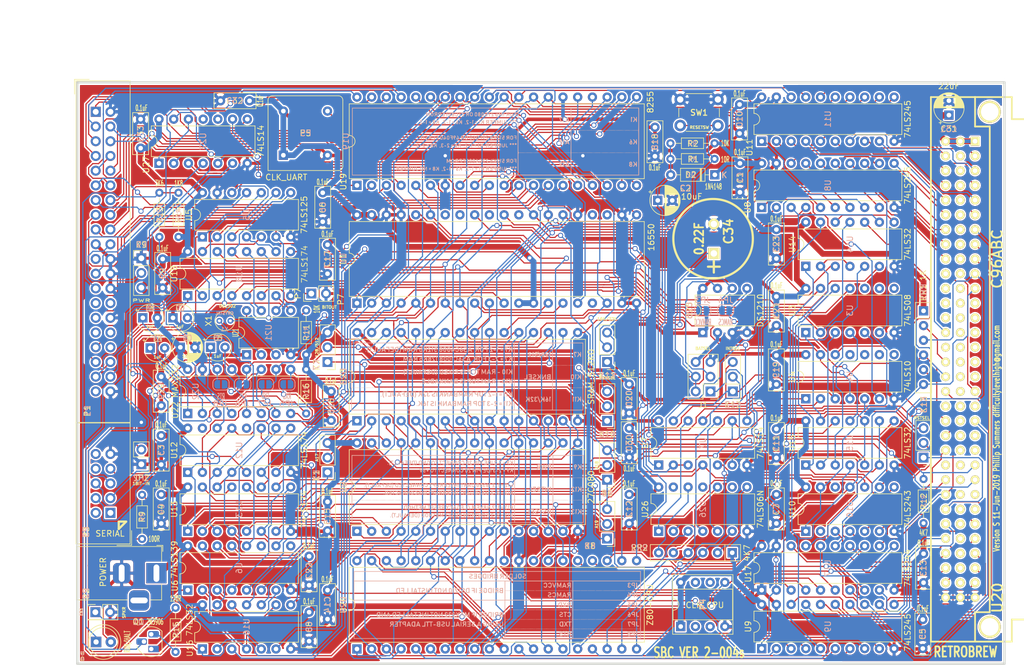
<source format=kicad_pcb>
(kicad_pcb (version 20171130) (host pcbnew "(5.1.2)-1")
  (title_block (date 2019-04-5))
  (layers (0 Component signal hide) (31 Copper signal hide) (34 B.Paste user) (35 F.Paste user) (36 B.SilkS user) (37 F.SilkS user) (38 B.Mask user) (39 F.Mask user) (44 Edge.Cuts user))
  (net 0 "")
  (net 1 //BUSAK)
  (net 2 //BUSRQ)
  (net 3 //CS_CFG)
  (net 4 //CS_CFG1)
  (net 5 //CS_CFG2)
  (net 6 //CS_PPI)
  (net 7 //CS_RAM)
  (net 8 //CS_ROM)
  (net 9 //CS_RTC)
  (net 10 //CS_UART)
  (net 11 //HALT)
  (net 12 //INT)
  (net 13 //IORQ)
  (net 14 //IOSEL)
  (net 15 //M1)
  (net 16 //MREQ)
  (net 17 //NMI)
  (net 18 //RD)
  (net 19 //RESET)
  (net 20 //RFSH)
  (net 21 //ROM_ENABLE)
  (net 22 //RTC_RD)
  (net 23 //RTC_WR)
  (net 24 //WAIT)
  (net 25 //WR)
  (net 26 /A0)
  (net 27 /A1)
  (net 28 /A10)
  (net 29 /A11)
  (net 30 /A12)
  (net 31 /A13)
  (net 32 /A14)
  (net 33 /A15)
  (net 34 /A15_RAM)
  (net 35 /A15_ROM)
  (net 36 /A16_RAM)
  (net 37 /A16_ROM)
  (net 38 /A17_RAM)
  (net 39 /A17_ROM)
  (net 40 /A18_RAM)
  (net 41 /A18_ROM)
  (net 42 /A19_ROM)
  (net 43 /A2)
  (net 44 /A3)
  (net 45 /A4)
  (net 46 /A5)
  (net 47 /A6)
  (net 48 /A7)
  (net 49 /A8)
  (net 50 /A9)
  (net 51 /BUF_Q4)
  (net 52 /BUF_Q5)
  (net 53 /BUF_Q6)
  (net 54 /BUF_Q7)
  (net 55 /B_/BUSAK)
  (net 56 /B_/BUSRQ)
  (net 57 /B_/HALT)
  (net 58 /B_/IEO)
  (net 59 /B_/INT)
  (net 60 /B_/IORQ)
  (net 61 /B_/M1)
  (net 62 /B_/MREQ)
  (net 63 /B_/NMI)
  (net 64 /B_/RD)
  (net 65 /B_/RESET)
  (net 66 /B_/RFSH)
  (net 67 /B_/WAIT)
  (net 68 /B_/WR)
  (net 69 /B_A0)
  (net 70 /B_A1)
  (net 71 /B_A10)
  (net 72 /B_A11)
  (net 73 /B_A12)
  (net 74 /B_A13)
  (net 75 /B_A14)
  (net 76 /B_A15)
  (net 77 /B_A2)
  (net 78 /B_A3)
  (net 79 /B_A4)
  (net 80 /B_A5)
  (net 81 /B_A6)
  (net 82 /B_A7)
  (net 83 /B_A8)
  (net 84 /B_A9)
  (net 85 /B_BAT)
  (net 86 /B_CLK_CPU)
  (net 87 /B_D0)
  (net 88 /B_D1)
  (net 89 /B_D2)
  (net 90 /B_D3)
  (net 91 /B_D4)
  (net 92 /B_D5)
  (net 93 /B_D6)
  (net 94 /B_D7)
  (net 95 /CFG1_Q0)
  (net 96 /CFG1_Q1)
  (net 97 /CFG1_Q2)
  (net 98 /CFG1_Q3)
  (net 99 /CLK_CPU)
  (net 100 /CLK_UART)
  (net 101 /CTS)
  (net 102 /CTS_TTL)
  (net 103 /D0)
  (net 104 /D1)
  (net 105 /D2)
  (net 106 /D3)
  (net 107 /D4)
  (net 108 /D5)
  (net 109 /D6)
  (net 110 /D7)
  (net 111 /DATA_DIR)
  (net 112 /DTR)
  (net 113 /INT)
  (net 114 /PA0)
  (net 115 /PA1)
  (net 116 /PA2)
  (net 117 /PA3)
  (net 118 /PA4)
  (net 119 /PA5)
  (net 120 /PA6)
  (net 121 /PA7)
  (net 122 /PB0)
  (net 123 /PB1)
  (net 124 /PB2)
  (net 125 /PB3)
  (net 126 /PB4)
  (net 127 /PB5)
  (net 128 /PB6)
  (net 129 /PB7)
  (net 130 /PC0)
  (net 131 /PC1)
  (net 132 /PC2)
  (net 133 /PC3)
  (net 134 /PC4)
  (net 135 /PC5)
  (net 136 /PC6)
  (net 137 /PC7)
  (net 138 /PU1K-A)
  (net 139 /PU1K-B)
  (net 140 /PU1K-C)
  (net 141 /RESET)
  (net 142 /RTC_DQ)
  (net 143 /RTS)
  (net 144 /RTS_TTL)
  (net 145 /RX)
  (net 146 /SIN_TTL)
  (net 147 /SOUT_TTL)
  (net 148 /TX)
  (net 149 /VBAT1)
  (net 150 /VCC_SRAM)
  (net 151 GND)
  (net 152 VCC)
  (net 153 "Net-(C2-Pad1)")
  (net 154 "Net-(C24-Pad1)")
  (net 155 "Net-(C24-Pad2)")
  (net 156 "Net-(C25-Pad1)")
  (net 157 "Net-(C25-Pad2)")
  (net 158 "Net-(C26-Pad1)")
  (net 159 "Net-(C27-Pad2)")
  (net 160 "Net-(D1-Pad1)")
  (net 161 "Net-(D1-Pad2)")
  (net 162 "Net-(JP2-Pad2)")
  (net 163 "Net-(K1-Pad2)")
  (net 164 "Net-(K6-Pad2)")
  (net 165 "Net-(K7-Pad2)")
  (net 166 "Net-(K8-Pad2)")
  (net 167 "Net-(K10-Pad2)")
  (net 168 "Net-(K11-Pad2)")
  (net 169 "Net-(K12-Pad2)")
  (net 170 /B_/RESOUT)
  (net 171 //RESET_IN)
  (net 172 "Net-(P3-Pad1)")
  (net 173 "Net-(P3-Pad8)")
  (net 174 "Net-(P3-Pad10)")
  (net 175 "Net-(U1-Pad15)")
  (net 176 "Net-(U1-Pad17)")
  (net 177 "Net-(U1-Pad23)")
  (net 178 "Net-(U1-Pad24)")
  (net 179 "Net-(U1-Pad31)")
  (net 180 "Net-(U1-Pad34)")
  (net 181 "Net-(U15-Pad2)")
  (net 182 "Net-(U15-Pad3)")
  (net 183 "Net-(U3-Pad5)")
  (net 184 "Net-(U3-Pad8)")
  (net 185 "Net-(U3-Pad9)")
  (net 186 "Net-(U3-Pad10)")
  (net 187 "Net-(U16-Pad1)")
  (net 188 "Net-(U4-Pad8)")
  (net 189 "Net-(U4-Pad9)")
  (net 190 "Net-(U4-Pad10)")
  (net 191 "Net-(U4-Pad11)")
  (net 192 "Net-(U14-Pad10)")
  (net 193 "Net-(U5-Pad12)")
  (net 194 "Net-(U6-Pad9)")
  (net 195 "Net-(U6-Pad11)")
  (net 196 "Net-(U15-Pad6)")
  (net 197 "Net-(U15-Pad12)")
  (net 198 "Net-(U26-Pad5)")
  (net 199 "Net-(U26-Pad1)")
  (net 200 "Net-(U12-Pad12)")
  (net 201 "Net-(U12-Pad15)")
  (net 202 "Net-(U14-Pad12)")
  (net 203 "Net-(U20-PadA12)")
  (net 204 "Net-(U20-PadA13)")
  (net 205 "Net-(U20-PadA14)")
  (net 206 "Net-(U20-PadA15)")
  (net 207 "Net-(U20-PadA16)")
  (net 208 "Net-(U20-PadA17)")
  (net 209 "Net-(U20-PadA19)")
  (net 210 "Net-(U20-PadA21)")
  (net 211 "Net-(U20-PadA22)")
  (net 212 "Net-(U20-PadA25)")
  (net 213 "Net-(U20-PadA26)")
  (net 214 /B_A20)
  (net 215 /B_A21)
  (net 216 /B_A22)
  (net 217 /B_A23)
  (net 218 /B_D8)
  (net 219 /B_D9)
  (net 220 /B_D10)
  (net 221 /B_D11)
  (net 222 /B_D12)
  (net 223 /B_D13)
  (net 224 /B_D14)
  (net 225 /B_D15)
  (net 226 /B_IRQ7)
  (net 227 /B_IRQ6)
  (net 228 /B_IRQ5)
  (net 229 /B_IRQ4)
  (net 230 /B_IRQ3)
  (net 231 /B_IRQ2)
  (net 232 /B_IRQ1)
  (net 233 /B_IRQ0)
  (net 234 /B_IOWR)
  (net 235 "Net-(U20-PadB23)")
  (net 236 /B_IORC)
  (net 237 /B_MRDC)
  (net 238 "Net-(U20-PadB26)")
  (net 239 /B_MWRC)
  (net 240 /B_DS0)
  (net 241 /B_DS1)
  (net 242 /B_OFF)
  (net 243 /B_LOCK)
  (net 244 "Net-(U20-PadC10)")
  (net 245 /B_/IEI)
  (net 246 "Net-(U20-PadC12)")
  (net 247 "Net-(U20-PadC13)")
  (net 248 "Net-(U20-PadC15)")
  (net 249 "Net-(U20-PadC19)")
  (net 250 "Net-(U20-PadC23)")
  (net 251 "Net-(U21-Pad2)")
  (net 252 "Net-(U21-Pad3)")
  (net 253 "Net-(U26-Pad9)")
  (net 254 "Net-(U26-Pad11)")
  (net 255 "Net-(U26-Pad13)")
  (net 256 "Net-(Q1-Pad2)")
  (net 257 "Net-(Q1-Pad3)")
  (net 258 "Net-(R13-Pad2)")
  (net 259 "Net-(LS1-Pad1)")
  (net 260 "Net-(U1-Pad29)")
  (net 261 "Net-(JP4-Pad2)")
  (net 262 "Net-(K9-Pad2)")
  (net 263 /-PC7)
  (net 264 /-PC5)
  (net 265 /-PC6)
  (net 266 /-PC3)
  (net 267 /-PC4)
  (net 268 "Net-(U27-Pad10)")
  (net 269 "Net-(U27-Pad11)")
  (net 270 "Net-(P3-Pad2)")
  (net 271 "Net-(U1-Pad33)")
  (net 272 "Net-(P1-Pad21)")
  (net 273 "Net-(P1-Pad27)")
  (net 274 "Net-(P1-Pad28)")
  (net 275 "Net-(P1-Pad29)")
  (net 276 "Net-(P1-Pad31)")
  (net 277 "Net-(P1-Pad32)")
  (net 278 "Net-(P1-Pad34)")
  (net 279 "Net-(P1-Pad39)")
  (net 280 "Net-(P7-Pad1)")
  (net 281 "Net-(C34-Pad1)")
  (net 282 /VBAT2)
  (net 283 /~B_IQ0)
  (module phil.summers:SOLDERBRIDGES (layer Copper) (at 149.9616 143.51 180)
    (fp_text reference G*** hide)
    (fp_text value LOGO hide)
  )
  (module phil.summers:JUMPERSET3 (layer Copper) (at 144.8308 123.4948 180)
    (fp_text reference G*** hide)
    (fp_text value LOGO hide)
  )
  (module phil.summers:JUMPERSET2 (layer Copper) (at 144.7292 104.0892 180)
    (fp_text reference G*** hide)
    (fp_text value LOGO hide)
  )
  (module "phil.summers:EPROM JUMPERS" (layer Copper) (at 149.6568 63.6016 180)
    (fp_text reference G*** hide)
    (fp_text value LOGO hide)
  )
  (module Button_Switch_THT:SW_PUSH_6mm_H8mm (layer Component) (at 181.5264 56.2864)
    (fp_text reference SW1 (at 3.2512 2.286) (layer F.SilkS))
    (fp_text value RESETSW (at 3.302 4.826 180) (layer F.SilkS) (effects (font (size 0.5 0.5) (thickness 0.125))))
    (fp_text user %R (at 3.25 2.25) (layer F.SilkS))
    (pad 1 thru_hole circle (at 6.5 0 90) (size 2 2) (drill 1.1) (layers *.Cu *.Mask) (net 151 GND))
    (pad 2 thru_hole circle (at 6.5 4.5 90) (size 2 2) (drill 1.1) (layers *.Cu *.Mask) (net 171 //RESET_IN))
    (pad 1 thru_hole circle (at 0 0 90) (size 2 2) (drill 1.1) (layers *.Cu *.Mask) (net 151 GND))
    (pad 2 thru_hole circle (at 0 4.5 90) (size 2 2) (drill 1.1) (layers *.Cu *.Mask) (net 171 //RESET_IN))
  )
  (module Capacitor_THT:CP_Radial_D5.0mm_P2.50mm (layer Component) (at 95.25 99.06)
    (fp_text reference C28 (at 1.2446 -1.5748) (layer F.SilkS) (effects (font (size 1 0.5) (thickness 0.125))))
    (fp_text value 10uF (at 1.2446 1.5494) (layer F.SilkS) (effects (font (size 0.5 0.5) (thickness 0.125))))
    (fp_text user %R (at 1.25 -1.5875) (layer B.SilkS) (effects (font (size 1 0.5) (thickness 0.125)) (justify mirror)))
    (pad 2 thru_hole circle (at 2.5 0) (size 1.6 1.6) (drill 0.8) (layers *.Cu *.Mask) (net 151 GND))
    (pad 1 thru_hole rect (at 0 0) (size 1.6 1.6) (drill 0.8) (layers *.Cu *.Mask) (net 152 VCC))
  )
  (module Capacitor_THT:CP_Radial_D5.0mm_P2.50mm (layer Component) (at 227.9015 58.9915 90)
    (fp_text reference C31 (at -2.3622 0 -180) (layer F.SilkS))
    (fp_text value 22uF (at 5.0038 -0.0254 -180) (layer F.SilkS))
    (fp_text user %R (at -2.413 -0.0635 180) (layer B.SilkS) (effects (justify mirror)))
    (pad 2 thru_hole circle (at 2.5 0 90) (size 1.6 1.6) (drill 0.8) (layers *.Cu *.Mask) (net 151 GND))
    (pad 1 thru_hole rect (at 0 0 90) (size 1.6 1.6) (drill 0.8) (layers *.Cu *.Mask) (net 152 VCC))
  )
  (module Capacitor_THT:CP_Radial_D5.0mm_P2.50mm (layer Component) (at 177.6476 73.7108)
    (fp_text reference C2 (at 4.7752 -2.0828) (layer F.SilkS))
    (fp_text value 10uF (at 5.842 -0.6604 180) (layer F.SilkS))
    (fp_text user %R (at 4.7752 -2.0828) (layer B.SilkS) (effects (justify mirror)))
    (pad 2 thru_hole circle (at 2.5 0) (size 1.6 1.6) (drill 0.8) (layers *.Cu *.Mask) (net 151 GND))
    (pad 1 thru_hole rect (at 0 0) (size 1.6 1.6) (drill 0.8) (layers *.Cu *.Mask) (net 153 "Net-(C2-Pad1)"))
  )
  (module library:SuperCap5 (layer Component) (at 187.325 80.3275 90)
    (fp_text reference C34 (at 1.27 2.54 90) (layer F.SilkS) (effects (font (size 1.524 1.524) (thickness 0.3048))))
    (fp_text value 0.22F (at 0 -2.54 90) (layer F.SilkS) (effects (font (size 1.524 1.3335) (thickness 0.3048))))
    (pad 1 thru_hole rect (at -2.54 0 90) (size 1.905 1.905) (drill 1.143) (layers *.Cu *.Mask F.SilkS) (net 281 "Net-(C34-Pad1)"))
    (pad 2 thru_hole circle (at 2.54 0 90) (size 1.905 1.905) (drill 1.143) (layers *.Cu *.Mask F.SilkS) (net 151 GND))
  )
  (module Diode_THT:D_DO-35_SOD27_P7.62mm_Horizontal (layer Component) (at 187.5028 69.2912 180)
    (fp_text reference D2 (at 4.1656 0 180) (layer F.SilkS))
    (fp_text value 1N4148 (at 0.254 -2.032 180) (layer F.SilkS) (effects (font (size 1 0.5) (thickness 0.125))))
    (fp_text user K (at -1.6256 -0.0508 180) (layer F.SilkS))
    (fp_text user K (at -1.6256 -0.0508 180) (layer B.SilkS))
    (fp_text user %R (at 4.11 0 180) (layer B.SilkS) (effects (font (size 0.8 0.8) (thickness 0.12)) (justify mirror)))
    (pad 2 thru_hole oval (at 7.62 0 180) (size 1.6 1.6) (drill 0.8) (layers *.Cu *.Mask) (net 153 "Net-(C2-Pad1)"))
    (pad 1 thru_hole rect (at 0 0 180) (size 1.6 1.6) (drill 0.8) (layers *.Cu *.Mask) (net 152 VCC))
  )
  (module library:C96ABCMC (layer Component) (at 229.87 102.87 90)
    (fp_text reference U20 (at -39.4335 6.4135 90) (layer F.SilkS) (effects (font (size 1.778 1.778) (thickness 0.3048))))
    (fp_text value C96ABC (at 19.05 6.35 90) (layer F.SilkS) (effects (font (size 1.778 1.778) (thickness 0.3048))))
    (pad A1 thru_hole rect (at 39.37 2.54 90) (size 1.524 1.524) (drill 0.8128) (layers *.Cu *.Mask F.SilkS) (net 152 VCC))
    (pad A2 thru_hole circle (at 36.83 2.54 90) (size 1.524 1.524) (drill 0.8128) (layers *.Cu *.Mask F.SilkS) (net 92 /B_D5))
    (pad A3 thru_hole circle (at 34.29 2.54 90) (size 1.524 1.524) (drill 0.8128) (layers *.Cu *.Mask F.SilkS) (net 93 /B_D6))
    (pad A4 thru_hole circle (at 31.75 2.54 90) (size 1.524 1.524) (drill 0.8128) (layers *.Cu *.Mask F.SilkS) (net 90 /B_D3))
    (pad A5 thru_hole circle (at 29.21 2.54 90) (size 1.524 1.524) (drill 0.8128) (layers *.Cu *.Mask F.SilkS) (net 91 /B_D4))
    (pad A6 thru_hole circle (at 26.67 2.54 90) (size 1.524 1.524) (drill 0.8128) (layers *.Cu *.Mask F.SilkS) (net 77 /B_A2))
    (pad A7 thru_hole circle (at 24.13 2.54 90) (size 1.524 1.524) (drill 0.8128) (layers *.Cu *.Mask F.SilkS) (net 79 /B_A4))
    (pad A8 thru_hole circle (at 21.59 2.54 90) (size 1.524 1.524) (drill 0.8128) (layers *.Cu *.Mask F.SilkS) (net 80 /B_A5))
    (pad A9 thru_hole circle (at 19.05 2.54 90) (size 1.524 1.524) (drill 0.8128) (layers *.Cu *.Mask F.SilkS) (net 81 /B_A6))
    (pad A10 thru_hole circle (at 16.51 2.54 90) (size 1.524 1.524) (drill 0.8128) (layers *.Cu *.Mask F.SilkS) (net 67 /B_/WAIT))
    (pad A11 thru_hole circle (at 13.97 2.54 90) (size 1.524 1.524) (drill 0.8128) (layers *.Cu *.Mask F.SilkS) (net 56 /B_/BUSRQ))
    (pad A12 thru_hole circle (at 11.43 2.54 90) (size 1.524 1.524) (drill 0.8128) (layers *.Cu *.Mask F.SilkS) (net 203 "Net-(U20-PadA12)"))
    (pad A13 thru_hole circle (at 8.89 2.54 90) (size 1.524 1.524) (drill 0.8128) (layers *.Cu *.Mask F.SilkS) (net 204 "Net-(U20-PadA13)"))
    (pad A14 thru_hole circle (at 6.35 2.54 90) (size 1.524 1.524) (drill 0.8128) (layers *.Cu *.Mask F.SilkS) (net 205 "Net-(U20-PadA14)"))
    (pad A15 thru_hole circle (at 3.81 2.54 90) (size 1.524 1.524) (drill 0.8128) (layers *.Cu *.Mask F.SilkS) (net 206 "Net-(U20-PadA15)"))
    (pad A16 thru_hole circle (at 1.27 2.54 90) (size 1.524 1.524) (drill 0.8128) (layers *.Cu *.Mask F.SilkS) (net 207 "Net-(U20-PadA16)"))
    (pad A17 thru_hole circle (at -1.27 2.54 90) (size 1.524 1.524) (drill 0.8128) (layers *.Cu *.Mask F.SilkS) (net 208 "Net-(U20-PadA17)"))
    (pad A18 thru_hole circle (at -3.81 2.54 90) (size 1.524 1.524) (drill 0.8128) (layers *.Cu *.Mask F.SilkS) (net 75 /B_A14))
    (pad A19 thru_hole circle (at -6.35 2.54 90) (size 1.524 1.524) (drill 0.8128) (layers *.Cu *.Mask F.SilkS) (net 209 "Net-(U20-PadA19)"))
    (pad A20 thru_hole circle (at -8.89 2.54 90) (size 1.524 1.524) (drill 0.8128) (layers *.Cu *.Mask F.SilkS) (net 61 /B_/M1))
    (pad A21 thru_hole circle (at -11.43 2.54 90) (size 1.524 1.524) (drill 0.8128) (layers *.Cu *.Mask F.SilkS) (net 210 "Net-(U20-PadA21)"))
    (pad A22 thru_hole circle (at -13.97 2.54 90) (size 1.524 1.524) (drill 0.8128) (layers *.Cu *.Mask F.SilkS) (net 211 "Net-(U20-PadA22)"))
    (pad A23 thru_hole circle (at -16.51 2.54 90) (size 1.524 1.524) (drill 0.8128) (layers *.Cu *.Mask F.SilkS) (net 283 /~B_IQ0))
    (pad A24 thru_hole circle (at -19.05 2.54 90) (size 1.524 1.524) (drill 0.8128) (layers *.Cu *.Mask F.SilkS) (net 85 /B_BAT))
    (pad A25 thru_hole circle (at -21.59 2.54 90) (size 1.524 1.524) (drill 0.8128) (layers *.Cu *.Mask F.SilkS) (net 212 "Net-(U20-PadA25)"))
    (pad A26 thru_hole circle (at -24.13 2.54 90) (size 1.524 1.524) (drill 0.8128) (layers *.Cu *.Mask F.SilkS) (net 213 "Net-(U20-PadA26)"))
    (pad A27 thru_hole circle (at -26.67 2.54 90) (size 1.524 1.524) (drill 0.8128) (layers *.Cu *.Mask F.SilkS) (net 60 /B_/IORQ))
    (pad A28 thru_hole circle (at -29.21 2.54 90) (size 1.524 1.524) (drill 0.8128) (layers *.Cu *.Mask F.SilkS) (net 66 /B_/RFSH))
    (pad A29 thru_hole circle (at -31.75 2.54 90) (size 1.524 1.524) (drill 0.8128) (layers *.Cu *.Mask F.SilkS) (net 74 /B_A13))
    (pad A30 thru_hole circle (at -34.29 2.54 90) (size 1.524 1.524) (drill 0.8128) (layers *.Cu *.Mask F.SilkS) (net 84 /B_A9))
    (pad A31 thru_hole circle (at -36.83 2.54 90) (size 1.524 1.524) (drill 0.8128) (layers *.Cu *.Mask F.SilkS) (net 55 /B_/BUSAK))
    (pad A32 thru_hole circle (at -39.37 2.54 90) (size 1.524 1.524) (drill 0.8128) (layers *.Cu *.Mask F.SilkS) (net 151 GND))
    (pad B1 thru_hole circle (at 39.37 0 90) (size 1.524 1.524) (drill 0.8128) (layers *.Cu *.Mask F.SilkS) (net 152 VCC))
    (pad B2 thru_hole circle (at 36.83 0 90) (size 1.524 1.524) (drill 0.8128) (layers *.Cu *.Mask F.SilkS) (net 214 /B_A20))
    (pad B3 thru_hole circle (at 34.29 0 90) (size 1.524 1.524) (drill 0.8128) (layers *.Cu *.Mask F.SilkS) (net 215 /B_A21))
    (pad B4 thru_hole circle (at 31.75 0 90) (size 1.524 1.524) (drill 0.8128) (layers *.Cu *.Mask F.SilkS) (net 216 /B_A22))
    (pad B5 thru_hole circle (at 29.21 0 90) (size 1.524 1.524) (drill 0.8128) (layers *.Cu *.Mask F.SilkS) (net 217 /B_A23))
    (pad B6 thru_hole circle (at 26.67 0 90) (size 1.524 1.524) (drill 0.8128) (layers *.Cu *.Mask F.SilkS) (net 218 /B_D8))
    (pad B7 thru_hole circle (at 24.13 0 90) (size 1.524 1.524) (drill 0.8128) (layers *.Cu *.Mask F.SilkS) (net 219 /B_D9))
    (pad B8 thru_hole circle (at 21.59 0 90) (size 1.524 1.524) (drill 0.8128) (layers *.Cu *.Mask F.SilkS) (net 220 /B_D10))
    (pad B9 thru_hole circle (at 19.05 0 90) (size 1.524 1.524) (drill 0.8128) (layers *.Cu *.Mask F.SilkS) (net 221 /B_D11))
    (pad B10 thru_hole circle (at 16.51 0 90) (size 1.524 1.524) (drill 0.8128) (layers *.Cu *.Mask F.SilkS) (net 222 /B_D12))
    (pad B11 thru_hole circle (at 13.97 0 90) (size 1.524 1.524) (drill 0.8128) (layers *.Cu *.Mask F.SilkS) (net 223 /B_D13))
    (pad B12 thru_hole circle (at 11.43 0 90) (size 1.524 1.524) (drill 0.8128) (layers *.Cu *.Mask F.SilkS) (net 224 /B_D14))
    (pad B13 thru_hole circle (at 8.89 0 90) (size 1.524 1.524) (drill 0.8128) (layers *.Cu *.Mask F.SilkS) (net 225 /B_D15))
    (pad B14 thru_hole circle (at 6.35 0 90) (size 1.524 1.524) (drill 0.8128) (layers *.Cu *.Mask F.SilkS) (net 226 /B_IRQ7))
    (pad B15 thru_hole circle (at 3.81 0 90) (size 1.524 1.524) (drill 0.8128) (layers *.Cu *.Mask F.SilkS) (net 227 /B_IRQ6))
    (pad B16 thru_hole circle (at 1.27 0 90) (size 1.524 1.524) (drill 0.8128) (layers *.Cu *.Mask F.SilkS) (net 228 /B_IRQ5))
    (pad B17 thru_hole circle (at -1.27 0 90) (size 1.524 1.524) (drill 0.8128) (layers *.Cu *.Mask F.SilkS) (net 229 /B_IRQ4))
    (pad B18 thru_hole circle (at -3.81 0 90) (size 1.524 1.524) (drill 0.8128) (layers *.Cu *.Mask F.SilkS) (net 230 /B_IRQ3))
    (pad B19 thru_hole circle (at -6.35 0 90) (size 1.524 1.524) (drill 0.8128) (layers *.Cu *.Mask F.SilkS) (net 231 /B_IRQ2))
    (pad B20 thru_hole circle (at -8.89 0 90) (size 1.524 1.524) (drill 0.8128) (layers *.Cu *.Mask F.SilkS) (net 232 /B_IRQ1))
    (pad B21 thru_hole circle (at -11.43 0 90) (size 1.524 1.524) (drill 0.8128) (layers *.Cu *.Mask F.SilkS) (net 233 /B_IRQ0))
    (pad B22 thru_hole circle (at -13.97 0 90) (size 1.524 1.524) (drill 0.8128) (layers *.Cu *.Mask F.SilkS) (net 234 /B_IOWR))
    (pad B23 thru_hole circle (at -16.51 0 90) (size 1.524 1.524) (drill 0.8128) (layers *.Cu *.Mask F.SilkS) (net 235 "Net-(U20-PadB23)"))
    (pad B24 thru_hole circle (at -19.05 0 90) (size 1.524 1.524) (drill 0.8128) (layers *.Cu *.Mask F.SilkS) (net 236 /B_IORC))
    (pad B25 thru_hole circle (at -21.59 0 90) (size 1.524 1.524) (drill 0.8128) (layers *.Cu *.Mask F.SilkS) (net 237 /B_MRDC))
    (pad B26 thru_hole circle (at -24.13 0 90) (size 1.524 1.524) (drill 0.8128) (layers *.Cu *.Mask F.SilkS) (net 238 "Net-(U20-PadB26)"))
    (pad B27 thru_hole circle (at -26.67 0 90) (size 1.524 1.524) (drill 0.8128) (layers *.Cu *.Mask F.SilkS) (net 239 /B_MWRC))
    (pad B28 thru_hole circle (at -29.21 0 90) (size 1.524 1.524) (drill 0.8128) (layers *.Cu *.Mask F.SilkS) (net 240 /B_DS0))
    (pad B29 thru_hole circle (at -31.75 0 90) (size 1.524 1.524) (drill 0.8128) (layers *.Cu *.Mask F.SilkS) (net 241 /B_DS1))
    (pad B30 thru_hole circle (at -34.29 0 90) (size 1.524 1.524) (drill 0.8128) (layers *.Cu *.Mask F.SilkS) (net 242 /B_OFF))
    (pad B31 thru_hole circle (at -36.83 0 90) (size 1.524 1.524) (drill 0.8128) (layers *.Cu *.Mask F.SilkS) (net 243 /B_LOCK))
    (pad B32 thru_hole circle (at -39.37 0 90) (size 1.524 1.524) (drill 0.8128) (layers *.Cu *.Mask F.SilkS) (net 151 GND))
    (pad C1 thru_hole circle (at 39.37 -2.54 90) (size 1.524 1.524) (drill 0.8128) (layers *.Cu *.Mask F.SilkS) (net 152 VCC))
    (pad C2 thru_hole circle (at 36.83 -2.54 90) (size 1.524 1.524) (drill 0.8128) (layers *.Cu *.Mask F.SilkS) (net 87 /B_D0))
    (pad C3 thru_hole circle (at 34.29 -2.54 90) (size 1.524 1.524) (drill 0.8128) (layers *.Cu *.Mask F.SilkS) (net 94 /B_D7))
    (pad C4 thru_hole circle (at 31.75 -2.54 90) (size 1.524 1.524) (drill 0.8128) (layers *.Cu *.Mask F.SilkS) (net 89 /B_D2))
    (pad C5 thru_hole circle (at 29.21 -2.54 90) (size 1.524 1.524) (drill 0.8128) (layers *.Cu *.Mask F.SilkS) (net 69 /B_A0))
    (pad C6 thru_hole circle (at 26.67 -2.54 90) (size 1.524 1.524) (drill 0.8128) (layers *.Cu *.Mask F.SilkS) (net 78 /B_A3))
    (pad C7 thru_hole circle (at 24.13 -2.54 90) (size 1.524 1.524) (drill 0.8128) (layers *.Cu *.Mask F.SilkS) (net 70 /B_A1))
    (pad C8 thru_hole circle (at 21.59 -2.54 90) (size 1.524 1.524) (drill 0.8128) (layers *.Cu *.Mask F.SilkS) (net 83 /B_A8))
    (pad C9 thru_hole circle (at 19.05 -2.54 90) (size 1.524 1.524) (drill 0.8128) (layers *.Cu *.Mask F.SilkS) (net 82 /B_A7))
    (pad C10 thru_hole circle (at 16.51 -2.54 90) (size 1.524 1.524) (drill 0.8128) (layers *.Cu *.Mask F.SilkS) (net 244 "Net-(U20-PadC10)"))
    (pad C11 thru_hole circle (at 13.97 -2.54 90) (size 1.524 1.524) (drill 0.8128) (layers *.Cu *.Mask F.SilkS) (net 245 /B_/IEI))
    (pad C12 thru_hole circle (at 11.43 -2.54 90) (size 1.524 1.524) (drill 0.8128) (layers *.Cu *.Mask F.SilkS) (net 246 "Net-(U20-PadC12)"))
    (pad C13 thru_hole circle (at 8.89 -2.54 90) (size 1.524 1.524) (drill 0.8128) (layers *.Cu *.Mask F.SilkS) (net 247 "Net-(U20-PadC13)"))
    (pad C14 thru_hole circle (at 6.35 -2.54 90) (size 1.524 1.524) (drill 0.8128) (layers *.Cu *.Mask F.SilkS) (net 88 /B_D1))
    (pad C15 thru_hole circle (at 3.81 -2.54 90) (size 1.524 1.524) (drill 0.8128) (layers *.Cu *.Mask F.SilkS) (net 248 "Net-(U20-PadC15)"))
    (pad C16 thru_hole circle (at 1.27 -2.54 90) (size 1.524 1.524) (drill 0.8128) (layers *.Cu *.Mask F.SilkS) (net 58 /B_/IEO))
    (pad C17 thru_hole circle (at -1.27 -2.54 90) (size 1.524 1.524) (drill 0.8128) (layers *.Cu *.Mask F.SilkS) (net 72 /B_A11))
    (pad C18 thru_hole circle (at -3.81 -2.54 90) (size 1.524 1.524) (drill 0.8128) (layers *.Cu *.Mask F.SilkS) (net 71 /B_A10))
    (pad C19 thru_hole circle (at -6.35 -2.54 90) (size 1.524 1.524) (drill 0.8128) (layers *.Cu *.Mask F.SilkS) (net 249 "Net-(U20-PadC19)"))
    (pad C20 thru_hole circle (at -8.89 -2.54 90) (size 1.524 1.524) (drill 0.8128) (layers *.Cu *.Mask F.SilkS) (net 63 /B_/NMI))
    (pad C21 thru_hole circle (at -11.43 -2.54 90) (size 1.524 1.524) (drill 0.8128) (layers *.Cu *.Mask F.SilkS) (net 59 /B_/INT))
    (pad C22 thru_hole circle (at -13.97 -2.54 90) (size 1.524 1.524) (drill 0.8128) (layers *.Cu *.Mask F.SilkS) (net 68 /B_/WR))
    (pad C23 thru_hole circle (at -16.51 -2.54 90) (size 1.524 1.524) (drill 0.8128) (layers *.Cu *.Mask F.SilkS) (net 250 "Net-(U20-PadC23)"))
    (pad C24 thru_hole circle (at -19.05 -2.54 90) (size 1.524 1.524) (drill 0.8128) (layers *.Cu *.Mask F.SilkS) (net 64 /B_/RD))
    (pad C25 thru_hole circle (at -21.59 -2.54 90) (size 1.524 1.524) (drill 0.8128) (layers *.Cu *.Mask F.SilkS) (net 57 /B_/HALT))
    (pad C26 thru_hole circle (at -24.13 -2.54 90) (size 1.524 1.524) (drill 0.8128) (layers *.Cu *.Mask F.SilkS) (net 170 /B_/RESOUT))
    (pad C27 thru_hole circle (at -26.67 -2.54 90) (size 1.524 1.524) (drill 0.8128) (layers *.Cu *.Mask F.SilkS) (net 73 /B_A12))
    (pad C28 thru_hole circle (at -29.21 -2.54 90) (size 1.524 1.524) (drill 0.8128) (layers *.Cu *.Mask F.SilkS) (net 76 /B_A15))
    (pad C29 thru_hole circle (at -31.75 -2.54 90) (size 1.524 1.524) (drill 0.8128) (layers *.Cu *.Mask F.SilkS) (net 86 /B_CLK_CPU))
    (pad C30 thru_hole circle (at -34.29 -2.54 90) (size 1.524 1.524) (drill 0.8128) (layers *.Cu *.Mask F.SilkS) (net 62 /B_/MREQ))
    (pad C31 thru_hole circle (at -36.83 -2.54 90) (size 1.524 1.524) (drill 0.8128) (layers *.Cu *.Mask F.SilkS) (net 65 /B_/RESET))
    (pad C32 thru_hole circle (at -39.37 -2.54 90) (size 1.524 1.524) (drill 0.8128) (layers *.Cu *.Mask F.SilkS) (net 151 GND))
    (pad HOLE thru_hole circle (at -44.45 5.08 90) (size 3.81 3.81) (drill 3.048) (layers *.Cu *.Mask F.SilkS))
    (pad HOLE thru_hole circle (at 44.45 5.08 90) (size 3.81 3.81) (drill 3.048) (layers *.Cu *.Mask F.SilkS))
  )
  (module Connector_BarrelJack:BarrelJack_Horizontal (layer Component) (at 91.1225 138.049)
    (fp_text reference P2 (at -12.1285 3.556 90) (layer F.SilkS))
    (fp_text value POWER (at -9.2075 -0.1905 90) (layer F.SilkS))
    (fp_text user %R (at -12.1285 3.4925 90) (layer B.SilkS) (effects (justify mirror)))
    (pad 3 thru_hole roundrect (at -3 4.7) (size 3.5 3.5) (drill oval 3 1) (layers *.Cu *.Mask))
    (pad 2 thru_hole roundrect (at -6 0) (size 3 3.5) (drill oval 1 3) (layers *.Cu *.Mask) (net 151 GND))
    (pad 1 thru_hole rect (at 0 0) (size 3.5 3.5) (drill oval 1 3) (layers *.Cu *.Mask) (net 152 VCC))
  )
  (module Resistor_THT:R_Axial_DIN0204_L3.6mm_D1.6mm_P7.62mm_Horizontal (layer Component) (at 94.4245 144.018 270)
    (fp_text reference R15 (at 3.81 -0.127 270) (layer F.SilkS))
    (fp_text value 120R (at -1.5875 0) (layer F.SilkS) (effects (font (size 1 0.5) (thickness 0.125))))
    (fp_text user %R (at 3.81 0 270) (layer B.SilkS) (effects (font (size 0.72 0.72) (thickness 0.108)) (justify mirror)))
    (pad 2 thru_hole oval (at 7.62 0 270) (size 1.4 1.4) (drill 0.7) (layers *.Cu *.Mask) (net 257 "Net-(Q1-Pad3)"))
    (pad 1 thru_hole circle (at 0 0 270) (size 1.4 1.4) (drill 0.7) (layers *.Cu *.Mask) (net 259 "Net-(LS1-Pad1)"))
  )
  (module Package_DIP:DIP-14_W7.62mm (layer Component) (at 91.567 67.31 90)
    (fp_text reference U27 (at -0.254 -2.2098 90) (layer F.SilkS))
    (fp_text value 74LS14 (at 3.81 17.57 90) (layer F.SilkS))
    (fp_text user %R (at 3.81 7.62 90) (layer B.SilkS) (effects (justify mirror)))
    (pad 14 thru_hole oval (at 7.62 0 90) (size 1.6 1.6) (drill 0.8) (layers *.Cu *.Mask) (net 152 VCC))
    (pad 7 thru_hole oval (at 0 15.24 90) (size 1.6 1.6) (drill 0.8) (layers *.Cu *.Mask) (net 151 GND))
    (pad 13 thru_hole oval (at 7.62 2.54 90) (size 1.6 1.6) (drill 0.8) (layers *.Cu *.Mask) (net 136 /PC6))
    (pad 6 thru_hole oval (at 0 12.7 90) (size 1.6 1.6) (drill 0.8) (layers *.Cu *.Mask) (net 267 /-PC4))
    (pad 12 thru_hole oval (at 7.62 5.08 90) (size 1.6 1.6) (drill 0.8) (layers *.Cu *.Mask) (net 265 /-PC6))
    (pad 5 thru_hole oval (at 0 10.16 90) (size 1.6 1.6) (drill 0.8) (layers *.Cu *.Mask) (net 134 /PC4))
    (pad 11 thru_hole oval (at 7.62 7.62 90) (size 1.6 1.6) (drill 0.8) (layers *.Cu *.Mask) (net 269 "Net-(U27-Pad11)"))
    (pad 4 thru_hole oval (at 0 7.62 90) (size 1.6 1.6) (drill 0.8) (layers *.Cu *.Mask) (net 264 /-PC5))
    (pad 10 thru_hole oval (at 7.62 10.16 90) (size 1.6 1.6) (drill 0.8) (layers *.Cu *.Mask) (net 268 "Net-(U27-Pad10)"))
    (pad 3 thru_hole oval (at 0 5.08 90) (size 1.6 1.6) (drill 0.8) (layers *.Cu *.Mask) (net 135 /PC5))
    (pad 9 thru_hole oval (at 7.62 12.7 90) (size 1.6 1.6) (drill 0.8) (layers *.Cu *.Mask) (net 137 /PC7))
    (pad 2 thru_hole oval (at 0 2.54 90) (size 1.6 1.6) (drill 0.8) (layers *.Cu *.Mask) (net 266 /-PC3))
    (pad 8 thru_hole oval (at 7.62 15.24 90) (size 1.6 1.6) (drill 0.8) (layers *.Cu *.Mask) (net 263 /-PC7))
    (pad 1 thru_hole rect (at 0 0 90) (size 1.6 1.6) (drill 0.8) (layers *.Cu *.Mask) (net 133 /PC3))
  )
  (module Oscillator:Oscillator_DIP-8 (layer Component) (at 113.03 65.913)
    (fp_text reference P5 (at 3.8735 -3.81) (layer B.SilkS) (effects (justify mirror)))
    (fp_text value CLK_UART (at 0.508 3.81) (layer F.SilkS))
    (fp_text user %R (at 3.81 -3.81) (layer F.SilkS))
    (pad 4 thru_hole circle (at 7.62 0) (size 1.6 1.6) (drill 0.8) (layers *.Cu *.Mask) (net 151 GND))
    (pad 5 thru_hole circle (at 7.62 -7.62) (size 1.6 1.6) (drill 0.8) (layers *.Cu *.Mask) (net 100 /CLK_UART))
    (pad 8 thru_hole circle (at 0 -7.62) (size 1.6 1.6) (drill 0.8) (layers *.Cu *.Mask) (net 152 VCC))
    (pad 1 thru_hole rect (at 0 0) (size 1.6 1.6) (drill 0.8) (layers *.Cu *.Mask) (net 152 VCC))
  )
  (module Package_DIP:DIP-40_W15.24mm (layer Component) (at 125.73 71.12 90)
    (fp_text reference U19 (at 0.635 -2.3495 90) (layer F.SilkS))
    (fp_text value 8255 (at 14.3764 50.6476 90) (layer F.SilkS))
    (fp_text user %R (at 7.62 -1.9304 90) (layer B.SilkS) (effects (justify mirror)))
    (pad 40 thru_hole oval (at 15.24 0 90) (size 1.6 1.6) (drill 0.8) (layers *.Cu *.Mask) (net 118 /PA4))
    (pad 20 thru_hole oval (at 0 48.26 90) (size 1.6 1.6) (drill 0.8) (layers *.Cu *.Mask) (net 124 /PB2))
    (pad 39 thru_hole oval (at 15.24 2.54 90) (size 1.6 1.6) (drill 0.8) (layers *.Cu *.Mask) (net 119 /PA5))
    (pad 19 thru_hole oval (at 0 45.72 90) (size 1.6 1.6) (drill 0.8) (layers *.Cu *.Mask) (net 123 /PB1))
    (pad 38 thru_hole oval (at 15.24 5.08 90) (size 1.6 1.6) (drill 0.8) (layers *.Cu *.Mask) (net 120 /PA6))
    (pad 18 thru_hole oval (at 0 43.18 90) (size 1.6 1.6) (drill 0.8) (layers *.Cu *.Mask) (net 122 /PB0))
    (pad 37 thru_hole oval (at 15.24 7.62 90) (size 1.6 1.6) (drill 0.8) (layers *.Cu *.Mask) (net 121 /PA7))
    (pad 17 thru_hole oval (at 0 40.64 90) (size 1.6 1.6) (drill 0.8) (layers *.Cu *.Mask) (net 133 /PC3))
    (pad 36 thru_hole oval (at 15.24 10.16 90) (size 1.6 1.6) (drill 0.8) (layers *.Cu *.Mask) (net 25 //WR))
    (pad 16 thru_hole oval (at 0 38.1 90) (size 1.6 1.6) (drill 0.8) (layers *.Cu *.Mask) (net 132 /PC2))
    (pad 35 thru_hole oval (at 15.24 12.7 90) (size 1.6 1.6) (drill 0.8) (layers *.Cu *.Mask) (net 141 /RESET))
    (pad 15 thru_hole oval (at 0 35.56 90) (size 1.6 1.6) (drill 0.8) (layers *.Cu *.Mask) (net 131 /PC1))
    (pad 34 thru_hole oval (at 15.24 15.24 90) (size 1.6 1.6) (drill 0.8) (layers *.Cu *.Mask) (net 103 /D0))
    (pad 14 thru_hole oval (at 0 33.02 90) (size 1.6 1.6) (drill 0.8) (layers *.Cu *.Mask) (net 130 /PC0))
    (pad 33 thru_hole oval (at 15.24 17.78 90) (size 1.6 1.6) (drill 0.8) (layers *.Cu *.Mask) (net 104 /D1))
    (pad 13 thru_hole oval (at 0 30.48 90) (size 1.6 1.6) (drill 0.8) (layers *.Cu *.Mask) (net 134 /PC4))
    (pad 32 thru_hole oval (at 15.24 20.32 90) (size 1.6 1.6) (drill 0.8) (layers *.Cu *.Mask) (net 105 /D2))
    (pad 12 thru_hole oval (at 0 27.94 90) (size 1.6 1.6) (drill 0.8) (layers *.Cu *.Mask) (net 135 /PC5))
    (pad 31 thru_hole oval (at 15.24 22.86 90) (size 1.6 1.6) (drill 0.8) (layers *.Cu *.Mask) (net 106 /D3))
    (pad 11 thru_hole oval (at 0 25.4 90) (size 1.6 1.6) (drill 0.8) (layers *.Cu *.Mask) (net 136 /PC6))
    (pad 30 thru_hole oval (at 15.24 25.4 90) (size 1.6 1.6) (drill 0.8) (layers *.Cu *.Mask) (net 107 /D4))
    (pad 10 thru_hole oval (at 0 22.86 90) (size 1.6 1.6) (drill 0.8) (layers *.Cu *.Mask) (net 137 /PC7))
    (pad 29 thru_hole oval (at 15.24 27.94 90) (size 1.6 1.6) (drill 0.8) (layers *.Cu *.Mask) (net 108 /D5))
    (pad 9 thru_hole oval (at 0 20.32 90) (size 1.6 1.6) (drill 0.8) (layers *.Cu *.Mask) (net 26 /A0))
    (pad 28 thru_hole oval (at 15.24 30.48 90) (size 1.6 1.6) (drill 0.8) (layers *.Cu *.Mask) (net 109 /D6))
    (pad 8 thru_hole oval (at 0 17.78 90) (size 1.6 1.6) (drill 0.8) (layers *.Cu *.Mask) (net 27 /A1))
    (pad 27 thru_hole oval (at 15.24 33.02 90) (size 1.6 1.6) (drill 0.8) (layers *.Cu *.Mask) (net 110 /D7))
    (pad 7 thru_hole oval (at 0 15.24 90) (size 1.6 1.6) (drill 0.8) (layers *.Cu *.Mask) (net 151 GND))
    (pad 26 thru_hole oval (at 15.24 35.56 90) (size 1.6 1.6) (drill 0.8) (layers *.Cu *.Mask) (net 152 VCC))
    (pad 6 thru_hole oval (at 0 12.7 90) (size 1.6 1.6) (drill 0.8) (layers *.Cu *.Mask) (net 6 //CS_PPI))
    (pad 25 thru_hole oval (at 15.24 38.1 90) (size 1.6 1.6) (drill 0.8) (layers *.Cu *.Mask) (net 129 /PB7))
    (pad 5 thru_hole oval (at 0 10.16 90) (size 1.6 1.6) (drill 0.8) (layers *.Cu *.Mask) (net 18 //RD))
    (pad 24 thru_hole oval (at 15.24 40.64 90) (size 1.6 1.6) (drill 0.8) (layers *.Cu *.Mask) (net 128 /PB6))
    (pad 4 thru_hole oval (at 0 7.62 90) (size 1.6 1.6) (drill 0.8) (layers *.Cu *.Mask) (net 114 /PA0))
    (pad 23 thru_hole oval (at 15.24 43.18 90) (size 1.6 1.6) (drill 0.8) (layers *.Cu *.Mask) (net 127 /PB5))
    (pad 3 thru_hole oval (at 0 5.08 90) (size 1.6 1.6) (drill 0.8) (layers *.Cu *.Mask) (net 115 /PA1))
    (pad 22 thru_hole oval (at 15.24 45.72 90) (size 1.6 1.6) (drill 0.8) (layers *.Cu *.Mask) (net 126 /PB4))
    (pad 2 thru_hole oval (at 0 2.54 90) (size 1.6 1.6) (drill 0.8) (layers *.Cu *.Mask) (net 116 /PA2))
    (pad 21 thru_hole oval (at 15.24 48.26 90) (size 1.6 1.6) (drill 0.8) (layers *.Cu *.Mask) (net 125 /PB3))
    (pad 1 thru_hole rect (at 0 0 90) (size 1.6 1.6) (drill 0.8) (layers *.Cu *.Mask) (net 117 /PA3))
  )
  (module Connector_IDC:IDC-Header_2x05_P2.54mm_Vertical (layer Component) (at 83.185 127.635 180)
    (fp_text reference P3 (at 4.191 -3.302 270) (layer F.SilkS))
    (fp_text value SERIAL (at 0.0762 -3.5814 180) (layer F.SilkS))
    (fp_text user %R (at 4.191 -3.302 270) (layer B.SilkS) (effects (justify mirror)))
    (pad 10 thru_hole oval (at 2.54 10.16 180) (size 1.7272 1.7272) (drill 1.016) (layers *.Cu *.Mask) (net 174 "Net-(P3-Pad10)"))
    (pad 9 thru_hole oval (at 0 10.16 180) (size 1.7272 1.7272) (drill 1.016) (layers *.Cu *.Mask) (net 151 GND))
    (pad 8 thru_hole oval (at 2.54 7.62 180) (size 1.7272 1.7272) (drill 1.016) (layers *.Cu *.Mask) (net 173 "Net-(P3-Pad8)"))
    (pad 7 thru_hole oval (at 0 7.62 180) (size 1.7272 1.7272) (drill 1.016) (layers *.Cu *.Mask) (net 112 /DTR))
    (pad 6 thru_hole oval (at 2.54 5.08 180) (size 1.7272 1.7272) (drill 1.016) (layers *.Cu *.Mask) (net 101 /CTS))
    (pad 5 thru_hole oval (at 0 5.08 180) (size 1.7272 1.7272) (drill 1.016) (layers *.Cu *.Mask) (net 148 /TX))
    (pad 4 thru_hole oval (at 2.54 2.54 180) (size 1.7272 1.7272) (drill 1.016) (layers *.Cu *.Mask) (net 143 /RTS))
    (pad 3 thru_hole oval (at 0 2.54 180) (size 1.7272 1.7272) (drill 1.016) (layers *.Cu *.Mask) (net 145 /RX))
    (pad 2 thru_hole oval (at 2.54 0 180) (size 1.7272 1.7272) (drill 1.016) (layers *.Cu *.Mask) (net 270 "Net-(P3-Pad2)"))
    (pad 1 thru_hole rect (at 0 0 180) (size 1.7272 1.7272) (drill 1.016) (layers *.Cu *.Mask) (net 172 "Net-(P3-Pad1)"))
  )
  (module LED_THT:LED_D5.0mm (layer Component) (at 80.7085 149.9235)
    (fp_text reference D1 (at -2.3495 2.413 90) (layer F.SilkS) (effects (font (size 0.5 1) (thickness 0.125))))
    (fp_text value RUN/HALT (at 5.3975 -0.0635 90) (layer F.SilkS) (effects (font (size 1 0.5) (thickness 0.125))))
    (fp_text user %R (at -2.3495 2.413 90) (layer B.SilkS) (effects (font (size 0.5 1) (thickness 0.125)) (justify mirror)))
    (pad 2 thru_hole circle (at 2.54 0) (size 1.8 1.8) (drill 0.9) (layers *.Cu *.Mask) (net 161 "Net-(D1-Pad2)"))
    (pad 1 thru_hole rect (at 0 0) (size 1.8 1.8) (drill 0.9) (layers *.Cu *.Mask) (net 160 "Net-(D1-Pad1)"))
  )
  (module Jumper:SolderJumper-2_P1.3mm_Open_RoundedPad1.0x1.5mm (layer Copper) (at 189.357 92.71 180)
    (fp_text reference JP4 (at 0 1.8 180) (layer B.SilkS) (effects (justify mirror)))
    (fp_text value RAMCS (at 0 -2.032 180) (layer B.SilkS) (effects (font (size 1 0.5) (thickness 0.125)) (justify mirror)))
    (pad 2 smd custom (at 0.65 0 180) (size 1 0.5) (layers Copper B.Mask) (net 261 "Net-(JP4-Pad2)") (options (clearance outline) (anchor rect)) (primitives (gr_circle (center 0 -0.25) (end 0.5 -0.25) (width 0)) (gr_circle (center 0 0.25) (end 0.5 0.25) (width 0)) (gr_poly (pts (xy 0 0.75) (xy -0.5 0.75) (xy -0.5 -0.75) (xy 0 -0.75)) (width 0))))
    (pad 1 smd custom (at -0.65 0 180) (size 1 0.5) (layers Copper B.Mask) (net 7 //CS_RAM) (options (clearance outline) (anchor rect)) (primitives (gr_circle (center 0 -0.25) (end 0.5 -0.25) (width 0)) (gr_circle (center 0 0.25) (end 0.5 0.25) (width 0)) (gr_poly (pts (xy 0 0.75) (xy 0.5 0.75) (xy 0.5 -0.75) (xy 0 -0.75)) (width 0))))
  )
  (module Package_DIP:DIP-20_W7.62mm (layer Component) (at 195.58 151.0665 90)
    (fp_text reference U9 (at 3.81 -2.33 90) (layer F.SilkS))
    (fp_text value 74LS245 (at 2.7813 25.19 90) (layer F.SilkS))
    (fp_text user %R (at 3.81 11.43 90) (layer B.SilkS) (effects (justify mirror)))
    (pad 20 thru_hole oval (at 7.62 0 90) (size 1.6 1.6) (drill 0.8) (layers *.Cu *.Mask) (net 152 VCC))
    (pad 10 thru_hole oval (at 0 22.86 90) (size 1.6 1.6) (drill 0.8) (layers *.Cu *.Mask) (net 151 GND))
    (pad 19 thru_hole oval (at 7.62 2.54 90) (size 1.6 1.6) (drill 0.8) (layers *.Cu *.Mask) (net 151 GND))
    (pad 9 thru_hole oval (at 0 20.32 90) (size 1.6 1.6) (drill 0.8) (layers *.Cu *.Mask) (net 50 /A9))
    (pad 18 thru_hole oval (at 7.62 5.08 90) (size 1.6 1.6) (drill 0.8) (layers *.Cu *.Mask) (net 71 /B_A10))
    (pad 8 thru_hole oval (at 0 17.78 90) (size 1.6 1.6) (drill 0.8) (layers *.Cu *.Mask) (net 33 /A15))
    (pad 17 thru_hole oval (at 7.62 7.62 90) (size 1.6 1.6) (drill 0.8) (layers *.Cu *.Mask) (net 79 /B_A4))
    (pad 7 thru_hole oval (at 0 15.24 90) (size 1.6 1.6) (drill 0.8) (layers *.Cu *.Mask) (net 30 /A12))
    (pad 16 thru_hole oval (at 7.62 10.16 90) (size 1.6 1.6) (drill 0.8) (layers *.Cu *.Mask) (net 80 /B_A5))
    (pad 6 thru_hole oval (at 0 12.7 90) (size 1.6 1.6) (drill 0.8) (layers *.Cu *.Mask) (net 31 /A13))
    (pad 15 thru_hole oval (at 7.62 12.7 90) (size 1.6 1.6) (drill 0.8) (layers *.Cu *.Mask) (net 81 /B_A6))
    (pad 5 thru_hole oval (at 0 10.16 90) (size 1.6 1.6) (drill 0.8) (layers *.Cu *.Mask) (net 47 /A6))
    (pad 14 thru_hole oval (at 7.62 15.24 90) (size 1.6 1.6) (drill 0.8) (layers *.Cu *.Mask) (net 74 /B_A13))
    (pad 4 thru_hole oval (at 0 7.62 90) (size 1.6 1.6) (drill 0.8) (layers *.Cu *.Mask) (net 46 /A5))
    (pad 13 thru_hole oval (at 7.62 17.78 90) (size 1.6 1.6) (drill 0.8) (layers *.Cu *.Mask) (net 73 /B_A12))
    (pad 3 thru_hole oval (at 0 5.08 90) (size 1.6 1.6) (drill 0.8) (layers *.Cu *.Mask) (net 45 /A4))
    (pad 12 thru_hole oval (at 7.62 20.32 90) (size 1.6 1.6) (drill 0.8) (layers *.Cu *.Mask) (net 76 /B_A15))
    (pad 2 thru_hole oval (at 0 2.54 90) (size 1.6 1.6) (drill 0.8) (layers *.Cu *.Mask) (net 28 /A10))
    (pad 11 thru_hole oval (at 7.62 22.86 90) (size 1.6 1.6) (drill 0.8) (layers *.Cu *.Mask) (net 84 /B_A9))
    (pad 1 thru_hole rect (at 0 0 90) (size 1.6 1.6) (drill 0.8) (layers *.Cu *.Mask) (net 1 //BUSAK))
  )
  (module Package_DIP:DIP-16_W7.62mm (layer Component) (at 96.52 130.81 90)
    (fp_text reference U13 (at 3.81 -2.33 90) (layer F.SilkS))
    (fp_text value 74LS174 (at 3.81 20.11 90) (layer F.SilkS))
    (fp_text user %R (at 3.81 8.89 90) (layer B.SilkS) (effects (justify mirror)))
    (pad 16 thru_hole oval (at 7.62 0 90) (size 1.6 1.6) (drill 0.8) (layers *.Cu *.Mask) (net 152 VCC))
    (pad 8 thru_hole oval (at 0 17.78 90) (size 1.6 1.6) (drill 0.8) (layers *.Cu *.Mask) (net 151 GND))
    (pad 15 thru_hole oval (at 7.62 2.54 90) (size 1.6 1.6) (drill 0.8) (layers *.Cu *.Mask) (net 21 //ROM_ENABLE))
    (pad 7 thru_hole oval (at 0 15.24 90) (size 1.6 1.6) (drill 0.8) (layers *.Cu *.Mask) (net 39 /A17_ROM))
    (pad 14 thru_hole oval (at 7.62 5.08 90) (size 1.6 1.6) (drill 0.8) (layers *.Cu *.Mask) (net 110 /D7))
    (pad 6 thru_hole oval (at 0 12.7 90) (size 1.6 1.6) (drill 0.8) (layers *.Cu *.Mask) (net 105 /D2))
    (pad 13 thru_hole oval (at 7.62 7.62 90) (size 1.6 1.6) (drill 0.8) (layers *.Cu *.Mask) (net 107 /D4))
    (pad 5 thru_hole oval (at 0 10.16 90) (size 1.6 1.6) (drill 0.8) (layers *.Cu *.Mask) (net 37 /A16_ROM))
    (pad 12 thru_hole oval (at 7.62 10.16 90) (size 1.6 1.6) (drill 0.8) (layers *.Cu *.Mask) (net 42 /A19_ROM))
    (pad 4 thru_hole oval (at 0 7.62 90) (size 1.6 1.6) (drill 0.8) (layers *.Cu *.Mask) (net 104 /D1))
    (pad 11 thru_hole oval (at 7.62 12.7 90) (size 1.6 1.6) (drill 0.8) (layers *.Cu *.Mask) (net 106 /D3))
    (pad 3 thru_hole oval (at 0 5.08 90) (size 1.6 1.6) (drill 0.8) (layers *.Cu *.Mask) (net 103 /D0))
    (pad 10 thru_hole oval (at 7.62 15.24 90) (size 1.6 1.6) (drill 0.8) (layers *.Cu *.Mask) (net 41 /A18_ROM))
    (pad 2 thru_hole oval (at 0 2.54 90) (size 1.6 1.6) (drill 0.8) (layers *.Cu *.Mask) (net 35 /A15_ROM))
    (pad 9 thru_hole oval (at 7.62 17.78 90) (size 1.6 1.6) (drill 0.8) (layers *.Cu *.Mask) (net 5 //CS_CFG2))
    (pad 1 thru_hole rect (at 0 0 90) (size 1.6 1.6) (drill 0.8) (layers *.Cu *.Mask) (net 19 //RESET))
  )
  (module Package_DIP:DIP-16_W7.62mm (layer Component) (at 96.52 120.65 90)
    (fp_text reference U12 (at 3.81 -2.33 90) (layer F.SilkS))
    (fp_text value 74LS174 (at 3.81 20.11 90) (layer F.SilkS))
    (fp_text user %R (at 3.81 8.89 90) (layer B.SilkS) (effects (justify mirror)))
    (pad 16 thru_hole oval (at 7.62 0 90) (size 1.6 1.6) (drill 0.8) (layers *.Cu *.Mask) (net 152 VCC))
    (pad 8 thru_hole oval (at 0 17.78 90) (size 1.6 1.6) (drill 0.8) (layers *.Cu *.Mask) (net 151 GND))
    (pad 15 thru_hole oval (at 7.62 2.54 90) (size 1.6 1.6) (drill 0.8) (layers *.Cu *.Mask) (net 201 "Net-(U12-Pad15)"))
    (pad 7 thru_hole oval (at 0 15.24 90) (size 1.6 1.6) (drill 0.8) (layers *.Cu *.Mask) (net 97 /CFG1_Q2))
    (pad 14 thru_hole oval (at 7.62 5.08 90) (size 1.6 1.6) (drill 0.8) (layers *.Cu *.Mask) (net 108 /D5))
    (pad 6 thru_hole oval (at 0 12.7 90) (size 1.6 1.6) (drill 0.8) (layers *.Cu *.Mask) (net 105 /D2))
    (pad 13 thru_hole oval (at 7.62 7.62 90) (size 1.6 1.6) (drill 0.8) (layers *.Cu *.Mask) (net 107 /D4))
    (pad 5 thru_hole oval (at 0 10.16 90) (size 1.6 1.6) (drill 0.8) (layers *.Cu *.Mask) (net 96 /CFG1_Q1))
    (pad 12 thru_hole oval (at 7.62 10.16 90) (size 1.6 1.6) (drill 0.8) (layers *.Cu *.Mask) (net 200 "Net-(U12-Pad12)"))
    (pad 4 thru_hole oval (at 0 7.62 90) (size 1.6 1.6) (drill 0.8) (layers *.Cu *.Mask) (net 104 /D1))
    (pad 11 thru_hole oval (at 7.62 12.7 90) (size 1.6 1.6) (drill 0.8) (layers *.Cu *.Mask) (net 106 /D3))
    (pad 3 thru_hole oval (at 0 5.08 90) (size 1.6 1.6) (drill 0.8) (layers *.Cu *.Mask) (net 103 /D0))
    (pad 10 thru_hole oval (at 7.62 15.24 90) (size 1.6 1.6) (drill 0.8) (layers *.Cu *.Mask) (net 98 /CFG1_Q3))
    (pad 2 thru_hole oval (at 0 2.54 90) (size 1.6 1.6) (drill 0.8) (layers *.Cu *.Mask) (net 95 /CFG1_Q0))
    (pad 9 thru_hole oval (at 7.62 17.78 90) (size 1.6 1.6) (drill 0.8) (layers *.Cu *.Mask) (net 4 //CS_CFG1))
    (pad 1 thru_hole rect (at 0 0 90) (size 1.6 1.6) (drill 0.8) (layers *.Cu *.Mask) (net 19 //RESET))
  )
  (module Package_DIP:DIP-14_W7.62mm (layer Component) (at 203.2 85.09 90)
    (fp_text reference U14 (at 3.81 -2.33 90) (layer F.SilkS))
    (fp_text value 74LS32 (at 3.81 17.57 90) (layer F.SilkS))
    (fp_text user %R (at 3.81 7.62 90) (layer B.SilkS) (effects (justify mirror)))
    (pad 14 thru_hole oval (at 7.62 0 90) (size 1.6 1.6) (drill 0.8) (layers *.Cu *.Mask) (net 152 VCC))
    (pad 7 thru_hole oval (at 0 15.24 90) (size 1.6 1.6) (drill 0.8) (layers *.Cu *.Mask) (net 151 GND))
    (pad 13 thru_hole oval (at 7.62 2.54 90) (size 1.6 1.6) (drill 0.8) (layers *.Cu *.Mask) (net 13 //IORQ))
    (pad 6 thru_hole oval (at 0 12.7 90) (size 1.6 1.6) (drill 0.8) (layers *.Cu *.Mask) (net 22 //RTC_RD))
    (pad 12 thru_hole oval (at 7.62 5.08 90) (size 1.6 1.6) (drill 0.8) (layers *.Cu *.Mask) (net 202 "Net-(U14-Pad12)"))
    (pad 5 thru_hole oval (at 0 10.16 90) (size 1.6 1.6) (drill 0.8) (layers *.Cu *.Mask) (net 18 //RD))
    (pad 11 thru_hole oval (at 7.62 7.62 90) (size 1.6 1.6) (drill 0.8) (layers *.Cu *.Mask) (net 14 //IOSEL))
    (pad 4 thru_hole oval (at 0 7.62 90) (size 1.6 1.6) (drill 0.8) (layers *.Cu *.Mask) (net 9 //CS_RTC))
    (pad 10 thru_hole oval (at 7.62 10.16 90) (size 1.6 1.6) (drill 0.8) (layers *.Cu *.Mask) (net 192 "Net-(U14-Pad10)"))
    (pad 3 thru_hole oval (at 0 5.08 90) (size 1.6 1.6) (drill 0.8) (layers *.Cu *.Mask) (net 23 //RTC_WR))
    (pad 9 thru_hole oval (at 7.62 12.7 90) (size 1.6 1.6) (drill 0.8) (layers *.Cu *.Mask) (net 48 /A7))
    (pad 2 thru_hole oval (at 0 2.54 90) (size 1.6 1.6) (drill 0.8) (layers *.Cu *.Mask) (net 9 //CS_RTC))
    (pad 8 thru_hole oval (at 7.62 15.24 90) (size 1.6 1.6) (drill 0.8) (layers *.Cu *.Mask) (net 202 "Net-(U14-Pad12)"))
    (pad 1 thru_hole rect (at 0 0 90) (size 1.6 1.6) (drill 0.8) (layers *.Cu *.Mask) (net 25 //WR))
  )
  (module Capacitor_THT:CP_Radial_Tantal_D4.5mm_P2.50mm (layer Component) (at 88.773 93.98)
    (fp_text reference C26 (at 1.2446 -1.6256) (layer F.SilkS) (effects (font (size 1 0.5) (thickness 0.125))))
    (fp_text value 1uF (at 1.2446 1.524) (layer F.SilkS) (effects (font (size 0.5 0.5) (thickness 0.125))))
    (fp_text user %R (at 1.25 -1.5875) (layer B.SilkS) (effects (font (size 1 0.5) (thickness 0.125)) (justify mirror)))
    (pad 2 thru_hole circle (at 2.5 0) (size 1.6 1.6) (drill 0.8) (layers *.Cu *.Mask) (net 152 VCC))
    (pad 1 thru_hole rect (at 0 0) (size 1.6 1.6) (drill 0.8) (layers *.Cu *.Mask) (net 158 "Net-(C26-Pad1)"))
  )
  (module Package_DIP:DIP-16_W7.62mm (layer Component) (at 96.52 90.17 90)
    (fp_text reference U18 (at 3.81 -2.33 90) (layer F.SilkS))
    (fp_text value 74LS174 (at 5.4356 20.1676 270) (layer F.SilkS) (effects (font (thickness 0.125))))
    (fp_text user %R (at 3.81 8.89 90) (layer B.SilkS) (effects (justify mirror)))
    (pad 16 thru_hole oval (at 7.62 0 90) (size 1.6 1.6) (drill 0.8) (layers *.Cu *.Mask) (net 152 VCC))
    (pad 8 thru_hole oval (at 0 17.78 90) (size 1.6 1.6) (drill 0.8) (layers *.Cu *.Mask) (net 151 GND))
    (pad 15 thru_hole oval (at 7.62 2.54 90) (size 1.6 1.6) (drill 0.8) (layers *.Cu *.Mask) (net 54 /BUF_Q7))
    (pad 7 thru_hole oval (at 0 15.24 90) (size 1.6 1.6) (drill 0.8) (layers *.Cu *.Mask) (net 51 /BUF_Q4))
    (pad 14 thru_hole oval (at 7.62 5.08 90) (size 1.6 1.6) (drill 0.8) (layers *.Cu *.Mask) (net 110 /D7))
    (pad 6 thru_hole oval (at 0 12.7 90) (size 1.6 1.6) (drill 0.8) (layers *.Cu *.Mask) (net 107 /D4))
    (pad 13 thru_hole oval (at 7.62 7.62 90) (size 1.6 1.6) (drill 0.8) (layers *.Cu *.Mask) (net 109 /D6))
    (pad 5 thru_hole oval (at 0 10.16 90) (size 1.6 1.6) (drill 0.8) (layers *.Cu *.Mask) (net 280 "Net-(P7-Pad1)"))
    (pad 12 thru_hole oval (at 7.62 10.16 90) (size 1.6 1.6) (drill 0.8) (layers *.Cu *.Mask) (net 53 /BUF_Q6))
    (pad 4 thru_hole oval (at 0 7.62 90) (size 1.6 1.6) (drill 0.8) (layers *.Cu *.Mask) (net 106 /D3))
    (pad 11 thru_hole oval (at 7.62 12.7 90) (size 1.6 1.6) (drill 0.8) (layers *.Cu *.Mask) (net 108 /D5))
    (pad 3 thru_hole oval (at 0 5.08 90) (size 1.6 1.6) (drill 0.8) (layers *.Cu *.Mask) (net 105 /D2))
    (pad 10 thru_hole oval (at 7.62 15.24 90) (size 1.6 1.6) (drill 0.8) (layers *.Cu *.Mask) (net 52 /BUF_Q5))
    (pad 2 thru_hole oval (at 0 2.54 90) (size 1.6 1.6) (drill 0.8) (layers *.Cu *.Mask) (net 258 "Net-(R13-Pad2)"))
    (pad 9 thru_hole oval (at 7.62 17.78 90) (size 1.6 1.6) (drill 0.8) (layers *.Cu *.Mask) (net 23 //RTC_WR))
    (pad 1 thru_hole rect (at 0 0 90) (size 1.6 1.6) (drill 0.8) (layers *.Cu *.Mask) (net 19 //RESET))
  )
  (module Package_DIP:DIP-32_W15.24mm (layer Component) (at 125.73 111.76 90)
    (fp_text reference U23 (at 7.62 -2.33 90) (layer F.SilkS))
    (fp_text value SRAM_512KO (at 7.62 40.43 90) (layer F.SilkS))
    (fp_text user %R (at 7.6708 -2.286 90) (layer B.SilkS) (effects (justify mirror)))
    (pad 32 thru_hole oval (at 15.24 0 90) (size 1.6 1.6) (drill 0.8) (layers *.Cu *.Mask) (net 150 /VCC_SRAM))
    (pad 16 thru_hole oval (at 0 38.1 90) (size 1.6 1.6) (drill 0.8) (layers *.Cu *.Mask) (net 151 GND))
    (pad 31 thru_hole oval (at 15.24 2.54 90) (size 1.6 1.6) (drill 0.8) (layers *.Cu *.Mask) (net 34 /A15_RAM))
    (pad 15 thru_hole oval (at 0 35.56 90) (size 1.6 1.6) (drill 0.8) (layers *.Cu *.Mask) (net 105 /D2))
    (pad 30 thru_hole oval (at 15.24 5.08 90) (size 1.6 1.6) (drill 0.8) (layers *.Cu *.Mask) (net 165 "Net-(K7-Pad2)"))
    (pad 14 thru_hole oval (at 0 33.02 90) (size 1.6 1.6) (drill 0.8) (layers *.Cu *.Mask) (net 104 /D1))
    (pad 29 thru_hole oval (at 15.24 7.62 90) (size 1.6 1.6) (drill 0.8) (layers *.Cu *.Mask) (net 25 //WR))
    (pad 13 thru_hole oval (at 0 30.48 90) (size 1.6 1.6) (drill 0.8) (layers *.Cu *.Mask) (net 103 /D0))
    (pad 28 thru_hole oval (at 15.24 10.16 90) (size 1.6 1.6) (drill 0.8) (layers *.Cu *.Mask) (net 31 /A13))
    (pad 12 thru_hole oval (at 0 27.94 90) (size 1.6 1.6) (drill 0.8) (layers *.Cu *.Mask) (net 26 /A0))
    (pad 27 thru_hole oval (at 15.24 12.7 90) (size 1.6 1.6) (drill 0.8) (layers *.Cu *.Mask) (net 49 /A8))
    (pad 11 thru_hole oval (at 0 25.4 90) (size 1.6 1.6) (drill 0.8) (layers *.Cu *.Mask) (net 27 /A1))
    (pad 26 thru_hole oval (at 15.24 15.24 90) (size 1.6 1.6) (drill 0.8) (layers *.Cu *.Mask) (net 50 /A9))
    (pad 10 thru_hole oval (at 0 22.86 90) (size 1.6 1.6) (drill 0.8) (layers *.Cu *.Mask) (net 43 /A2))
    (pad 25 thru_hole oval (at 15.24 17.78 90) (size 1.6 1.6) (drill 0.8) (layers *.Cu *.Mask) (net 29 /A11))
    (pad 9 thru_hole oval (at 0 20.32 90) (size 1.6 1.6) (drill 0.8) (layers *.Cu *.Mask) (net 44 /A3))
    (pad 24 thru_hole oval (at 15.24 20.32 90) (size 1.6 1.6) (drill 0.8) (layers *.Cu *.Mask) (net 18 //RD))
    (pad 8 thru_hole oval (at 0 17.78 90) (size 1.6 1.6) (drill 0.8) (layers *.Cu *.Mask) (net 45 /A4))
    (pad 23 thru_hole oval (at 15.24 22.86 90) (size 1.6 1.6) (drill 0.8) (layers *.Cu *.Mask) (net 28 /A10))
    (pad 7 thru_hole oval (at 0 15.24 90) (size 1.6 1.6) (drill 0.8) (layers *.Cu *.Mask) (net 46 /A5))
    (pad 22 thru_hole oval (at 15.24 25.4 90) (size 1.6 1.6) (drill 0.8) (layers *.Cu *.Mask) (net 261 "Net-(JP4-Pad2)"))
    (pad 6 thru_hole oval (at 0 12.7 90) (size 1.6 1.6) (drill 0.8) (layers *.Cu *.Mask) (net 47 /A6))
    (pad 21 thru_hole oval (at 15.24 27.94 90) (size 1.6 1.6) (drill 0.8) (layers *.Cu *.Mask) (net 110 /D7))
    (pad 5 thru_hole oval (at 0 10.16 90) (size 1.6 1.6) (drill 0.8) (layers *.Cu *.Mask) (net 48 /A7))
    (pad 20 thru_hole oval (at 15.24 30.48 90) (size 1.6 1.6) (drill 0.8) (layers *.Cu *.Mask) (net 109 /D6))
    (pad 4 thru_hole oval (at 0 7.62 90) (size 1.6 1.6) (drill 0.8) (layers *.Cu *.Mask) (net 30 /A12))
    (pad 19 thru_hole oval (at 15.24 33.02 90) (size 1.6 1.6) (drill 0.8) (layers *.Cu *.Mask) (net 108 /D5))
    (pad 3 thru_hole oval (at 0 5.08 90) (size 1.6 1.6) (drill 0.8) (layers *.Cu *.Mask) (net 32 /A14))
    (pad 18 thru_hole oval (at 15.24 35.56 90) (size 1.6 1.6) (drill 0.8) (layers *.Cu *.Mask) (net 107 /D4))
    (pad 2 thru_hole oval (at 0 2.54 90) (size 1.6 1.6) (drill 0.8) (layers *.Cu *.Mask) (net 36 /A16_RAM))
    (pad 17 thru_hole oval (at 15.24 38.1 90) (size 1.6 1.6) (drill 0.8) (layers *.Cu *.Mask) (net 106 /D3))
    (pad 1 thru_hole rect (at 0 0 90) (size 1.6 1.6) (drill 0.8) (layers *.Cu *.Mask) (net 40 /A18_RAM))
  )
  (module Resistor_THT:R_Axial_DIN0204_L3.6mm_D1.6mm_P7.62mm_Horizontal (layer Component) (at 116.967 100.33 90)
    (fp_text reference R11 (at 3.81 0.0508 270) (layer F.SilkS) (effects (font (thickness 0.125))))
    (fp_text value 10K (at 7.874 1.8415 270) (layer F.SilkS) (effects (font (size 1 0.5) (thickness 0.125))))
    (fp_text user %R (at 3.81 0 90) (layer B.SilkS) (effects (font (size 0.72 0.72) (thickness 0.108)) (justify mirror)))
    (pad 2 thru_hole oval (at 7.62 0 90) (size 1.4 1.4) (drill 0.7) (layers *.Cu *.Mask) (net 162 "Net-(JP2-Pad2)"))
    (pad 1 thru_hole circle (at 0 0 90) (size 1.4 1.4) (drill 0.7) (layers *.Cu *.Mask) (net 152 VCC))
  )
  (module Package_DIP:DIP-40_W15.24mm (layer Component) (at 125.73 91.44 90)
    (fp_text reference U1 (at 7.62 -2.33 90) (layer F.SilkS))
    (fp_text value 16550 (at 11.3665 50.8 90) (layer F.SilkS))
    (fp_text user %R (at 7.6708 -2.3368 90) (layer B.SilkS) (effects (justify mirror)))
    (pad 40 thru_hole oval (at 15.24 0 90) (size 1.6 1.6) (drill 0.8) (layers *.Cu *.Mask) (net 152 VCC))
    (pad 20 thru_hole oval (at 0 48.26 90) (size 1.6 1.6) (drill 0.8) (layers *.Cu *.Mask) (net 151 GND))
    (pad 39 thru_hole oval (at 15.24 2.54 90) (size 1.6 1.6) (drill 0.8) (layers *.Cu *.Mask) (net 152 VCC))
    (pad 19 thru_hole oval (at 0 45.72 90) (size 1.6 1.6) (drill 0.8) (layers *.Cu *.Mask) (net 151 GND))
    (pad 38 thru_hole oval (at 15.24 5.08 90) (size 1.6 1.6) (drill 0.8) (layers *.Cu *.Mask) (net 151 GND))
    (pad 18 thru_hole oval (at 0 43.18 90) (size 1.6 1.6) (drill 0.8) (layers *.Cu *.Mask) (net 25 //WR))
    (pad 37 thru_hole oval (at 15.24 7.62 90) (size 1.6 1.6) (drill 0.8) (layers *.Cu *.Mask) (net 151 GND))
    (pad 17 thru_hole oval (at 0 40.64 90) (size 1.6 1.6) (drill 0.8) (layers *.Cu *.Mask) (net 176 "Net-(U1-Pad17)"))
    (pad 36 thru_hole oval (at 15.24 10.16 90) (size 1.6 1.6) (drill 0.8) (layers *.Cu *.Mask) (net 102 /CTS_TTL))
    (pad 16 thru_hole oval (at 0 38.1 90) (size 1.6 1.6) (drill 0.8) (layers *.Cu *.Mask) (net 100 /CLK_UART))
    (pad 35 thru_hole oval (at 15.24 12.7 90) (size 1.6 1.6) (drill 0.8) (layers *.Cu *.Mask) (net 141 /RESET))
    (pad 15 thru_hole oval (at 0 35.56 90) (size 1.6 1.6) (drill 0.8) (layers *.Cu *.Mask) (net 175 "Net-(U1-Pad15)"))
    (pad 34 thru_hole oval (at 15.24 15.24 90) (size 1.6 1.6) (drill 0.8) (layers *.Cu *.Mask) (net 180 "Net-(U1-Pad34)"))
    (pad 14 thru_hole oval (at 0 33.02 90) (size 1.6 1.6) (drill 0.8) (layers *.Cu *.Mask) (net 10 //CS_UART))
    (pad 33 thru_hole oval (at 15.24 17.78 90) (size 1.6 1.6) (drill 0.8) (layers *.Cu *.Mask) (net 271 "Net-(U1-Pad33)"))
    (pad 13 thru_hole oval (at 0 30.48 90) (size 1.6 1.6) (drill 0.8) (layers *.Cu *.Mask) (net 152 VCC))
    (pad 32 thru_hole oval (at 15.24 20.32 90) (size 1.6 1.6) (drill 0.8) (layers *.Cu *.Mask) (net 144 /RTS_TTL))
    (pad 12 thru_hole oval (at 0 27.94 90) (size 1.6 1.6) (drill 0.8) (layers *.Cu *.Mask) (net 152 VCC))
    (pad 31 thru_hole oval (at 15.24 22.86 90) (size 1.6 1.6) (drill 0.8) (layers *.Cu *.Mask) (net 179 "Net-(U1-Pad31)"))
    (pad 11 thru_hole oval (at 0 25.4 90) (size 1.6 1.6) (drill 0.8) (layers *.Cu *.Mask) (net 147 /SOUT_TTL))
    (pad 30 thru_hole oval (at 15.24 25.4 90) (size 1.6 1.6) (drill 0.8) (layers *.Cu *.Mask) (net 113 /INT))
    (pad 10 thru_hole oval (at 0 22.86 90) (size 1.6 1.6) (drill 0.8) (layers *.Cu *.Mask) (net 146 /SIN_TTL))
    (pad 29 thru_hole oval (at 15.24 27.94 90) (size 1.6 1.6) (drill 0.8) (layers *.Cu *.Mask) (net 260 "Net-(U1-Pad29)"))
    (pad 9 thru_hole oval (at 0 20.32 90) (size 1.6 1.6) (drill 0.8) (layers *.Cu *.Mask) (net 175 "Net-(U1-Pad15)"))
    (pad 28 thru_hole oval (at 15.24 30.48 90) (size 1.6 1.6) (drill 0.8) (layers *.Cu *.Mask) (net 26 /A0))
    (pad 8 thru_hole oval (at 0 17.78 90) (size 1.6 1.6) (drill 0.8) (layers *.Cu *.Mask) (net 110 /D7))
    (pad 27 thru_hole oval (at 15.24 33.02 90) (size 1.6 1.6) (drill 0.8) (layers *.Cu *.Mask) (net 27 /A1))
    (pad 7 thru_hole oval (at 0 15.24 90) (size 1.6 1.6) (drill 0.8) (layers *.Cu *.Mask) (net 109 /D6))
    (pad 26 thru_hole oval (at 15.24 35.56 90) (size 1.6 1.6) (drill 0.8) (layers *.Cu *.Mask) (net 43 /A2))
    (pad 6 thru_hole oval (at 0 12.7 90) (size 1.6 1.6) (drill 0.8) (layers *.Cu *.Mask) (net 108 /D5))
    (pad 25 thru_hole oval (at 15.24 38.1 90) (size 1.6 1.6) (drill 0.8) (layers *.Cu *.Mask) (net 151 GND))
    (pad 5 thru_hole oval (at 0 10.16 90) (size 1.6 1.6) (drill 0.8) (layers *.Cu *.Mask) (net 107 /D4))
    (pad 24 thru_hole oval (at 15.24 40.64 90) (size 1.6 1.6) (drill 0.8) (layers *.Cu *.Mask) (net 178 "Net-(U1-Pad24)"))
    (pad 4 thru_hole oval (at 0 7.62 90) (size 1.6 1.6) (drill 0.8) (layers *.Cu *.Mask) (net 106 /D3))
    (pad 23 thru_hole oval (at 15.24 43.18 90) (size 1.6 1.6) (drill 0.8) (layers *.Cu *.Mask) (net 177 "Net-(U1-Pad23)"))
    (pad 3 thru_hole oval (at 0 5.08 90) (size 1.6 1.6) (drill 0.8) (layers *.Cu *.Mask) (net 105 /D2))
    (pad 22 thru_hole oval (at 15.24 45.72 90) (size 1.6 1.6) (drill 0.8) (layers *.Cu *.Mask) (net 151 GND))
    (pad 2 thru_hole oval (at 0 2.54 90) (size 1.6 1.6) (drill 0.8) (layers *.Cu *.Mask) (net 104 /D1))
    (pad 21 thru_hole oval (at 15.24 48.26 90) (size 1.6 1.6) (drill 0.8) (layers *.Cu *.Mask) (net 18 //RD))
    (pad 1 thru_hole rect (at 0 0 90) (size 1.6 1.6) (drill 0.8) (layers *.Cu *.Mask) (net 103 /D0))
  )
  (module Package_DIP:DIP-8_W7.62mm (layer Component) (at 106.68 100.3554 90)
    (fp_text reference U21 (at 3.81 -1.8796 90) (layer F.SilkS) (effects (font (size 1 0.5) (thickness 0.125))))
    (fp_text value DS1302 (at 8.4074 -3.302 180) (layer F.SilkS) (effects (font (size 0.5 0.5) (thickness 0.125))))
    (fp_text user %R (at 3.81 3.81 90) (layer B.SilkS) (effects (justify mirror)))
    (pad 8 thru_hole oval (at 7.62 0 90) (size 1.6 1.6) (drill 0.8) (layers *.Cu *.Mask) (net 281 "Net-(C34-Pad1)"))
    (pad 4 thru_hole oval (at 0 7.62 90) (size 1.6 1.6) (drill 0.8) (layers *.Cu *.Mask) (net 151 GND))
    (pad 7 thru_hole oval (at 7.62 2.54 90) (size 1.6 1.6) (drill 0.8) (layers *.Cu *.Mask) (net 53 /BUF_Q6))
    (pad 3 thru_hole oval (at 0 5.08 90) (size 1.6 1.6) (drill 0.8) (layers *.Cu *.Mask) (net 252 "Net-(U21-Pad3)"))
    (pad 6 thru_hole oval (at 7.62 5.08 90) (size 1.6 1.6) (drill 0.8) (layers *.Cu *.Mask) (net 142 /RTC_DQ))
    (pad 2 thru_hole oval (at 0 2.54 90) (size 1.6 1.6) (drill 0.8) (layers *.Cu *.Mask) (net 251 "Net-(U21-Pad2)"))
    (pad 5 thru_hole oval (at 7.62 7.62 90) (size 1.6 1.6) (drill 0.8) (layers *.Cu *.Mask) (net 51 /BUF_Q4))
    (pad 1 thru_hole rect (at 0 0 90) (size 1.6 1.6) (drill 0.8) (layers *.Cu *.Mask) (net 152 VCC))
  )
  (module Package_DIP:DIP-8_W7.62mm (layer Component) (at 185.42 96.52 90)
    (fp_text reference U25 (at 3.81 -2.33 90) (layer F.SilkS))
    (fp_text value DS1210 (at 3.81 9.95 90) (layer F.SilkS))
    (fp_text user %R (at 3.81 -2.3495 90) (layer B.SilkS) (effects (justify mirror)))
    (pad 8 thru_hole oval (at 7.62 0 90) (size 1.6 1.6) (drill 0.8) (layers *.Cu *.Mask) (net 152 VCC))
    (pad 4 thru_hole oval (at 0 7.62 90) (size 1.6 1.6) (drill 0.8) (layers *.Cu *.Mask) (net 151 GND))
    (pad 7 thru_hole oval (at 7.62 2.54 90) (size 1.6 1.6) (drill 0.8) (layers *.Cu *.Mask) (net 282 /VBAT2))
    (pad 3 thru_hole oval (at 0 5.08 90) (size 1.6 1.6) (drill 0.8) (layers *.Cu *.Mask) (net 151 GND))
    (pad 6 thru_hole oval (at 7.62 5.08 90) (size 1.6 1.6) (drill 0.8) (layers *.Cu *.Mask) (net 261 "Net-(JP4-Pad2)"))
    (pad 2 thru_hole oval (at 0 2.54 90) (size 1.6 1.6) (drill 0.8) (layers *.Cu *.Mask) (net 149 /VBAT1))
    (pad 5 thru_hole oval (at 7.62 7.62 90) (size 1.6 1.6) (drill 0.8) (layers *.Cu *.Mask) (net 7 //CS_RAM))
    (pad 1 thru_hole rect (at 0 0 90) (size 1.6 1.6) (drill 0.8) (layers *.Cu *.Mask) (net 150 /VCC_SRAM))
  )
  (module Connector_PinHeader_2.54mm:PinHeader_1x03_P2.54mm_Vertical (layer Component) (at 88.519 83.693)
    (fp_text reference K9 (at 0 -2.33) (layer F.SilkS))
    (fp_text value PWR (at 0 7.2898) (layer F.SilkS) (effects (font (size 0.5 1) (thickness 0.125))))
    (fp_text user %R (at 0.0635 -2.3495 180) (layer B.SilkS) (effects (justify mirror)))
    (pad 3 thru_hole oval (at 0 5.08) (size 1.7 1.7) (drill 1) (layers *.Cu *.Mask) (net 152 VCC))
    (pad 2 thru_hole oval (at 0 2.54) (size 1.7 1.7) (drill 1) (layers *.Cu *.Mask) (net 262 "Net-(K9-Pad2)"))
    (pad 1 thru_hole rect (at 0 0) (size 1.7 1.7) (drill 1) (layers *.Cu *.Mask) (net 151 GND))
  )
  (module Resistor_THT:R_Axial_DIN0204_L3.6mm_D1.6mm_P7.62mm_Horizontal (layer Component) (at 91.6305 72.39 270)
    (fp_text reference R13 (at 3.81 -0.1016 270) (layer F.SilkS))
    (fp_text value 3K6 (at -1.651 0) (layer F.SilkS) (effects (font (size 1 0.5) (thickness 0.125))))
    (fp_text user %R (at 3.81 0 270) (layer B.SilkS) (effects (font (size 0.72 0.72) (thickness 0.108)) (justify mirror)))
    (pad 2 thru_hole oval (at 7.62 0 270) (size 1.4 1.4) (drill 0.7) (layers *.Cu *.Mask) (net 258 "Net-(R13-Pad2)"))
    (pad 1 thru_hole circle (at 0 0 270) (size 1.4 1.4) (drill 0.7) (layers *.Cu *.Mask) (net 256 "Net-(Q1-Pad2)"))
  )
  (module Resistor_THT:R_Axial_DIN0204_L3.6mm_D1.6mm_P7.62mm_Horizontal (layer Component) (at 94.9325 72.39 270)
    (fp_text reference R14 (at 3.81 0 270) (layer F.SilkS))
    (fp_text value 1K8 (at -1.6256 -0.0127) (layer F.SilkS) (effects (font (size 1 0.5) (thickness 0.125))))
    (fp_text user %R (at 3.81 0 270) (layer B.SilkS) (effects (font (size 0.72 0.72) (thickness 0.108)) (justify mirror)))
    (pad 2 thru_hole oval (at 7.62 0 270) (size 1.4 1.4) (drill 0.7) (layers *.Cu *.Mask) (net 152 VCC))
    (pad 1 thru_hole circle (at 0 0 270) (size 1.4 1.4) (drill 0.7) (layers *.Cu *.Mask) (net 256 "Net-(Q1-Pad2)"))
  )
  (module Connector_PinHeader_2.54mm:PinHeader_1x02_P2.54mm_Vertical (layer Component) (at 88.519 119.253 180)
    (fp_text reference JP2 (at 0 -2.33 180) (layer F.SilkS))
    (fp_text value 1BIT-IN (at 0.0254 -3.3274) (layer F.SilkS) (effects (font (size 0.5 0.5) (thickness 0.125))))
    (fp_text user %R (at 0.0635 -2.3495) (layer B.SilkS) (effects (justify mirror)))
    (pad 2 thru_hole oval (at 0 2.54 180) (size 1.7 1.7) (drill 1) (layers *.Cu *.Mask) (net 162 "Net-(JP2-Pad2)"))
    (pad 1 thru_hole rect (at 0 0 180) (size 1.7 1.7) (drill 1) (layers *.Cu *.Mask) (net 151 GND))
  )
  (module Package_DIP:DIP-40_W15.24mm (layer Component) (at 125.73 151.13 90)
    (fp_text reference U24 (at 7.62 -2.33 90) (layer F.SilkS))
    (fp_text value Z80-CPU (at 7.62 50.59 90) (layer F.SilkS))
    (fp_text user %R (at 7.62 -2.3368 90) (layer B.SilkS) (effects (justify mirror)))
    (pad 40 thru_hole oval (at 15.24 0 90) (size 1.6 1.6) (drill 0.8) (layers *.Cu *.Mask) (net 28 /A10))
    (pad 20 thru_hole oval (at 0 48.26 90) (size 1.6 1.6) (drill 0.8) (layers *.Cu *.Mask) (net 13 //IORQ))
    (pad 39 thru_hole oval (at 15.24 2.54 90) (size 1.6 1.6) (drill 0.8) (layers *.Cu *.Mask) (net 50 /A9))
    (pad 19 thru_hole oval (at 0 45.72 90) (size 1.6 1.6) (drill 0.8) (layers *.Cu *.Mask) (net 16 //MREQ))
    (pad 38 thru_hole oval (at 15.24 5.08 90) (size 1.6 1.6) (drill 0.8) (layers *.Cu *.Mask) (net 49 /A8))
    (pad 18 thru_hole oval (at 0 43.18 90) (size 1.6 1.6) (drill 0.8) (layers *.Cu *.Mask) (net 11 //HALT))
    (pad 37 thru_hole oval (at 15.24 7.62 90) (size 1.6 1.6) (drill 0.8) (layers *.Cu *.Mask) (net 48 /A7))
    (pad 17 thru_hole oval (at 0 40.64 90) (size 1.6 1.6) (drill 0.8) (layers *.Cu *.Mask) (net 17 //NMI))
    (pad 36 thru_hole oval (at 15.24 10.16 90) (size 1.6 1.6) (drill 0.8) (layers *.Cu *.Mask) (net 47 /A6))
    (pad 16 thru_hole oval (at 0 38.1 90) (size 1.6 1.6) (drill 0.8) (layers *.Cu *.Mask) (net 12 //INT))
    (pad 35 thru_hole oval (at 15.24 12.7 90) (size 1.6 1.6) (drill 0.8) (layers *.Cu *.Mask) (net 46 /A5))
    (pad 15 thru_hole oval (at 0 35.56 90) (size 1.6 1.6) (drill 0.8) (layers *.Cu *.Mask) (net 104 /D1))
    (pad 34 thru_hole oval (at 15.24 15.24 90) (size 1.6 1.6) (drill 0.8) (layers *.Cu *.Mask) (net 45 /A4))
    (pad 14 thru_hole oval (at 0 33.02 90) (size 1.6 1.6) (drill 0.8) (layers *.Cu *.Mask) (net 103 /D0))
    (pad 33 thru_hole oval (at 15.24 17.78 90) (size 1.6 1.6) (drill 0.8) (layers *.Cu *.Mask) (net 44 /A3))
    (pad 13 thru_hole oval (at 0 30.48 90) (size 1.6 1.6) (drill 0.8) (layers *.Cu *.Mask) (net 110 /D7))
    (pad 32 thru_hole oval (at 15.24 20.32 90) (size 1.6 1.6) (drill 0.8) (layers *.Cu *.Mask) (net 43 /A2))
    (pad 12 thru_hole oval (at 0 27.94 90) (size 1.6 1.6) (drill 0.8) (layers *.Cu *.Mask) (net 105 /D2))
    (pad 31 thru_hole oval (at 15.24 22.86 90) (size 1.6 1.6) (drill 0.8) (layers *.Cu *.Mask) (net 27 /A1))
    (pad 11 thru_hole oval (at 0 25.4 90) (size 1.6 1.6) (drill 0.8) (layers *.Cu *.Mask) (net 152 VCC))
    (pad 30 thru_hole oval (at 15.24 25.4 90) (size 1.6 1.6) (drill 0.8) (layers *.Cu *.Mask) (net 26 /A0))
    (pad 10 thru_hole oval (at 0 22.86 90) (size 1.6 1.6) (drill 0.8) (layers *.Cu *.Mask) (net 109 /D6))
    (pad 29 thru_hole oval (at 15.24 27.94 90) (size 1.6 1.6) (drill 0.8) (layers *.Cu *.Mask) (net 151 GND))
    (pad 9 thru_hole oval (at 0 20.32 90) (size 1.6 1.6) (drill 0.8) (layers *.Cu *.Mask) (net 108 /D5))
    (pad 28 thru_hole oval (at 15.24 30.48 90) (size 1.6 1.6) (drill 0.8) (layers *.Cu *.Mask) (net 20 //RFSH))
    (pad 8 thru_hole oval (at 0 17.78 90) (size 1.6 1.6) (drill 0.8) (layers *.Cu *.Mask) (net 106 /D3))
    (pad 27 thru_hole oval (at 15.24 33.02 90) (size 1.6 1.6) (drill 0.8) (layers *.Cu *.Mask) (net 15 //M1))
    (pad 7 thru_hole oval (at 0 15.24 90) (size 1.6 1.6) (drill 0.8) (layers *.Cu *.Mask) (net 107 /D4))
    (pad 26 thru_hole oval (at 15.24 35.56 90) (size 1.6 1.6) (drill 0.8) (layers *.Cu *.Mask) (net 19 //RESET))
    (pad 6 thru_hole oval (at 0 12.7 90) (size 1.6 1.6) (drill 0.8) (layers *.Cu *.Mask) (net 99 /CLK_CPU))
    (pad 25 thru_hole oval (at 15.24 38.1 90) (size 1.6 1.6) (drill 0.8) (layers *.Cu *.Mask) (net 2 //BUSRQ))
    (pad 5 thru_hole oval (at 0 10.16 90) (size 1.6 1.6) (drill 0.8) (layers *.Cu *.Mask) (net 33 /A15))
    (pad 24 thru_hole oval (at 15.24 40.64 90) (size 1.6 1.6) (drill 0.8) (layers *.Cu *.Mask) (net 24 //WAIT))
    (pad 4 thru_hole oval (at 0 7.62 90) (size 1.6 1.6) (drill 0.8) (layers *.Cu *.Mask) (net 32 /A14))
    (pad 23 thru_hole oval (at 15.24 43.18 90) (size 1.6 1.6) (drill 0.8) (layers *.Cu *.Mask) (net 1 //BUSAK))
    (pad 3 thru_hole oval (at 0 5.08 90) (size 1.6 1.6) (drill 0.8) (layers *.Cu *.Mask) (net 31 /A13))
    (pad 22 thru_hole oval (at 15.24 45.72 90) (size 1.6 1.6) (drill 0.8) (layers *.Cu *.Mask) (net 25 //WR))
    (pad 2 thru_hole oval (at 0 2.54 90) (size 1.6 1.6) (drill 0.8) (layers *.Cu *.Mask) (net 30 /A12))
    (pad 21 thru_hole oval (at 15.24 48.26 90) (size 1.6 1.6) (drill 0.8) (layers *.Cu *.Mask) (net 18 //RD))
    (pad 1 thru_hole rect (at 0 0 90) (size 1.6 1.6) (drill 0.8) (layers *.Cu *.Mask) (net 29 /A11))
  )
  (module Resistor_THT:R_Axial_DIN0204_L3.6mm_D1.6mm_P7.62mm_Horizontal (layer Component) (at 179.832 66.548)
    (fp_text reference R1 (at 3.937 0.0635) (layer F.SilkS))
    (fp_text value 10R (at 9.4488 0.1016 180) (layer F.SilkS) (effects (font (size 1 0.5) (thickness 0.125))))
    (fp_text user %R (at 3.81 0) (layer B.SilkS) (effects (font (size 0.72 0.72) (thickness 0.108)) (justify mirror)))
    (pad 2 thru_hole oval (at 7.62 0) (size 1.4 1.4) (drill 0.7) (layers *.Cu *.Mask) (net 171 //RESET_IN))
    (pad 1 thru_hole circle (at 0 0) (size 1.4 1.4) (drill 0.7) (layers *.Cu *.Mask) (net 153 "Net-(C2-Pad1)"))
  )
  (module Resistor_THT:R_Axial_DIN0204_L3.6mm_D1.6mm_P7.62mm_Horizontal (layer Component) (at 187.452 63.8556 180)
    (fp_text reference R2 (at 3.7465 -0.0635 180) (layer F.SilkS))
    (fp_text value 10K (at -1.8288 0) (layer F.SilkS) (effects (font (size 1 0.5) (thickness 0.125))))
    (fp_text user %R (at 3.81 0 180) (layer B.SilkS) (effects (font (size 0.72 0.72) (thickness 0.108)) (justify mirror)))
    (pad 2 thru_hole oval (at 7.62 0 180) (size 1.4 1.4) (drill 0.7) (layers *.Cu *.Mask) (net 153 "Net-(C2-Pad1)"))
    (pad 1 thru_hole circle (at 0 0 180) (size 1.4 1.4) (drill 0.7) (layers *.Cu *.Mask) (net 152 VCC))
  )
  (module Resistor_THT:R_Axial_DIN0204_L3.6mm_D1.6mm_P7.62mm_Horizontal (layer Component) (at 88.646 132.1435 90)
    (fp_text reference R9 (at 3.81 0 90) (layer F.SilkS))
    (fp_text value 100R (at 0.0127 2.0828 -180) (layer F.SilkS) (effects (font (size 1 0.5) (thickness 0.125))))
    (fp_text user %R (at 3.81 0 90) (layer B.SilkS) (effects (font (size 0.72 0.72) (thickness 0.108)) (justify mirror)))
    (pad 2 thru_hole oval (at 7.62 0 90) (size 1.4 1.4) (drill 0.7) (layers *.Cu *.Mask) (net 57 /B_/HALT))
    (pad 1 thru_hole circle (at 0 0 90) (size 1.4 1.4) (drill 0.7) (layers *.Cu *.Mask) (net 161 "Net-(D1-Pad2)"))
  )
  (module Resistor_THT:R_Axial_DIN0204_L3.6mm_D1.6mm_P7.62mm_Horizontal (layer Component) (at 223.52 129.413 90)
    (fp_text reference R12 (at 3.7592 0.0508 90) (layer F.SilkS))
    (fp_text value 4K7 (at -1.6764 0 180) (layer F.SilkS) (effects (font (size 1 0.5) (thickness 0.125))))
    (fp_text user %R (at 3.81 0 90) (layer B.SilkS) (effects (font (size 0.72 0.72) (thickness 0.108)) (justify mirror)))
    (pad 2 thru_hole oval (at 7.62 0 90) (size 1.4 1.4) (drill 0.7) (layers *.Cu *.Mask) (net 283 /~B_IQ0))
    (pad 1 thru_hole circle (at 0 0 90) (size 1.4 1.4) (drill 0.7) (layers *.Cu *.Mask) (net 152 VCC))
  )
  (module Package_DIP:DIP-32_W15.24mm (layer Component) (at 125.73 130.81 90)
    (fp_text reference U2 (at 7.62 -2.33 90) (layer F.SilkS))
    (fp_text value 27C080 (at 7.62 40.43 90) (layer F.SilkS))
    (fp_text user %R (at 7.62 -2.286 90) (layer B.SilkS) (effects (justify mirror)))
    (pad 32 thru_hole oval (at 15.24 0 90) (size 1.6 1.6) (drill 0.8) (layers *.Cu *.Mask) (net 152 VCC))
    (pad 16 thru_hole oval (at 0 38.1 90) (size 1.6 1.6) (drill 0.8) (layers *.Cu *.Mask) (net 151 GND))
    (pad 31 thru_hole oval (at 15.24 2.54 90) (size 1.6 1.6) (drill 0.8) (layers *.Cu *.Mask) (net 164 "Net-(K6-Pad2)"))
    (pad 15 thru_hole oval (at 0 35.56 90) (size 1.6 1.6) (drill 0.8) (layers *.Cu *.Mask) (net 105 /D2))
    (pad 30 thru_hole oval (at 15.24 5.08 90) (size 1.6 1.6) (drill 0.8) (layers *.Cu *.Mask) (net 163 "Net-(K1-Pad2)"))
    (pad 14 thru_hole oval (at 0 33.02 90) (size 1.6 1.6) (drill 0.8) (layers *.Cu *.Mask) (net 104 /D1))
    (pad 29 thru_hole oval (at 15.24 7.62 90) (size 1.6 1.6) (drill 0.8) (layers *.Cu *.Mask) (net 32 /A14))
    (pad 13 thru_hole oval (at 0 30.48 90) (size 1.6 1.6) (drill 0.8) (layers *.Cu *.Mask) (net 103 /D0))
    (pad 28 thru_hole oval (at 15.24 10.16 90) (size 1.6 1.6) (drill 0.8) (layers *.Cu *.Mask) (net 31 /A13))
    (pad 12 thru_hole oval (at 0 27.94 90) (size 1.6 1.6) (drill 0.8) (layers *.Cu *.Mask) (net 26 /A0))
    (pad 27 thru_hole oval (at 15.24 12.7 90) (size 1.6 1.6) (drill 0.8) (layers *.Cu *.Mask) (net 49 /A8))
    (pad 11 thru_hole oval (at 0 25.4 90) (size 1.6 1.6) (drill 0.8) (layers *.Cu *.Mask) (net 27 /A1))
    (pad 26 thru_hole oval (at 15.24 15.24 90) (size 1.6 1.6) (drill 0.8) (layers *.Cu *.Mask) (net 50 /A9))
    (pad 10 thru_hole oval (at 0 22.86 90) (size 1.6 1.6) (drill 0.8) (layers *.Cu *.Mask) (net 43 /A2))
    (pad 25 thru_hole oval (at 15.24 17.78 90) (size 1.6 1.6) (drill 0.8) (layers *.Cu *.Mask) (net 29 /A11))
    (pad 9 thru_hole oval (at 0 20.32 90) (size 1.6 1.6) (drill 0.8) (layers *.Cu *.Mask) (net 44 /A3))
    (pad 24 thru_hole oval (at 15.24 20.32 90) (size 1.6 1.6) (drill 0.8) (layers *.Cu *.Mask) (net 18 //RD))
    (pad 8 thru_hole oval (at 0 17.78 90) (size 1.6 1.6) (drill 0.8) (layers *.Cu *.Mask) (net 45 /A4))
    (pad 23 thru_hole oval (at 15.24 22.86 90) (size 1.6 1.6) (drill 0.8) (layers *.Cu *.Mask) (net 28 /A10))
    (pad 7 thru_hole oval (at 0 15.24 90) (size 1.6 1.6) (drill 0.8) (layers *.Cu *.Mask) (net 46 /A5))
    (pad 22 thru_hole oval (at 15.24 25.4 90) (size 1.6 1.6) (drill 0.8) (layers *.Cu *.Mask) (net 8 //CS_ROM))
    (pad 6 thru_hole oval (at 0 12.7 90) (size 1.6 1.6) (drill 0.8) (layers *.Cu *.Mask) (net 47 /A6))
    (pad 21 thru_hole oval (at 15.24 27.94 90) (size 1.6 1.6) (drill 0.8) (layers *.Cu *.Mask) (net 110 /D7))
    (pad 5 thru_hole oval (at 0 10.16 90) (size 1.6 1.6) (drill 0.8) (layers *.Cu *.Mask) (net 48 /A7))
    (pad 20 thru_hole oval (at 15.24 30.48 90) (size 1.6 1.6) (drill 0.8) (layers *.Cu *.Mask) (net 109 /D6))
    (pad 4 thru_hole oval (at 0 7.62 90) (size 1.6 1.6) (drill 0.8) (layers *.Cu *.Mask) (net 30 /A12))
    (pad 19 thru_hole oval (at 15.24 33.02 90) (size 1.6 1.6) (drill 0.8) (layers *.Cu *.Mask) (net 108 /D5))
    (pad 3 thru_hole oval (at 0 5.08 90) (size 1.6 1.6) (drill 0.8) (layers *.Cu *.Mask) (net 35 /A15_ROM))
    (pad 18 thru_hole oval (at 15.24 35.56 90) (size 1.6 1.6) (drill 0.8) (layers *.Cu *.Mask) (net 107 /D4))
    (pad 2 thru_hole oval (at 0 2.54 90) (size 1.6 1.6) (drill 0.8) (layers *.Cu *.Mask) (net 37 /A16_ROM))
    (pad 17 thru_hole oval (at 15.24 38.1 90) (size 1.6 1.6) (drill 0.8) (layers *.Cu *.Mask) (net 106 /D3))
    (pad 1 thru_hole rect (at 0 0 90) (size 1.6 1.6) (drill 0.8) (layers *.Cu *.Mask) (net 166 "Net-(K8-Pad2)"))
  )
  (module Capacitor_THT:C_Disc_D7.0mm_W2.5mm_P5.00mm (layer Component) (at 107.188 56.515 180)
    (fp_text reference C32 (at 2.5654 0 180) (layer F.SilkS))
    (fp_text value 0.1uF (at -1.8288 0 -90) (layer F.SilkS) (effects (font (size 1 0.5) (thickness 0.125))))
    (fp_text user %R (at 2.5 0 180) (layer B.SilkS) (effects (justify mirror)))
    (pad 2 thru_hole circle (at 5 0 180) (size 1.6 1.6) (drill 0.8) (layers *.Cu *.Mask) (net 151 GND))
    (pad 1 thru_hole circle (at 0 0 180) (size 1.6 1.6) (drill 0.8) (layers *.Cu *.Mask) (net 152 VCC))
  )
  (module Capacitor_THT:C_Disc_D7.0mm_W2.5mm_P5.00mm (layer Component) (at 119.8245 72.39 270)
    (fp_text reference C6 (at 2.5654 0 270) (layer F.SilkS))
    (fp_text value 0.1uF (at -1.8542 0) (layer F.SilkS) (effects (font (size 1 0.5) (thickness 0.125))))
    (fp_text user %R (at 2.5 0 270) (layer B.SilkS) (effects (justify mirror)))
    (pad 2 thru_hole circle (at 5 0 270) (size 1.6 1.6) (drill 0.8) (layers *.Cu *.Mask) (net 151 GND))
    (pad 1 thru_hole circle (at 0 0 270) (size 1.6 1.6) (drill 0.8) (layers *.Cu *.Mask) (net 152 VCC))
  )
  (module Capacitor_THT:C_Disc_D7.0mm_W2.5mm_P5.00mm (layer Component) (at 177.165 61.087 270)
    (fp_text reference C18 (at 2.54 0 270) (layer F.SilkS))
    (fp_text value 0.1uF (at 6.9596 0.0254) (layer F.SilkS) (effects (font (size 1 0.5) (thickness 0.125))))
    (fp_text user %R (at 2.5 0 270) (layer B.SilkS) (effects (justify mirror)))
    (pad 2 thru_hole circle (at 5 0 270) (size 1.6 1.6) (drill 0.8) (layers *.Cu *.Mask) (net 151 GND))
    (pad 1 thru_hole circle (at 0 0 270) (size 1.6 1.6) (drill 0.8) (layers *.Cu *.Mask) (net 152 VCC))
  )
  (module Crystal:Crystal_Round_D3.0mm_Vertical (layer Component) (at 103.886 94.488 180)
    (fp_text reference X1 (at 3.7592 0 270) (layer F.SilkS))
    (fp_text value CRYSTAL (at 1.016 1.2954) (layer B.SilkS) (effects (font (size 0.5 0.5) (thickness 0.125)) (justify mirror)))
    (fp_text user %R (at 1.016 -1.4605) (layer B.SilkS) (effects (font (size 0.7 0.7) (thickness 0.105)) (justify mirror)))
    (pad 2 thru_hole circle (at 1.9 0 180) (size 1 1) (drill 0.5) (layers *.Cu *.Mask) (net 251 "Net-(U21-Pad2)"))
    (pad 1 thru_hole circle (at 0 0 180) (size 1 1) (drill 0.5) (layers *.Cu *.Mask) (net 252 "Net-(U21-Pad3)"))
  )
  (module Package_DIP:DIP-14_W7.62mm (layer Component) (at 99.06 80.01 90)
    (fp_text reference U5 (at 3.81 -2.33 90) (layer F.SilkS))
    (fp_text value 74LS125 (at 3.81 17.57 90) (layer F.SilkS))
    (fp_text user %R (at 3.81 7.62 90) (layer B.SilkS) (effects (justify mirror)))
    (pad 14 thru_hole oval (at 7.62 0 90) (size 1.6 1.6) (drill 0.8) (layers *.Cu *.Mask) (net 152 VCC))
    (pad 7 thru_hole oval (at 0 15.24 90) (size 1.6 1.6) (drill 0.8) (layers *.Cu *.Mask) (net 151 GND))
    (pad 13 thru_hole oval (at 7.62 2.54 90) (size 1.6 1.6) (drill 0.8) (layers *.Cu *.Mask) (net 151 GND))
    (pad 6 thru_hole oval (at 0 12.7 90) (size 1.6 1.6) (drill 0.8) (layers *.Cu *.Mask) (net 142 /RTC_DQ))
    (pad 12 thru_hole oval (at 7.62 5.08 90) (size 1.6 1.6) (drill 0.8) (layers *.Cu *.Mask) (net 193 "Net-(U5-Pad12)"))
    (pad 5 thru_hole oval (at 0 10.16 90) (size 1.6 1.6) (drill 0.8) (layers *.Cu *.Mask) (net 54 /BUF_Q7))
    (pad 11 thru_hole oval (at 7.62 7.62 90) (size 1.6 1.6) (drill 0.8) (layers *.Cu *.Mask) (net 160 "Net-(D1-Pad1)"))
    (pad 4 thru_hole oval (at 0 7.62 90) (size 1.6 1.6) (drill 0.8) (layers *.Cu *.Mask) (net 52 /BUF_Q5))
    (pad 10 thru_hole oval (at 7.62 10.16 90) (size 1.6 1.6) (drill 0.8) (layers *.Cu *.Mask) (net 22 //RTC_RD))
    (pad 3 thru_hole oval (at 0 5.08 90) (size 1.6 1.6) (drill 0.8) (layers *.Cu *.Mask) (net 103 /D0))
    (pad 9 thru_hole oval (at 7.62 12.7 90) (size 1.6 1.6) (drill 0.8) (layers *.Cu *.Mask) (net 162 "Net-(JP2-Pad2)"))
    (pad 2 thru_hole oval (at 0 2.54 90) (size 1.6 1.6) (drill 0.8) (layers *.Cu *.Mask) (net 142 /RTC_DQ))
    (pad 8 thru_hole oval (at 7.62 15.24 90) (size 1.6 1.6) (drill 0.8) (layers *.Cu *.Mask) (net 109 /D6))
    (pad 1 thru_hole rect (at 0 0 90) (size 1.6 1.6) (drill 0.8) (layers *.Cu *.Mask) (net 22 //RTC_RD))
  )
  (module Capacitor_THT:C_Disc_D7.0mm_W2.5mm_P5.00mm (layer Component) (at 120.65 81.36 270)
    (fp_text reference C17 (at 2.46 0 270) (layer F.SilkS))
    (fp_text value 0.1uF (at -1.8326 0) (layer F.SilkS) (effects (font (size 1 0.5) (thickness 0.125))))
    (fp_text user %R (at 2.5 0 270) (layer B.SilkS) (effects (justify mirror)))
    (pad 2 thru_hole circle (at 5 0 270) (size 1.6 1.6) (drill 0.8) (layers *.Cu *.Mask) (net 151 GND))
    (pad 1 thru_hole circle (at 0 0 270) (size 1.6 1.6) (drill 0.8) (layers *.Cu *.Mask) (net 152 VCC))
  )
  (module Capacitor_THT:C_Disc_D7.0mm_W2.5mm_P5.00mm (layer Component) (at 198.12 100.457 270)
    (fp_text reference C19 (at 2.5146 0.0254 270) (layer F.SilkS))
    (fp_text value 0.1uF (at -1.8796 0) (layer F.SilkS) (effects (font (size 1 0.5) (thickness 0.125))))
    (fp_text user %R (at 2.5 0 270) (layer B.SilkS) (effects (justify mirror)))
    (pad 2 thru_hole circle (at 5 0 270) (size 1.6 1.6) (drill 0.8) (layers *.Cu *.Mask) (net 151 GND))
    (pad 1 thru_hole circle (at 0 0 270) (size 1.6 1.6) (drill 0.8) (layers *.Cu *.Mask) (net 152 VCC))
  )
  (module Capacitor_THT:C_Disc_D7.0mm_W2.5mm_P5.00mm (layer Component) (at 92.202 83.82 270)
    (fp_text reference C9 (at 2.4892 0.0254 270) (layer F.SilkS))
    (fp_text value 0.1uF (at -1.8288 0.0254) (layer F.SilkS) (effects (font (size 1 0.5) (thickness 0.125))))
    (fp_text user %R (at 2.5 0 270) (layer B.SilkS) (effects (justify mirror)))
    (pad 2 thru_hole circle (at 5 0 270) (size 1.6 1.6) (drill 0.8) (layers *.Cu *.Mask) (net 151 GND))
    (pad 1 thru_hole circle (at 0 0 270) (size 1.6 1.6) (drill 0.8) (layers *.Cu *.Mask) (net 152 VCC))
  )
  (module Capacitor_THT:C_Disc_D7.0mm_W2.5mm_P5.00mm (layer Component) (at 91.948 104.14 270)
    (fp_text reference C29 (at 2.5146 0 270) (layer F.SilkS))
    (fp_text value 0.1uF (at -1.8542 -0.0508) (layer F.SilkS) (effects (font (size 1 0.5) (thickness 0.125))))
    (fp_text user %R (at 2.5 0 270) (layer B.SilkS) (effects (justify mirror)))
    (pad 2 thru_hole circle (at 5 0 270) (size 1.6 1.6) (drill 0.8) (layers *.Cu *.Mask) (net 151 GND))
    (pad 1 thru_hole circle (at 0 0 270) (size 1.6 1.6) (drill 0.8) (layers *.Cu *.Mask) (net 152 VCC))
  )
  (module Package_DIP:DIP-16_W7.62mm (layer Component) (at 96.52 110.49 90)
    (fp_text reference U22 (at 0.5715 -2.159 90) (layer F.SilkS))
    (fp_text value MAX232 (at 5.588 -2.159 90) (layer F.SilkS))
    (fp_text user %R (at 3.81 1.3716 90) (layer B.SilkS) (effects (justify mirror)))
    (pad 16 thru_hole oval (at 7.62 0 90) (size 1.6 1.6) (drill 0.8) (layers *.Cu *.Mask) (net 152 VCC))
    (pad 8 thru_hole oval (at 0 17.78 90) (size 1.6 1.6) (drill 0.8) (layers *.Cu *.Mask) (net 145 /RX))
    (pad 15 thru_hole oval (at 7.62 2.54 90) (size 1.6 1.6) (drill 0.8) (layers *.Cu *.Mask) (net 151 GND))
    (pad 7 thru_hole oval (at 0 15.24 90) (size 1.6 1.6) (drill 0.8) (layers *.Cu *.Mask) (net 148 /TX))
    (pad 14 thru_hole oval (at 7.62 5.08 90) (size 1.6 1.6) (drill 0.8) (layers *.Cu *.Mask) (net 143 /RTS))
    (pad 6 thru_hole oval (at 0 12.7 90) (size 1.6 1.6) (drill 0.8) (layers *.Cu *.Mask) (net 159 "Net-(C27-Pad2)"))
    (pad 13 thru_hole oval (at 7.62 7.62 90) (size 1.6 1.6) (drill 0.8) (layers *.Cu *.Mask) (net 101 /CTS))
    (pad 5 thru_hole oval (at 0 10.16 90) (size 1.6 1.6) (drill 0.8) (layers *.Cu *.Mask) (net 157 "Net-(C25-Pad2)"))
    (pad 12 thru_hole oval (at 7.62 10.16 90) (size 1.6 1.6) (drill 0.8) (layers *.Cu *.Mask) (net 102 /CTS_TTL))
    (pad 4 thru_hole oval (at 0 7.62 90) (size 1.6 1.6) (drill 0.8) (layers *.Cu *.Mask) (net 156 "Net-(C25-Pad1)"))
    (pad 11 thru_hole oval (at 7.62 12.7 90) (size 1.6 1.6) (drill 0.8) (layers *.Cu *.Mask) (net 144 /RTS_TTL))
    (pad 3 thru_hole oval (at 0 5.08 90) (size 1.6 1.6) (drill 0.8) (layers *.Cu *.Mask) (net 155 "Net-(C24-Pad2)"))
    (pad 10 thru_hole oval (at 7.62 15.24 90) (size 1.6 1.6) (drill 0.8) (layers *.Cu *.Mask) (net 147 /SOUT_TTL))
    (pad 2 thru_hole oval (at 0 2.54 90) (size 1.6 1.6) (drill 0.8) (layers *.Cu *.Mask) (net 158 "Net-(C26-Pad1)"))
    (pad 9 thru_hole oval (at 7.62 17.78 90) (size 1.6 1.6) (drill 0.8) (layers *.Cu *.Mask) (net 146 /SIN_TTL))
    (pad 1 thru_hole rect (at 0 0 90) (size 1.6 1.6) (drill 0.8) (layers *.Cu *.Mask) (net 154 "Net-(C24-Pad1)"))
  )
  (module Capacitor_THT:CP_Radial_Tantal_D4.5mm_P2.50mm (layer Component) (at 90.043 99.187)
    (fp_text reference C24 (at 1.3462 -1.5748) (layer F.SilkS) (effects (font (size 1 0.5) (thickness 0.125))))
    (fp_text value 1uF (at 1.27 1.5494) (layer F.SilkS) (effects (font (size 0.5 0.5) (thickness 0.125))))
    (fp_text user %R (at 1.25 -1.5875) (layer B.SilkS) (effects (font (size 1 0.5) (thickness 0.125)) (justify mirror)))
    (pad 2 thru_hole circle (at 2.5 0) (size 1.6 1.6) (drill 0.8) (layers *.Cu *.Mask) (net 155 "Net-(C24-Pad2)"))
    (pad 1 thru_hole rect (at 0 0) (size 1.6 1.6) (drill 0.8) (layers *.Cu *.Mask) (net 154 "Net-(C24-Pad1)"))
  )
  (module Capacitor_THT:CP_Radial_Tantal_D4.5mm_P2.50mm (layer Component) (at 93.98 93.98)
    (fp_text reference C27 (at 1.2446 -1.6256) (layer F.SilkS) (effects (font (size 1 0.5) (thickness 0.125))))
    (fp_text value 1uF (at 1.2192 1.524) (layer F.SilkS) (effects (font (size 0.5 0.5) (thickness 0.125))))
    (fp_text user %R (at 1.25 -1.651) (layer B.SilkS) (effects (font (size 1 0.5) (thickness 0.125)) (justify mirror)))
    (pad 2 thru_hole circle (at 2.5 0) (size 1.6 1.6) (drill 0.8) (layers *.Cu *.Mask) (net 159 "Net-(C27-Pad2)"))
    (pad 1 thru_hole rect (at 0 0) (size 1.6 1.6) (drill 0.8) (layers *.Cu *.Mask) (net 151 GND))
  )
  (module Capacitor_THT:CP_Radial_Tantal_D4.5mm_P2.50mm (layer Component) (at 100.457 99.06)
    (fp_text reference C25 (at 1.2446 -1.6002) (layer F.SilkS) (effects (font (size 1 0.5) (thickness 0.125))))
    (fp_text value 1uF (at 1.2446 1.524) (layer F.SilkS) (effects (font (size 0.5 0.5) (thickness 0.125))))
    (fp_text user %R (at 1.3335 -1.5875) (layer B.SilkS) (effects (font (size 1 0.5) (thickness 0.125)) (justify mirror)))
    (pad 2 thru_hole circle (at 2.5 0) (size 1.6 1.6) (drill 0.8) (layers *.Cu *.Mask) (net 157 "Net-(C25-Pad2)"))
    (pad 1 thru_hole rect (at 0 0) (size 1.6 1.6) (drill 0.8) (layers *.Cu *.Mask) (net 156 "Net-(C25-Pad1)"))
  )
  (module Capacitor_THT:C_Disc_D7.0mm_W2.5mm_P5.00mm (layer Component) (at 91.948 114.3 270)
    (fp_text reference C3 (at 2.5146 -0.0254 270) (layer F.SilkS))
    (fp_text value 0.1uF (at -1.8796 0) (layer F.SilkS) (effects (font (size 1 0.5) (thickness 0.125))))
    (fp_text user %R (at 2.5 0 270) (layer B.SilkS) (effects (justify mirror)))
    (pad 2 thru_hole circle (at 5 0 270) (size 1.6 1.6) (drill 0.8) (layers *.Cu *.Mask) (net 151 GND))
    (pad 1 thru_hole circle (at 0 0 270) (size 1.6 1.6) (drill 0.8) (layers *.Cu *.Mask) (net 152 VCC))
  )
  (module Capacitor_THT:C_Disc_D7.0mm_W2.5mm_P5.00mm (layer Component) (at 91.948 124.46 270)
    (fp_text reference C4 (at 2.6162 0 270) (layer F.SilkS))
    (fp_text value 0.1uF (at -1.8542 0) (layer F.SilkS) (effects (font (size 1 0.5) (thickness 0.125))))
    (fp_text user %R (at 2.5 0 270) (layer B.SilkS) (effects (justify mirror)))
    (pad 2 thru_hole circle (at 5 0 270) (size 1.6 1.6) (drill 0.8) (layers *.Cu *.Mask) (net 151 GND))
    (pad 1 thru_hole circle (at 0 0 270) (size 1.6 1.6) (drill 0.8) (layers *.Cu *.Mask) (net 152 VCC))
  )
  (module Capacitor_THT:C_Disc_D7.0mm_W2.5mm_P5.00mm (layer Component) (at 117.475 135.128 270)
    (fp_text reference C22 (at 2.54 0 270) (layer F.SilkS))
    (fp_text value 0.1uF (at -1.8542 0) (layer F.SilkS) (effects (font (size 1 0.5) (thickness 0.125))))
    (fp_text user %R (at 2.5 0 270) (layer B.SilkS) (effects (justify mirror)))
    (pad 2 thru_hole circle (at 5 0 270) (size 1.6 1.6) (drill 0.8) (layers *.Cu *.Mask) (net 151 GND))
    (pad 1 thru_hole circle (at 0 0 270) (size 1.6 1.6) (drill 0.8) (layers *.Cu *.Mask) (net 152 VCC))
  )
  (module Package_DIP:DIP-16_W7.62mm (layer Component) (at 96.52 140.97 90)
    (fp_text reference U6 (at 0.762 -2.2225 90) (layer F.SilkS))
    (fp_text value 74LS139 (at 5.2705 -2.286 90) (layer F.SilkS))
    (fp_text user %R (at 3.81 8.89 90) (layer B.SilkS) (effects (justify mirror)))
    (pad 16 thru_hole oval (at 7.62 0 90) (size 1.6 1.6) (drill 0.8) (layers *.Cu *.Mask) (net 152 VCC))
    (pad 8 thru_hole oval (at 0 17.78 90) (size 1.6 1.6) (drill 0.8) (layers *.Cu *.Mask) (net 151 GND))
    (pad 15 thru_hole oval (at 7.62 2.54 90) (size 1.6 1.6) (drill 0.8) (layers *.Cu *.Mask) (net 3 //CS_CFG))
    (pad 7 thru_hole oval (at 0 15.24 90) (size 1.6 1.6) (drill 0.8) (layers *.Cu *.Mask) (net 3 //CS_CFG))
    (pad 14 thru_hole oval (at 7.62 5.08 90) (size 1.6 1.6) (drill 0.8) (layers *.Cu *.Mask) (net 27 /A1))
    (pad 6 thru_hole oval (at 0 12.7 90) (size 1.6 1.6) (drill 0.8) (layers *.Cu *.Mask) (net 9 //CS_RTC))
    (pad 13 thru_hole oval (at 7.62 7.62 90) (size 1.6 1.6) (drill 0.8) (layers *.Cu *.Mask) (net 43 /A2))
    (pad 5 thru_hole oval (at 0 10.16 90) (size 1.6 1.6) (drill 0.8) (layers *.Cu *.Mask) (net 10 //CS_UART))
    (pad 12 thru_hole oval (at 7.62 10.16 90) (size 1.6 1.6) (drill 0.8) (layers *.Cu *.Mask) (net 4 //CS_CFG1))
    (pad 4 thru_hole oval (at 0 7.62 90) (size 1.6 1.6) (drill 0.8) (layers *.Cu *.Mask) (net 6 //CS_PPI))
    (pad 11 thru_hole oval (at 7.62 12.7 90) (size 1.6 1.6) (drill 0.8) (layers *.Cu *.Mask) (net 195 "Net-(U6-Pad11)"))
    (pad 3 thru_hole oval (at 0 5.08 90) (size 1.6 1.6) (drill 0.8) (layers *.Cu *.Mask) (net 45 /A4))
    (pad 10 thru_hole oval (at 7.62 15.24 90) (size 1.6 1.6) (drill 0.8) (layers *.Cu *.Mask) (net 5 //CS_CFG2))
    (pad 2 thru_hole oval (at 0 2.54 90) (size 1.6 1.6) (drill 0.8) (layers *.Cu *.Mask) (net 44 /A3))
    (pad 9 thru_hole oval (at 7.62 17.78 90) (size 1.6 1.6) (drill 0.8) (layers *.Cu *.Mask) (net 194 "Net-(U6-Pad9)"))
    (pad 1 thru_hole rect (at 0 0 90) (size 1.6 1.6) (drill 0.8) (layers *.Cu *.Mask) (net 14 //IOSEL))
  )
  (module Package_DIP:DIP-14_W7.62mm (layer Component) (at 99.06 151.13 90)
    (fp_text reference U16 (at 0.127 -2.159 90) (layer F.SilkS) (effects (font (thickness 0.125))))
    (fp_text value 74LS32 (at 5.0165 -2.2225 90) (layer F.SilkS) (effects (font (thickness 0.125))))
    (fp_text user %R (at 3.81 7.62 90) (layer B.SilkS) (effects (justify mirror)))
    (pad 14 thru_hole oval (at 7.62 0 90) (size 1.6 1.6) (drill 0.8) (layers *.Cu *.Mask) (net 152 VCC))
    (pad 7 thru_hole oval (at 0 15.24 90) (size 1.6 1.6) (drill 0.8) (layers *.Cu *.Mask) (net 151 GND))
    (pad 13 thru_hole oval (at 7.62 2.54 90) (size 1.6 1.6) (drill 0.8) (layers *.Cu *.Mask) (net 98 /CFG1_Q3))
    (pad 6 thru_hole oval (at 0 12.7 90) (size 1.6 1.6) (drill 0.8) (layers *.Cu *.Mask) (net 36 /A16_RAM))
    (pad 12 thru_hole oval (at 7.62 5.08 90) (size 1.6 1.6) (drill 0.8) (layers *.Cu *.Mask) (net 187 "Net-(U16-Pad1)"))
    (pad 5 thru_hole oval (at 0 10.16 90) (size 1.6 1.6) (drill 0.8) (layers *.Cu *.Mask) (net 96 /CFG1_Q1))
    (pad 11 thru_hole oval (at 7.62 7.62 90) (size 1.6 1.6) (drill 0.8) (layers *.Cu *.Mask) (net 40 /A18_RAM))
    (pad 4 thru_hole oval (at 0 7.62 90) (size 1.6 1.6) (drill 0.8) (layers *.Cu *.Mask) (net 187 "Net-(U16-Pad1)"))
    (pad 10 thru_hole oval (at 7.62 10.16 90) (size 1.6 1.6) (drill 0.8) (layers *.Cu *.Mask) (net 97 /CFG1_Q2))
    (pad 3 thru_hole oval (at 0 5.08 90) (size 1.6 1.6) (drill 0.8) (layers *.Cu *.Mask) (net 34 /A15_RAM))
    (pad 9 thru_hole oval (at 7.62 12.7 90) (size 1.6 1.6) (drill 0.8) (layers *.Cu *.Mask) (net 187 "Net-(U16-Pad1)"))
    (pad 2 thru_hole oval (at 0 2.54 90) (size 1.6 1.6) (drill 0.8) (layers *.Cu *.Mask) (net 167 "Net-(K10-Pad2)"))
    (pad 8 thru_hole oval (at 7.62 15.24 90) (size 1.6 1.6) (drill 0.8) (layers *.Cu *.Mask) (net 38 /A17_RAM))
    (pad 1 thru_hole rect (at 0 0 90) (size 1.6 1.6) (drill 0.8) (layers *.Cu *.Mask) (net 187 "Net-(U16-Pad1)"))
  )
  (module Capacitor_THT:C_Disc_D7.0mm_W2.5mm_P5.00mm (layer Component) (at 120.65 125.73 270)
    (fp_text reference C15 (at 2.5146 0.0254 270) (layer F.SilkS))
    (fp_text value 0.1uF (at -1.8288 0) (layer F.SilkS) (effects (font (size 1 0.5) (thickness 0.125))))
    (fp_text user %R (at 2.5 0 270) (layer B.SilkS) (effects (justify mirror)))
    (pad 2 thru_hole circle (at 5 0 270) (size 1.6 1.6) (drill 0.8) (layers *.Cu *.Mask) (net 151 GND))
    (pad 1 thru_hole circle (at 0 0 270) (size 1.6 1.6) (drill 0.8) (layers *.Cu *.Mask) (net 152 VCC))
  )
  (module Capacitor_THT:C_Disc_D7.0mm_W2.5mm_P5.00mm (layer Component) (at 121.285 106.68 270)
    (fp_text reference C16 (at 2.5654 0 270) (layer F.SilkS))
    (fp_text value 0.1uF (at -1.8542 0) (layer F.SilkS) (effects (font (size 1 0.5) (thickness 0.125))))
    (fp_text user %R (at 2.5 0 270) (layer B.SilkS) (effects (justify mirror)))
    (pad 2 thru_hole circle (at 5 0 270) (size 1.6 1.6) (drill 0.8) (layers *.Cu *.Mask) (net 151 GND))
    (pad 1 thru_hole circle (at 0 0 270) (size 1.6 1.6) (drill 0.8) (layers *.Cu *.Mask) (net 152 VCC))
  )
  (module Connector_PinHeader_2.54mm:PinHeader_1x03_P2.54mm_Vertical (layer Component) (at 120.65 120.65 180)
    (fp_text reference K1 (at 1.905 -0.5334 270) (layer F.SilkS))
    (fp_text value A17 (at 1.8161 2.5654 270) (layer F.SilkS) (effects (font (size 0.5 0.5) (thickness 0.125))))
    (fp_text user %R (at 1.905 -0.508 270) (layer B.SilkS) (effects (justify mirror)))
    (pad 3 thru_hole oval (at 0 5.08 180) (size 1.7 1.7) (drill 1) (layers *.Cu *.Mask) (net 152 VCC))
    (pad 2 thru_hole oval (at 0 2.54 180) (size 1.7 1.7) (drill 1) (layers *.Cu *.Mask) (net 163 "Net-(K1-Pad2)"))
    (pad 1 thru_hole rect (at 0 0 180) (size 1.7 1.7) (drill 1) (layers *.Cu *.Mask) (net 39 /A17_ROM))
  )
  (module Connector_PinHeader_2.54mm:PinHeader_1x03_P2.54mm_Vertical (layer Component) (at 168.91 132.08 180)
    (fp_text reference K8 (at 2.9464 -1.27 180) (layer F.SilkS))
    (fp_text value A19 (at 1.8034 2.4765 270) (layer F.SilkS) (effects (font (size 0.5 0.5) (thickness 0.125))))
    (fp_text user %R (at 2.9464 -1.27 180) (layer B.SilkS) (effects (justify mirror)))
    (pad 3 thru_hole oval (at 0 5.08 180) (size 1.7 1.7) (drill 1) (layers *.Cu *.Mask) (net 41 /A18_ROM))
    (pad 2 thru_hole oval (at 0 2.54 180) (size 1.7 1.7) (drill 1) (layers *.Cu *.Mask) (net 166 "Net-(K8-Pad2)"))
    (pad 1 thru_hole rect (at 0 0 180) (size 1.7 1.7) (drill 1) (layers *.Cu *.Mask) (net 42 /A19_ROM))
  )
  (module Connector_PinHeader_2.54mm:PinHeader_1x03_P2.54mm_Vertical (layer Component) (at 168.91 121.92 180)
    (fp_text reference K6 (at 0 -2.33 180) (layer F.SilkS))
    (fp_text value A18 (at 1.7907 2.5273 270) (layer F.SilkS) (effects (font (size 0.5 0.5) (thickness 0.125))))
    (fp_text user %R (at -0.0635 -2.3495 180) (layer B.SilkS) (effects (justify mirror)))
    (pad 3 thru_hole oval (at 0 5.08 180) (size 1.7 1.7) (drill 1) (layers *.Cu *.Mask) (net 25 //WR))
    (pad 2 thru_hole oval (at 0 2.54 180) (size 1.7 1.7) (drill 1) (layers *.Cu *.Mask) (net 164 "Net-(K6-Pad2)"))
    (pad 1 thru_hole rect (at 0 0 180) (size 1.7 1.7) (drill 1) (layers *.Cu *.Mask) (net 41 /A18_ROM))
  )
  (module Connector_PinHeader_2.54mm:PinHeader_1x03_P2.54mm_Vertical (layer Component) (at 120.65 101.6 180)
    (fp_text reference K7 (at 1.8796 -0.4826 270) (layer F.SilkS))
    (fp_text value 128/512 (at 1.8161 2.5273 270) (layer F.SilkS) (effects (font (size 0.5 0.5) (thickness 0.125))))
    (fp_text user %R (at 1.905 -0.4445 270) (layer B.SilkS) (effects (justify mirror)))
    (pad 3 thru_hole oval (at 0 5.08 180) (size 1.7 1.7) (drill 1) (layers *.Cu *.Mask) (net 152 VCC))
    (pad 2 thru_hole oval (at 0 2.54 180) (size 1.7 1.7) (drill 1) (layers *.Cu *.Mask) (net 165 "Net-(K7-Pad2)"))
    (pad 1 thru_hole rect (at 0 0 180) (size 1.7 1.7) (drill 1) (layers *.Cu *.Mask) (net 38 /A17_RAM))
  )
  (module Capacitor_THT:C_Disc_D7.0mm_W2.5mm_P5.00mm (layer Component) (at 117.475 144.78 270)
    (fp_text reference C8 (at 2.5654 0 270) (layer F.SilkS))
    (fp_text value 0.1uF (at -1.8542 0) (layer F.SilkS) (effects (font (size 1 0.5) (thickness 0.125))))
    (fp_text user %R (at 2.5 0 270) (layer B.SilkS) (effects (justify mirror)))
    (pad 2 thru_hole circle (at 5 0 270) (size 1.6 1.6) (drill 0.8) (layers *.Cu *.Mask) (net 151 GND))
    (pad 1 thru_hole circle (at 0 0 270) (size 1.6 1.6) (drill 0.8) (layers *.Cu *.Mask) (net 152 VCC))
  )
  (module Capacitor_THT:C_Disc_D7.0mm_W2.5mm_P5.00mm (layer Component) (at 120.65 140.97 270)
    (fp_text reference C14 (at 2.54 0 270) (layer F.SilkS) (effects (justify mirror)))
    (fp_text value 0.1uF (at -1.8542 0) (layer F.SilkS) (effects (font (size 1 0.5) (thickness 0.125))))
    (fp_text user %R (at 2.5 0 270) (layer B.SilkS) (effects (justify mirror)))
    (pad 2 thru_hole circle (at 5 0 270) (size 1.6 1.6) (drill 0.8) (layers *.Cu *.Mask) (net 151 GND))
    (pad 1 thru_hole circle (at 0 0 270) (size 1.6 1.6) (drill 0.8) (layers *.Cu *.Mask) (net 152 VCC))
  )
  (module Package_DIP:DIP-20_W7.62mm (layer Component) (at 195.58 63.5 90)
    (fp_text reference U11 (at -1.0795 -2.0955 90) (layer F.SilkS))
    (fp_text value 74LS245 (at 3.81 25.19 90) (layer F.SilkS))
    (fp_text user %R (at 3.81 11.43 90) (layer B.SilkS) (effects (justify mirror)))
    (pad 20 thru_hole oval (at 7.62 0 90) (size 1.6 1.6) (drill 0.8) (layers *.Cu *.Mask) (net 152 VCC))
    (pad 10 thru_hole oval (at 0 22.86 90) (size 1.6 1.6) (drill 0.8) (layers *.Cu *.Mask) (net 151 GND))
    (pad 19 thru_hole oval (at 7.62 2.54 90) (size 1.6 1.6) (drill 0.8) (layers *.Cu *.Mask) (net 151 GND))
    (pad 9 thru_hole oval (at 0 20.32 90) (size 1.6 1.6) (drill 0.8) (layers *.Cu *.Mask) (net 91 /B_D4))
    (pad 18 thru_hole oval (at 7.62 5.08 90) (size 1.6 1.6) (drill 0.8) (layers *.Cu *.Mask) (net 105 /D2))
    (pad 8 thru_hole oval (at 0 17.78 90) (size 1.6 1.6) (drill 0.8) (layers *.Cu *.Mask) (net 90 /B_D3))
    (pad 17 thru_hole oval (at 7.62 7.62 90) (size 1.6 1.6) (drill 0.8) (layers *.Cu *.Mask) (net 103 /D0))
    (pad 7 thru_hole oval (at 0 15.24 90) (size 1.6 1.6) (drill 0.8) (layers *.Cu *.Mask) (net 93 /B_D6))
    (pad 16 thru_hole oval (at 7.62 10.16 90) (size 1.6 1.6) (drill 0.8) (layers *.Cu *.Mask) (net 104 /D1))
    (pad 6 thru_hole oval (at 0 12.7 90) (size 1.6 1.6) (drill 0.8) (layers *.Cu *.Mask) (net 94 /B_D7))
    (pad 15 thru_hole oval (at 7.62 12.7 90) (size 1.6 1.6) (drill 0.8) (layers *.Cu *.Mask) (net 108 /D5))
    (pad 5 thru_hole oval (at 0 10.16 90) (size 1.6 1.6) (drill 0.8) (layers *.Cu *.Mask) (net 92 /B_D5))
    (pad 14 thru_hole oval (at 7.62 15.24 90) (size 1.6 1.6) (drill 0.8) (layers *.Cu *.Mask) (net 110 /D7))
    (pad 4 thru_hole oval (at 0 7.62 90) (size 1.6 1.6) (drill 0.8) (layers *.Cu *.Mask) (net 88 /B_D1))
    (pad 13 thru_hole oval (at 7.62 17.78 90) (size 1.6 1.6) (drill 0.8) (layers *.Cu *.Mask) (net 109 /D6))
    (pad 3 thru_hole oval (at 0 5.08 90) (size 1.6 1.6) (drill 0.8) (layers *.Cu *.Mask) (net 87 /B_D0))
    (pad 12 thru_hole oval (at 7.62 20.32 90) (size 1.6 1.6) (drill 0.8) (layers *.Cu *.Mask) (net 106 /D3))
    (pad 2 thru_hole oval (at 0 2.54 90) (size 1.6 1.6) (drill 0.8) (layers *.Cu *.Mask) (net 89 /B_D2))
    (pad 11 thru_hole oval (at 7.62 22.86 90) (size 1.6 1.6) (drill 0.8) (layers *.Cu *.Mask) (net 107 /D4))
    (pad 1 thru_hole rect (at 0 0 90) (size 1.6 1.6) (drill 0.8) (layers *.Cu *.Mask) (net 111 /DATA_DIR))
  )
  (module Capacitor_THT:C_Disc_D7.0mm_W2.5mm_P5.00mm (layer Component) (at 191.8335 67.31 270)
    (fp_text reference C1 (at 2.4892 -0.0254 270) (layer F.SilkS))
    (fp_text value 0.1uF (at -1.905 0) (layer F.SilkS) (effects (font (size 1 0.5) (thickness 0.125))))
    (fp_text user %R (at 2.5 0 270) (layer B.SilkS) (effects (justify mirror)))
    (pad 2 thru_hole circle (at 5 0 270) (size 1.6 1.6) (drill 0.8) (layers *.Cu *.Mask) (net 151 GND))
    (pad 1 thru_hole circle (at 0 0 270) (size 1.6 1.6) (drill 0.8) (layers *.Cu *.Mask) (net 152 VCC))
  )
  (module Capacitor_THT:C_Disc_D7.0mm_W2.5mm_P5.00mm (layer Component) (at 191.77 57.15 270)
    (fp_text reference C10 (at 2.5654 0 270) (layer F.SilkS))
    (fp_text value 0.1uF (at -1.8542 0) (layer F.SilkS) (effects (font (size 1 0.5) (thickness 0.125))))
    (fp_text user %R (at 2.5 0 270) (layer B.SilkS) (effects (justify mirror)))
    (pad 2 thru_hole circle (at 5 0 270) (size 1.6 1.6) (drill 0.8) (layers *.Cu *.Mask) (net 151 GND))
    (pad 1 thru_hole circle (at 0 0 270) (size 1.6 1.6) (drill 0.8) (layers *.Cu *.Mask) (net 152 VCC))
  )
  (module Package_DIP:DIP-20_W7.62mm (layer Component) (at 195.58 74.93 90)
    (fp_text reference U8 (at 0 -2.413 90) (layer F.SilkS))
    (fp_text value 74LS245 (at 3.81 25.19 90) (layer F.SilkS))
    (fp_text user %R (at 3.81 11.43 90) (layer B.SilkS) (effects (justify mirror)))
    (pad 20 thru_hole oval (at 7.62 0 90) (size 1.6 1.6) (drill 0.8) (layers *.Cu *.Mask) (net 152 VCC))
    (pad 10 thru_hole oval (at 0 22.86 90) (size 1.6 1.6) (drill 0.8) (layers *.Cu *.Mask) (net 151 GND))
    (pad 19 thru_hole oval (at 7.62 2.54 90) (size 1.6 1.6) (drill 0.8) (layers *.Cu *.Mask) (net 151 GND))
    (pad 9 thru_hole oval (at 0 20.32 90) (size 1.6 1.6) (drill 0.8) (layers *.Cu *.Mask) (net 29 /A11))
    (pad 18 thru_hole oval (at 7.62 5.08 90) (size 1.6 1.6) (drill 0.8) (layers *.Cu *.Mask) (net 69 /B_A0))
    (pad 8 thru_hole oval (at 0 17.78 90) (size 1.6 1.6) (drill 0.8) (layers *.Cu *.Mask) (net 32 /A14))
    (pad 17 thru_hole oval (at 7.62 7.62 90) (size 1.6 1.6) (drill 0.8) (layers *.Cu *.Mask) (net 82 /B_A7))
    (pad 7 thru_hole oval (at 0 15.24 90) (size 1.6 1.6) (drill 0.8) (layers *.Cu *.Mask) (net 43 /A2))
    (pad 16 thru_hole oval (at 7.62 10.16 90) (size 1.6 1.6) (drill 0.8) (layers *.Cu *.Mask) (net 83 /B_A8))
    (pad 6 thru_hole oval (at 0 12.7 90) (size 1.6 1.6) (drill 0.8) (layers *.Cu *.Mask) (net 44 /A3))
    (pad 15 thru_hole oval (at 7.62 12.7 90) (size 1.6 1.6) (drill 0.8) (layers *.Cu *.Mask) (net 70 /B_A1))
    (pad 5 thru_hole oval (at 0 10.16 90) (size 1.6 1.6) (drill 0.8) (layers *.Cu *.Mask) (net 27 /A1))
    (pad 14 thru_hole oval (at 7.62 15.24 90) (size 1.6 1.6) (drill 0.8) (layers *.Cu *.Mask) (net 78 /B_A3))
    (pad 4 thru_hole oval (at 0 7.62 90) (size 1.6 1.6) (drill 0.8) (layers *.Cu *.Mask) (net 49 /A8))
    (pad 13 thru_hole oval (at 7.62 17.78 90) (size 1.6 1.6) (drill 0.8) (layers *.Cu *.Mask) (net 77 /B_A2))
    (pad 3 thru_hole oval (at 0 5.08 90) (size 1.6 1.6) (drill 0.8) (layers *.Cu *.Mask) (net 48 /A7))
    (pad 12 thru_hole oval (at 7.62 20.32 90) (size 1.6 1.6) (drill 0.8) (layers *.Cu *.Mask) (net 75 /B_A14))
    (pad 2 thru_hole oval (at 0 2.54 90) (size 1.6 1.6) (drill 0.8) (layers *.Cu *.Mask) (net 26 /A0))
    (pad 11 thru_hole oval (at 7.62 22.86 90) (size 1.6 1.6) (drill 0.8) (layers *.Cu *.Mask) (net 72 /B_A11))
    (pad 1 thru_hole rect (at 0 0 90) (size 1.6 1.6) (drill 0.8) (layers *.Cu *.Mask) (net 1 //BUSAK))
  )
  (module Capacitor_THT:C_Disc_D7.0mm_W2.5mm_P5.00mm (layer Component) (at 198.12 90.297 270)
    (fp_text reference C21 (at 2.4638 0.0254 270) (layer F.SilkS))
    (fp_text value 0.1uF (at -1.8796 -0.0254) (layer F.SilkS) (effects (font (size 1 0.5) (thickness 0.125))))
    (fp_text user %R (at 2.5 0 270) (layer B.SilkS) (effects (justify mirror)))
    (pad 2 thru_hole circle (at 5 0 270) (size 1.6 1.6) (drill 0.8) (layers *.Cu *.Mask) (net 151 GND))
    (pad 1 thru_hole circle (at 0 0 270) (size 1.6 1.6) (drill 0.8) (layers *.Cu *.Mask) (net 152 VCC))
  )
  (module Capacitor_THT:C_Disc_D7.0mm_W2.5mm_P5.00mm (layer Component) (at 198.12 78.74 270)
    (fp_text reference C23 (at 2.54 0 270) (layer F.SilkS))
    (fp_text value 0.1uF (at -1.8542 0) (layer F.SilkS) (effects (font (size 1 0.5) (thickness 0.125))))
    (fp_text user %R (at 2.5 0 270) (layer B.SilkS) (effects (justify mirror)))
    (pad 2 thru_hole circle (at 5 0 270) (size 1.6 1.6) (drill 0.8) (layers *.Cu *.Mask) (net 151 GND))
    (pad 1 thru_hole circle (at 0 0 270) (size 1.6 1.6) (drill 0.8) (layers *.Cu *.Mask) (net 152 VCC))
  )
  (module Package_DIP:DIP-14_W7.62mm (layer Component) (at 203.2 96.52 90)
    (fp_text reference U3 (at 3.81 -2.33 90) (layer F.SilkS))
    (fp_text value 74LS08 (at 3.81 17.57 90) (layer F.SilkS))
    (fp_text user %R (at 3.81 7.62 90) (layer B.SilkS) (effects (justify mirror)))
    (pad 14 thru_hole oval (at 7.62 0 90) (size 1.6 1.6) (drill 0.8) (layers *.Cu *.Mask) (net 152 VCC))
    (pad 7 thru_hole oval (at 0 15.24 90) (size 1.6 1.6) (drill 0.8) (layers *.Cu *.Mask) (net 151 GND))
    (pad 13 thru_hole oval (at 7.62 2.54 90) (size 1.6 1.6) (drill 0.8) (layers *.Cu *.Mask) (net 168 "Net-(K11-Pad2)"))
    (pad 6 thru_hole oval (at 0 12.7 90) (size 1.6 1.6) (drill 0.8) (layers *.Cu *.Mask) (net 111 /DATA_DIR))
    (pad 12 thru_hole oval (at 7.62 5.08 90) (size 1.6 1.6) (drill 0.8) (layers *.Cu *.Mask) (net 33 /A15))
    (pad 5 thru_hole oval (at 0 10.16 90) (size 1.6 1.6) (drill 0.8) (layers *.Cu *.Mask) (net 183 "Net-(U3-Pad5)"))
    (pad 11 thru_hole oval (at 7.62 7.62 90) (size 1.6 1.6) (drill 0.8) (layers *.Cu *.Mask) (net 187 "Net-(U16-Pad1)"))
    (pad 4 thru_hole oval (at 0 7.62 90) (size 1.6 1.6) (drill 0.8) (layers *.Cu *.Mask) (net 182 "Net-(U15-Pad3)"))
    (pad 10 thru_hole oval (at 7.62 10.16 90) (size 1.6 1.6) (drill 0.8) (layers *.Cu *.Mask) (net 186 "Net-(U3-Pad10)"))
    (pad 3 thru_hole oval (at 0 5.08 90) (size 1.6 1.6) (drill 0.8) (layers *.Cu *.Mask) (net 181 "Net-(U15-Pad2)"))
    (pad 9 thru_hole oval (at 7.62 12.7 90) (size 1.6 1.6) (drill 0.8) (layers *.Cu *.Mask) (net 185 "Net-(U3-Pad9)"))
    (pad 2 thru_hole oval (at 0 2.54 90) (size 1.6 1.6) (drill 0.8) (layers *.Cu *.Mask) (net 14 //IOSEL))
    (pad 8 thru_hole oval (at 7.62 15.24 90) (size 1.6 1.6) (drill 0.8) (layers *.Cu *.Mask) (net 184 "Net-(U3-Pad8)"))
    (pad 1 thru_hole rect (at 0 0 90) (size 1.6 1.6) (drill 0.8) (layers *.Cu *.Mask) (net 16 //MREQ))
  )
  (module Package_DIP:DIP-14_W7.62mm (layer Component) (at 203.2 107.95 90)
    (fp_text reference U4 (at 3.81 -2.33 90) (layer F.SilkS))
    (fp_text value 74LS10 (at 3.81 17.57 90) (layer F.SilkS))
    (fp_text user %R (at 3.81 7.62 90) (layer B.SilkS) (effects (justify mirror)))
    (pad 14 thru_hole oval (at 7.62 0 90) (size 1.6 1.6) (drill 0.8) (layers *.Cu *.Mask) (net 152 VCC))
    (pad 7 thru_hole oval (at 0 15.24 90) (size 1.6 1.6) (drill 0.8) (layers *.Cu *.Mask) (net 151 GND))
    (pad 13 thru_hole oval (at 7.62 2.54 90) (size 1.6 1.6) (drill 0.8) (layers *.Cu *.Mask) (net 15 //M1))
    (pad 6 thru_hole oval (at 0 12.7 90) (size 1.6 1.6) (drill 0.8) (layers *.Cu *.Mask) (net 183 "Net-(U3-Pad5)"))
    (pad 12 thru_hole oval (at 7.62 5.08 90) (size 1.6 1.6) (drill 0.8) (layers *.Cu *.Mask) (net 192 "Net-(U14-Pad10)"))
    (pad 5 thru_hole oval (at 0 10.16 90) (size 1.6 1.6) (drill 0.8) (layers *.Cu *.Mask) (net 1 //BUSAK))
    (pad 11 thru_hole oval (at 7.62 7.62 90) (size 1.6 1.6) (drill 0.8) (layers *.Cu *.Mask) (net 191 "Net-(U4-Pad11)"))
    (pad 4 thru_hole oval (at 0 7.62 90) (size 1.6 1.6) (drill 0.8) (layers *.Cu *.Mask) (net 15 //M1))
    (pad 10 thru_hole oval (at 7.62 10.16 90) (size 1.6 1.6) (drill 0.8) (layers *.Cu *.Mask) (net 190 "Net-(U4-Pad10)"))
    (pad 3 thru_hole oval (at 0 5.08 90) (size 1.6 1.6) (drill 0.8) (layers *.Cu *.Mask) (net 18 //RD))
    (pad 9 thru_hole oval (at 7.62 12.7 90) (size 1.6 1.6) (drill 0.8) (layers *.Cu *.Mask) (net 189 "Net-(U4-Pad9)"))
    (pad 2 thru_hole oval (at 0 2.54 90) (size 1.6 1.6) (drill 0.8) (layers *.Cu *.Mask) (net 47 /A6))
    (pad 8 thru_hole oval (at 7.62 15.24 90) (size 1.6 1.6) (drill 0.8) (layers *.Cu *.Mask) (net 188 "Net-(U4-Pad8)"))
    (pad 1 thru_hole rect (at 0 0 90) (size 1.6 1.6) (drill 0.8) (layers *.Cu *.Mask) (net 46 /A5))
  )
  (module Capacitor_THT:C_Disc_D7.0mm_W2.5mm_P5.00mm (layer Component) (at 172.72 105.41 270)
    (fp_text reference C20 (at 2.5 0 270) (layer F.SilkS))
    (fp_text value 0.1uF (at -1.8542 0) (layer F.SilkS) (effects (font (size 1 0.5) (thickness 0.125))))
    (fp_text user %R (at 2.5 0 270) (layer B.SilkS) (effects (justify mirror)))
    (pad 2 thru_hole circle (at 5 0 270) (size 1.6 1.6) (drill 0.8) (layers *.Cu *.Mask) (net 151 GND))
    (pad 1 thru_hole circle (at 0 0 270) (size 1.6 1.6) (drill 0.8) (layers *.Cu *.Mask) (net 152 VCC))
  )
  (module Capacitor_THT:C_Disc_D7.0mm_W2.5mm_P5.00mm (layer Component) (at 172.72 113.03 270)
    (fp_text reference C30 (at 2.54 0 270) (layer F.SilkS))
    (fp_text value 0.1uF (at 6.9596 -0.0254) (layer F.SilkS) (effects (font (size 1 0.5) (thickness 0.125))))
    (fp_text user %R (at 2.5 0 270) (layer B.SilkS) (effects (justify mirror)))
    (pad 2 thru_hole circle (at 5 0 270) (size 1.6 1.6) (drill 0.8) (layers *.Cu *.Mask) (net 151 GND))
    (pad 1 thru_hole circle (at 0 0 270) (size 1.6 1.6) (drill 0.8) (layers *.Cu *.Mask) (net 152 VCC))
  )
  (module Capacitor_THT:C_Disc_D7.0mm_W2.5mm_P5.00mm (layer Component) (at 198.12 113.157 270)
    (fp_text reference C11 (at 2.5 0.0254 270) (layer F.SilkS))
    (fp_text value 0.1uF (at -1.8796 -0.0254) (layer F.SilkS) (effects (font (size 1 0.5) (thickness 0.125))))
    (fp_text user %R (at 2.5 0 270) (layer B.SilkS) (effects (justify mirror)))
    (pad 2 thru_hole circle (at 5 0 270) (size 1.6 1.6) (drill 0.8) (layers *.Cu *.Mask) (net 151 GND))
    (pad 1 thru_hole circle (at 0 0 270) (size 1.6 1.6) (drill 0.8) (layers *.Cu *.Mask) (net 152 VCC))
  )
  (module Capacitor_THT:C_Disc_D7.0mm_W2.5mm_P5.00mm (layer Component) (at 172.72 124.46 270)
    (fp_text reference C12 (at 2.5146 -0.0254 270) (layer F.SilkS))
    (fp_text value 0.1uF (at -1.8542 0) (layer F.SilkS) (effects (font (size 1 0.5) (thickness 0.125))))
    (fp_text user %R (at 2.5 0 270) (layer B.SilkS) (effects (justify mirror)))
    (pad 2 thru_hole circle (at 5 0 270) (size 1.6 1.6) (drill 0.8) (layers *.Cu *.Mask) (net 151 GND))
    (pad 1 thru_hole circle (at 0 0 270) (size 1.6 1.6) (drill 0.8) (layers *.Cu *.Mask) (net 152 VCC))
  )
  (module Package_DIP:DIP-14_W7.62mm (layer Component) (at 177.8 119.38 90)
    (fp_text reference U7 (at 3.81 -2.33 90) (layer F.SilkS))
    (fp_text value 74LS14 (at 3.81 17.57 90) (layer F.SilkS))
    (fp_text user %R (at 3.81 7.62 90) (layer B.SilkS) (effects (justify mirror)))
    (pad 14 thru_hole oval (at 7.62 0 90) (size 1.6 1.6) (drill 0.8) (layers *.Cu *.Mask) (net 152 VCC))
    (pad 7 thru_hole oval (at 0 15.24 90) (size 1.6 1.6) (drill 0.8) (layers *.Cu *.Mask) (net 151 GND))
    (pad 13 thru_hole oval (at 7.62 2.54 90) (size 1.6 1.6) (drill 0.8) (layers *.Cu *.Mask) (net 59 /B_/INT))
    (pad 6 thru_hole oval (at 0 12.7 90) (size 1.6 1.6) (drill 0.8) (layers *.Cu *.Mask) (net 197 "Net-(U15-Pad12)"))
    (pad 12 thru_hole oval (at 7.62 5.08 90) (size 1.6 1.6) (drill 0.8) (layers *.Cu *.Mask) (net 199 "Net-(U26-Pad1)"))
    (pad 5 thru_hole oval (at 0 10.16 90) (size 1.6 1.6) (drill 0.8) (layers *.Cu *.Mask) (net 196 "Net-(U15-Pad6)"))
    (pad 11 thru_hole oval (at 7.62 7.62 90) (size 1.6 1.6) (drill 0.8) (layers *.Cu *.Mask) (net 63 /B_/NMI))
    (pad 4 thru_hole oval (at 0 7.62 90) (size 1.6 1.6) (drill 0.8) (layers *.Cu *.Mask) (net 19 //RESET))
    (pad 10 thru_hole oval (at 7.62 10.16 90) (size 1.6 1.6) (drill 0.8) (layers *.Cu *.Mask) (net 198 "Net-(U26-Pad5)"))
    (pad 3 thru_hole oval (at 0 5.08 90) (size 1.6 1.6) (drill 0.8) (layers *.Cu *.Mask) (net 141 /RESET))
    (pad 9 thru_hole oval (at 7.62 12.7 90) (size 1.6 1.6) (drill 0.8) (layers *.Cu *.Mask) (net 57 /B_/HALT))
    (pad 2 thru_hole oval (at 0 2.54 90) (size 1.6 1.6) (drill 0.8) (layers *.Cu *.Mask) (net 141 /RESET))
    (pad 8 thru_hole oval (at 7.62 15.24 90) (size 1.6 1.6) (drill 0.8) (layers *.Cu *.Mask) (net 193 "Net-(U5-Pad12)"))
    (pad 1 thru_hole rect (at 0 0 90) (size 1.6 1.6) (drill 0.8) (layers *.Cu *.Mask) (net 153 "Net-(C2-Pad1)"))
  )
  (module Package_DIP:DIP-14_W7.62mm (layer Component) (at 203.2 119.38 90)
    (fp_text reference U15 (at 3.81 -2.33 90) (layer F.SilkS))
    (fp_text value 74LS32 (at 3.81 17.57 90) (layer F.SilkS))
    (fp_text user %R (at 3.81 7.62 90) (layer B.SilkS) (effects (justify mirror)))
    (pad 14 thru_hole oval (at 7.62 0 90) (size 1.6 1.6) (drill 0.8) (layers *.Cu *.Mask) (net 152 VCC))
    (pad 7 thru_hole oval (at 0 15.24 90) (size 1.6 1.6) (drill 0.8) (layers *.Cu *.Mask) (net 151 GND))
    (pad 13 thru_hole oval (at 7.62 2.54 90) (size 1.6 1.6) (drill 0.8) (layers *.Cu *.Mask) (net 16 //MREQ))
    (pad 6 thru_hole oval (at 0 12.7 90) (size 1.6 1.6) (drill 0.8) (layers *.Cu *.Mask) (net 196 "Net-(U15-Pad6)"))
    (pad 12 thru_hole oval (at 7.62 5.08 90) (size 1.6 1.6) (drill 0.8) (layers *.Cu *.Mask) (net 197 "Net-(U15-Pad12)"))
    (pad 5 thru_hole oval (at 0 10.16 90) (size 1.6 1.6) (drill 0.8) (layers *.Cu *.Mask) (net 21 //ROM_ENABLE))
    (pad 11 thru_hole oval (at 7.62 7.62 90) (size 1.6 1.6) (drill 0.8) (layers *.Cu *.Mask) (net 7 //CS_RAM))
    (pad 4 thru_hole oval (at 0 7.62 90) (size 1.6 1.6) (drill 0.8) (layers *.Cu *.Mask) (net 33 /A15))
    (pad 10 thru_hole oval (at 7.62 10.16 90) (size 1.6 1.6) (drill 0.8) (layers *.Cu *.Mask) (net 16 //MREQ))
    (pad 3 thru_hole oval (at 0 5.08 90) (size 1.6 1.6) (drill 0.8) (layers *.Cu *.Mask) (net 182 "Net-(U15-Pad3)"))
    (pad 9 thru_hole oval (at 7.62 12.7 90) (size 1.6 1.6) (drill 0.8) (layers *.Cu *.Mask) (net 196 "Net-(U15-Pad6)"))
    (pad 2 thru_hole oval (at 0 2.54 90) (size 1.6 1.6) (drill 0.8) (layers *.Cu *.Mask) (net 181 "Net-(U15-Pad2)"))
    (pad 8 thru_hole oval (at 7.62 15.24 90) (size 1.6 1.6) (drill 0.8) (layers *.Cu *.Mask) (net 8 //CS_ROM))
    (pad 1 thru_hole rect (at 0 0 90) (size 1.6 1.6) (drill 0.8) (layers *.Cu *.Mask) (net 18 //RD))
  )
  (module Package_DIP:DIP-14_W7.62mm (layer Component) (at 177.8 130.81 90)
    (fp_text reference U26 (at 3.81 -2.33 90) (layer F.SilkS))
    (fp_text value 74LS06N (at 3.81 17.57 90) (layer F.SilkS))
    (fp_text user %R (at 3.81 7.62 90) (layer B.SilkS) (effects (justify mirror)))
    (pad 14 thru_hole oval (at 7.62 0 90) (size 1.6 1.6) (drill 0.8) (layers *.Cu *.Mask) (net 152 VCC))
    (pad 7 thru_hole oval (at 0 15.24 90) (size 1.6 1.6) (drill 0.8) (layers *.Cu *.Mask) (net 151 GND))
    (pad 13 thru_hole oval (at 7.62 2.54 90) (size 1.6 1.6) (drill 0.8) (layers *.Cu *.Mask) (net 255 "Net-(U26-Pad13)"))
    (pad 6 thru_hole oval (at 0 12.7 90) (size 1.6 1.6) (drill 0.8) (layers *.Cu *.Mask) (net 17 //NMI))
    (pad 12 thru_hole oval (at 7.62 5.08 90) (size 1.6 1.6) (drill 0.8) (layers *.Cu *.Mask) (net 140 /PU1K-C))
    (pad 5 thru_hole oval (at 0 10.16 90) (size 1.6 1.6) (drill 0.8) (layers *.Cu *.Mask) (net 198 "Net-(U26-Pad5)"))
    (pad 11 thru_hole oval (at 7.62 7.62 90) (size 1.6 1.6) (drill 0.8) (layers *.Cu *.Mask) (net 254 "Net-(U26-Pad11)"))
    (pad 4 thru_hole oval (at 0 7.62 90) (size 1.6 1.6) (drill 0.8) (layers *.Cu *.Mask) (net 169 "Net-(K12-Pad2)"))
    (pad 10 thru_hole oval (at 7.62 10.16 90) (size 1.6 1.6) (drill 0.8) (layers *.Cu *.Mask) (net 139 /PU1K-B))
    (pad 3 thru_hole oval (at 0 5.08 90) (size 1.6 1.6) (drill 0.8) (layers *.Cu *.Mask) (net 113 /INT))
    (pad 9 thru_hole oval (at 7.62 12.7 90) (size 1.6 1.6) (drill 0.8) (layers *.Cu *.Mask) (net 253 "Net-(U26-Pad9)"))
    (pad 2 thru_hole oval (at 0 2.54 90) (size 1.6 1.6) (drill 0.8) (layers *.Cu *.Mask) (net 12 //INT))
    (pad 8 thru_hole oval (at 7.62 15.24 90) (size 1.6 1.6) (drill 0.8) (layers *.Cu *.Mask) (net 138 /PU1K-A))
    (pad 1 thru_hole rect (at 0 0 90) (size 1.6 1.6) (drill 0.8) (layers *.Cu *.Mask) (net 199 "Net-(U26-Pad1)"))
  )
  (module Package_DIP:DIP-14_W7.62mm (layer Component) (at 203.2 130.81 90)
    (fp_text reference U10 (at 3.81 -2.33 90) (layer F.SilkS))
    (fp_text value 74LS243 (at 3.81 17.57 90) (layer F.SilkS))
    (fp_text user %R (at 3.81 7.62 90) (layer B.SilkS) (effects (justify mirror)))
    (pad 14 thru_hole oval (at 7.62 0 90) (size 1.6 1.6) (drill 0.8) (layers *.Cu *.Mask) (net 152 VCC))
    (pad 7 thru_hole oval (at 0 15.24 90) (size 1.6 1.6) (drill 0.8) (layers *.Cu *.Mask) (net 151 GND))
    (pad 13 thru_hole oval (at 7.62 2.54 90) (size 1.6 1.6) (drill 0.8) (layers *.Cu *.Mask) (net 1 //BUSAK))
    (pad 6 thru_hole oval (at 0 12.7 90) (size 1.6 1.6) (drill 0.8) (layers *.Cu *.Mask) (net 64 /B_/RD))
    (pad 12 thru_hole oval (at 7.62 5.08 90) (size 1.6 1.6) (drill 0.8) (layers *.Cu *.Mask))
    (pad 5 thru_hole oval (at 0 10.16 90) (size 1.6 1.6) (drill 0.8) (layers *.Cu *.Mask) (net 68 /B_/WR))
    (pad 11 thru_hole oval (at 7.62 7.62 90) (size 1.6 1.6) (drill 0.8) (layers *.Cu *.Mask) (net 16 //MREQ))
    (pad 4 thru_hole oval (at 0 7.62 90) (size 1.6 1.6) (drill 0.8) (layers *.Cu *.Mask) (net 60 /B_/IORQ))
    (pad 10 thru_hole oval (at 7.62 10.16 90) (size 1.6 1.6) (drill 0.8) (layers *.Cu *.Mask) (net 13 //IORQ))
    (pad 3 thru_hole oval (at 0 5.08 90) (size 1.6 1.6) (drill 0.8) (layers *.Cu *.Mask) (net 62 /B_/MREQ))
    (pad 9 thru_hole oval (at 7.62 12.7 90) (size 1.6 1.6) (drill 0.8) (layers *.Cu *.Mask) (net 25 //WR))
    (pad 2 thru_hole oval (at 0 2.54 90) (size 1.6 1.6) (drill 0.8) (layers *.Cu *.Mask))
    (pad 8 thru_hole oval (at 7.62 15.24 90) (size 1.6 1.6) (drill 0.8) (layers *.Cu *.Mask) (net 18 //RD))
    (pad 1 thru_hole rect (at 0 0 90) (size 1.6 1.6) (drill 0.8) (layers *.Cu *.Mask) (net 1 //BUSAK))
  )
  (module Package_DIP:DIP-20_W7.62mm (layer Component) (at 195.58 140.97 90)
    (fp_text reference U17 (at 2.794 -2.3368 90) (layer F.SilkS))
    (fp_text value 74LS244 (at 3.81 25.19 90) (layer F.SilkS))
    (fp_text user %R (at 3.81 11.43 90) (layer B.SilkS) (effects (justify mirror)))
    (pad 20 thru_hole oval (at 7.62 0 90) (size 1.6 1.6) (drill 0.8) (layers *.Cu *.Mask) (net 152 VCC))
    (pad 10 thru_hole oval (at 0 22.86 90) (size 1.6 1.6) (drill 0.8) (layers *.Cu *.Mask) (net 151 GND))
    (pad 19 thru_hole oval (at 7.62 2.54 90) (size 1.6 1.6) (drill 0.8) (layers *.Cu *.Mask) (net 151 GND))
    (pad 9 thru_hole oval (at 0 20.32 90) (size 1.6 1.6) (drill 0.8) (layers *.Cu *.Mask) (net 57 /B_/HALT))
    (pad 18 thru_hole oval (at 7.62 5.08 90) (size 1.6 1.6) (drill 0.8) (layers *.Cu *.Mask) (net 55 /B_/BUSAK))
    (pad 8 thru_hole oval (at 0 17.78 90) (size 1.6 1.6) (drill 0.8) (layers *.Cu *.Mask) (net 19 //RESET))
    (pad 17 thru_hole oval (at 7.62 7.62 90) (size 1.6 1.6) (drill 0.8) (layers *.Cu *.Mask) (net 56 /B_/BUSRQ))
    (pad 7 thru_hole oval (at 0 15.24 90) (size 1.6 1.6) (drill 0.8) (layers *.Cu *.Mask) (net 66 /B_/RFSH))
    (pad 16 thru_hole oval (at 7.62 10.16 90) (size 1.6 1.6) (drill 0.8) (layers *.Cu *.Mask) (net 61 /B_/M1))
    (pad 6 thru_hole oval (at 0 12.7 90) (size 1.6 1.6) (drill 0.8) (layers *.Cu *.Mask) (net 99 /CLK_CPU))
    (pad 15 thru_hole oval (at 7.62 12.7 90) (size 1.6 1.6) (drill 0.8) (layers *.Cu *.Mask) (net 67 /B_/WAIT))
    (pad 5 thru_hole oval (at 0 10.16 90) (size 1.6 1.6) (drill 0.8) (layers *.Cu *.Mask) (net 24 //WAIT))
    (pad 14 thru_hole oval (at 7.62 15.24 90) (size 1.6 1.6) (drill 0.8) (layers *.Cu *.Mask) (net 86 /B_CLK_CPU))
    (pad 4 thru_hole oval (at 0 7.62 90) (size 1.6 1.6) (drill 0.8) (layers *.Cu *.Mask) (net 15 //M1))
    (pad 13 thru_hole oval (at 7.62 17.78 90) (size 1.6 1.6) (drill 0.8) (layers *.Cu *.Mask) (net 20 //RFSH))
    (pad 3 thru_hole oval (at 0 5.08 90) (size 1.6 1.6) (drill 0.8) (layers *.Cu *.Mask) (net 2 //BUSRQ))
    (pad 12 thru_hole oval (at 7.62 20.32 90) (size 1.6 1.6) (drill 0.8) (layers *.Cu *.Mask) (net 170 /B_/RESOUT))
    (pad 2 thru_hole oval (at 0 2.54 90) (size 1.6 1.6) (drill 0.8) (layers *.Cu *.Mask) (net 1 //BUSAK))
    (pad 11 thru_hole oval (at 7.62 22.86 90) (size 1.6 1.6) (drill 0.8) (layers *.Cu *.Mask) (net 11 //HALT))
    (pad 1 thru_hole rect (at 0 0 90) (size 1.6 1.6) (drill 0.8) (layers *.Cu *.Mask) (net 151 GND))
  )
  (module Capacitor_THT:C_Disc_D7.0mm_W2.5mm_P5.00mm (layer Component) (at 223.393 146.05 270)
    (fp_text reference C5 (at 2.5146 0.0254 270) (layer F.SilkS))
    (fp_text value 0.1uF (at -1.8796 0) (layer F.SilkS) (effects (font (size 1 0.5) (thickness 0.125))))
    (fp_text user %R (at 2.5 0 270) (layer B.SilkS) (effects (justify mirror)))
    (pad 2 thru_hole circle (at 5 0 270) (size 1.6 1.6) (drill 0.8) (layers *.Cu *.Mask) (net 151 GND))
    (pad 1 thru_hole circle (at 0 0 270) (size 1.6 1.6) (drill 0.8) (layers *.Cu *.Mask) (net 152 VCC))
  )
  (module Capacitor_THT:C_Disc_D7.0mm_W2.5mm_P5.00mm (layer Component) (at 223.52 134.6835 270)
    (fp_text reference C13 (at 2.5273 0.0254 270) (layer F.SilkS))
    (fp_text value 0.1uF (at -1.8415 0) (layer F.SilkS) (effects (font (size 1 0.5) (thickness 0.125))))
    (fp_text user %R (at 2.5 0 270) (layer B.SilkS) (effects (justify mirror)))
    (pad 2 thru_hole circle (at 5 0 270) (size 1.6 1.6) (drill 0.8) (layers *.Cu *.Mask) (net 151 GND))
    (pad 1 thru_hole circle (at 0 0 270) (size 1.6 1.6) (drill 0.8) (layers *.Cu *.Mask) (net 152 VCC))
  )
  (module Package_DIP:DIP-8_W7.62mm_Socket (layer Component) (at 181.61 147.2565 90)
    (fp_text reference P4 (at 3.81 3.81 90) (layer B.SilkS) (effects (justify mirror)))
    (fp_text value CLK_CPU (at 3.6957 4.1656) (layer F.SilkS))
    (fp_text user %R (at 3.81 3.81 90) (layer F.SilkS))
    (pad 8 thru_hole oval (at 7.62 0 90) (size 1.6 1.6) (drill 0.8) (layers *.Cu *.Mask) (net 152 VCC))
    (pad 4 thru_hole oval (at 0 7.62 90) (size 1.6 1.6) (drill 0.8) (layers *.Cu *.Mask) (net 151 GND))
    (pad 7 thru_hole oval (at 7.62 2.54 90) (size 1.6 1.6) (drill 0.8) (layers *.Cu *.Mask))
    (pad 3 thru_hole oval (at 0 5.08 90) (size 1.6 1.6) (drill 0.8) (layers *.Cu *.Mask))
    (pad 6 thru_hole oval (at 7.62 5.08 90) (size 1.6 1.6) (drill 0.8) (layers *.Cu *.Mask))
    (pad 2 thru_hole oval (at 0 2.54 90) (size 1.6 1.6) (drill 0.8) (layers *.Cu *.Mask))
    (pad 5 thru_hole oval (at 7.62 7.62 90) (size 1.6 1.6) (drill 0.8) (layers *.Cu *.Mask) (net 99 /CLK_CPU))
    (pad 1 thru_hole rect (at 0 0 90) (size 1.6 1.6) (drill 0.8) (layers *.Cu *.Mask) (net 152 VCC))
  )
  (module Capacitor_THT:C_Disc_D7.0mm_W2.5mm_P5.00mm (layer Component) (at 198.12 124.46 270)
    (fp_text reference C7 (at 2.6162 0 270) (layer F.SilkS))
    (fp_text value 0.1uF (at -1.905 0) (layer F.SilkS) (effects (font (size 1 0.5) (thickness 0.125))))
    (fp_text user %R (at 2.5 0 270) (layer B.SilkS) (effects (justify mirror)))
    (pad 2 thru_hole circle (at 5 0 270) (size 1.6 1.6) (drill 0.8) (layers *.Cu *.Mask) (net 151 GND))
    (pad 1 thru_hole circle (at 0 0 270) (size 1.6 1.6) (drill 0.8) (layers *.Cu *.Mask) (net 152 VCC))
  )
  (module Resistor_THT:R_Array_SIP6 (layer Component) (at 190.5 134.5184 180)
    (fp_text reference RR2 (at 16.002 0.8636 180) (layer F.SilkS))
    (fp_text value 4K7 (at -2.54 -0.0508 90) (layer F.SilkS))
    (fp_text user %R (at 16.0528 0.8636) (layer B.SilkS) (effects (justify mirror)))
    (pad 6 thru_hole oval (at 12.7 0 180) (size 1.6 1.6) (drill 0.8) (layers *.Cu *.Mask) (net 140 /PU1K-C))
    (pad 5 thru_hole oval (at 10.16 0 180) (size 1.6 1.6) (drill 0.8) (layers *.Cu *.Mask) (net 139 /PU1K-B))
    (pad 4 thru_hole oval (at 7.62 0 180) (size 1.6 1.6) (drill 0.8) (layers *.Cu *.Mask) (net 12 //INT))
    (pad 3 thru_hole oval (at 5.08 0 180) (size 1.6 1.6) (drill 0.8) (layers *.Cu *.Mask) (net 17 //NMI))
    (pad 2 thru_hole oval (at 2.54 0 180) (size 1.6 1.6) (drill 0.8) (layers *.Cu *.Mask) (net 138 /PU1K-A))
    (pad 1 thru_hole rect (at 0 0 180) (size 1.6 1.6) (drill 0.8) (layers *.Cu *.Mask) (net 152 VCC))
  )
  (module Resistor_THT:R_Array_SIP6 (layer Component) (at 223.52 92.7735 270)
    (fp_text reference RR1 (at -3.1623 0.0254 270) (layer F.SilkS))
    (fp_text value 1K (at -6.1595 0.0762 270) (layer F.SilkS))
    (fp_text user %R (at -3.2385 0.0635 270) (layer B.SilkS) (effects (justify mirror)))
    (pad 6 thru_hole oval (at 12.7 0 270) (size 1.6 1.6) (drill 0.8) (layers *.Cu *.Mask) (net 56 /B_/BUSRQ))
    (pad 5 thru_hole oval (at 10.16 0 270) (size 1.6 1.6) (drill 0.8) (layers *.Cu *.Mask) (net 63 /B_/NMI))
    (pad 4 thru_hole oval (at 7.62 0 270) (size 1.6 1.6) (drill 0.8) (layers *.Cu *.Mask) (net 59 /B_/INT))
    (pad 3 thru_hole oval (at 5.08 0 270) (size 1.6 1.6) (drill 0.8) (layers *.Cu *.Mask) (net 67 /B_/WAIT))
    (pad 2 thru_hole oval (at 2.54 0 270) (size 1.6 1.6) (drill 0.8) (layers *.Cu *.Mask) (net 58 /B_/IEO))
    (pad 1 thru_hole rect (at 0 0 270) (size 1.6 1.6) (drill 0.8) (layers *.Cu *.Mask) (net 152 VCC))
  )
  (module Connector_PinHeader_2.54mm:PinHeader_1x03_P2.54mm_Vertical (layer Component) (at 223.52 118.11 180)
    (fp_text reference K13 (at -0.0508 9.1567 270) (layer F.SilkS))
    (fp_text value RSTSEL (at 0.2921 6.858 180) (layer F.SilkS) (effects (font (size 0.5 0.5) (thickness 0.125))))
    (fp_text user %R (at -0.0635 9.144 270) (layer B.SilkS) (effects (justify mirror)))
    (pad 3 thru_hole oval (at 0 5.08 180) (size 1.7 1.7) (drill 1) (layers *.Cu *.Mask) (net 171 //RESET_IN))
    (pad 2 thru_hole oval (at 0 2.54 180) (size 1.7 1.7) (drill 1) (layers *.Cu *.Mask) (net 65 /B_/RESET))
    (pad 1 thru_hole rect (at 0 0 180) (size 1.7 1.7) (drill 1) (layers *.Cu *.Mask) (net 170 /B_/RESOUT))
  )
  (module Connector_PinHeader_2.54mm:PinHeader_1x03_P2.54mm_Vertical (layer Component) (at 168.91 111.76 180)
    (fp_text reference K10 (at 0 -2.33 180) (layer F.SilkS))
    (fp_text value BNKSEL (at 0 7.41 180) (layer F.SilkS) (effects (font (size 0.5 0.5) (thickness 0.125))))
    (fp_text user %R (at -0.0635 -2.3495 180) (layer B.SilkS) (effects (justify mirror)))
    (pad 3 thru_hole oval (at 0 5.08 180) (size 1.7 1.7) (drill 1) (layers *.Cu *.Mask) (net 33 /A15))
    (pad 2 thru_hole oval (at 0 2.54 180) (size 1.7 1.7) (drill 1) (layers *.Cu *.Mask) (net 167 "Net-(K10-Pad2)"))
    (pad 1 thru_hole rect (at 0 0 180) (size 1.7 1.7) (drill 1) (layers *.Cu *.Mask) (net 95 /CFG1_Q0))
  )
  (module Connector_PinHeader_2.54mm:PinHeader_1x03_P2.54mm_Vertical (layer Component) (at 168.91 101.598 180)
    (fp_text reference K11 (at 0 -2.33 180) (layer F.SilkS))
    (fp_text value 16K/32K (at 0 7.41 180) (layer F.SilkS) (effects (font (size 0.5 0.5) (thickness 0.125))))
    (fp_text user %R (at -0.0635 -2.3495 180) (layer B.SilkS) (effects (justify mirror)))
    (pad 3 thru_hole oval (at 0 5.08 180) (size 1.7 1.7) (drill 1) (layers *.Cu *.Mask) (net 32 /A14))
    (pad 2 thru_hole oval (at 0 2.54 180) (size 1.7 1.7) (drill 1) (layers *.Cu *.Mask) (net 168 "Net-(K11-Pad2)"))
    (pad 1 thru_hole rect (at 0 0 180) (size 1.7 1.7) (drill 1) (layers *.Cu *.Mask) (net 152 VCC))
  )
  (module Connector_PinHeader_2.54mm:PinHeader_1x03_P2.54mm_Vertical (layer Component) (at 190.6016 106.68 180)
    (fp_text reference K12 (at 0 -2.33 180) (layer F.SilkS))
    (fp_text value INTSEL (at 0 7.41 180) (layer F.SilkS) (effects (font (size 0.5 0.5) (thickness 0.125))))
    (fp_text user %R (at -0.0635 -2.286 180) (layer B.SilkS) (effects (justify mirror)))
    (pad 3 thru_hole oval (at 0 5.08 180) (size 1.7 1.7) (drill 1) (layers *.Cu *.Mask) (net 283 /~B_IQ0))
    (pad 2 thru_hole oval (at 0 2.54 180) (size 1.7 1.7) (drill 1) (layers *.Cu *.Mask) (net 169 "Net-(K12-Pad2)"))
    (pad 1 thru_hole rect (at 0 0 180) (size 1.7 1.7) (drill 1) (layers *.Cu *.Mask) (net 59 /B_/INT))
  )
  (module Jumper:SolderJumper-2_P1.3mm_Open_RoundedPad1.0x1.5mm (layer Copper) (at 185.42 92.71)
    (fp_text reference JP3 (at 0 -1.778) (layer B.SilkS) (effects (justify mirror)))
    (fp_text value RAMVCC (at 0 2.032) (layer B.SilkS) (effects (font (size 1 0.5) (thickness 0.125)) (justify mirror)))
    (pad 2 smd custom (at 0.65 0) (size 1 0.5) (layers Copper B.Mask) (net 150 /VCC_SRAM) (options (clearance outline) (anchor rect)) (primitives (gr_circle (center 0 -0.25) (end 0.5 -0.25) (width 0)) (gr_circle (center 0 0.25) (end 0.5 0.25) (width 0)) (gr_poly (pts (xy 0 0.75) (xy -0.5 0.75) (xy -0.5 -0.75) (xy 0 -0.75)) (width 0))))
    (pad 1 smd custom (at -0.65 0) (size 1 0.5) (layers Copper B.Mask) (net 152 VCC) (options (clearance outline) (anchor rect)) (primitives (gr_circle (center 0 -0.25) (end 0.5 -0.25) (width 0)) (gr_circle (center 0 0.25) (end 0.5 0.25) (width 0)) (gr_poly (pts (xy 0 0.75) (xy 0.5 0.75) (xy 0.5 -0.75) (xy 0 -0.75)) (width 0))))
  )
  (module Connector_PinHeader_2.54mm:PinHeader_2x01_P2.54mm_Vertical (layer Component) (at 80.5815 144.78)
    (fp_text reference LS1 (at -2.413 -0.0635 90) (layer F.SilkS) (effects (font (size 0.5 0.5) (thickness 0.125))))
    (fp_text value SPKR (at 4.953 0.0635 90) (layer F.SilkS) (effects (font (size 0.5 0.5) (thickness 0.125))))
    (fp_text user %R (at -2.413 0 90) (layer B.SilkS) (effects (font (size 0.5 0.5) (thickness 0.125)) (justify mirror)))
    (pad 2 thru_hole oval (at 2.54 0) (size 1.7 1.7) (drill 1) (layers *.Cu *.Mask) (net 151 GND))
    (pad 1 thru_hole rect (at 0 0) (size 1.7 1.7) (drill 1) (layers *.Cu *.Mask) (net 259 "Net-(LS1-Pad1)"))
  )
  (module Capacitor_THT:C_Disc_D7.0mm_W2.5mm_P5.00mm (layer Component) (at 88.392 64.69 90)
    (fp_text reference C33 (at 2.46 0 90) (layer F.SilkS))
    (fp_text value 0.1uF (at 6.9304 0.1524 180) (layer F.SilkS) (effects (font (size 1 0.5) (thickness 0.125))))
    (fp_text user %R (at 2.5 0 90) (layer B.SilkS) (effects (justify mirror)))
    (pad 2 thru_hole circle (at 5 0 90) (size 1.6 1.6) (drill 0.8) (layers *.Cu *.Mask) (net 151 GND))
    (pad 1 thru_hole circle (at 0 0 90) (size 1.6 1.6) (drill 0.8) (layers *.Cu *.Mask) (net 152 VCC))
  )
  (module Package_TO_SOT_THT:TO-92_HandSolder (layer Component) (at 90.2335 151.13 90)
    (fp_text reference Q1 (at 4.699 -2.2225 180) (layer F.SilkS))
    (fp_text value 2N3906 (at 4.699 0.635 180) (layer F.SilkS) (effects (font (size 1 0.5) (thickness 0.125))))
    (fp_text user %R (at 4.699 -2.2225 180) (layer B.SilkS) (effects (justify mirror)))
    (pad 1 thru_hole rect (at 0 0 90) (size 1.1 1.8) (drill 0.75 (offset 0 0.4)) (layers *.Cu *.Mask) (net 152 VCC))
    (pad 3 thru_hole roundrect (at 2.54 0 90) (size 1.1 1.8) (drill 0.75 (offset 0 0.4)) (layers *.Cu *.Mask) (net 257 "Net-(Q1-Pad3)"))
    (pad 2 thru_hole roundrect (at 1.27 -1.27 90) (size 1.1 1.8) (drill 0.75 (offset 0 -0.4)) (layers *.Cu *.Mask) (net 256 "Net-(Q1-Pad2)"))
  )
  (module Resistor_THT:R_Axial_DIN0204_L3.6mm_D1.6mm_P7.62mm_Horizontal (layer Component) (at 116.967 102.87 270)
    (fp_text reference R16 (at 3.81 0 270) (layer F.SilkS))
    (fp_text value 470R)
    (fp_text user %R (at 3.81 0 270) (layer B.SilkS) (effects (font (size 0.72 0.72) (thickness 0.108)) (justify mirror)))
    (pad 1 thru_hole circle (at 0 0 270) (size 1.4 1.4) (drill 0.7) (layers *.Cu *.Mask) (net 152 VCC))
    (pad 2 thru_hole oval (at 7.62 0 270) (size 1.4 1.4) (drill 0.7) (layers *.Cu *.Mask) (net 112 /DTR))
  )
  (module Connector_IDC:IDC-Header_2x20_P2.54mm_Vertical (layer Component) (at 80.645 58.42)
    (fp_text reference P1 (at -1.4605 51.6255 90) (layer F.SilkS))
    (fp_text value IDE)
    (fp_text user %R (at -1.397 51.6255 90) (layer B.SilkS) (effects (justify mirror)))
    (pad 1 thru_hole rect (at 0 0) (size 1.7272 1.7272) (drill 1.016) (layers *.Cu *.Mask) (net 263 /-PC7))
    (pad 2 thru_hole oval (at 2.54 0) (size 1.7272 1.7272) (drill 1.016) (layers *.Cu *.Mask) (net 151 GND))
    (pad 3 thru_hole oval (at 0 2.54) (size 1.7272 1.7272) (drill 1.016) (layers *.Cu *.Mask) (net 121 /PA7))
    (pad 4 thru_hole oval (at 2.54 2.54) (size 1.7272 1.7272) (drill 1.016) (layers *.Cu *.Mask) (net 122 /PB0))
    (pad 5 thru_hole oval (at 0 5.08) (size 1.7272 1.7272) (drill 1.016) (layers *.Cu *.Mask) (net 120 /PA6))
    (pad 6 thru_hole oval (at 2.54 5.08) (size 1.7272 1.7272) (drill 1.016) (layers *.Cu *.Mask) (net 123 /PB1))
    (pad 7 thru_hole oval (at 0 7.62) (size 1.7272 1.7272) (drill 1.016) (layers *.Cu *.Mask) (net 119 /PA5))
    (pad 8 thru_hole oval (at 2.54 7.62) (size 1.7272 1.7272) (drill 1.016) (layers *.Cu *.Mask) (net 124 /PB2))
    (pad 9 thru_hole oval (at 0 10.16) (size 1.7272 1.7272) (drill 1.016) (layers *.Cu *.Mask) (net 118 /PA4))
    (pad 10 thru_hole oval (at 2.54 10.16) (size 1.7272 1.7272) (drill 1.016) (layers *.Cu *.Mask) (net 125 /PB3))
    (pad 11 thru_hole oval (at 0 12.7) (size 1.7272 1.7272) (drill 1.016) (layers *.Cu *.Mask) (net 117 /PA3))
    (pad 12 thru_hole oval (at 2.54 12.7) (size 1.7272 1.7272) (drill 1.016) (layers *.Cu *.Mask) (net 126 /PB4))
    (pad 13 thru_hole oval (at 0 15.24) (size 1.7272 1.7272) (drill 1.016) (layers *.Cu *.Mask) (net 116 /PA2))
    (pad 14 thru_hole oval (at 2.54 15.24) (size 1.7272 1.7272) (drill 1.016) (layers *.Cu *.Mask) (net 127 /PB5))
    (pad 15 thru_hole oval (at 0 17.78) (size 1.7272 1.7272) (drill 1.016) (layers *.Cu *.Mask) (net 115 /PA1))
    (pad 16 thru_hole oval (at 2.54 17.78) (size 1.7272 1.7272) (drill 1.016) (layers *.Cu *.Mask) (net 128 /PB6))
    (pad 17 thru_hole oval (at 0 20.32) (size 1.7272 1.7272) (drill 1.016) (layers *.Cu *.Mask) (net 114 /PA0))
    (pad 18 thru_hole oval (at 2.54 20.32) (size 1.7272 1.7272) (drill 1.016) (layers *.Cu *.Mask) (net 129 /PB7))
    (pad 19 thru_hole oval (at 0 22.86) (size 1.7272 1.7272) (drill 1.016) (layers *.Cu *.Mask) (net 151 GND))
    (pad 20 thru_hole oval (at 2.54 22.86) (size 1.7272 1.7272) (drill 1.016) (layers *.Cu *.Mask) (net 262 "Net-(K9-Pad2)"))
    (pad 21 thru_hole oval (at 0 25.4) (size 1.7272 1.7272) (drill 1.016) (layers *.Cu *.Mask) (net 272 "Net-(P1-Pad21)"))
    (pad 22 thru_hole oval (at 2.54 25.4) (size 1.7272 1.7272) (drill 1.016) (layers *.Cu *.Mask) (net 151 GND))
    (pad 23 thru_hole oval (at 0 27.94) (size 1.7272 1.7272) (drill 1.016) (layers *.Cu *.Mask) (net 264 /-PC5))
    (pad 24 thru_hole oval (at 2.54 27.94) (size 1.7272 1.7272) (drill 1.016) (layers *.Cu *.Mask) (net 151 GND))
    (pad 25 thru_hole oval (at 0 30.48) (size 1.7272 1.7272) (drill 1.016) (layers *.Cu *.Mask) (net 265 /-PC6))
    (pad 26 thru_hole oval (at 2.54 30.48) (size 1.7272 1.7272) (drill 1.016) (layers *.Cu *.Mask) (net 151 GND))
    (pad 27 thru_hole oval (at 0 33.02) (size 1.7272 1.7272) (drill 1.016) (layers *.Cu *.Mask) (net 273 "Net-(P1-Pad27)"))
    (pad 28 thru_hole oval (at 2.54 33.02) (size 1.7272 1.7272) (drill 1.016) (layers *.Cu *.Mask) (net 274 "Net-(P1-Pad28)"))
    (pad 29 thru_hole oval (at 0 35.56) (size 1.7272 1.7272) (drill 1.016) (layers *.Cu *.Mask) (net 275 "Net-(P1-Pad29)"))
    (pad 30 thru_hole oval (at 2.54 35.56) (size 1.7272 1.7272) (drill 1.016) (layers *.Cu *.Mask) (net 151 GND))
    (pad 31 thru_hole oval (at 0 38.1) (size 1.7272 1.7272) (drill 1.016) (layers *.Cu *.Mask) (net 276 "Net-(P1-Pad31)"))
    (pad 32 thru_hole oval (at 2.54 38.1) (size 1.7272 1.7272) (drill 1.016) (layers *.Cu *.Mask) (net 277 "Net-(P1-Pad32)"))
    (pad 33 thru_hole oval (at 0 40.64) (size 1.7272 1.7272) (drill 1.016) (layers *.Cu *.Mask) (net 131 /PC1))
    (pad 34 thru_hole oval (at 2.54 40.64) (size 1.7272 1.7272) (drill 1.016) (layers *.Cu *.Mask) (net 278 "Net-(P1-Pad34)"))
    (pad 35 thru_hole oval (at 0 43.18) (size 1.7272 1.7272) (drill 1.016) (layers *.Cu *.Mask) (net 130 /PC0))
    (pad 36 thru_hole oval (at 2.54 43.18) (size 1.7272 1.7272) (drill 1.016) (layers *.Cu *.Mask) (net 132 /PC2))
    (pad 37 thru_hole oval (at 0 45.72) (size 1.7272 1.7272) (drill 1.016) (layers *.Cu *.Mask) (net 266 /-PC3))
    (pad 38 thru_hole oval (at 2.54 45.72) (size 1.7272 1.7272) (drill 1.016) (layers *.Cu *.Mask) (net 267 /-PC4))
    (pad 39 thru_hole oval (at 0 48.26) (size 1.7272 1.7272) (drill 1.016) (layers *.Cu *.Mask) (net 279 "Net-(P1-Pad39)"))
    (pad 40 thru_hole oval (at 2.54 48.26) (size 1.7272 1.7272) (drill 1.016) (layers *.Cu *.Mask) (net 151 GND))
  )
  (module Jumper:SolderJumper-2_P1.3mm_Open_RoundedPad1.0x1.5mm (layer Copper) (at 113.6396 105.4608 180)
    (fp_text reference JP5 (at 0 -3.3528 180) (layer B.SilkS) (effects (justify mirror)))
    (fp_text value RXD (at 0 -2.032 180) (layer B.SilkS) (effects (font (size 1 0.5) (thickness 0.125)) (justify mirror)))
    (pad 1 smd custom (at -0.65 0 180) (size 1 0.5) (layers Copper B.Mask) (net 146 /SIN_TTL) (options (clearance outline) (anchor rect)) (primitives (gr_circle (center 0 -0.25) (end 0.5 -0.25) (width 0)) (gr_circle (center 0 0.25) (end 0.5 0.25) (width 0)) (gr_poly (pts (xy 0 0.75) (xy 0.5 0.75) (xy 0.5 -0.75) (xy 0 -0.75)) (width 0))))
    (pad 2 smd custom (at 0.65 0 180) (size 1 0.5) (layers Copper B.Mask) (net 145 /RX) (options (clearance outline) (anchor rect)) (primitives (gr_circle (center 0 -0.25) (end 0.5 -0.25) (width 0)) (gr_circle (center 0 0.25) (end 0.5 0.25) (width 0)) (gr_poly (pts (xy 0 0.75) (xy -0.5 0.75) (xy -0.5 -0.75) (xy 0 -0.75)) (width 0))))
  )
  (module Jumper:SolderJumper-2_P1.3mm_Open_RoundedPad1.0x1.5mm (layer Copper) (at 106.0196 105.4608 180)
    (fp_text reference JP6 (at 0 -3.3528 180) (layer B.SilkS) (effects (justify mirror)))
    (fp_text value CTS (at 0 -2.032 180) (layer B.SilkS) (effects (font (size 1 0.5) (thickness 0.125)) (justify mirror)))
    (pad 2 smd custom (at 0.65 0 180) (size 1 0.5) (layers Copper B.Mask) (net 101 /CTS) (options (clearance outline) (anchor rect)) (primitives (gr_circle (center 0 -0.25) (end 0.5 -0.25) (width 0)) (gr_circle (center 0 0.25) (end 0.5 0.25) (width 0)) (gr_poly (pts (xy 0 0.75) (xy -0.5 0.75) (xy -0.5 -0.75) (xy 0 -0.75)) (width 0))))
    (pad 1 smd custom (at -0.65 0 180) (size 1 0.5) (layers Copper B.Mask) (net 102 /CTS_TTL) (options (clearance outline) (anchor rect)) (primitives (gr_circle (center 0 -0.25) (end 0.5 -0.25) (width 0)) (gr_circle (center 0 0.25) (end 0.5 0.25) (width 0)) (gr_poly (pts (xy 0 0.75) (xy 0.5 0.75) (xy 0.5 -0.75) (xy 0 -0.75)) (width 0))))
  )
  (module Jumper:SolderJumper-2_P1.3mm_Open_RoundedPad1.0x1.5mm (layer Copper) (at 109.9312 105.4608 180)
    (fp_text reference JP7 (at 0 -3.3528 180) (layer B.SilkS) (effects (justify mirror)))
    (fp_text value TXD (at 0 -2.032 180) (layer B.SilkS) (effects (font (size 1 0.5) (thickness 0.125)) (justify mirror)))
    (pad 1 smd custom (at -0.65 0 180) (size 1 0.5) (layers Copper B.Mask) (net 147 /SOUT_TTL) (options (clearance outline) (anchor rect)) (primitives (gr_circle (center 0 -0.25) (end 0.5 -0.25) (width 0)) (gr_circle (center 0 0.25) (end 0.5 0.25) (width 0)) (gr_poly (pts (xy 0 0.75) (xy 0.5 0.75) (xy 0.5 -0.75) (xy 0 -0.75)) (width 0))))
    (pad 2 smd custom (at 0.65 0 180) (size 1 0.5) (layers Copper B.Mask) (net 148 /TX) (options (clearance outline) (anchor rect)) (primitives (gr_circle (center 0 -0.25) (end 0.5 -0.25) (width 0)) (gr_circle (center 0 0.25) (end 0.5 0.25) (width 0)) (gr_poly (pts (xy 0 0.75) (xy -0.5 0.75) (xy -0.5 -0.75) (xy 0 -0.75)) (width 0))))
  )
  (module Jumper:SolderJumper-2_P1.3mm_Open_RoundedPad1.0x1.5mm (layer Copper) (at 102.2604 105.4608 180)
    (fp_text reference JP8 (at 0 -3.3528 180) (layer B.SilkS) (effects (justify mirror)))
    (fp_text value RTS (at 0 -2.0828 180) (layer B.SilkS) (effects (font (size 1 0.5) (thickness 0.125)) (justify mirror)))
    (pad 2 smd custom (at 0.65 0 180) (size 1 0.5) (layers Copper B.Mask) (net 143 /RTS) (options (clearance outline) (anchor rect)) (primitives (gr_circle (center 0 -0.25) (end 0.5 -0.25) (width 0)) (gr_circle (center 0 0.25) (end 0.5 0.25) (width 0)) (gr_poly (pts (xy 0 0.75) (xy -0.5 0.75) (xy -0.5 -0.75) (xy 0 -0.75)) (width 0))))
    (pad 1 smd custom (at -0.65 0 180) (size 1 0.5) (layers Copper B.Mask) (net 144 /RTS_TTL) (options (clearance outline) (anchor rect)) (primitives (gr_circle (center 0 -0.25) (end 0.5 -0.25) (width 0)) (gr_circle (center 0 0.25) (end 0.5 0.25) (width 0)) (gr_poly (pts (xy 0 0.75) (xy 0.5 0.75) (xy 0.5 -0.75) (xy 0 -0.75)) (width 0))))
  )
  (module Connector_PinHeader_2.54mm:PinHeader_1x02_P2.54mm_Vertical (layer Component) (at 117.856 89.789 90)
    (fp_text reference P7 (at 0 -2.33 90) (layer F.SilkS))
    (fp_text value BITOUT (at -2.3495 3.1115 180) (layer F.SilkS) (effects (font (size 0.5 0.5) (thickness 0.125))))
    (fp_text user %R (at -1.016 5.08 270) (layer F.SilkS))
    (pad 1 thru_hole rect (at 0 0 90) (size 1.7 1.7) (drill 1) (layers *.Cu *.Mask) (net 280 "Net-(P7-Pad1)"))
    (pad 2 thru_hole oval (at 0 2.54 90) (size 1.7 1.7) (drill 1) (layers *.Cu *.Mask) (net 151 GND))
  )
  (module Connector_PinHeader_2.54mm:PinHeader_2x03_P2.54mm_Vertical (layer Component) (at 186.7408 106.68 180)
    (fp_text reference J1 (at 1.27 -2.33) (layer F.SilkS))
    (fp_text value BATSEL (at 1.27 7.41) (layer F.SilkS) (effects (font (size 0.5 0.5) (thickness 0.125))))
    (pad 6 thru_hole oval (at 2.54 5.08 180) (size 1.7 1.7) (drill 1) (layers *.Cu *.Mask) (net 149 /VBAT1))
    (pad 5 thru_hole oval (at 0 5.08 180) (size 1.7 1.7) (drill 1) (layers *.Cu *.Mask) (net 151 GND))
    (pad 4 thru_hole oval (at 2.54 2.54 180) (size 1.7 1.7) (drill 1) (layers *.Cu *.Mask) (net 281 "Net-(C34-Pad1)"))
    (pad 3 thru_hole oval (at 0 2.54 180) (size 1.7 1.7) (drill 1) (layers *.Cu *.Mask) (net 282 /VBAT2))
    (pad 2 thru_hole oval (at 2.54 0 180) (size 1.7 1.7) (drill 1) (layers *.Cu *.Mask) (net 281 "Net-(C34-Pad1)"))
    (pad 1 thru_hole rect (at 0 0 180) (size 1.7 1.7) (drill 1) (layers *.Cu *.Mask) (net 85 /B_BAT))
  )
  (gr_text "Version S 11-Jun-2019 Phillip Summers difficultylevelhigh@gmail.com" (at 236.1184 114.7826 90) (layer F.SilkS) (effects (font (size 1.016 0.712) (thickness 0.178))))
  (gr_line (start 84.620368 130.416657) (end 84.620368 129.146657) (angle 90) (layer F.SilkS) (width 0.381))
  (gr_line (start 85.890368 129.146657) (end 84.620368 130.416657) (angle 90) (layer F.SilkS) (width 0.381))
  (gr_line (start 84.620368 129.146657) (end 85.890368 129.146657) (angle 90) (layer F.SilkS) (width 0.381))
  (gr_text "SBC VER 2-004s" (at 184.785 151.765) (layer F.SilkS) (effects (font (size 1.75 1.2) (thickness 0.3))))
  (gr_text RETROBREW (at 230.759 151.638) (layer F.SilkS) (effects (font (size 1.75 1.25) (thickness 0.3048))))
  (gr_line (start 237.49 53.34) (end 237.49 153.67) (angle 90) (layer Edge.Cuts) (width 0.381))
  (gr_line (start 77.47 53.34) (end 237.49 53.34) (angle 90) (layer Edge.Cuts) (width 0.381))
  (gr_line (start 237.49 153.67) (end 77.47 153.67) (angle 90) (layer Edge.Cuts) (width 0.381))
  (gr_line (start 77.47 53.34) (end 77.47 153.67) (angle 90) (layer Edge.Cuts) (width 0.381))
  (via (at 198.05142 135.75284) (size 0.889) (layers Component Copper) (net 1))
  (via (at 211.02574 81.24444) (size 0.889) (layers Component Copper) (net 1))
  (segment (start 198.05142 140.97) (end 198.05142 135.75284) (width 0.2032) (layer Copper) (net 1))
  (segment (start 196.85 142.17142) (end 198.05142 140.97) (width 0.2032) (layer Copper) (net 1))
  (segment (start 195.58 151.13) (end 195.58 150.06828) (width 0.2032) (layer Copper) (net 1))
  (segment (start 195.58 150.06828) (end 196.85 148.79828) (width 0.2032) (layer Copper) (net 1))
  (segment (start 196.85 148.79828) (end 196.85 142.17142) (width 0.2032) (layer Copper) (net 1))
  (segment (start 213.36 107.95) (end 213.7791 108.3691) (width 0.2032) (layer Copper) (net 1))
  (segment (start 203.2 129.74828) (end 205.74 127.20828) (width 0.2032) (layer Copper) (net 1))
  (segment (start 203.2 130.81) (end 203.2 129.74828) (width 0.2032) (layer Copper) (net 1))
  (segment (start 211.02574 81.24444) (end 210.185 81.24444) (width 0.2032) (layer Component) (net 1))
  (segment (start 209.931 80.99044) (end 207.124399 78.183839) (width 0.2032) (layer Component) (net 1))
  (segment (start 210.185 81.24444) (end 209.931 80.99044) (width 0.2032) (layer Component) (net 1))
  (segment (start 212.08492 112.522) (end 212.08492 111.15802) (width 0.2032) (layer Copper) (net 1))
  (segment (start 214.137339 109.105601) (end 212.979 110.26394) (width 0.2032) (layer Copper) (net 1))
  (segment (start 216.776399 109.105601) (end 214.137339 109.105601) (width 0.2032) (layer Copper) (net 1))
  (segment (start 217.17 108.712) (end 216.776399 109.105601) (width 0.2032) (layer Copper) (net 1))
  (segment (start 217.17 99.568) (end 217.17 108.712) (width 0.2032) (layer Copper) (net 1))
  (segment (start 212.08492 111.15802) (end 212.979 110.26394) (width 0.2032) (layer Copper) (net 1))
  (segment (start 211.02574 81.24444) (end 211.67344 81.24444) (width 0.2032) (layer Copper) (net 1))
  (segment (start 211.67344 81.24444) (end 214.63 84.201) (width 0.2032) (layer Copper) (net 1))
  (segment (start 214.63 84.201) (end 214.63 97.028) (width 0.2032) (layer Copper) (net 1))
  (segment (start 214.63 97.028) (end 217.17 99.568) (width 0.2032) (layer Copper) (net 1))
  (segment (start 213.36 107.95) (end 213.36 109.88294) (width 0.2032) (layer Copper) (net 1))
  (segment (start 212.979 110.26394) (end 213.36 109.88294) (width 0.2032) (layer Copper) (net 1))
  (segment (start 213.36 109.88294) (end 213.7791 109.46384) (width 0.2032) (layer Copper) (net 1))
  (segment (start 209.72018 114.88674) (end 209.804 114.80292) (width 0.2032) (layer Copper) (net 1))
  (segment (start 209.804 114.80292) (end 212.08492 112.522) (width 0.2032) (layer Copper) (net 1))
  (segment (start 205.74 127.20828) (end 205.74 123.19) (width 0.2032) (layer Copper) (net 1))
  (segment (start 209.804 114.808) (end 209.804 114.80292) (width 0.2032) (layer Copper) (net 1))
  (segment (start 209.55 115.062) (end 209.804 114.808) (width 0.2032) (layer Copper) (net 1))
  (segment (start 209.55 119.888) (end 209.55 115.062) (width 0.2032) (layer Copper) (net 1))
  (segment (start 206.248 123.19) (end 209.55 119.888) (width 0.2032) (layer Copper) (net 1))
  (segment (start 205.74 123.19) (end 206.248 123.19) (width 0.2032) (layer Copper) (net 1))
  (segment (start 199.39 132.50926) (end 201.08926 130.81) (width 0.2032) (layer Component) (net 1))
  (segment (start 199.39 134.112) (end 199.39 132.50926) (width 0.2032) (layer Component) (net 1))
  (segment (start 201.08926 130.81) (end 203.2 130.81) (width 0.2032) (layer Component) (net 1))
  (segment (start 198.501 135.001) (end 199.39 134.112) (width 0.2032) (layer Component) (net 1))
  (segment (start 198.05142 135.06958) (end 198.12 135.001) (width 0.2032) (layer Component) (net 1))
  (segment (start 198.05142 135.75284) (end 198.05142 135.06958) (width 0.2032) (layer Component) (net 1))
  (segment (start 198.12 135.001) (end 198.501 135.001) (width 0.2032) (layer Component) (net 1))
  (segment (start 207.01 76.835) (end 206.375 76.2) (width 0.2032) (layer Component) (net 1))
  (segment (start 204.47 75.692) (end 204.47 74.295) (width 0.2032) (layer Component) (net 1))
  (segment (start 204.978 76.2) (end 204.47 75.692) (width 0.2032) (layer Component) (net 1))
  (segment (start 207.01 78.06944) (end 207.01 76.835) (width 0.2032) (layer Component) (net 1))
  (segment (start 204.47 74.295) (end 203.708 73.533) (width 0.2032) (layer Component) (net 1))
  (segment (start 206.375 76.2) (end 204.978 76.2) (width 0.2032) (layer Component) (net 1))
  (segment (start 209.931 80.99044) (end 207.01 78.06944) (width 0.2032) (layer Component) (net 1))
  (segment (start 203.708 73.533) (end 197.104 73.533) (width 0.2032) (layer Component) (net 1))
  (segment (start 197.104 73.533) (end 195.707 74.93) (width 0.2032) (layer Component) (net 1))
  (segment (start 195.707 74.93) (end 195.58 74.93) (width 0.2032) (layer Component) (net 1))
  (segment (start 191.024266 136.855211) (end 182.309751 136.855211) (width 0.2032) (layer Component) (net 1))
  (segment (start 192.878477 135.001) (end 191.024266 136.855211) (width 0.2032) (layer Component) (net 1))
  (segment (start 181.164695 137.274212) (end 179.564484 135.674001) (width 0.2032) (layer Component) (net 1))
  (segment (start 198.12 135.001) (end 192.878477 135.001) (width 0.2032) (layer Component) (net 1))
  (segment (start 169.709999 135.090001) (end 168.91 135.89) (width 0.2032) (layer Component) (net 1))
  (segment (start 170.18 134.62) (end 169.709999 135.090001) (width 0.2032) (layer Component) (net 1))
  (segment (start 179.564484 135.674001) (end 175.856801 135.674001) (width 0.2032) (layer Component) (net 1))
  (segment (start 174.8028 134.62) (end 170.18 134.62) (width 0.2032) (layer Component) (net 1))
  (segment (start 175.856801 135.674001) (end 174.8028 134.62) (width 0.2032) (layer Component) (net 1))
  (segment (start 181.89075 137.274212) (end 181.164695 137.274212) (width 0.2032) (layer Component) (net 1))
  (segment (start 182.309751 136.855211) (end 181.89075 137.274212) (width 0.2032) (layer Component) (net 1))
  (segment (start 199.860001 140.170001) (end 200.66 140.97) (width 0.2032) (layer Component) (net 2))
  (segment (start 169.81424 141.87424) (end 192.435678 141.87424) (width 0.2032) (layer Component) (net 2))
  (segment (start 163.83 135.89) (end 169.81424 141.87424) (width 0.2032) (layer Component) (net 2))
  (segment (start 194.495519 139.814399) (end 199.504399 139.814399) (width 0.2032) (layer Component) (net 2))
  (segment (start 192.435678 141.87424) (end 194.495519 139.814399) (width 0.2032) (layer Component) (net 2))
  (segment (start 199.504399 139.814399) (end 199.860001 140.170001) (width 0.2032) (layer Component) (net 2))
  (segment (start 111.76 141.71168) (end 111.76 140.97) (width 0.2032) (layer Copper) (net 3))
  (segment (start 110.49 142.98168) (end 111.76 141.71168) (width 0.2032) (layer Copper) (net 3))
  (segment (start 99.06 133.35) (end 100.33 134.62) (width 0.2032) (layer Copper) (net 3))
  (segment (start 100.33 134.62) (end 100.33 144.272) (width 0.2032) (layer Copper) (net 3))
  (segment (start 100.33 144.272) (end 100.965 144.907) (width 0.2032) (layer Copper) (net 3))
  (segment (start 100.965 144.907) (end 109.855 144.907) (width 0.2032) (layer Copper) (net 3))
  (segment (start 109.855 144.907) (end 110.49 144.272) (width 0.2032) (layer Copper) (net 3))
  (segment (start 110.49 144.272) (end 110.49 142.98168) (width 0.2032) (layer Copper) (net 3))
  (segment (start 107.95 132.08) (end 106.68 133.35) (width 0.2032) (layer Copper) (net 4))
  (segment (start 107.95 119.38) (end 107.95 132.08) (width 0.2032) (layer Copper) (net 4))
  (segment (start 114.3 113.03) (end 107.95 119.38) (width 0.2032) (layer Copper) (net 4))
  (segment (start 113.03 132.08) (end 111.76 133.35) (width 0.2032) (layer Copper) (net 5))
  (segment (start 113.03 124.46) (end 113.03 132.08) (width 0.2032) (layer Copper) (net 5))
  (segment (start 114.3 123.19) (end 113.03 124.46) (width 0.2032) (layer Copper) (net 5))
  (segment (start 122.314201 110.27918) (end 125.169209 107.424172) (width 0.2032) (layer Copper) (net 6))
  (segment (start 125.169209 107.424172) (end 125.169209 98.109392) (width 0.2032) (layer Copper) (net 6))
  (segment (start 125.169209 98.109392) (end 125.476 97.802601) (width 0.2032) (layer Copper) (net 6))
  (segment (start 126.352399 97.802601) (end 127 97.155) (width 0.2032) (layer Copper) (net 6))
  (segment (start 130.38836 92.71) (end 131.41706 92.71) (width 0.2032) (layer Copper) (net 6))
  (segment (start 127 97.155) (end 127 96.09836) (width 0.2032) (layer Copper) (net 6))
  (segment (start 113.03 117.50294) (end 120.25376 110.27918) (width 0.2032) (layer Copper) (net 6))
  (segment (start 120.25376 110.27918) (end 122.314201 110.27918) (width 0.2032) (layer Copper) (net 6))
  (segment (start 110.49 130.186593) (end 110.947211 129.729382) (width 0.2032) (layer Copper) (net 6))
  (segment (start 125.476 97.802601) (end 126.352399 97.802601) (width 0.2032) (layer Copper) (net 6))
  (segment (start 132.08 89.13368) (end 139.7 81.51368) (width 0.2032) (layer Copper) (net 6))
  (segment (start 110.49 134.62) (end 110.49 130.186593) (width 0.2032) (layer Copper) (net 6))
  (segment (start 139.229999 71.919999) (end 138.43 71.12) (width 0.2032) (layer Copper) (net 6))
  (segment (start 132.08 92.04706) (end 132.08 89.13368) (width 0.2032) (layer Copper) (net 6))
  (segment (start 139.7 72.39) (end 139.229999 71.919999) (width 0.2032) (layer Copper) (net 6))
  (segment (start 113.03 123.71832) (end 113.03 117.50294) (width 0.2032) (layer Copper) (net 6))
  (segment (start 104.14 140.97) (end 110.49 134.62) (width 0.2032) (layer Copper) (net 6))
  (segment (start 110.947211 125.801109) (end 113.03 123.71832) (width 0.2032) (layer Copper) (net 6))
  (segment (start 110.947211 129.729382) (end 110.947211 125.801109) (width 0.2032) (layer Copper) (net 6))
  (segment (start 131.41706 92.71) (end 132.08 92.04706) (width 0.2032) (layer Copper) (net 6))
  (segment (start 127 96.09836) (end 130.38836 92.71) (width 0.2032) (layer Copper) (net 6))
  (segment (start 139.7 81.51368) (end 139.7 72.39) (width 0.2032) (layer Copper) (net 6))
  (segment (start 193.04 89.677) (end 193.04 88.9) (width 0.2032) (layer Copper) (net 7))
  (segment (start 190.007 92.71) (end 193.04 89.677) (width 0.2032) (layer Copper) (net 7))
  (via (at 190.8175 94.615) (size 0.889) (drill 0.5842) (layers Component Copper) (net 7))
  (segment (start 190.007 93.8045) (end 190.8175 94.615) (width 0.2032) (layer Copper) (net 7))
  (segment (start 190.007 92.71) (end 190.007 93.8045) (width 0.2032) (layer Copper) (net 7))
  (via (at 209.907818 102.390546) (size 0.889) (drill 0.5842) (layers Component Copper) (net 7))
  (segment (start 212.09 104.572728) (end 209.907818 102.390546) (width 0.2032) (layer Copper) (net 7))
  (segment (start 210.82 111.76) (end 212.09 110.49) (width 0.2032) (layer Copper) (net 7))
  (segment (start 212.09 110.49) (end 212.09 104.572728) (width 0.2032) (layer Copper) (net 7))
  (segment (start 193.315044 94.615) (end 190.8175 94.615) (width 0.2032) (layer Component) (net 7))
  (segment (start 193.907693 94.022351) (end 193.315044 94.615) (width 0.2032) (layer Component) (net 7))
  (segment (start 208.435546 102.390546) (end 207.0481 101.0031) (width 0.2032) (layer Component) (net 7))
  (segment (start 209.907818 102.390546) (end 208.435546 102.390546) (width 0.2032) (layer Component) (net 7))
  (segment (start 198.555641 94.022351) (end 193.907693 94.022351) (width 0.2032) (layer Component) (net 7))
  (segment (start 207.0481 101.0031) (end 207.0481 99.98202) (width 0.2032) (layer Component) (net 7))
  (segment (start 204.85608 97.79) (end 202.32329 97.79) (width 0.2032) (layer Component) (net 7))
  (segment (start 207.0481 99.98202) (end 204.85608 97.79) (width 0.2032) (layer Component) (net 7))
  (segment (start 202.32329 97.79) (end 198.555641 94.022351) (width 0.2032) (layer Component) (net 7))
  (segment (start 199.307177 114.440542) (end 198.977908 114.769812) (width 0.2032) (layer Component) (net 8))
  (segment (start 218.44 111.76) (end 215.759458 114.440542) (width 0.2032) (layer Component) (net 8))
  (segment (start 198.977908 114.769812) (end 194.736642 114.769812) (width 0.2032) (layer Component) (net 8))
  (segment (start 215.759458 114.440542) (end 199.307177 114.440542) (width 0.2032) (layer Component) (net 8))
  (segment (start 194.419252 114.452422) (end 194.302881 114.336051) (width 0.2032) (layer Component) (net 8))
  (segment (start 194.736642 114.769812) (end 194.302881 114.336051) (width 0.2032) (layer Component) (net 8))
  (segment (start 194.302881 114.336051) (end 193.078083 114.336051) (width 0.2032) (layer Component) (net 8))
  (segment (start 191.628246 115.785888) (end 175.681326 115.785888) (width 0.2032) (layer Component) (net 8))
  (segment (start 175.681326 115.785888) (end 175.655973 115.811241) (width 0.2032) (layer Component) (net 8))
  (segment (start 152.4 114.3) (end 165.870418 114.3) (width 0.2032) (layer Component) (net 8))
  (segment (start 170.831925 115.200845) (end 171.442321 115.811241) (width 0.2032) (layer Component) (net 8))
  (segment (start 192.289667 115.124467) (end 191.628246 115.785888) (width 0.2032) (layer Component) (net 8))
  (segment (start 166.771262 115.200845) (end 170.831925 115.200845) (width 0.2032) (layer Component) (net 8))
  (segment (start 193.078083 114.336051) (end 192.289667 115.124467) (width 0.2032) (layer Component) (net 8))
  (segment (start 191.602893 115.811241) (end 192.289667 115.124467) (width 0.2032) (layer Component) (net 8))
  (segment (start 151.13 115.57) (end 152.4 114.3) (width 0.2032) (layer Component) (net 8))
  (segment (start 165.870418 114.3) (end 166.771262 115.200845) (width 0.2032) (layer Component) (net 8))
  (segment (start 171.442321 115.811241) (end 191.602893 115.811241) (width 0.2032) (layer Component) (net 8))
  (via (at 116.96192 127.89662) (size 0.889) (layers Component Copper) (net 9))
  (segment (start 116.96192 133.22808) (end 116.96192 127.89662) (width 0.2032) (layer Copper) (net 9))
  (segment (start 109.22 140.97) (end 116.96192 133.22808) (width 0.2032) (layer Copper) (net 9))
  (segment (start 209.7405 84.0105) (end 210.82 85.09) (width 0.2032) (layer Component) (net 9))
  (segment (start 205.74 85.09) (end 206.8195 84.0105) (width 0.2032) (layer Component) (net 9))
  (segment (start 206.895601 83.934399) (end 206.539999 84.290001) (width 0.2032) (layer Component) (net 9))
  (segment (start 210.82 85.09) (end 209.664399 83.934399) (width 0.2032) (layer Component) (net 9))
  (segment (start 209.664399 83.934399) (end 206.895601 83.934399) (width 0.2032) (layer Component) (net 9))
  (segment (start 206.539999 84.290001) (end 205.74 85.09) (width 0.2032) (layer Component) (net 9))
  (segment (start 198.374 122.555) (end 198.247 122.682) (width 0.2032) (layer Copper) (net 9))
  (via (at 198.247 122.682) (size 0.889) (drill 0.5842) (layers Component Copper) (net 9))
  (segment (start 200.723577 117.042613) (end 200.333177 117.433012) (width 0.2032) (layer Copper) (net 9))
  (segment (start 198.247 120.634892) (end 198.247 122.682) (width 0.2032) (layer Copper) (net 9))
  (segment (start 200.986822 95.280992) (end 200.986822 112.146787) (width 0.2032) (layer Copper) (net 9))
  (segment (start 200.986822 112.146787) (end 200.723577 112.410032) (width 0.2032) (layer Copper) (net 9))
  (segment (start 207.01 86.36) (end 207.01 89.47658) (width 0.2032) (layer Copper) (net 9))
  (segment (start 202.278002 94.208578) (end 202.059236 94.208578) (width 0.2032) (layer Copper) (net 9))
  (segment (start 200.333177 117.433012) (end 200.333177 118.548715) (width 0.2032) (layer Copper) (net 9))
  (segment (start 200.333177 118.548715) (end 198.247 120.634892) (width 0.2032) (layer Copper) (net 9))
  (segment (start 205.74 85.09) (end 207.01 86.36) (width 0.2032) (layer Copper) (net 9))
  (segment (start 200.723577 112.410032) (end 200.723577 117.042613) (width 0.2032) (layer Copper) (net 9))
  (segment (start 202.059236 94.208578) (end 200.986822 95.280992) (width 0.2032) (layer Copper) (net 9))
  (segment (start 207.01 89.47658) (end 202.278002 94.208578) (width 0.2032) (layer Copper) (net 9))
  (segment (start 194.24229 122.682) (end 198.247 122.682) (width 0.2032) (layer Component) (net 9))
  (segment (start 189.945311 122.034399) (end 193.594689 122.034399) (width 0.2032) (layer Component) (net 9))
  (segment (start 188.514689 122.034399) (end 188.55269 122.0724) (width 0.2032) (layer Component) (net 9))
  (segment (start 187.405311 122.034399) (end 188.514689 122.034399) (width 0.2032) (layer Component) (net 9))
  (segment (start 186.575601 122.864109) (end 187.405311 122.034399) (width 0.2032) (layer Component) (net 9))
  (segment (start 186.575601 123.744689) (end 186.575601 122.864109) (width 0.2032) (layer Component) (net 9))
  (segment (start 193.594689 122.034399) (end 194.24229 122.682) (width 0.2032) (layer Component) (net 9))
  (segment (start 182.114689 128.205601) (end 186.575601 123.744689) (width 0.2032) (layer Component) (net 9))
  (segment (start 189.90731 122.0724) (end 189.945311 122.034399) (width 0.2032) (layer Component) (net 9))
  (segment (start 168.331311 128.205601) (end 182.114689 128.205601) (width 0.2032) (layer Component) (net 9))
  (segment (start 167.17143 127.04572) (end 168.331311 128.205601) (width 0.2032) (layer Component) (net 9))
  (segment (start 125.5776 127.04572) (end 167.17143 127.04572) (width 0.2032) (layer Component) (net 9))
  (segment (start 124.7267 127.89662) (end 125.5776 127.04572) (width 0.2032) (layer Component) (net 9))
  (segment (start 188.55269 122.0724) (end 189.90731 122.0724) (width 0.2032) (layer Component) (net 9))
  (segment (start 116.96192 127.89662) (end 124.7267 127.89662) (width 0.2032) (layer Component) (net 9))
  (segment (start 140.0048 90.424) (end 140.144401 90.284399) (width 0.2032) (layer Component) (net 10))
  (segment (start 140.0048 90.424) (end 140.08353 90.34527) (width 0.2032) (layer Component) (net 10))
  (segment (start 140.144401 90.284399) (end 146.4056 90.284399) (width 0.2032) (layer Component) (net 10))
  (segment (start 146.4056 90.284399) (end 146.570799 90.284399) (width 0.2032) (layer Component) (net 10))
  (via (at 133.41771 94.80129) (size 0.889) (drill 0.5842) (layers Component Copper) (net 10))
  (segment (start 126.7206 101.20884) (end 127.88646 101.20884) (width 0.2032) (layer Copper) (net 10))
  (segment (start 126.24816 108.42713) (end 126.24816 101.68128) (width 0.2032) (layer Copper) (net 10))
  (segment (start 126.24816 101.68128) (end 126.7206 101.20884) (width 0.2032) (layer Copper) (net 10))
  (segment (start 132.0673 96.1517) (end 133.41771 94.80129) (width 0.2032) (layer Copper) (net 10))
  (segment (start 132.0673 97.028) (end 132.0673 96.1517) (width 0.2032) (layer Copper) (net 10))
  (segment (start 127.88646 101.20884) (end 132.0673 97.028) (width 0.2032) (layer Copper) (net 10))
  (segment (start 139.814399 90.614401) (end 140.0048 90.424) (width 0.2032) (layer Component) (net 10))
  (segment (start 139.814399 90.6272) (end 139.814399 90.614401) (width 0.2032) (layer Component) (net 10))
  (segment (start 139.7254 90.716199) (end 139.814399 90.6272) (width 0.2032) (layer Component) (net 10))
  (segment (start 139.7254 92.1004) (end 139.7254 90.716199) (width 0.2032) (layer Component) (net 10))
  (segment (start 137.02451 94.80129) (end 139.7254 92.1004) (width 0.2032) (layer Component) (net 10))
  (segment (start 133.41771 94.80129) (end 137.02451 94.80129) (width 0.2032) (layer Component) (net 10))
  (segment (start 157.594399 92.595601) (end 158.75 91.44) (width 0.2032) (layer Component) (net 10))
  (segment (start 147.866001 92.595601) (end 157.594399 92.595601) (width 0.2032) (layer Component) (net 10))
  (segment (start 147.3073 92.0369) (end 147.866001 92.595601) (width 0.2032) (layer Component) (net 10))
  (segment (start 147.3073 90.6399) (end 147.3073 92.0369) (width 0.2032) (layer Component) (net 10))
  (segment (start 146.951799 90.284399) (end 147.3073 90.6399) (width 0.2032) (layer Component) (net 10))
  (segment (start 146.4056 90.284399) (end 146.951799 90.284399) (width 0.2032) (layer Component) (net 10))
  (segment (start 116.32692 116.325488) (end 119.48273 113.169678) (width 0.2032) (layer Copper) (net 10))
  (segment (start 116.32692 126.29134) (end 116.32692 116.325488) (width 0.2032) (layer Copper) (net 10))
  (segment (start 115.455601 127.162659) (end 116.32692 126.29134) (width 0.2032) (layer Copper) (net 10))
  (segment (start 115.455601 131.686399) (end 115.455601 127.162659) (width 0.2032) (layer Copper) (net 10))
  (segment (start 115.062 132.08) (end 115.455601 131.686399) (width 0.2032) (layer Copper) (net 10))
  (segment (start 113.792 132.08) (end 115.062 132.08) (width 0.2032) (layer Copper) (net 10))
  (segment (start 113.03 132.842) (end 113.792 132.08) (width 0.2032) (layer Copper) (net 10))
  (segment (start 106.68 140.97) (end 113.03 134.62) (width 0.2032) (layer Copper) (net 10))
  (segment (start 113.03 134.62) (end 113.03 132.842) (width 0.2032) (layer Copper) (net 10))
  (segment (start 119.48273 113.169678) (end 121.505612 113.169678) (width 0.2032) (layer Copper) (net 10))
  (segment (start 126.24816 108.42713) (end 121.505612 113.169678) (width 0.2032) (layer Copper) (net 10))
  (via (at 207.5434 137.71118) (size 0.889) (layers Component Copper) (net 11))
  (via (at 179.00142 137.68324) (size 0.889) (layers Component Copper) (net 11))
  (segment (start 214.14232 137.71118) (end 207.5434 137.71118) (width 0.2032) (layer Copper) (net 11))
  (segment (start 168.91 147.77466) (end 179.00142 137.68324) (width 0.2032) (layer Copper) (net 11))
  (segment (start 168.91 151.13) (end 168.91 147.77466) (width 0.2032) (layer Copper) (net 11))
  (segment (start 214.14232 137.64768) (end 218.44 133.35) (width 0.2032) (layer Copper) (net 11))
  (segment (start 214.14232 137.71118) (end 214.14232 137.64768) (width 0.2032) (layer Copper) (net 11))
  (segment (start 206.886843 137.68324) (end 206.914783 137.71118) (width 0.2032) (layer Component) (net 11))
  (segment (start 191.489423 137.68324) (end 206.886843 137.68324) (width 0.2032) (layer Component) (net 11))
  (segment (start 206.914783 137.71118) (end 207.5434 137.71118) (width 0.2032) (layer Component) (net 11))
  (segment (start 191.044924 138.127739) (end 191.489423 137.68324) (width 0.2032) (layer Component) (net 11))
  (segment (start 182.330409 138.127739) (end 191.044924 138.127739) (width 0.2032) (layer Component) (net 11))
  (segment (start 179.00142 137.68324) (end 179.506814 138.188634) (width 0.2032) (layer Component) (net 11))
  (segment (start 182.269514 138.188634) (end 182.330409 138.127739) (width 0.2032) (layer Component) (net 11))
  (segment (start 179.506814 138.188634) (end 182.269514 138.188634) (width 0.2032) (layer Component) (net 11))
  (segment (start 183.679999 133.718401) (end 182.88 134.5184) (width 0.2032) (layer Copper) (net 12))
  (segment (start 184.035601 133.362799) (end 183.679999 133.718401) (width 0.2032) (layer Copper) (net 12))
  (segment (start 184.035601 130.255311) (end 184.035601 133.362799) (width 0.2032) (layer Copper) (net 12))
  (segment (start 183.434689 129.654399) (end 184.035601 130.255311) (width 0.2032) (layer Copper) (net 12))
  (segment (start 181.495601 129.654399) (end 183.434689 129.654399) (width 0.2032) (layer Copper) (net 12))
  (segment (start 180.34 130.81) (end 181.495601 129.654399) (width 0.2032) (layer Copper) (net 12))
  (segment (start 182.080001 135.318399) (end 182.88 134.5184) (width 0.2032) (layer Copper) (net 12))
  (segment (start 181.724399 135.674001) (end 182.080001 135.318399) (width 0.2032) (layer Copper) (net 12))
  (segment (start 179.285999 135.674001) (end 181.724399 135.674001) (width 0.2032) (layer Copper) (net 12))
  (segment (start 163.83 151.13) (end 179.285999 135.674001) (width 0.2032) (layer Copper) (net 12))
  (via (at 189.114957 120.815079) (size 0.889) (drill 0.5842) (layers Component Copper) (net 13))
  (segment (start 204.532382 121.450023) (end 204.189483 121.107124) (width 0.2032) (layer Component) (net 13))
  (segment (start 189.407002 121.107124) (end 189.114957 120.815079) (width 0.2032) (layer Component) (net 13))
  (segment (start 212.751393 121.450023) (end 204.532382 121.450023) (width 0.2032) (layer Component) (net 13))
  (segment (start 213.36 122.05863) (end 212.751393 121.450023) (width 0.2032) (layer Component) (net 13))
  (segment (start 204.189483 121.107124) (end 189.407002 121.107124) (width 0.2032) (layer Component) (net 13))
  (segment (start 213.36 123.19) (end 213.36 122.05863) (width 0.2032) (layer Component) (net 13))
  (segment (start 173.99 151.13) (end 173.99 144.950261) (width 0.2032) (layer Copper) (net 13))
  (segment (start 184.264399 134.899742) (end 184.264399 133.963711) (width 0.2032) (layer Copper) (net 13))
  (segment (start 189.114957 121.443696) (end 189.114957 120.815079) (width 0.2032) (layer Copper) (net 13))
  (segment (start 184.264399 133.963711) (end 185.322522 132.905588) (width 0.2032) (layer Copper) (net 13))
  (segment (start 181.890751 137.27339) (end 184.264399 134.899742) (width 0.2032) (layer Copper) (net 13))
  (segment (start 189.137845 131.313635) (end 189.137845 121.466584) (width 0.2032) (layer Copper) (net 13))
  (segment (start 181.666871 137.27339) (end 181.890751 137.27339) (width 0.2032) (layer Copper) (net 13))
  (segment (start 173.99 144.950261) (end 181.666871 137.27339) (width 0.2032) (layer Copper) (net 13))
  (segment (start 185.322522 132.905588) (end 187.545892 132.905588) (width 0.2032) (layer Copper) (net 13))
  (segment (start 187.545892 132.905588) (end 189.137845 131.313635) (width 0.2032) (layer Copper) (net 13))
  (segment (start 189.137845 121.466584) (end 189.114957 121.443696) (width 0.2032) (layer Copper) (net 13))
  (segment (start 195.520767 95.772708) (end 195.520767 97.516819) (width 0.2032) (layer Copper) (net 13))
  (segment (start 194.294218 115.435596) (end 193.768654 115.96116) (width 0.2032) (layer Copper) (net 13))
  (segment (start 194.767211 110.300618) (end 194.767211 112.31633) (width 0.2032) (layer Copper) (net 13))
  (segment (start 192.01384 115.96116) (end 189.115601 118.859399) (width 0.2032) (layer Copper) (net 13))
  (segment (start 193.768654 115.96116) (end 192.01384 115.96116) (width 0.2032) (layer Copper) (net 13))
  (segment (start 189.114957 120.186462) (end 189.114957 120.815079) (width 0.2032) (layer Copper) (net 13))
  (segment (start 205.74 79.123476) (end 196.964399 87.899077) (width 0.2032) (layer Copper) (net 13))
  (segment (start 193.878166 113.973475) (end 194.294218 114.389527) (width 0.2032) (layer Copper) (net 13))
  (segment (start 205.74 77.47) (end 205.74 79.123476) (width 0.2032) (layer Copper) (net 13))
  (segment (start 189.115601 118.859399) (end 189.115601 120.185818) (width 0.2032) (layer Copper) (net 13))
  (segment (start 195.520767 97.516819) (end 195.516422 97.521164) (width 0.2032) (layer Copper) (net 13))
  (segment (start 193.968443 106.79844) (end 193.968443 109.50185) (width 0.2032) (layer Copper) (net 13))
  (segment (start 196.964399 94.329077) (end 195.520767 95.772708) (width 0.2032) (layer Copper) (net 13))
  (segment (start 193.968443 109.50185) (end 194.767211 110.300618) (width 0.2032) (layer Copper) (net 13))
  (segment (start 196.964399 87.899077) (end 196.964399 94.329077) (width 0.2032) (layer Copper) (net 13))
  (segment (start 194.767211 112.31633) (end 193.878166 113.205375) (width 0.2032) (layer Copper) (net 13))
  (segment (start 195.516422 105.250461) (end 193.968443 106.79844) (width 0.2032) (layer Copper) (net 13))
  (segment (start 189.115601 120.185818) (end 189.114957 120.186462) (width 0.2032) (layer Copper) (net 13))
  (segment (start 194.294218 114.389527) (end 194.294218 115.435596) (width 0.2032) (layer Copper) (net 13))
  (segment (start 193.878166 113.205375) (end 193.878166 113.973475) (width 0.2032) (layer Copper) (net 13))
  (segment (start 195.516422 97.521164) (end 195.516422 105.250461) (width 0.2032) (layer Copper) (net 13))
  (segment (start 208.788 93.472) (end 209.34426 92.91574) (width 0.2032) (layer Copper) (net 14))
  (segment (start 209.435601 92.824399) (end 208.788 93.472) (width 0.2032) (layer Copper) (net 14))
  (segment (start 209.55 92.71) (end 208.534 93.726) (width 0.2032) (layer Copper) (net 14))
  (segment (start 209.55 78.74) (end 209.55 92.71) (width 0.2032) (layer Copper) (net 14))
  (segment (start 208.534 93.726) (end 208.788 93.472) (width 0.2032) (layer Copper) (net 14))
  (segment (start 205.74 96.52) (end 208.534 93.726) (width 0.2032) (layer Copper) (net 14))
  (segment (start 210.82 77.47) (end 209.55 78.74) (width 0.2032) (layer Copper) (net 14))
  (segment (start 85.0265 151.4603) (end 95.5168 140.97) (width 0.2032) (layer Component) (net 14))
  (segment (start 79.375899 151.030981) (end 79.918519 151.573601) (width 0.2032) (layer Component) (net 14))
  (segment (start 95.5168 140.97) (end 96.52 140.97) (width 0.2032) (layer Component) (net 14))
  (segment (start 79.918519 151.573601) (end 85.0265 151.573601) (width 0.2032) (layer Component) (net 14))
  (segment (start 85.0265 151.573601) (end 85.0265 151.4603) (width 0.2032) (layer Component) (net 14))
  (segment (start 79.375899 136.651101) (end 79.375899 136.779) (width 0.2032) (layer Component) (net 14))
  (segment (start 79.375899 136.779) (end 79.375899 151.030981) (width 0.2032) (layer Component) (net 14))
  (segment (start 86.741 109.574582) (end 79.375899 116.939683) (width 0.2032) (layer Component) (net 14))
  (segment (start 97.8916 89.34704) (end 97.8916 94.27869) (width 0.2032) (layer Component) (net 14))
  (segment (start 119.16829 86.58858) (end 100.65006 86.58858) (width 0.2032) (layer Component) (net 14))
  (segment (start 202.756713 93.536713) (end 182.335565 93.536713) (width 0.2032) (layer Component) (net 14))
  (segment (start 125.01857 87.605478) (end 120.185187 87.605477) (width 0.2032) (layer Component) (net 14))
  (segment (start 88.885206 96.050023) (end 87.274378 97.660851) (width 0.2032) (layer Component) (net 14))
  (segment (start 168.336569 88.265011) (end 168.336525 88.264967) (width 0.2032) (layer Component) (net 14))
  (segment (start 125.678058 88.264967) (end 125.01857 87.605478) (width 0.2032) (layer Component) (net 14))
  (segment (start 120.185187 87.605477) (end 119.16829 86.58858) (width 0.2032) (layer Component) (net 14))
  (segment (start 97.8916 94.27869) (end 96.120267 96.050023) (width 0.2032) (layer Component) (net 14))
  (segment (start 96.120267 96.050023) (end 88.885206 96.050023) (width 0.2032) (layer Component) (net 14))
  (segment (start 87.274378 97.660851) (end 87.274378 102.649684) (width 0.2032) (layer Component) (net 14))
  (segment (start 87.274378 102.649684) (end 87.858633 103.233939) (width 0.2032) (layer Component) (net 14))
  (segment (start 87.858633 103.233939) (end 87.858633 104.2035) (width 0.2032) (layer Component) (net 14))
  (segment (start 87.858633 104.2035) (end 86.741 105.321133) (width 0.2032) (layer Component) (net 14))
  (segment (start 86.741 105.321133) (end 86.741 109.574582) (width 0.2032) (layer Component) (net 14))
  (segment (start 79.375899 116.939683) (end 79.375899 136.779) (width 0.2032) (layer Component) (net 14))
  (segment (start 168.336525 88.264967) (end 125.678058 88.264967) (width 0.2032) (layer Component) (net 14))
  (segment (start 100.65006 86.58858) (end 97.8916 89.34704) (width 0.2032) (layer Component) (net 14))
  (segment (start 170.049301 88.265011) (end 168.336569 88.265011) (width 0.2032) (layer Component) (net 14))
  (segment (start 170.191746 88.122566) (end 170.049301 88.265011) (width 0.2032) (layer Component) (net 14))
  (segment (start 173.667701 88.122566) (end 170.191746 88.122566) (width 0.2032) (layer Component) (net 14))
  (segment (start 178.587385 93.04225) (end 173.667701 88.122566) (width 0.2032) (layer Component) (net 14))
  (segment (start 181.841102 93.04225) (end 178.587385 93.04225) (width 0.2032) (layer Component) (net 14))
  (segment (start 182.335565 93.536713) (end 181.841102 93.04225) (width 0.2032) (layer Component) (net 14))
  (segment (start 205.74 96.52) (end 202.756713 93.536713) (width 0.2032) (layer Component) (net 14))
  (via (at 163.245711 134.239) (size 0.889) (drill 0.5842) (layers Component Copper) (net 15))
  (segment (start 160.401 134.239) (end 163.245711 134.239) (width 0.2032) (layer Component) (net 15))
  (segment (start 163.245711 133.096) (end 163.245711 134.239) (width 0.2032) (layer Copper) (net 15))
  (segment (start 158.75 135.89) (end 160.401 134.239) (width 0.2032) (layer Component) (net 15))
  (segment (start 164.985601 131.364689) (end 164.985601 130.683) (width 0.2032) (layer Copper) (net 15))
  (segment (start 163.25429 133.096) (end 164.985601 131.364689) (width 0.2032) (layer Copper) (net 15))
  (segment (start 163.245711 133.096) (end 163.25429 133.096) (width 0.2032) (layer Copper) (net 15))
  (segment (start 164.985601 130.683) (end 164.985601 131.214469) (width 0.2032) (layer Copper) (net 15))
  (segment (start 201.613618 139.383618) (end 203.2 140.97) (width 0.2032) (layer Component) (net 15))
  (segment (start 199.720211 139.383618) (end 201.613618 139.383618) (width 0.2032) (layer Component) (net 15))
  (segment (start 199.693781 139.357188) (end 199.720211 139.383618) (width 0.2032) (layer Component) (net 15))
  (segment (start 193.723172 139.357188) (end 199.693781 139.357188) (width 0.2032) (layer Component) (net 15))
  (segment (start 163.245711 134.239) (end 164.084 134.239) (width 0.2032) (layer Component) (net 15))
  (segment (start 165.1 135.255) (end 165.1 136.4996) (width 0.2032) (layer Component) (net 15))
  (segment (start 164.084 134.239) (end 165.1 135.255) (width 0.2032) (layer Component) (net 15))
  (segment (start 165.1 136.4996) (end 170.00728 141.40688) (width 0.2032) (layer Component) (net 15))
  (segment (start 170.00728 141.40688) (end 191.67348 141.40688) (width 0.2032) (layer Component) (net 15))
  (segment (start 191.67348 141.40688) (end 193.723172 139.357188) (width 0.2032) (layer Component) (net 15))
  (segment (start 210.82 107.95) (end 210.82 104.834827) (width 0.2032) (layer Copper) (net 15))
  (segment (start 207.692919 103.414289) (end 209.399462 103.414289) (width 0.2032) (layer Component) (net 15))
  (segment (start 205.74 100.33) (end 205.74 101.46137) (width 0.2032) (layer Component) (net 15))
  (segment (start 210.82 104.834827) (end 209.399462 103.414289) (width 0.2032) (layer Copper) (net 15))
  (via (at 209.399462 103.414289) (size 0.889) (drill 0.5842) (layers Component Copper) (net 15))
  (segment (start 205.74 101.46137) (end 207.692919 103.414289) (width 0.2032) (layer Component) (net 15))
  (segment (start 164.23894 102.355956) (end 164.23894 102.362) (width 0.2032) (layer Copper) (net 15))
  (segment (start 164.23894 102.362) (end 164.017725 102.583215) (width 0.2032) (layer Copper) (net 15))
  (via (at 164.017725 102.583215) (size 0.889) (drill 0.5842) (layers Component Copper) (net 15))
  (segment (start 164.985601 103.551091) (end 164.017725 102.583215) (width 0.2032) (layer Copper) (net 15))
  (segment (start 164.985601 130.683) (end 164.985601 103.551091) (width 0.2032) (layer Copper) (net 15))
  (segment (start 185.52668 101.02983) (end 185.52668 104.59841) (width 0.2032) (layer Component) (net 15))
  (segment (start 185.52668 104.59841) (end 184.779489 105.345601) (width 0.2032) (layer Component) (net 15))
  (segment (start 165.676131 104.241621) (end 164.017725 102.583215) (width 0.2032) (layer Component) (net 15))
  (segment (start 193.515659 99.174399) (end 193.15927 99.530788) (width 0.2032) (layer Component) (net 15))
  (segment (start 187.025722 99.530788) (end 185.52668 101.02983) (width 0.2032) (layer Component) (net 15))
  (segment (start 184.779489 105.345601) (end 179.761311 105.345601) (width 0.2032) (layer Component) (net 15))
  (segment (start 179.761311 105.345601) (end 178.657331 104.241621) (width 0.2032) (layer Component) (net 15))
  (segment (start 178.657331 104.241621) (end 165.676131 104.241621) (width 0.2032) (layer Component) (net 15))
  (segment (start 193.15927 99.530788) (end 187.025722 99.530788) (width 0.2032) (layer Component) (net 15))
  (segment (start 204.584399 99.174399) (end 193.515659 99.174399) (width 0.2032) (layer Component) (net 15))
  (segment (start 205.74 100.33) (end 204.584399 99.174399) (width 0.2032) (layer Component) (net 15))
  (segment (start 203.2 97.58172) (end 203.2 96.52) (width 0.2032) (layer Copper) (net 16))
  (segment (start 213.36 117.68328) (end 213.36 111.76) (width 0.2032) (layer Copper) (net 16))
  (segment (start 212.09 118.95328) (end 213.36 117.68328) (width 0.2032) (layer Copper) (net 16))
  (segment (start 212.09 121.92) (end 212.09 118.95328) (width 0.2032) (layer Copper) (net 16))
  (segment (start 210.82 123.19) (end 212.09 121.92) (width 0.2032) (layer Copper) (net 16))
  (segment (start 204.26172 98.64344) (end 204.04328 98.425) (width 0.2032) (layer Copper) (net 16))
  (segment (start 204.04328 98.425) (end 203.2 97.58172) (width 0.2032) (layer Copper) (net 16))
  (segment (start 204.343 98.72472) (end 204.355601 98.737321) (width 0.2032) (layer Copper) (net 16))
  (segment (start 204.04328 98.425) (end 204.343 98.72472) (width 0.2032) (layer Copper) (net 16))
  (segment (start 206.895601 110.604399) (end 206.539999 110.960001) (width 0.2032) (layer Component) (net 16))
  (segment (start 213.36 111.76) (end 212.204399 110.604399) (width 0.2032) (layer Component) (net 16))
  (segment (start 206.539999 110.960001) (end 205.74 111.76) (width 0.2032) (layer Component) (net 16))
  (segment (start 212.204399 110.604399) (end 206.895601 110.604399) (width 0.2032) (layer Component) (net 16))
  (segment (start 205.74 110.62863) (end 205.74 111.76) (width 0.2032) (layer Copper) (net 16))
  (segment (start 204.343 98.72472) (end 204.47 98.85172) (width 0.2032) (layer Copper) (net 16))
  (segment (start 204.47 109.35863) (end 205.74 110.62863) (width 0.2032) (layer Copper) (net 16))
  (segment (start 204.47 98.85172) (end 204.47 109.35863) (width 0.2032) (layer Copper) (net 16))
  (segment (start 203.36256 125.86208) (end 196.76364 132.461) (width 0.2032) (layer Component) (net 16))
  (segment (start 196.76364 133.94436) (end 196.202399 134.505601) (width 0.2032) (layer Component) (net 16))
  (segment (start 208.14792 125.86208) (end 203.36256 125.86208) (width 0.2032) (layer Component) (net 16))
  (segment (start 210.82 123.19) (end 208.14792 125.86208) (width 0.2032) (layer Component) (net 16))
  (segment (start 196.76364 132.461) (end 196.76364 133.94436) (width 0.2032) (layer Component) (net 16))
  (segment (start 196.202399 134.505601) (end 192.727283 134.505601) (width 0.2032) (layer Component) (net 16))
  (segment (start 192.727283 134.505601) (end 190.834884 136.398) (width 0.2032) (layer Component) (net 16))
  (segment (start 190.834884 136.398) (end 181.5592 136.398) (width 0.2032) (layer Component) (net 16))
  (via (at 181.506701 136.474111) (size 0.889) (drill 0.5842) (layers Component Copper) (net 16))
  (segment (start 171.45 146.530812) (end 181.506701 136.474111) (width 0.2032) (layer Copper) (net 16))
  (segment (start 171.45 151.13) (end 171.45 146.530812) (width 0.2032) (layer Copper) (net 16))
  (segment (start 167.169999 151.929999) (end 166.37 151.13) (width 0.2032) (layer Copper) (net 17))
  (segment (start 167.525601 152.285601) (end 167.169999 151.929999) (width 0.2032) (layer Copper) (net 17))
  (segment (start 176.149 151.0792) (end 174.942599 152.285601) (width 0.2032) (layer Copper) (net 17))
  (segment (start 174.942599 152.285601) (end 167.525601 152.285601) (width 0.2032) (layer Copper) (net 17))
  (segment (start 176.149 151.0792) (end 174.99838 152.22982) (width 0.2032) (layer Copper) (net 17))
  (segment (start 189.700001 131.609999) (end 190.5 130.81) (width 0.2032) (layer Copper) (net 17))
  (segment (start 187.947201 133.362799) (end 189.700001 131.609999) (width 0.2032) (layer Copper) (net 17))
  (segment (start 186.575601 133.362799) (end 187.947201 133.362799) (width 0.2032) (layer Copper) (net 17))
  (segment (start 185.42 134.5184) (end 186.575601 133.362799) (width 0.2032) (layer Copper) (net 17))
  (segment (start 180.17744 139.409413) (end 181.856252 137.730601) (width 0.2032) (layer Copper) (net 17))
  (segment (start 181.856252 137.730601) (end 182.207799 137.730601) (width 0.2032) (layer Copper) (net 17))
  (segment (start 180.17744 147.05076) (end 180.17744 139.409413) (width 0.2032) (layer Copper) (net 17))
  (segment (start 182.207799 137.730601) (end 184.620001 135.318399) (width 0.2032) (layer Copper) (net 17))
  (segment (start 176.149 151.0792) (end 180.17744 147.05076) (width 0.2032) (layer Copper) (net 17))
  (segment (start 184.620001 135.318399) (end 185.42 134.5184) (width 0.2032) (layer Copper) (net 17))
  (segment (start 207.92948 107.59948) (end 208.28 107.95) (width 0.2032) (layer Copper) (net 18))
  (segment (start 207.92948 102.43312) (end 207.92948 107.59948) (width 0.2032) (layer Copper) (net 18))
  (segment (start 209.55 100.8126) (end 207.92948 102.43312) (width 0.2032) (layer Copper) (net 18))
  (segment (start 209.55 94.62262) (end 209.55 100.8126) (width 0.2032) (layer Copper) (net 18))
  (segment (start 212.09 86.36) (end 213.36 85.09) (width 0.2032) (layer Copper) (net 18))
  (segment (start 209.55 94.62262) (end 212.09 92.08262) (width 0.2032) (layer Copper) (net 18))
  (segment (start 212.09 92.08262) (end 212.09 86.36) (width 0.2032) (layer Copper) (net 18))
  (segment (start 163.813081 69.392791) (end 164.985601 70.565311) (width 0.2032) (layer Component) (net 18))
  (segment (start 135.89 71.12) (end 137.985555 73.215555) (width 0.2032) (layer Component) (net 18))
  (segment (start 137.985555 73.215555) (end 153.451505 73.215555) (width 0.2032) (layer Component) (net 18))
  (segment (start 153.451505 73.215555) (end 154.825601 71.841459) (width 0.2032) (layer Component) (net 18))
  (segment (start 154.825601 71.841459) (end 154.825601 70.561299) (width 0.2032) (layer Component) (net 18))
  (segment (start 166.751 73.15708) (end 170.94708 73.15708) (width 0.2032) (layer Component) (net 18))
  (segment (start 164.985601 70.565311) (end 164.985601 71.391681) (width 0.2032) (layer Component) (net 18))
  (segment (start 154.825601 70.561299) (end 155.994109 69.392791) (width 0.2032) (layer Component) (net 18))
  (segment (start 170.94708 73.15708) (end 173.99 76.2) (width 0.2032) (layer Component) (net 18))
  (segment (start 164.985601 71.391681) (end 166.751 73.15708) (width 0.2032) (layer Component) (net 18))
  (segment (start 155.994109 69.392791) (end 163.813081 69.392791) (width 0.2032) (layer Component) (net 18))
  (segment (start 144.894399 102.247601) (end 146.05 101.092) (width 0.2032) (layer Copper) (net 18))
  (segment (start 144.894399 112.314689) (end 144.894399 102.247601) (width 0.2032) (layer Copper) (net 18))
  (segment (start 146.05 115.57) (end 146.05 113.47029) (width 0.2032) (layer Copper) (net 18))
  (segment (start 146.05 96.52) (end 146.05 101.092) (width 0.2032) (layer Copper) (net 18))
  (segment (start 146.05 113.47029) (end 144.894399 112.314689) (width 0.2032) (layer Copper) (net 18))
  (segment (start 208.28 107.95) (end 207.17256 106.84256) (width 0.2032) (layer Component) (net 18))
  (segment (start 207.124399 106.794399) (end 207.480001 107.150001) (width 0.2032) (layer Component) (net 18))
  (segment (start 207.480001 107.150001) (end 208.28 107.95) (width 0.2032) (layer Component) (net 18))
  (segment (start 202.115519 106.794399) (end 202.311 106.794399) (width 0.2032) (layer Component) (net 18))
  (segment (start 202.311 106.794399) (end 207.124399 106.794399) (width 0.2032) (layer Component) (net 18))
  (segment (start 204.216 111.125) (end 204.355601 111.264601) (width 0.2032) (layer Copper) (net 18))
  (segment (start 204.812812 120.992812) (end 203.2 119.38) (width 0.2032) (layer Component) (net 18))
  (segment (start 213.128772 120.992812) (end 204.812812 120.992812) (width 0.2032) (layer Component) (net 18))
  (segment (start 214.56396 122.428) (end 213.128772 120.992812) (width 0.2032) (layer Component) (net 18))
  (segment (start 214.63 122.49404) (end 214.63 122.936) (width 0.2032) (layer Component) (net 18))
  (segment (start 213.128772 120.992812) (end 214.63 122.49404) (width 0.2032) (layer Component) (net 18))
  (segment (start 214.63 122.936) (end 214.63 122.809) (width 0.2032) (layer Component) (net 18))
  (segment (start 217.17 124.46) (end 218.44 123.19) (width 0.2032) (layer Component) (net 18))
  (segment (start 215.138 124.46) (end 217.17 124.46) (width 0.2032) (layer Component) (net 18))
  (segment (start 214.63 123.952) (end 215.138 124.46) (width 0.2032) (layer Component) (net 18))
  (segment (start 214.63 122.936) (end 214.63 123.952) (width 0.2032) (layer Component) (net 18))
  (segment (start 201.168 106.794399) (end 200.921521 106.794399) (width 0.2032) (layer Component) (net 18))
  (segment (start 202.311 106.794399) (end 201.168 106.794399) (width 0.2032) (layer Component) (net 18))
  (via (at 175.082111 109.060584) (size 0.889) (drill 0.5842) (layers Component Copper) (net 18))
  (segment (start 201.934743 108.843743) (end 204.216 111.125) (width 0.2032) (layer Copper) (net 18))
  (segment (start 201.934743 95.626257) (end 201.934743 108.843743) (width 0.2032) (layer Copper) (net 18))
  (segment (start 202.438 95.123) (end 201.934743 95.626257) (width 0.2032) (layer Copper) (net 18))
  (segment (start 204.089 95.123) (end 202.438 95.123) (width 0.2032) (layer Copper) (net 18))
  (segment (start 204.47 95.504) (end 204.089 95.123) (width 0.2032) (layer Copper) (net 18))
  (segment (start 204.47 97.282) (end 204.47 95.504) (width 0.2032) (layer Copper) (net 18))
  (segment (start 208.30032 94.62262) (end 207.01 95.91294) (width 0.2032) (layer Copper) (net 18))
  (segment (start 209.55 94.62262) (end 208.30032 94.62262) (width 0.2032) (layer Copper) (net 18))
  (segment (start 207.01 95.91294) (end 207.01 97.155) (width 0.2032) (layer Copper) (net 18))
  (segment (start 207.01 97.155) (end 206.375 97.79) (width 0.2032) (layer Copper) (net 18))
  (segment (start 206.375 97.79) (end 204.978 97.79) (width 0.2032) (layer Copper) (net 18))
  (segment (start 204.978 97.79) (end 204.47 97.282) (width 0.2032) (layer Copper) (net 18))
  (segment (start 204.2032 119.38) (end 204.47 119.1132) (width 0.2032) (layer Copper) (net 18))
  (segment (start 204.47 119.1132) (end 204.47 111.379) (width 0.2032) (layer Copper) (net 18))
  (segment (start 204.47 111.379) (end 204.216 111.125) (width 0.2032) (layer Copper) (net 18))
  (segment (start 203.2 119.38) (end 204.2032 119.38) (width 0.2032) (layer Copper) (net 18))
  (segment (start 175.082111 109.060584) (end 175.710728 109.060584) (width 0.2032) (layer Component) (net 18))
  (segment (start 194.657229 106.794399) (end 201.168 106.794399) (width 0.2032) (layer Component) (net 18))
  (segment (start 175.710728 109.060584) (end 175.995757 108.775555) (width 0.2032) (layer Component) (net 18))
  (segment (start 192.676073 108.775555) (end 194.657229 106.794399) (width 0.2032) (layer Component) (net 18))
  (segment (start 175.995757 108.775555) (end 192.676073 108.775555) (width 0.2032) (layer Component) (net 18))
  (segment (start 175.082111 108.431967) (end 174.739289 108.089145) (width 0.2032) (layer Copper) (net 18))
  (segment (start 174.453494 93.001386) (end 175.082111 93.001386) (width 0.2032) (layer Component) (net 18))
  (segment (start 174.054536 92.602428) (end 174.453494 93.001386) (width 0.2032) (layer Component) (net 18))
  (segment (start 174.739289 108.089145) (end 174.739289 93.344208) (width 0.2032) (layer Copper) (net 18))
  (segment (start 149.009154 93.560846) (end 164.707998 93.560846) (width 0.2032) (layer Component) (net 18))
  (via (at 175.082111 93.001386) (size 0.889) (drill 0.5842) (layers Component Copper) (net 18))
  (segment (start 175.082111 109.060584) (end 175.082111 108.431967) (width 0.2032) (layer Copper) (net 18))
  (segment (start 146.05 96.52) (end 149.009154 93.560846) (width 0.2032) (layer Component) (net 18))
  (segment (start 165.666416 92.602428) (end 174.054536 92.602428) (width 0.2032) (layer Component) (net 18))
  (segment (start 164.707998 93.560846) (end 165.666416 92.602428) (width 0.2032) (layer Component) (net 18))
  (segment (start 174.739289 93.344208) (end 175.082111 93.001386) (width 0.2032) (layer Copper) (net 18))
  (segment (start 172.92066 82.64906) (end 172.92066 77.26934) (width 0.2032) (layer Copper) (net 18))
  (segment (start 175.52661 92.556887) (end 175.52661 85.25501) (width 0.2032) (layer Copper) (net 18))
  (segment (start 172.92066 77.26934) (end 173.99 76.2) (width 0.2032) (layer Copper) (net 18))
  (segment (start 175.082111 93.001386) (end 175.52661 92.556887) (width 0.2032) (layer Copper) (net 18))
  (segment (start 175.52661 85.25501) (end 172.92066 82.64906) (width 0.2032) (layer Copper) (net 18))
  (segment (start 173.99 130.79984) (end 179.07 125.71984) (width 0.2032) (layer Copper) (net 18))
  (segment (start 175.196477 119.582069) (end 175.196477 115.877686) (width 0.2032) (layer Copper) (net 18))
  (segment (start 179.07 122.555) (end 177.546002 121.031002) (width 0.2032) (layer Copper) (net 18))
  (segment (start 177.546002 121.031002) (end 176.64541 121.031002) (width 0.2032) (layer Copper) (net 18))
  (segment (start 173.99 135.89) (end 173.99 130.79984) (width 0.2032) (layer Copper) (net 18))
  (segment (start 174.390374 109.752321) (end 175.082111 109.060584) (width 0.2032) (layer Copper) (net 18))
  (segment (start 175.196477 115.877686) (end 174.390374 115.071583) (width 0.2032) (layer Copper) (net 18))
  (segment (start 174.390374 115.071583) (end 174.390374 109.752321) (width 0.2032) (layer Copper) (net 18))
  (segment (start 176.64541 121.031002) (end 175.196477 119.582069) (width 0.2032) (layer Copper) (net 18))
  (segment (start 179.07 125.71984) (end 179.07 122.555) (width 0.2032) (layer Copper) (net 18))
  (segment (start 160.02 131.25029) (end 160.02 126.238) (width 0.2032) (layer Copper) (net 19))
  (segment (start 161.29 135.89) (end 161.29 132.52029) (width 0.2032) (layer Copper) (net 19))
  (segment (start 161.29 132.52029) (end 160.02 131.25029) (width 0.2032) (layer Copper) (net 19))
  (segment (start 160.02 126.6952) (end 160.02 126.238) (width 0.2032) (layer Copper) (net 19))
  (via (at 160.02 126.238) (size 0.889) (drill 0.5842) (layers Component Copper) (net 19))
  (segment (start 96.52 129.8068) (end 96.52 130.81) (width 0.2032) (layer Copper) (net 19))
  (segment (start 97.79 128.5368) (end 96.52 129.8068) (width 0.2032) (layer Copper) (net 19))
  (segment (start 97.79 121.92) (end 97.79 128.5368) (width 0.2032) (layer Copper) (net 19))
  (segment (start 96.52 120.65) (end 97.79 121.92) (width 0.2032) (layer Copper) (net 19))
  (segment (start 101.99116 117.983) (end 101.99116 117.85092) (width 0.2032) (layer Copper) (net 19))
  (segment (start 101.99116 118.745) (end 101.99116 117.983) (width 0.2032) (layer Copper) (net 19))
  (segment (start 96.52 120.65) (end 98.044 119.126) (width 0.2032) (layer Copper) (net 19))
  (segment (start 98.044 119.126) (end 101.61016 119.126) (width 0.2032) (layer Copper) (net 19))
  (segment (start 101.61016 119.126) (end 101.99116 118.745) (width 0.2032) (layer Copper) (net 19))
  (via (at 87.058532 103.617988) (size 0.889) (drill 0.5842) (layers Component Copper) (net 19))
  (segment (start 86.690256 103.249712) (end 87.058532 103.617988) (width 0.2032) (layer Component) (net 19))
  (segment (start 96.52 90.17) (end 96.52 91.1732) (width 0.2032) (layer Component) (net 19))
  (segment (start 95.324399 94.875683) (end 94.60727 95.592812) (width 0.2032) (layer Component) (net 19))
  (segment (start 86.690256 97.598381) (end 86.690256 103.249712) (width 0.2032) (layer Component) (net 19))
  (segment (start 96.52 91.1732) (end 95.324399 92.368801) (width 0.2032) (layer Component) (net 19))
  (segment (start 95.324399 92.368801) (end 95.324399 94.875683) (width 0.2032) (layer Component) (net 19))
  (segment (start 88.695825 95.592812) (end 86.690256 97.598381) (width 0.2032) (layer Component) (net 19))
  (segment (start 94.60727 95.592812) (end 88.695825 95.592812) (width 0.2032) (layer Component) (net 19))
  (segment (start 101.99116 117.983) (end 101.10216 117.094) (width 0.2032) (layer Copper) (net 19))
  (segment (start 101.10216 117.094) (end 98.463886 117.094) (width 0.2032) (layer Copper) (net 19))
  (segment (start 93.103601 111.733715) (end 93.103601 108.43395) (width 0.2032) (layer Copper) (net 19))
  (segment (start 98.463886 117.094) (end 93.103601 111.733715) (width 0.2032) (layer Copper) (net 19))
  (segment (start 91.729792 107.060141) (end 91.729792 106.997357) (width 0.2032) (layer Copper) (net 19))
  (segment (start 88.350423 103.617988) (end 87.058532 103.617988) (width 0.2032) (layer Copper) (net 19))
  (segment (start 93.103601 108.43395) (end 91.729792 107.060141) (width 0.2032) (layer Copper) (net 19))
  (segment (start 91.729792 106.997357) (end 88.350423 103.617988) (width 0.2032) (layer Copper) (net 19))
  (segment (start 193.872883 121.666) (end 193.784071 121.577188) (width 0.2032) (layer Component) (net 19))
  (segment (start 189.755929 121.577188) (end 189.717928 121.615189) (width 0.2032) (layer Component) (net 19))
  (segment (start 207.01 129.47904) (end 212.09 124.39904) (width 0.2032) (layer Component) (net 19))
  (segment (start 188.742072 121.615189) (end 188.704071 121.577188) (width 0.2032) (layer Component) (net 19))
  (segment (start 187.617188 121.577188) (end 186.219999 120.179999) (width 0.2032) (layer Component) (net 19))
  (segment (start 207.01 134.62) (end 207.01 129.47904) (width 0.2032) (layer Component) (net 19))
  (segment (start 211.442234 121.907234) (end 204.343 121.907234) (width 0.2032) (layer Component) (net 19))
  (segment (start 186.219999 120.179999) (end 185.42 119.38) (width 0.2032) (layer Component) (net 19))
  (segment (start 212.09 124.39904) (end 212.09 122.555) (width 0.2032) (layer Component) (net 19))
  (segment (start 212.09 122.555) (end 211.442234 121.907234) (width 0.2032) (layer Component) (net 19))
  (segment (start 213.36 140.97) (end 207.01 134.62) (width 0.2032) (layer Component) (net 19))
  (segment (start 204.343 121.907234) (end 204.101766 121.666) (width 0.2032) (layer Component) (net 19))
  (segment (start 188.704071 121.577188) (end 187.617188 121.577188) (width 0.2032) (layer Component) (net 19))
  (segment (start 189.717928 121.615189) (end 188.742072 121.615189) (width 0.2032) (layer Component) (net 19))
  (segment (start 204.101766 121.666) (end 193.872883 121.666) (width 0.2032) (layer Component) (net 19))
  (segment (start 193.784071 121.577188) (end 189.755929 121.577188) (width 0.2032) (layer Component) (net 19))
  (segment (start 121.09029 127) (end 121.92849 126.1618) (width 0.2032) (layer Component) (net 19))
  (segment (start 169.223116 124.856262) (end 169.607006 124.856262) (width 0.2032) (layer Component) (net 19))
  (segment (start 183.517235 121.282765) (end 184.620001 120.179999) (width 0.2032) (layer Component) (net 19))
  (segment (start 96.52 130.81) (end 96.52 129.8068) (width 0.2032) (layer Component) (net 19))
  (segment (start 169.607006 124.856262) (end 173.180503 121.282765) (width 0.2032) (layer Component) (net 19))
  (segment (start 99.3268 127) (end 121.09029 127) (width 0.2032) (layer Component) (net 19))
  (segment (start 121.92849 126.1618) (end 167.917578 126.1618) (width 0.2032) (layer Component) (net 19))
  (segment (start 173.180503 121.282765) (end 183.517235 121.282765) (width 0.2032) (layer Component) (net 19))
  (segment (start 167.917578 126.1618) (end 169.223116 124.856262) (width 0.2032) (layer Component) (net 19))
  (segment (start 184.620001 120.179999) (end 185.42 119.38) (width 0.2032) (layer Component) (net 19))
  (segment (start 96.52 129.8068) (end 99.3268 127) (width 0.2032) (layer Component) (net 19))
  (via (at 206.70774 136.87552) (size 0.889) (layers Component Copper) (net 20))
  (segment (start 209.83448 136.87552) (end 213.36 133.35) (width 0.2032) (layer Copper) (net 20))
  (segment (start 206.70774 136.87552) (end 209.83448 136.87552) (width 0.2032) (layer Copper) (net 20))
  (segment (start 180.077367 136.87552) (end 180.93327 137.731423) (width 0.2032) (layer Component) (net 20))
  (segment (start 177.292 136.87552) (end 180.077367 136.87552) (width 0.2032) (layer Component) (net 20))
  (segment (start 191.65055 136.87552) (end 206.70774 136.87552) (width 0.2032) (layer Component) (net 20))
  (segment (start 168.355311 137.045601) (end 177.121919 137.045601) (width 0.2032) (layer Component) (net 20))
  (segment (start 180.93327 137.731423) (end 182.080132 137.731423) (width 0.2032) (layer Component) (net 20))
  (segment (start 191.213648 137.312422) (end 191.65055 136.87552) (width 0.2032) (layer Component) (net 20))
  (segment (start 177.121919 137.045601) (end 177.292 136.87552) (width 0.2032) (layer Component) (net 20))
  (segment (start 167.64 136.33029) (end 168.355311 137.045601) (width 0.2032) (layer Component) (net 20))
  (segment (start 182.499133 137.312422) (end 191.213648 137.312422) (width 0.2032) (layer Component) (net 20))
  (segment (start 167.64 134.874) (end 167.64 136.33029) (width 0.2032) (layer Component) (net 20))
  (segment (start 166.204899 133.438899) (end 167.64 134.874) (width 0.2032) (layer Component) (net 20))
  (segment (start 158.661101 133.438899) (end 166.204899 133.438899) (width 0.2032) (layer Component) (net 20))
  (segment (start 156.21 135.89) (end 158.661101 133.438899) (width 0.2032) (layer Component) (net 20))
  (segment (start 182.080132 137.731423) (end 182.499133 137.312422) (width 0.2032) (layer Component) (net 20))
  (segment (start 178.565738 116.97716) (end 212.08853 116.97716) (width 0.2032) (layer Component) (net 21))
  (segment (start 213.36 118.24863) (end 213.36 119.38) (width 0.2032) (layer Component) (net 21))
  (segment (start 117.07114 125.52172) (end 118.65102 123.94184) (width 0.2032) (layer Component) (net 21))
  (segment (start 177.674234 117.868664) (end 178.565738 116.97716) (width 0.2032) (layer Component) (net 21))
  (segment (start 175.301418 117.868664) (end 177.674234 117.868664) (width 0.2032) (layer Component) (net 21))
  (segment (start 101.39172 125.52172) (end 117.07114 125.52172) (width 0.2032) (layer Component) (net 21))
  (segment (start 118.65102 123.94184) (end 169.228242 123.94184) (width 0.2032) (layer Component) (net 21))
  (segment (start 169.228242 123.94184) (end 175.301418 117.868664) (width 0.2032) (layer Component) (net 21))
  (segment (start 212.08853 116.97716) (end 213.36 118.24863) (width 0.2032) (layer Component) (net 21))
  (segment (start 99.06 123.19) (end 101.39172 125.52172) (width 0.2032) (layer Component) (net 21))
  (segment (start 105.537 76.073) (end 109.22 72.39) (width 0.2032) (layer Copper) (net 22))
  (segment (start 99.06 80.01) (end 99.187 80.01) (width 0.2032) (layer Copper) (net 22))
  (segment (start 99.187 80.01) (end 103.124 76.073) (width 0.2032) (layer Copper) (net 22))
  (segment (start 103.124 76.073) (end 105.537 76.073) (width 0.2032) (layer Copper) (net 22))
  (segment (start 99.822 84.632789) (end 99.533273 84.632789) (width 0.2032) (layer Component) (net 22))
  (segment (start 99.06 80.01) (end 98.0568 80.01) (width 0.2032) (layer Component) (net 22))
  (segment (start 97.904399 80.162401) (end 97.904399 83.033807) (width 0.2032) (layer Component) (net 22))
  (segment (start 99.503381 84.632789) (end 99.822 84.632789) (width 0.2032) (layer Component) (net 22))
  (segment (start 97.904399 83.033807) (end 99.503381 84.632789) (width 0.2032) (layer Component) (net 22))
  (segment (start 98.0568 80.01) (end 97.904399 80.162401) (width 0.2032) (layer Component) (net 22))
  (segment (start 213.36 87.63) (end 207.645 87.63) (width 0.2032) (layer Component) (net 22))
  (segment (start 207.645 87.63) (end 207.01 88.265) (width 0.2032) (layer Component) (net 22))
  (segment (start 207.01 88.265) (end 207.01 89.34029) (width 0.2032) (layer Component) (net 22))
  (segment (start 207.01 89.34029) (end 204.18521 92.16508) (width 0.2032) (layer Component) (net 22))
  (segment (start 204.18521 92.16508) (end 182.903711 92.16508) (width 0.2032) (layer Component) (net 22))
  (segment (start 182.903711 92.16508) (end 182.409248 91.670617) (width 0.2032) (layer Component) (net 22))
  (segment (start 182.409248 91.670617) (end 179.830047 91.670617) (width 0.2032) (layer Component) (net 22))
  (segment (start 179.830047 91.670617) (end 174.367019 86.207589) (width 0.2032) (layer Component) (net 22))
  (segment (start 215.9 85.09) (end 213.36 87.63) (width 0.2032) (layer Component) (net 22))
  (segment (start 174.367019 86.207589) (end 172.415189 86.207589) (width 0.2032) (layer Component) (net 22))
  (segment (start 125.591484 84.632789) (end 99.822 84.632789) (width 0.2032) (layer Component) (net 22))
  (segment (start 172.415189 86.207589) (end 167.284389 86.207589) (width 0.2032) (layer Component) (net 22))
  (segment (start 127.166284 86.207589) (end 125.591484 84.632789) (width 0.2032) (layer Component) (net 22))
  (segment (start 172.415189 86.207589) (end 127.166284 86.207589) (width 0.2032) (layer Component) (net 22))
  (segment (start 204.47 88.773) (end 204.47 88.07029) (width 0.2032) (layer Component) (net 23))
  (segment (start 204.47 88.519) (end 204.47 88.773) (width 0.2032) (layer Component) (net 23))
  (segment (start 204.47 88.07029) (end 207.45029 85.09) (width 0.2032) (layer Component) (net 23))
  (segment (start 207.45029 85.09) (end 208.28 85.09) (width 0.2032) (layer Component) (net 23))
  (segment (start 116.790118 82.55) (end 114.3 82.55) (width 0.2032) (layer Component) (net 23))
  (segment (start 117.212929 82.972812) (end 116.790118 82.55) (width 0.2032) (layer Component) (net 23))
  (segment (start 125.88722 82.972812) (end 117.212929 82.972812) (width 0.2032) (layer Component) (net 23))
  (segment (start 125.972408 83.058) (end 125.88722 82.972812) (width 0.2032) (layer Component) (net 23))
  (segment (start 126.670908 83.7565) (end 125.972408 83.058) (width 0.2032) (layer Component) (net 23))
  (segment (start 172.589052 85.750378) (end 174.049377 84.290053) (width 0.2032) (layer Component) (net 23))
  (segment (start 203.754689 90.055601) (end 204.47 89.34029) (width 0.2032) (layer Component) (net 23))
  (segment (start 145.126721 85.750378) (end 172.589052 85.750378) (width 0.2032) (layer Component) (net 23))
  (segment (start 175.208245 84.290053) (end 176.66857 85.750378) (width 0.2032) (layer Component) (net 23))
  (segment (start 143.323252 83.946909) (end 145.126721 85.750378) (width 0.2032) (layer Component) (net 23))
  (segment (start 125.972408 83.058) (end 126.861317 83.946909) (width 0.2032) (layer Component) (net 23))
  (segment (start 198.340088 85.750378) (end 202.645311 90.055601) (width 0.2032) (layer Component) (net 23))
  (segment (start 204.47 89.34029) (end 204.47 88.773) (width 0.2032) (layer Component) (net 23))
  (segment (start 174.049377 84.290053) (end 175.208245 84.290053) (width 0.2032) (layer Component) (net 23))
  (segment (start 202.645311 90.055601) (end 203.754689 90.055601) (width 0.2032) (layer Component) (net 23))
  (segment (start 176.66857 85.750378) (end 198.340088 85.750378) (width 0.2032) (layer Component) (net 23))
  (segment (start 126.861317 83.946909) (end 143.323252 83.946909) (width 0.2032) (layer Component) (net 23))
  (segment (start 191.3382 140.94206) (end 193.380283 138.899977) (width 0.2032) (layer Component) (net 24))
  (segment (start 166.37 135.89) (end 171.42206 140.94206) (width 0.2032) (layer Component) (net 24))
  (segment (start 171.42206 140.94206) (end 191.3382 140.94206) (width 0.2032) (layer Component) (net 24))
  (segment (start 193.380283 138.899977) (end 199.883163 138.899977) (width 0.2032) (layer Component) (net 24))
  (segment (start 204.940001 140.170001) (end 205.74 140.97) (width 0.2032) (layer Component) (net 24))
  (segment (start 203.67498 138.90498) (end 204.940001 140.170001) (width 0.2032) (layer Component) (net 24))
  (segment (start 199.883163 138.899977) (end 199.888166 138.90498) (width 0.2032) (layer Component) (net 24))
  (segment (start 199.888166 138.90498) (end 203.67498 138.90498) (width 0.2032) (layer Component) (net 24))
  (segment (start 214.940735 115.697855) (end 199.880609 115.697855) (width 0.2032) (layer Component) (net 25))
  (via (at 199.880609 115.697855) (size 0.889) (drill 0.5842) (layers Component Copper) (net 25))
  (segment (start 217.17 121.92) (end 217.17 117.92712) (width 0.2032) (layer Component) (net 25))
  (segment (start 217.17 117.92712) (end 214.940735 115.697855) (width 0.2032) (layer Component) (net 25))
  (segment (start 215.9 123.19) (end 217.17 121.92) (width 0.2032) (layer Component) (net 25))
  (segment (start 168.91 91.44) (end 166.390286 93.959714) (width 0.2032) (layer Copper) (net 25))
  (via (at 166.139875 93.959714) (size 0.889) (drill 0.5842) (layers Component Copper) (net 25))
  (segment (start 166.390286 93.959714) (end 166.139875 93.959714) (width 0.2032) (layer Copper) (net 25))
  (segment (start 135.89 55.88) (end 139.44778 59.43778) (width 0.2032) (layer Component) (net 25))
  (via (at 153.693089 59.882279) (size 0.889) (drill 0.5842) (layers Component Copper) (net 25))
  (segment (start 139.44778 59.43778) (end 153.24859 59.43778) (width 0.2032) (layer Component) (net 25))
  (segment (start 153.24859 59.43778) (end 153.693089 59.882279) (width 0.2032) (layer Component) (net 25))
  (segment (start 203.2 85.09) (end 203.2 86.0932) (width 0.2032) (layer Copper) (net 25))
  (segment (start 200.529611 111.957405) (end 199.880609 112.606407) (width 0.2032) (layer Copper) (net 25))
  (segment (start 199.880609 112.606407) (end 199.880609 115.697855) (width 0.2032) (layer Copper) (net 25))
  (segment (start 204.47 87.3632) (end 204.47 90.256286) (width 0.2032) (layer Copper) (net 25))
  (segment (start 203.2 86.0932) (end 204.47 87.3632) (width 0.2032) (layer Copper) (net 25))
  (segment (start 200.529611 94.196675) (end 200.529611 111.957405) (width 0.2032) (layer Copper) (net 25))
  (segment (start 204.47 90.256286) (end 200.529611 94.196675) (width 0.2032) (layer Copper) (net 25))
  (segment (start 135.420023 98.590023) (end 133.35 96.52) (width 0.2032) (layer Component) (net 25))
  (segment (start 152.070996 98.58248) (end 152.063453 98.590023) (width 0.2032) (layer Component) (net 25))
  (segment (start 166.139875 93.959714) (end 165.211635 94.887954) (width 0.2032) (layer Component) (net 25))
  (segment (start 165.211635 94.887954) (end 158.454186 94.887954) (width 0.2032) (layer Component) (net 25))
  (segment (start 152.063453 98.590023) (end 135.420023 98.590023) (width 0.2032) (layer Component) (net 25))
  (segment (start 158.454186 94.887954) (end 157.48 95.86214) (width 0.2032) (layer Component) (net 25))
  (segment (start 157.48 95.86214) (end 157.48 97.31248) (width 0.2032) (layer Component) (net 25))
  (segment (start 157.48 97.31248) (end 156.21 98.58248) (width 0.2032) (layer Component) (net 25))
  (segment (start 156.21 98.58248) (end 152.070996 98.58248) (width 0.2032) (layer Component) (net 25))
  (segment (start 163.775209 69.964399) (end 153.693089 59.882279) (width 0.2032) (layer Copper) (net 25))
  (segment (start 164.384689 69.964399) (end 163.775209 69.964399) (width 0.2032) (layer Copper) (net 25))
  (segment (start 164.985601 71.935241) (end 164.985601 70.565311) (width 0.2032) (layer Copper) (net 25))
  (segment (start 167.63746 74.5871) (end 164.985601 71.935241) (width 0.2032) (layer Copper) (net 25))
  (segment (start 168.91 91.44) (end 167.271349 89.801349) (width 0.2032) (layer Copper) (net 25))
  (segment (start 167.271349 89.801349) (end 167.271349 84.711519) (width 0.2032) (layer Copper) (net 25))
  (segment (start 167.63746 84.345408) (end 167.63746 74.5871) (width 0.2032) (layer Copper) (net 25))
  (segment (start 164.985601 70.565311) (end 164.384689 69.964399) (width 0.2032) (layer Copper) (net 25))
  (segment (start 167.271349 84.711519) (end 167.63746 84.345408) (width 0.2032) (layer Copper) (net 25))
  (segment (start 166.420778 103.699674) (end 166.839977 104.118873) (width 0.2032) (layer Copper) (net 25))
  (segment (start 168.060001 115.990001) (end 168.91 116.84) (width 0.2032) (layer Copper) (net 25))
  (segment (start 166.139875 94.588331) (end 166.420778 94.869234) (width 0.2032) (layer Copper) (net 25))
  (segment (start 166.839977 114.769977) (end 168.060001 115.990001) (width 0.2032) (layer Copper) (net 25))
  (segment (start 166.839977 104.118873) (end 166.839977 114.769977) (width 0.2032) (layer Copper) (net 25))
  (segment (start 166.420778 94.869234) (end 166.420778 103.699674) (width 0.2032) (layer Copper) (net 25))
  (segment (start 166.139875 93.959714) (end 166.139875 94.588331) (width 0.2032) (layer Copper) (net 25))
  (segment (start 171.45 119.654442) (end 169.759999 117.964441) (width 0.2032) (layer Copper) (net 25))
  (segment (start 169.759999 117.689999) (end 168.91 116.84) (width 0.2032) (layer Copper) (net 25))
  (segment (start 171.45 135.89) (end 171.45 119.654442) (width 0.2032) (layer Copper) (net 25))
  (segment (start 169.759999 117.964441) (end 169.759999 117.689999) (width 0.2032) (layer Copper) (net 25))
  (segment (start 199.310012 116.268452) (end 199.880609 115.697855) (width 0.2032) (layer Component) (net 25))
  (segment (start 176.757517 116.268452) (end 199.310012 116.268452) (width 0.2032) (layer Component) (net 25))
  (segment (start 176.43998 116.585989) (end 176.757517 116.268452) (width 0.2032) (layer Component) (net 25))
  (segment (start 170.366092 116.585989) (end 176.43998 116.585989) (width 0.2032) (layer Component) (net 25))
  (segment (start 170.112081 116.84) (end 170.366092 116.585989) (width 0.2032) (layer Component) (net 25))
  (segment (start 168.91 116.84) (end 170.112081 116.84) (width 0.2032) (layer Component) (net 25))
  (via (at 159.44088 79.2988) (size 0.889) (layers Component Copper) (net 26))
  (segment (start 151.13 133.35) (end 153.67 130.81) (width 0.2032) (layer Component) (net 26))
  (segment (start 151.13 135.89) (end 151.13 133.35) (width 0.2032) (layer Component) (net 26))
  (segment (start 156.21 76.2) (end 152.514399 72.504399) (width 0.2032) (layer Copper) (net 26))
  (segment (start 152.514399 72.504399) (end 152.514399 70.497799) (width 0.2032) (layer Copper) (net 26))
  (segment (start 152.514399 70.497799) (end 151.55673 69.54013) (width 0.2032) (layer Copper) (net 26))
  (via (at 150.8506 69.54013) (size 0.889) (drill 0.5842) (layers Component Copper) (net 26))
  (segment (start 151.55673 69.54013) (end 150.8506 69.54013) (width 0.2032) (layer Copper) (net 26))
  (segment (start 147.62987 69.54013) (end 150.8506 69.54013) (width 0.2032) (layer Component) (net 26))
  (segment (start 146.05 71.12) (end 147.62987 69.54013) (width 0.2032) (layer Component) (net 26))
  (segment (start 154.469999 130.010001) (end 153.67 130.81) (width 0.2032) (layer Copper) (net 26))
  (segment (start 154.825601 129.654399) (end 154.469999 130.010001) (width 0.2032) (layer Copper) (net 26))
  (segment (start 154.825601 114.848541) (end 154.825601 129.654399) (width 0.2032) (layer Copper) (net 26))
  (segment (start 153.67 113.69294) (end 154.825601 114.848541) (width 0.2032) (layer Copper) (net 26))
  (segment (start 153.67 111.76) (end 153.67 113.69294) (width 0.2032) (layer Copper) (net 26))
  (segment (start 157.48 81.25968) (end 159.44088 79.2988) (width 0.2032) (layer Copper) (net 26))
  (segment (start 157.48 93.091) (end 157.48 81.25968) (width 0.2032) (layer Copper) (net 26))
  (segment (start 154.9019 95.6691) (end 157.48 93.091) (width 0.2032) (layer Copper) (net 26))
  (segment (start 154.9019 97.09658) (end 154.9019 95.6691) (width 0.2032) (layer Copper) (net 26))
  (segment (start 153.67 111.76) (end 153.67 98.32848) (width 0.2032) (layer Copper) (net 26))
  (segment (start 153.67 98.32848) (end 154.9019 97.09658) (width 0.2032) (layer Copper) (net 26))
  (segment (start 156.21 76.2) (end 158.75 78.74) (width 0.2032) (layer Component) (net 26))
  (segment (start 159.3088 79.2988) (end 159.44088 79.2988) (width 0.2032) (layer Component) (net 26))
  (segment (start 156.21 76.2) (end 159.3088 79.2988) (width 0.2032) (layer Component) (net 26))
  (segment (start 197.320001 75.729999) (end 198.12 74.93) (width 0.2032) (layer Component) (net 26))
  (segment (start 193.865555 79.184445) (end 197.320001 75.729999) (width 0.2032) (layer Component) (net 26))
  (segment (start 161.952885 79.184445) (end 193.865555 79.184445) (width 0.2032) (layer Component) (net 26))
  (segment (start 161.622741 78.854301) (end 161.952885 79.184445) (width 0.2032) (layer Component) (net 26))
  (segment (start 159.885379 78.854301) (end 161.622741 78.854301) (width 0.2032) (layer Component) (net 26))
  (segment (start 159.44088 79.2988) (end 159.885379 78.854301) (width 0.2032) (layer Component) (net 26))
  (segment (start 155.655311 72.275601) (end 154.825601 71.445891) (width 0.2032) (layer Copper) (net 27))
  (segment (start 148.59 133.35) (end 148.59 135.89) (width 0.2032) (layer Component) (net 27))
  (segment (start 151.13 130.81) (end 148.59 133.35) (width 0.2032) (layer Component) (net 27))
  (segment (start 151.13 98.73234) (end 151.13 111.76) (width 0.2032) (layer Copper) (net 27))
  (segment (start 159.1056 78.49108) (end 152.35428 85.2424) (width 0.2032) (layer Copper) (net 27))
  (segment (start 152.35428 85.2424) (end 152.35428 97.50806) (width 0.2032) (layer Copper) (net 27))
  (segment (start 152.35428 97.50806) (end 151.13 98.73234) (width 0.2032) (layer Copper) (net 27))
  (segment (start 154.825601 71.445891) (end 154.825601 70.565311) (width 0.2032) (layer Copper) (net 27))
  (segment (start 155.960981 72.275601) (end 155.655311 72.275601) (width 0.2032) (layer Copper) (net 27))
  (segment (start 162.35934 76.835) (end 160.70326 78.49108) (width 0.2032) (layer Copper) (net 27))
  (segment (start 160.1216 78.49108) (end 160.70921 78.49108) (width 0.2032) (layer Copper) (net 27))
  (segment (start 160.70921 78.49108) (end 162.5092 76.69109) (width 0.2032) (layer Copper) (net 27))
  (segment (start 160.70326 78.49108) (end 160.1216 78.49108) (width 0.2032) (layer Copper) (net 27))
  (segment (start 160.1216 78.49108) (end 159.1056 78.49108) (width 0.2032) (layer Copper) (net 27))
  (segment (start 194.609918 73.66) (end 194.424399 73.845519) (width 0.2032) (layer Component) (net 27))
  (segment (start 205.74 74.93) (end 204.940001 74.130001) (width 0.2032) (layer Component) (net 27))
  (segment (start 203.897382 73.075789) (end 195.194129 73.075789) (width 0.2032) (layer Component) (net 27))
  (segment (start 204.940001 74.118408) (end 203.897382 73.075789) (width 0.2032) (layer Component) (net 27))
  (segment (start 204.940001 74.130001) (end 204.940001 74.118408) (width 0.2032) (layer Component) (net 27))
  (segment (start 195.194129 73.075789) (end 194.609918 73.66) (width 0.2032) (layer Component) (net 27))
  (segment (start 151.13 119.2276) (end 151.13 130.81) (width 0.2032) (layer Copper) (net 27))
  (segment (start 151.13 111.76) (end 151.13 112.89137) (width 0.2032) (layer Copper) (net 27))
  (segment (start 151.13 112.89137) (end 152.41163 114.173) (width 0.2032) (layer Copper) (net 27))
  (segment (start 152.41163 114.173) (end 152.41163 116.332855) (width 0.2032) (layer Copper) (net 27))
  (segment (start 152.85974 117.49786) (end 151.13 119.2276) (width 0.2032) (layer Copper) (net 27))
  (segment (start 152.85974 116.780965) (end 152.85974 117.49786) (width 0.2032) (layer Copper) (net 27))
  (segment (start 152.41163 116.332855) (end 152.85974 116.780965) (width 0.2032) (layer Copper) (net 27))
  (segment (start 158.61538 74.93) (end 155.960981 72.275601) (width 0.2032) (layer Copper) (net 27))
  (segment (start 158.75 75.06462) (end 158.75 76.2) (width 0.2032) (layer Copper) (net 27))
  (segment (start 158.61538 74.93) (end 158.75 75.06462) (width 0.2032) (layer Copper) (net 27))
  (segment (start 162.052 74.9808) (end 162.5092 75.438) (width 0.2032) (layer Copper) (net 27))
  (segment (start 162.5092 76.69109) (end 162.5092 75.438) (width 0.2032) (layer Copper) (net 27))
  (segment (start 158.66618 74.9808) (end 158.61538 74.93) (width 0.2032) (layer Copper) (net 27))
  (segment (start 162.052 74.9808) (end 158.66618 74.9808) (width 0.2032) (layer Copper) (net 27))
  (segment (start 143.51 71.12) (end 145.899478 68.730522) (width 0.2032) (layer Component) (net 27))
  (via (at 151.897754 68.783133) (size 0.889) (drill 0.5842) (layers Component Copper) (net 27))
  (segment (start 154.825601 70.565311) (end 153.00031 68.74002) (width 0.2032) (layer Copper) (net 27))
  (segment (start 153.00031 68.74002) (end 152.957197 68.783133) (width 0.2032) (layer Copper) (net 27))
  (segment (start 152.957197 68.783133) (end 151.897754 68.783133) (width 0.2032) (layer Copper) (net 27))
  (segment (start 153.00031 68.74002) (end 151.66594 68.74002) (width 0.2032) (layer Copper) (net 27))
  (segment (start 151.216526 68.730522) (end 151.269137 68.783133) (width 0.2032) (layer Component) (net 27))
  (segment (start 151.269137 68.783133) (end 151.897754 68.783133) (width 0.2032) (layer Component) (net 27))
  (segment (start 145.899478 68.730522) (end 151.216526 68.730522) (width 0.2032) (layer Component) (net 27))
  (segment (start 162.638674 78.727234) (end 181.421736 78.727234) (width 0.2032) (layer Component) (net 27))
  (segment (start 183.88547 76.2635) (end 192.006418 76.2635) (width 0.2032) (layer Component) (net 27))
  (segment (start 162.26536 78.35392) (end 162.638674 78.727234) (width 0.2032) (layer Component) (net 27))
  (segment (start 158.75 76.2) (end 158.75 77.33137) (width 0.2032) (layer Component) (net 27))
  (segment (start 192.006418 76.2635) (end 194.609918 73.66) (width 0.2032) (layer Component) (net 27))
  (segment (start 159.77255 78.35392) (end 162.26536 78.35392) (width 0.2032) (layer Component) (net 27))
  (segment (start 158.75 77.33137) (end 159.77255 78.35392) (width 0.2032) (layer Component) (net 27))
  (segment (start 181.421736 78.727234) (end 183.88547 76.2635) (width 0.2032) (layer Component) (net 27))
  (segment (start 102.399999 134.149999) (end 101.6 133.35) (width 0.2032) (layer Component) (net 27))
  (segment (start 103.670023 135.420023) (end 102.399999 134.149999) (width 0.2032) (layer Component) (net 27))
  (segment (start 147.434399 137.045601) (end 142.955311 137.045601) (width 0.2032) (layer Component) (net 27))
  (segment (start 115.233453 135.420023) (end 103.670023 135.420023) (width 0.2032) (layer Component) (net 27))
  (segment (start 116.833498 133.819978) (end 115.233453 135.420023) (width 0.2032) (layer Component) (net 27))
  (segment (start 142.354399 135.618319) (end 140.556058 133.819978) (width 0.2032) (layer Component) (net 27))
  (segment (start 140.556058 133.819978) (end 116.833498 133.819978) (width 0.2032) (layer Component) (net 27))
  (segment (start 142.354399 136.444689) (end 142.354399 135.618319) (width 0.2032) (layer Component) (net 27))
  (segment (start 142.955311 137.045601) (end 142.354399 136.444689) (width 0.2032) (layer Component) (net 27))
  (segment (start 148.59 135.89) (end 147.434399 137.045601) (width 0.2032) (layer Component) (net 27))
  (via (at 184.1246 142.79626) (size 0.889) (layers Component Copper) (net 28))
  (segment (start 126.885601 134.734399) (end 125.73 135.89) (width 0.2032) (layer Component) (net 28))
  (segment (start 128.824689 134.734399) (end 126.885601 134.734399) (width 0.2032) (layer Component) (net 28))
  (segment (start 129.654399 135.564109) (end 128.824689 134.734399) (width 0.2032) (layer Component) (net 28))
  (segment (start 142.04442 137.81532) (end 141.5796 137.3505) (width 0.2032) (layer Component) (net 28))
  (segment (start 141.5796 137.3505) (end 130.55092 137.3505) (width 0.2032) (layer Component) (net 28))
  (segment (start 130.55092 137.3505) (end 129.654399 136.453979) (width 0.2032) (layer Component) (net 28))
  (segment (start 129.654399 136.453979) (end 129.654399 135.564109) (width 0.2032) (layer Component) (net 28))
  (segment (start 148.717 137.81532) (end 149.745601 136.786719) (width 0.2032) (layer Component) (net 28))
  (segment (start 148.717 137.81532) (end 142.04442 137.81532) (width 0.2032) (layer Component) (net 28))
  (segment (start 155.755142 142.79626) (end 149.745601 136.786719) (width 0.2032) (layer Component) (net 28))
  (segment (start 184.1246 142.79626) (end 155.755142 142.79626) (width 0.2032) (layer Component) (net 28))
  (via (at 148.909272 129.345895) (size 0.889) (drill 0.5842) (layers Component Copper) (net 28))
  (segment (start 152.285601 131.536539) (end 152.285601 130.052981) (width 0.2032) (layer Component) (net 28))
  (segment (start 148.59 129.026623) (end 148.909272 129.345895) (width 0.2032) (layer Copper) (net 28))
  (segment (start 152.285601 130.052981) (end 151.578515 129.345895) (width 0.2032) (layer Component) (net 28))
  (segment (start 149.745601 136.786719) (end 149.745601 134.076539) (width 0.2032) (layer Component) (net 28))
  (segment (start 151.578515 129.345895) (end 148.909272 129.345895) (width 0.2032) (layer Component) (net 28))
  (segment (start 149.745601 134.076539) (end 152.285601 131.536539) (width 0.2032) (layer Component) (net 28))
  (segment (start 148.59 115.57) (end 148.59 129.026623) (width 0.2032) (layer Copper) (net 28))
  (segment (start 188.12764 147.88134) (end 192.2653 152.019) (width 0.2032) (layer Copper) (net 28))
  (segment (start 192.2653 152.019) (end 192.44056 152.19426) (width 0.2032) (layer Copper) (net 28))
  (segment (start 197.320001 151.866499) (end 198.12 151.0665) (width 0.2032) (layer Copper) (net 28))
  (segment (start 196.964399 152.222101) (end 197.320001 151.866499) (width 0.2032) (layer Copper) (net 28))
  (segment (start 192.468401 152.222101) (end 196.964399 152.222101) (width 0.2032) (layer Copper) (net 28))
  (segment (start 192.2653 152.019) (end 192.468401 152.222101) (width 0.2032) (layer Copper) (net 28))
  (segment (start 188.01334 147.76704) (end 192.468401 152.222101) (width 0.2032) (layer Copper) (net 28))
  (segment (start 188.01334 146.685) (end 188.01334 147.76704) (width 0.2032) (layer Copper) (net 28))
  (segment (start 184.1246 142.79626) (end 188.01334 146.685) (width 0.2032) (layer Copper) (net 28))
  (segment (start 148.59 114.43863) (end 148.59 115.57) (width 0.2032) (layer Copper) (net 28))
  (segment (start 147.32 113.16863) (end 148.59 114.43863) (width 0.2032) (layer Copper) (net 28))
  (segment (start 147.32 107.569) (end 147.32 113.16863) (width 0.2032) (layer Copper) (net 28))
  (segment (start 148.59 106.299) (end 147.32 107.569) (width 0.2032) (layer Copper) (net 28))
  (segment (start 148.59 96.52) (end 148.59 106.299) (width 0.2032) (layer Copper) (net 28))
  (via (at 157.37078 75.0951) (size 0.889) (layers Component Copper) (net 29))
  (segment (start 144.208499 95.821501) (end 143.51 96.52) (width 0.2032) (layer Copper) (net 29))
  (segment (start 144.894399 95.135601) (end 144.208499 95.821501) (width 0.2032) (layer Copper) (net 29))
  (segment (start 144.894399 90.721081) (end 144.894399 95.135601) (width 0.2032) (layer Copper) (net 29))
  (segment (start 157.37078 78.2447) (end 144.894399 90.721081) (width 0.2032) (layer Copper) (net 29))
  (segment (start 157.37078 75.0951) (end 157.37078 78.2447) (width 0.2032) (layer Copper) (net 29))
  (segment (start 142.710001 97.319999) (end 143.51 96.52) (width 0.2032) (layer Copper) (net 29))
  (segment (start 143.51 114.582172) (end 142.354399 113.426571) (width 0.2032) (layer Copper) (net 29))
  (segment (start 143.51 115.57) (end 143.51 114.582172) (width 0.2032) (layer Copper) (net 29))
  (segment (start 142.354399 113.426571) (end 142.354399 97.675601) (width 0.2032) (layer Copper) (net 29))
  (segment (start 142.354399 97.675601) (end 142.710001 97.319999) (width 0.2032) (layer Copper) (net 29))
  (segment (start 139.814399 135.335311) (end 142.2654 132.88431) (width 0.2032) (layer Copper) (net 29))
  (segment (start 142.2654 132.88431) (end 142.2654 130.161192) (width 0.2032) (layer Copper) (net 29))
  (segment (start 139.814399 139.458601) (end 139.814399 135.335311) (width 0.2032) (layer Copper) (net 29))
  (segment (start 142.2654 130.161192) (end 142.60576 129.820832) (width 0.2032) (layer Copper) (net 29))
  (segment (start 142.60576 129.820832) (end 142.60576 116.47424) (width 0.2032) (layer Copper) (net 29))
  (segment (start 142.710001 116.369999) (end 143.51 115.57) (width 0.2032) (layer Copper) (net 29))
  (segment (start 142.60576 116.47424) (end 142.710001 116.369999) (width 0.2032) (layer Copper) (net 29))
  (segment (start 132.08 147.193) (end 139.814399 139.458601) (width 0.2032) (layer Copper) (net 29))
  (segment (start 132.08 151.57029) (end 132.08 147.193) (width 0.2032) (layer Copper) (net 29))
  (segment (start 131.364689 152.285601) (end 132.08 151.57029) (width 0.2032) (layer Copper) (net 29))
  (segment (start 125.73 151.13) (end 125.73 152.1332) (width 0.2032) (layer Copper) (net 29))
  (segment (start 125.882401 152.285601) (end 131.364689 152.285601) (width 0.2032) (layer Copper) (net 29))
  (segment (start 125.73 152.1332) (end 125.882401 152.285601) (width 0.2032) (layer Copper) (net 29))
  (segment (start 157.37078 75.0951) (end 157.815279 74.650601) (width 0.2032) (layer Component) (net 29))
  (segment (start 161.450891 74.650601) (end 162.674399 75.874109) (width 0.2032) (layer Component) (net 29))
  (segment (start 162.674399 75.874109) (end 162.674399 76.683807) (width 0.2032) (layer Component) (net 29))
  (segment (start 162.674399 76.683807) (end 163.346193 77.355601) (width 0.2032) (layer Component) (net 29))
  (segment (start 163.346193 77.355601) (end 180.853591 77.355601) (width 0.2032) (layer Component) (net 29))
  (segment (start 212.42528 71.45528) (end 215.100001 74.130001) (width 0.2032) (layer Component) (net 29))
  (segment (start 215.100001 74.130001) (end 215.9 74.93) (width 0.2032) (layer Component) (net 29))
  (segment (start 194.6529 71.45528) (end 212.42528 71.45528) (width 0.2032) (layer Component) (net 29))
  (segment (start 157.815279 74.650601) (end 161.450891 74.650601) (width 0.2032) (layer Component) (net 29))
  (segment (start 191.216313 74.891867) (end 194.6529 71.45528) (width 0.2032) (layer Component) (net 29))
  (segment (start 183.317325 74.891867) (end 191.216313 74.891867) (width 0.2032) (layer Component) (net 29))
  (segment (start 180.853591 77.355601) (end 183.317325 74.891867) (width 0.2032) (layer Component) (net 29))
  (segment (start 209.16138 152.78862) (end 210.82 151.13) (width 0.2032) (layer Component) (net 30))
  (segment (start 129.92862 152.78862) (end 209.16138 152.78862) (width 0.2032) (layer Component) (net 30))
  (segment (start 128.27 151.13) (end 129.92862 152.78862) (width 0.2032) (layer Component) (net 30))
  (segment (start 134.505601 112.915601) (end 134.149999 112.559999) (width 0.2032) (layer Copper) (net 30))
  (segment (start 134.505601 116.124689) (end 134.505601 112.915601) (width 0.2032) (layer Copper) (net 30))
  (segment (start 133.5405 117.08979) (end 134.505601 116.124689) (width 0.2032) (layer Copper) (net 30))
  (segment (start 133.5405 130.6195) (end 133.5405 117.08979) (width 0.2032) (layer Copper) (net 30))
  (segment (start 134.149999 112.559999) (end 133.35 111.76) (width 0.2032) (layer Copper) (net 30))
  (segment (start 133.35 130.81) (end 133.5405 130.6195) (width 0.2032) (layer Copper) (net 30))
  (segment (start 133.35 130.81) (end 131.60502 132.55498) (width 0.2032) (layer Copper) (net 30))
  (segment (start 131.60502 132.55498) (end 127.35473 132.55498) (width 0.2032) (layer Copper) (net 30))
  (segment (start 127.35473 132.55498) (end 124.574399 135.335311) (width 0.2032) (layer Copper) (net 30))
  (segment (start 124.574399 135.335311) (end 124.574399 136.477621) (width 0.2032) (layer Copper) (net 30))
  (segment (start 124.574399 136.477621) (end 125.069633 136.972854) (width 0.2032) (layer Copper) (net 30))
  (segment (start 127.470001 150.330001) (end 128.27 151.13) (width 0.2032) (layer Copper) (net 30))
  (segment (start 125.069633 147.929633) (end 127.470001 150.330001) (width 0.2032) (layer Copper) (net 30))
  (segment (start 125.069633 136.972854) (end 125.069633 147.929633) (width 0.2032) (layer Copper) (net 30))
  (segment (start 207.124399 152.285601) (end 208.28 151.13) (width 0.2032) (layer Component) (net 31))
  (segment (start 131.965601 152.285601) (end 207.124399 152.285601) (width 0.2032) (layer Component) (net 31))
  (segment (start 130.81 151.13) (end 131.965601 152.285601) (width 0.2032) (layer Component) (net 31))
  (segment (start 130.010001 150.330001) (end 130.81 151.13) (width 0.2032) (layer Copper) (net 31))
  (segment (start 127.114399 147.434399) (end 130.010001 150.330001) (width 0.2032) (layer Copper) (net 31))
  (segment (start 135.89 115.57) (end 134.62 116.84) (width 0.2032) (layer Copper) (net 31))
  (segment (start 134.62 116.84) (end 134.62 131.41706) (width 0.2032) (layer Copper) (net 31))
  (segment (start 134.62 131.41706) (end 132.77342 133.26364) (width 0.2032) (layer Copper) (net 31))
  (segment (start 132.77342 133.26364) (end 128.78562 133.26364) (width 0.2032) (layer Copper) (net 31))
  (segment (start 128.78562 133.26364) (end 127.114399 134.934861) (width 0.2032) (layer Copper) (net 31))
  (segment (start 127.114399 134.934861) (end 127.114399 147.434399) (width 0.2032) (layer Copper) (net 31))
  (segment (start 135.89 98.48596) (end 135.89 96.52) (width 0.2032) (layer Copper) (net 31))
  (segment (start 134.505601 99.870359) (end 135.89 98.48596) (width 0.2032) (layer Copper) (net 31))
  (segment (start 134.505601 112.269009) (end 134.505601 99.870359) (width 0.2032) (layer Copper) (net 31))
  (segment (start 135.89 113.653408) (end 134.505601 112.269009) (width 0.2032) (layer Copper) (net 31))
  (segment (start 135.89 115.57) (end 135.89 113.653408) (width 0.2032) (layer Copper) (net 31))
  (via (at 132.72516 118.87454) (size 0.889) (layers Component Copper) (net 32))
  (segment (start 133.35 118.87454) (end 132.72516 118.87454) (width 0.2032) (layer Component) (net 32))
  (segment (start 130.81 113.03) (end 130.81 111.76) (width 0.2032) (layer Component) (net 32))
  (segment (start 133.35 115.57) (end 130.81 113.03) (width 0.2032) (layer Component) (net 32))
  (segment (start 133.35 115.57) (end 133.35 118.87454) (width 0.2032) (layer Component) (net 32))
  (segment (start 124.14758 135.115537) (end 124.117188 135.145929) (width 0.2032) (layer Copper) (net 32))
  (segment (start 132.72516 118.87454) (end 124.431245 127.168455) (width 0.2032) (layer Copper) (net 32))
  (segment (start 133.35 118.87454) (end 133.75386 119.2784) (width 0.2032) (layer Component) (net 32))
  (segment (start 125.222 152.76068) (end 124.117188 151.655868) (width 0.2032) (layer Copper) (net 32))
  (segment (start 133.35 151.13) (end 131.71932 152.76068) (width 0.2032) (layer Copper) (net 32))
  (segment (start 124.431245 134.831873) (end 124.431245 127.168455) (width 0.2032) (layer Copper) (net 32))
  (segment (start 124.117188 151.655868) (end 124.117188 135.145929) (width 0.2032) (layer Copper) (net 32))
  (segment (start 124.117188 135.145929) (end 124.431245 134.831873) (width 0.2032) (layer Copper) (net 32))
  (segment (start 131.71932 152.76068) (end 125.222 152.76068) (width 0.2032) (layer Copper) (net 32))
  (segment (start 166.610401 118.174399) (end 171.154109 118.174399) (width 0.2032) (layer Component) (net 32))
  (segment (start 165.5064 119.2784) (end 166.610401 118.174399) (width 0.2032) (layer Component) (net 32))
  (segment (start 133.75386 119.2784) (end 165.5064 119.2784) (width 0.2032) (layer Component) (net 32))
  (segment (start 170.115601 106.101311) (end 170.115601 117.182001) (width 0.2032) (layer Copper) (net 32))
  (segment (start 167.704399 103.690109) (end 170.115601 106.101311) (width 0.2032) (layer Copper) (net 32))
  (segment (start 168.91 96.518) (end 170.115601 97.723601) (width 0.2032) (layer Copper) (net 32))
  (segment (start 169.359891 100.392399) (end 167.775519 100.392399) (width 0.2032) (layer Copper) (net 32))
  (segment (start 170.115601 99.636689) (end 169.359891 100.392399) (width 0.2032) (layer Copper) (net 32))
  (segment (start 170.115601 97.723601) (end 170.115601 99.636689) (width 0.2032) (layer Copper) (net 32))
  (segment (start 167.775519 100.392399) (end 167.704399 100.463519) (width 0.2032) (layer Copper) (net 32))
  (segment (start 167.704399 100.463519) (end 167.704399 103.690109) (width 0.2032) (layer Copper) (net 32))
  (via (at 171.154109 118.174399) (size 0.889) (drill 0.5842) (layers Component Copper) (net 32))
  (segment (start 170.115601 117.182001) (end 171.107999 118.174399) (width 0.2032) (layer Copper) (net 32))
  (segment (start 171.107999 118.174399) (end 171.154109 118.174399) (width 0.2032) (layer Copper) (net 32))
  (segment (start 175.391728 117.068562) (end 177.294135 117.068562) (width 0.2032) (layer Component) (net 32))
  (segment (start 171.154109 118.174399) (end 172.165311 119.185601) (width 0.2032) (layer Component) (net 32))
  (via (at 177.294135 117.068562) (size 0.889) (drill 0.5842) (layers Component Copper) (net 32))
  (segment (start 178.741897 115.6208) (end 177.294135 117.068562) (width 0.2032) (layer Copper) (net 32))
  (segment (start 173.274689 119.185601) (end 175.391728 117.068562) (width 0.2032) (layer Component) (net 32))
  (segment (start 172.165311 119.185601) (end 173.274689 119.185601) (width 0.2032) (layer Component) (net 32))
  (segment (start 179.078455 115.284241) (end 178.651948 115.710748) (width 0.2032) (layer Copper) (net 32))
  (segment (start 179.078455 114.647145) (end 179.078455 115.284241) (width 0.2032) (layer Copper) (net 32))
  (segment (start 178.651948 115.710748) (end 177.294135 117.068562) (width 0.2032) (layer Copper) (net 32))
  (segment (start 179.078455 115.284242) (end 178.651948 115.710748) (width 0.2032) (layer Copper) (net 32))
  (segment (start 179.078455 114.647145) (end 179.078455 114.765655) (width 0.2032) (layer Copper) (net 32))
  (segment (start 185.535199 107.129891) (end 184.779489 107.885601) (width 0.2032) (layer Copper) (net 32))
  (segment (start 187.319489 105.345601) (end 185.735117 105.345601) (width 0.2032) (layer Copper) (net 32))
  (segment (start 213.36 74.93) (end 211.963 73.533) (width 0.2032) (layer Copper) (net 32))
  (segment (start 199.783601 73.901399) (end 199.771 73.901399) (width 0.2032) (layer Copper) (net 32))
  (segment (start 185.535199 105.545519) (end 185.535199 107.129891) (width 0.2032) (layer Copper) (net 32))
  (segment (start 185.735117 105.345601) (end 185.535199 105.545519) (width 0.2032) (layer Copper) (net 32))
  (segment (start 211.963 73.533) (end 200.152 73.533) (width 0.2032) (layer Copper) (net 32))
  (segment (start 184.779489 107.885601) (end 182.504109 107.885601) (width 0.2032) (layer Copper) (net 32))
  (segment (start 188.496545 104.168545) (end 187.319489 105.345601) (width 0.2032) (layer Copper) (net 32))
  (segment (start 194.606345 96.591465) (end 193.319709 97.878101) (width 0.2032) (layer Copper) (net 32))
  (segment (start 188.496545 101.79665) (end 188.496545 104.168545) (width 0.2032) (layer Copper) (net 32))
  (segment (start 196.049977 87.520314) (end 196.049977 93.950313) (width 0.2032) (layer Copper) (net 32))
  (segment (start 192.415094 97.878101) (end 188.496545 101.79665) (width 0.2032) (layer Copper) (net 32))
  (segment (start 200.152 73.533) (end 199.783601 73.901399) (width 0.2032) (layer Copper) (net 32))
  (segment (start 179.078455 111.311255) (end 179.078455 114.647145) (width 0.2032) (layer Copper) (net 32))
  (segment (start 199.39 74.282399) (end 199.39 84.180291) (width 0.2032) (layer Copper) (net 32))
  (segment (start 193.319709 97.878101) (end 192.415094 97.878101) (width 0.2032) (layer Copper) (net 32))
  (segment (start 194.606345 95.393945) (end 194.606345 96.591465) (width 0.2032) (layer Copper) (net 32))
  (segment (start 199.39 84.180291) (end 196.049977 87.520314) (width 0.2032) (layer Copper) (net 32))
  (segment (start 199.771 73.901399) (end 199.39 74.282399) (width 0.2032) (layer Copper) (net 32))
  (segment (start 182.504109 107.885601) (end 179.078455 111.311255) (width 0.2032) (layer Copper) (net 32))
  (segment (start 196.049977 93.950313) (end 194.606345 95.393945) (width 0.2032) (layer Copper) (net 32))
  (segment (start 209.55 124.46) (end 204.47 129.54) (width 0.2032) (layer Copper) (net 33))
  (segment (start 209.55 121.78137) (end 209.55 124.46) (width 0.2032) (layer Copper) (net 33))
  (segment (start 210.82 120.51137) (end 209.55 121.78137) (width 0.2032) (layer Copper) (net 33))
  (segment (start 210.82 119.38) (end 210.82 120.51137) (width 0.2032) (layer Copper) (net 33))
  (segment (start 204.47 129.54) (end 204.47 131.699) (width 0.2032) (layer Copper) (net 33))
  (segment (start 204.089 132.08) (end 202.13828 132.08) (width 0.2032) (layer Copper) (net 33))
  (segment (start 204.47 131.699) (end 204.089 132.08) (width 0.2032) (layer Copper) (net 33))
  (segment (start 202.3999 145.034) (end 202.044399 144.678499) (width 0.2032) (layer Copper) (net 33))
  (segment (start 202.13828 144.77238) (end 202.3999 145.034) (width 0.2032) (layer Copper) (net 33))
  (segment (start 201.93 131.87172) (end 202.13828 132.08) (width 0.2032) (layer Copper) (net 33))
  (segment (start 201.93 144.5641) (end 203.1619 145.796) (width 0.2032) (layer Copper) (net 33))
  (segment (start 201.93 131.87172) (end 201.93 144.5641) (width 0.2032) (layer Copper) (net 33))
  (segment (start 202.3999 145.034) (end 203.1619 145.796) (width 0.2032) (layer Copper) (net 33))
  (segment (start 207.01 150.28926) (end 207.33258 149.96668) (width 0.2032) (layer Copper) (net 33))
  (segment (start 135.89 151.13) (end 137.502812 152.742812) (width 0.2032) (layer Copper) (net 33))
  (segment (start 137.502812 152.742812) (end 175.131981 152.742812) (width 0.2032) (layer Copper) (net 33))
  (segment (start 175.131981 152.742812) (end 175.142053 152.73274) (width 0.2032) (layer Copper) (net 33))
  (segment (start 175.142053 152.73274) (end 206.04226 152.73274) (width 0.2032) (layer Copper) (net 33))
  (segment (start 206.04226 152.73274) (end 207.01 151.765) (width 0.2032) (layer Copper) (net 33))
  (segment (start 207.01 151.765) (end 207.01 150.28926) (width 0.2032) (layer Copper) (net 33))
  (segment (start 207.33258 149.96668) (end 207.34782 149.96668) (width 0.2032) (layer Copper) (net 33))
  (segment (start 212.560001 150.266501) (end 213.36 151.0665) (width 0.2032) (layer Copper) (net 33))
  (segment (start 212.204399 149.910899) (end 212.560001 150.266501) (width 0.2032) (layer Copper) (net 33))
  (segment (start 207.403601 149.910899) (end 212.204399 149.910899) (width 0.2032) (layer Copper) (net 33))
  (segment (start 207.34782 149.96668) (end 207.403601 149.910899) (width 0.2032) (layer Copper) (net 33))
  (segment (start 203.1619 145.796) (end 207.33258 149.96668) (width 0.2032) (layer Copper) (net 33))
  (segment (start 201.180788 112.599414) (end 201.180788 117.231994) (width 0.2032) (layer Copper) (net 33))
  (segment (start 201.444033 95.470374) (end 201.444033 112.336169) (width 0.2032) (layer Copper) (net 33))
  (segment (start 200.790388 117.622394) (end 200.790388 130.732108) (width 0.2032) (layer Copper) (net 33))
  (segment (start 202.514211 94.665789) (end 202.248618 94.665789) (width 0.2032) (layer Copper) (net 33))
  (segment (start 202.248618 94.665789) (end 201.444033 95.470374) (width 0.2032) (layer Copper) (net 33))
  (segment (start 200.790388 130.732108) (end 201.93 131.87172) (width 0.2032) (layer Copper) (net 33))
  (segment (start 201.444033 112.336169) (end 201.180788 112.599414) (width 0.2032) (layer Copper) (net 33))
  (segment (start 201.180788 117.231994) (end 200.790388 117.622394) (width 0.2032) (layer Copper) (net 33))
  (segment (start 208.28 88.9) (end 202.514211 94.665789) (width 0.2032) (layer Copper) (net 33))
  (segment (start 208.28 88.9) (end 204.557709 92.622291) (width 0.2032) (layer Component) (net 33))
  (via (at 168.91 87.007699) (size 0.889) (drill 0.5842) (layers Component Copper) (net 33))
  (segment (start 204.557709 92.622291) (end 182.714329 92.622291) (width 0.2032) (layer Component) (net 33))
  (segment (start 182.714329 92.622291) (end 182.219866 92.127828) (width 0.2032) (layer Component) (net 33))
  (segment (start 182.219866 92.127828) (end 178.97449 92.127828) (width 0.2032) (layer Component) (net 33))
  (segment (start 178.97449 92.127828) (end 173.854361 87.007699) (width 0.2032) (layer Component) (net 33))
  (segment (start 173.854361 87.007699) (end 168.91 87.007699) (width 0.2032) (layer Component) (net 33))
  (segment (start 168.91 106.68) (end 168.060001 105.830001) (width 0.2032) (layer Copper) (net 33))
  (segment (start 168.060001 105.830001) (end 168.060001 104.692303) (width 0.2032) (layer Copper) (net 33))
  (segment (start 168.060001 104.692303) (end 166.877991 103.510293) (width 0.2032) (layer Copper) (net 33))
  (segment (start 166.877991 103.510293) (end 166.877991 95.721017) (width 0.2032) (layer Copper) (net 33))
  (segment (start 170.065601 92.533407) (end 170.065601 88.1633) (width 0.2032) (layer Copper) (net 33))
  (segment (start 170.065601 88.1633) (end 168.91 87.007699) (width 0.2032) (layer Copper) (net 33))
  (segment (start 166.877991 95.721017) (end 170.065601 92.533407) (width 0.2032) (layer Copper) (net 33))
  (segment (start 130.788811 94.001189) (end 128.27 96.52) (width 0.2032) (layer Copper) (net 34))
  (segment (start 134.62 94.615) (end 134.006189 94.001189) (width 0.2032) (layer Copper) (net 34))
  (segment (start 134.006189 94.001189) (end 130.788811 94.001189) (width 0.2032) (layer Copper) (net 34))
  (segment (start 134.62 97.73158) (end 134.62 94.615) (width 0.2032) (layer Copper) (net 34))
  (segment (start 132.194399 100.157181) (end 134.62 97.73158) (width 0.2032) (layer Copper) (net 34))
  (segment (start 132.194399 115.895891) (end 132.194399 100.157181) (width 0.2032) (layer Copper) (net 34))
  (segment (start 127.35647 120.73382) (end 128.016 120.07429) (width 0.2032) (layer Copper) (net 34))
  (segment (start 128.016 120.07429) (end 132.194399 115.895891) (width 0.2032) (layer Copper) (net 34))
  (segment (start 104.14 151.13) (end 105.752812 152.742812) (width 0.2032) (layer Copper) (net 34))
  (segment (start 123.974034 124.116256) (end 128.016 120.07429) (width 0.2032) (layer Copper) (net 34))
  (segment (start 105.752812 152.742812) (end 118.237 152.742812) (width 0.2032) (layer Copper) (net 34))
  (segment (start 118.237 152.742812) (end 123.659977 147.319835) (width 0.2032) (layer Copper) (net 34))
  (segment (start 123.659977 147.319835) (end 123.659977 134.956547) (width 0.2032) (layer Copper) (net 34))
  (segment (start 123.659977 134.956547) (end 123.974034 134.642491) (width 0.2032) (layer Copper) (net 34))
  (segment (start 123.974034 134.642491) (end 123.974034 124.116256) (width 0.2032) (layer Copper) (net 34))
  (segment (start 101.14788 128.72212) (end 99.06 130.81) (width 0.2032) (layer Component) (net 35))
  (segment (start 118.40718 128.72212) (end 101.14788 128.72212) (width 0.2032) (layer Component) (net 35))
  (segment (start 118.67896 128.45034) (end 118.40718 128.72212) (width 0.2032) (layer Component) (net 35))
  (segment (start 128.45034 128.45034) (end 118.67896 128.45034) (width 0.2032) (layer Component) (net 35))
  (segment (start 130.81 130.81) (end 128.45034 128.45034) (width 0.2032) (layer Component) (net 35))
  (segment (start 127 114.16137) (end 128.27 112.89137) (width 0.2032) (layer Copper) (net 36))
  (segment (start 127 118.431016) (end 127 114.16137) (width 0.2032) (layer Copper) (net 36))
  (segment (start 123.059612 122.371404) (end 127 118.431016) (width 0.2032) (layer Copper) (net 36))
  (segment (start 115.2271 147.6629) (end 121.934914 147.6629) (width 0.2032) (layer Copper) (net 36))
  (segment (start 121.934914 147.6629) (end 122.669212 146.928602) (width 0.2032) (layer Copper) (net 36))
  (segment (start 122.669212 146.928602) (end 122.669212 134.654127) (width 0.2032) (layer Copper) (net 36))
  (segment (start 122.669212 134.654127) (end 123.059612 134.263727) (width 0.2032) (layer Copper) (net 36))
  (segment (start 128.27 112.89137) (end 128.27 111.76) (width 0.2032) (layer Copper) (net 36))
  (segment (start 111.76 151.13) (end 115.2271 147.6629) (width 0.2032) (layer Copper) (net 36))
  (segment (start 123.059612 134.263727) (end 123.059612 122.371404) (width 0.2032) (layer Copper) (net 36))
  (segment (start 126.3777 128.9177) (end 128.27 130.81) (width 0.2032) (layer Component) (net 37))
  (segment (start 119.01932 128.9177) (end 126.3777 128.9177) (width 0.2032) (layer Component) (net 37))
  (segment (start 118.74754 129.18948) (end 119.01932 128.9177) (width 0.2032) (layer Component) (net 37))
  (segment (start 108.30052 129.18948) (end 118.74754 129.18948) (width 0.2032) (layer Component) (net 37))
  (segment (start 106.68 130.81) (end 108.30052 129.18948) (width 0.2032) (layer Component) (net 37))
  (segment (start 120.65 101.6) (end 125.995358 101.6) (width 0.2032) (layer Component) (net 38))
  (segment (start 125.995358 101.6) (end 126.428772 102.033414) (width 0.2032) (layer Component) (net 38))
  (via (at 127.057389 102.033414) (size 0.889) (drill 0.5842) (layers Component Copper) (net 38))
  (segment (start 126.428772 102.033414) (end 127.057389 102.033414) (width 0.2032) (layer Component) (net 38))
  (segment (start 127.05292 106.299) (end 127.057389 106.294531) (width 0.2032) (layer Copper) (net 38))
  (segment (start 127.05292 112.54274) (end 127.05292 106.299) (width 0.2032) (layer Copper) (net 38))
  (segment (start 127.057389 106.294531) (end 127.057389 102.033414) (width 0.2032) (layer Copper) (net 38))
  (segment (start 114.3 143.51) (end 115.455601 142.354399) (width 0.2032) (layer Copper) (net 38))
  (segment (start 115.455601 142.354399) (end 115.455601 138.857689) (width 0.2032) (layer Copper) (net 38))
  (segment (start 115.455601 138.857689) (end 118.67896 135.63433) (width 0.2032) (layer Copper) (net 38))
  (segment (start 118.67896 135.63433) (end 118.67896 115.75675) (width 0.2032) (layer Copper) (net 38))
  (segment (start 118.67896 115.75675) (end 120.35161 114.0841) (width 0.2032) (layer Copper) (net 38))
  (segment (start 125.51156 114.0841) (end 127.05292 112.54274) (width 0.2032) (layer Copper) (net 38))
  (segment (start 120.35161 114.0841) (end 125.51156 114.0841) (width 0.2032) (layer Copper) (net 38))
  (via (at 119.48922 129.72796) (size 0.889) (layers Component Copper) (net 39))
  (segment (start 119.48922 122.8725) (end 119.48922 129.72796) (width 0.2032) (layer Copper) (net 39))
  (segment (start 120.65 121.71172) (end 119.48922 122.8725) (width 0.2032) (layer Copper) (net 39))
  (segment (start 120.65 120.65) (end 120.65 121.71172) (width 0.2032) (layer Copper) (net 39))
  (segment (start 118.860603 129.72796) (end 119.48922 129.72796) (width 0.2032) (layer Component) (net 39))
  (segment (start 118.787042 129.654399) (end 118.860603 129.72796) (width 0.2032) (layer Component) (net 39))
  (segment (start 112.915601 129.654399) (end 118.787042 129.654399) (width 0.2032) (layer Component) (net 39))
  (segment (start 111.76 130.81) (end 112.915601 129.654399) (width 0.2032) (layer Component) (net 39))
  (segment (start 116.154211 127.124449) (end 116.9416 126.33706) (width 0.2032) (layer Copper) (net 40))
  (segment (start 116.9416 126.33706) (end 116.9416 116.3574) (width 0.2032) (layer Copper) (net 40))
  (segment (start 116.9416 116.3574) (end 119.672111 113.626889) (width 0.2032) (layer Copper) (net 40))
  (segment (start 119.672111 113.626889) (end 122.859911 113.626889) (width 0.2032) (layer Copper) (net 40))
  (segment (start 124.7268 111.76) (end 125.73 111.76) (width 0.2032) (layer Copper) (net 40))
  (segment (start 122.859911 113.626889) (end 124.7268 111.76) (width 0.2032) (layer Copper) (net 40))
  (segment (start 113.9063 135.44296) (end 116.154211 133.195049) (width 0.2032) (layer Copper) (net 40))
  (segment (start 112.86998 135.44296) (end 113.9063 135.44296) (width 0.2032) (layer Copper) (net 40))
  (segment (start 107.95 140.36294) (end 112.86998 135.44296) (width 0.2032) (layer Copper) (net 40))
  (segment (start 116.154211 133.195049) (end 116.154211 127.124449) (width 0.2032) (layer Copper) (net 40))
  (segment (start 107.95 142.24) (end 107.95 140.36294) (width 0.2032) (layer Copper) (net 40))
  (segment (start 106.68 143.51) (end 107.95 142.24) (width 0.2032) (layer Copper) (net 40))
  (segment (start 168.91 127) (end 168.91 121.92) (width 0.2032) (layer Copper) (net 41))
  (segment (start 167.8568 121.92) (end 168.91 121.92) (width 0.2032) (layer Component) (net 41))
  (segment (start 167.35515 121.41835) (end 167.8568 121.92) (width 0.2032) (layer Component) (net 41))
  (segment (start 137.26795 121.41835) (end 167.35515 121.41835) (width 0.2032) (layer Component) (net 41))
  (segment (start 136.7663 121.92) (end 137.26795 121.41835) (width 0.2032) (layer Component) (net 41))
  (segment (start 113.03 121.92) (end 136.7663 121.92) (width 0.2032) (layer Component) (net 41))
  (segment (start 111.76 123.19) (end 113.03 121.92) (width 0.2032) (layer Component) (net 41))
  (segment (start 166.354761 123.482018) (end 166.86276 122.974019) (width 0.2032) (layer Component) (net 42))
  (segment (start 118.013562 123.482018) (end 166.354761 123.482018) (width 0.2032) (layer Component) (net 42))
  (segment (start 168.91 132.08) (end 167.8568 132.08) (width 0.2032) (layer Copper) (net 42))
  (segment (start 167.8568 132.08) (end 166.86276 131.08596) (width 0.2032) (layer Copper) (net 42))
  (segment (start 166.86276 131.08596) (end 166.86276 122.974019) (width 0.2032) (layer Copper) (net 42))
  (segment (start 116.67236 124.82322) (end 118.013562 123.482018) (width 0.2032) (layer Component) (net 42))
  (segment (start 106.68 123.19) (end 108.31322 124.82322) (width 0.2032) (layer Component) (net 42))
  (segment (start 108.31322 124.82322) (end 116.67236 124.82322) (width 0.2032) (layer Component) (net 42))
  (via (at 166.86276 122.974019) (size 0.889) (drill 0.5842) (layers Component Copper) (net 42))
  (segment (start 146.05 133.35) (end 148.59 130.81) (width 0.2032) (layer Component) (net 43))
  (segment (start 146.05 133.39572) (end 146.05 133.35) (width 0.2032) (layer Component) (net 43))
  (segment (start 149.86 110.49) (end 148.59 111.76) (width 0.2032) (layer Copper) (net 43))
  (segment (start 149.86 87.07628) (end 149.86 110.49) (width 0.2032) (layer Copper) (net 43))
  (segment (start 158.91002 78.02626) (end 149.86 87.07628) (width 0.2032) (layer Copper) (net 43))
  (segment (start 160.50768 78.02626) (end 158.91002 78.02626) (width 0.2032) (layer Copper) (net 43))
  (segment (start 161.29 77.24394) (end 160.50768 78.02626) (width 0.2032) (layer Copper) (net 43))
  (segment (start 161.29 76.2) (end 161.29 77.24394) (width 0.2032) (layer Copper) (net 43))
  (segment (start 146.05 133.39572) (end 146.05 135.89) (width 0.2032) (layer Component) (net 43))
  (segment (start 149.389999 130.010001) (end 148.59 130.81) (width 0.2032) (layer Copper) (net 43))
  (segment (start 149.745601 129.654399) (end 149.389999 130.010001) (width 0.2032) (layer Copper) (net 43))
  (segment (start 149.745601 112.915601) (end 149.745601 129.654399) (width 0.2032) (layer Copper) (net 43))
  (segment (start 148.59 111.76) (end 149.745601 112.915601) (width 0.2032) (layer Copper) (net 43))
  (segment (start 161.417 76.2) (end 161.29 76.2) (width 0.2032) (layer Component) (net 43))
  (segment (start 162.216999 76.999999) (end 161.925 76.708) (width 0.2032) (layer Component) (net 43))
  (segment (start 161.925 76.708) (end 161.417 76.2) (width 0.2032) (layer Component) (net 43))
  (segment (start 191.422042 75.349078) (end 194.609753 72.161367) (width 0.2032) (layer Component) (net 43))
  (segment (start 183.506706 75.349078) (end 191.422042 75.349078) (width 0.2032) (layer Component) (net 43))
  (segment (start 194.609753 72.161367) (end 208.051367 72.161367) (width 0.2032) (layer Component) (net 43))
  (segment (start 210.020001 74.130001) (end 210.82 74.93) (width 0.2032) (layer Component) (net 43))
  (segment (start 208.051367 72.161367) (end 210.020001 74.130001) (width 0.2032) (layer Component) (net 43))
  (segment (start 161.925 76.708) (end 163.029812 77.812812) (width 0.2032) (layer Component) (net 43))
  (segment (start 181.042972 77.812812) (end 183.506706 75.349078) (width 0.2032) (layer Component) (net 43))
  (segment (start 163.029812 77.812812) (end 181.042972 77.812812) (width 0.2032) (layer Component) (net 43))
  (segment (start 146.05 133.39572) (end 146.017047 133.362767) (width 0.2032) (layer Component) (net 43))
  (segment (start 146.017047 133.362767) (end 116.644116 133.362767) (width 0.2032) (layer Component) (net 43))
  (segment (start 104.939999 134.149999) (end 104.14 133.35) (width 0.2032) (layer Component) (net 43))
  (segment (start 105.752812 134.962812) (end 104.939999 134.149999) (width 0.2032) (layer Component) (net 43))
  (segment (start 115.044071 134.962812) (end 105.752812 134.962812) (width 0.2032) (layer Component) (net 43))
  (segment (start 116.644116 133.362767) (end 115.044071 134.962812) (width 0.2032) (layer Component) (net 43))
  (via (at 160.02 77.216) (size 0.889) (layers Component Copper) (net 44))
  (segment (start 146.05 133.35) (end 143.51 135.89) (width 0.2032) (layer Copper) (net 44))
  (segment (start 146.05 130.81) (end 146.05 133.35) (width 0.2032) (layer Copper) (net 44))
  (segment (start 144.25676 109.96676) (end 144.094289 109.96676) (width 0.2032) (layer Component) (net 44))
  (segment (start 146.05 111.76) (end 144.25676 109.96676) (width 0.2032) (layer Component) (net 44))
  (via (at 144.094289 109.96676) (size 0.889) (drill 0.5842) (layers Component Copper) (net 44))
  (segment (start 146.61896 112.32896) (end 146.05 111.76) (width 0.2032) (layer Copper) (net 44))
  (segment (start 146.61896 113.411) (end 146.61896 112.32896) (width 0.2032) (layer Copper) (net 44))
  (segment (start 147.32 114.11204) (end 146.61896 113.411) (width 0.2032) (layer Copper) (net 44))
  (segment (start 147.32 116.586) (end 147.32 114.11204) (width 0.2032) (layer Copper) (net 44))
  (segment (start 146.05 117.856) (end 147.32 116.586) (width 0.2032) (layer Copper) (net 44))
  (segment (start 146.05 130.81) (end 146.05 117.856) (width 0.2032) (layer Copper) (net 44))
  (segment (start 143.51 135.89) (end 143.51 136.017) (width 0.2032) (layer Copper) (net 44))
  (segment (start 143.51 136.017) (end 143.764 136.271) (width 0.2032) (layer Copper) (net 44))
  (segment (start 144.094289 100.860771) (end 144.094289 109.96676) (width 0.2032) (layer Copper) (net 44))
  (segment (start 144.78 100.17506) (end 144.094289 100.860771) (width 0.2032) (layer Copper) (net 44))
  (segment (start 160.02 77.216) (end 159.391383 77.216) (width 0.2032) (layer Copper) (net 44))
  (segment (start 159.391383 77.216) (end 159.045943 77.56144) (width 0.2032) (layer Copper) (net 44))
  (segment (start 158.71444 77.56144) (end 147.205601 89.070279) (width 0.2032) (layer Copper) (net 44))
  (segment (start 159.045943 77.56144) (end 158.71444 77.56144) (width 0.2032) (layer Copper) (net 44))
  (segment (start 147.205601 89.070279) (end 147.205601 93.726) (width 0.2032) (layer Copper) (net 44))
  (segment (start 144.78 96.151601) (end 144.78 100.17506) (width 0.2032) (layer Copper) (net 44))
  (segment (start 147.205601 93.726) (end 144.78 96.151601) (width 0.2032) (layer Copper) (net 44))
  (segment (start 160.6931 77.8891) (end 162.459508 77.8891) (width 0.2032) (layer Component) (net 44))
  (segment (start 160.02 77.216) (end 160.6931 77.8891) (width 0.2032) (layer Component) (net 44))
  (segment (start 207.480001 74.130001) (end 208.28 74.93) (width 0.2032) (layer Component) (net 44))
  (segment (start 162.84043 78.270023) (end 181.232355 78.270023) (width 0.2032) (layer Component) (net 44))
  (segment (start 183.696089 75.806289) (end 191.643011 75.806289) (width 0.2032) (layer Component) (net 44))
  (segment (start 162.459508 77.8891) (end 162.84043 78.270023) (width 0.2032) (layer Component) (net 44))
  (segment (start 205.968578 72.618578) (end 207.480001 74.130001) (width 0.2032) (layer Component) (net 44))
  (segment (start 194.830722 72.618578) (end 205.968578 72.618578) (width 0.2032) (layer Component) (net 44))
  (segment (start 191.643011 75.806289) (end 194.830722 72.618578) (width 0.2032) (layer Component) (net 44))
  (segment (start 181.232355 78.270023) (end 183.696089 75.806289) (width 0.2032) (layer Component) (net 44))
  (segment (start 99.06 140.97) (end 100.33 142.24) (width 0.2032) (layer Component) (net 44))
  (segment (start 128.034787 145.563853) (end 143.868903 145.563853) (width 0.2032) (layer Component) (net 44))
  (via (at 143.868903 145.563853) (size 0.889) (drill 0.5842) (layers Component Copper) (net 44))
  (segment (start 100.33 142.24) (end 100.33 145.542) (width 0.2032) (layer Component) (net 44))
  (segment (start 143.868903 136.375903) (end 143.868903 145.563853) (width 0.2032) (layer Copper) (net 44))
  (segment (start 100.33 145.542) (end 105.41 150.622) (width 0.2032) (layer Component) (net 44))
  (segment (start 121.313039 152.285601) (end 128.034787 145.563853) (width 0.2032) (layer Component) (net 44))
  (segment (start 105.803601 152.285601) (end 121.313039 152.285601) (width 0.2032) (layer Component) (net 44))
  (segment (start 105.41 151.892) (end 105.803601 152.285601) (width 0.2032) (layer Component) (net 44))
  (segment (start 105.41 150.622) (end 105.41 151.892) (width 0.2032) (layer Component) (net 44))
  (segment (start 143.51 136.017) (end 143.868903 136.375903) (width 0.2032) (layer Copper) (net 44))
  (segment (start 143.51 133.35) (end 140.97 135.89) (width 0.2032) (layer Copper) (net 45))
  (segment (start 143.51 130.81) (end 143.51 133.35) (width 0.2032) (layer Copper) (net 45))
  (segment (start 140.97 135.89) (end 139.357189 134.277189) (width 0.2032) (layer Component) (net 45))
  (segment (start 144.309999 112.559999) (end 143.51 111.76) (width 0.2032) (layer Copper) (net 45))
  (segment (start 144.665601 112.915601) (end 144.309999 112.559999) (width 0.2032) (layer Copper) (net 45))
  (segment (start 144.665601 116.365119) (end 144.665601 112.915601) (width 0.2032) (layer Copper) (net 45))
  (segment (start 143.51 117.52072) (end 144.665601 116.365119) (width 0.2032) (layer Copper) (net 45))
  (segment (start 143.51 130.81) (end 143.51 117.52072) (width 0.2032) (layer Copper) (net 45))
  (segment (start 101.6 140.97) (end 102.87 142.24) (width 0.2032) (layer Component) (net 45))
  (segment (start 125.036101 134.277189) (end 139.357189 134.277189) (width 0.2032) (layer Component) (net 45))
  (segment (start 115.2525 142.24) (end 117.07329 142.24) (width 0.2032) (layer Component) (net 45))
  (segment (start 102.87 142.24) (end 115.2525 142.24) (width 0.2032) (layer Component) (net 45))
  (segment (start 115.2525 142.24) (end 115.57 142.24) (width 0.2032) (layer Component) (net 45))
  (segment (start 117.07329 142.24) (end 120.43879 138.8745) (width 0.2032) (layer Component) (net 45))
  (segment (start 120.43879 138.8745) (end 125.036101 134.277189) (width 0.2032) (layer Component) (net 45))
  (segment (start 151.006516 149.352) (end 143.178236 141.52372) (width 0.2032) (layer Component) (net 45))
  (segment (start 143.178236 141.52372) (end 123.08801 141.52372) (width 0.2032) (layer Component) (net 45))
  (segment (start 123.08801 141.52372) (end 120.43879 138.8745) (width 0.2032) (layer Component) (net 45))
  (segment (start 200.66 151.13) (end 198.882 149.352) (width 0.2032) (layer Component) (net 45))
  (segment (start 198.882 149.352) (end 151.006516 149.352) (width 0.2032) (layer Component) (net 45))
  (segment (start 140.97 132.78866) (end 140.97 130.81) (width 0.2032) (layer Copper) (net 46))
  (segment (start 138.43 135.89) (end 138.43 135.32866) (width 0.2032) (layer Copper) (net 46))
  (segment (start 138.43 135.32866) (end 140.97 132.78866) (width 0.2032) (layer Copper) (net 46))
  (segment (start 138.43 135.89) (end 138.43 138.084778) (width 0.2032) (layer Copper) (net 46))
  (segment (start 138.43 138.084778) (end 139.014289 138.669067) (width 0.2032) (layer Copper) (net 46))
  (via (at 139.014289 138.669067) (size 0.889) (drill 0.5842) (layers Component Copper) (net 46))
  (segment (start 142.125601 129.654399) (end 141.769999 130.010001) (width 0.2032) (layer Copper) (net 46))
  (segment (start 142.125601 114.046971) (end 142.125601 129.654399) (width 0.2032) (layer Copper) (net 46))
  (segment (start 140.97 112.89137) (end 142.125601 114.046971) (width 0.2032) (layer Copper) (net 46))
  (segment (start 140.97 111.76) (end 140.97 112.89137) (width 0.2032) (layer Copper) (net 46))
  (segment (start 141.769999 130.010001) (end 140.97 130.81) (width 0.2032) (layer Copper) (net 46))
  (segment (start 140.970175 138.669067) (end 139.014289 138.669067) (width 0.2032) (layer Component) (net 46))
  (segment (start 201.6633 149.5933) (end 199.769892 149.5933) (width 0.2032) (layer Component) (net 46))
  (segment (start 199.769892 149.5933) (end 199.071382 148.894789) (width 0.2032) (layer Component) (net 46))
  (segment (start 203.2 151.13) (end 201.6633 149.5933) (width 0.2032) (layer Component) (net 46))
  (segment (start 151.195897 148.894789) (end 140.970175 138.669067) (width 0.2032) (layer Component) (net 46))
  (segment (start 199.071382 148.894789) (end 151.195897 148.894789) (width 0.2032) (layer Component) (net 46))
  (segment (start 142.138367 112.928367) (end 141.769999 112.559999) (width 0.2032) (layer Component) (net 46))
  (segment (start 192.865455 109.232766) (end 183.696944 109.232766) (width 0.2032) (layer Component) (net 46))
  (segment (start 172.097601 114.185601) (end 171.741212 113.829212) (width 0.2032) (layer Component) (net 46))
  (segment (start 167.339408 113.829212) (end 166.438564 112.928367) (width 0.2032) (layer Component) (net 46))
  (segment (start 203.2 107.95) (end 194.148222 107.95) (width 0.2032) (layer Component) (net 46))
  (segment (start 183.696944 109.232766) (end 181.724399 111.205311) (width 0.2032) (layer Component) (net 46))
  (segment (start 181.724399 112.085891) (end 180.846236 112.964054) (width 0.2032) (layer Component) (net 46))
  (segment (start 174.248811 114.185601) (end 172.097601 114.185601) (width 0.2032) (layer Component) (net 46))
  (segment (start 181.724399 111.205311) (end 181.724399 112.085891) (width 0.2032) (layer Component) (net 46))
  (segment (start 171.741212 113.829212) (end 167.339408 113.829212) (width 0.2032) (layer Component) (net 46))
  (segment (start 194.148222 107.95) (end 192.865455 109.232766) (width 0.2032) (layer Component) (net 46))
  (segment (start 180.846236 112.964054) (end 176.739438 112.964054) (width 0.2032) (layer Component) (net 46))
  (segment (start 176.678329 112.902945) (end 175.531467 112.902945) (width 0.2032) (layer Component) (net 46))
  (segment (start 166.438564 112.928367) (end 142.138367 112.928367) (width 0.2032) (layer Component) (net 46))
  (segment (start 175.531467 112.902945) (end 174.248811 114.185601) (width 0.2032) (layer Component) (net 46))
  (segment (start 141.769999 112.559999) (end 140.97 111.76) (width 0.2032) (layer Component) (net 46))
  (segment (start 176.739438 112.964054) (end 176.678329 112.902945) (width 0.2032) (layer Component) (net 46))
  (segment (start 135.89 133.35) (end 138.43 130.81) (width 0.2032) (layer Copper) (net 47))
  (segment (start 135.89 133.35) (end 135.89 135.89) (width 0.2032) (layer Copper) (net 47))
  (segment (start 138.43 113.85971) (end 138.43 111.76) (width 0.2032) (layer Copper) (net 47))
  (segment (start 139.585601 115.015311) (end 138.43 113.85971) (width 0.2032) (layer Copper) (net 47))
  (segment (start 139.585601 128.523029) (end 139.585601 115.015311) (width 0.2032) (layer Copper) (net 47))
  (segment (start 138.43 129.67863) (end 139.585601 128.523029) (width 0.2032) (layer Copper) (net 47))
  (segment (start 138.43 130.81) (end 138.43 129.67863) (width 0.2032) (layer Copper) (net 47))
  (segment (start 205.74 107.95) (end 205.041501 108.648499) (width 0.2032) (layer Component) (net 47))
  (segment (start 195.93559 116.906552) (end 195.93559 109.56469) (width 0.2032) (layer Copper) (net 47))
  (segment (start 204.584399 109.105601) (end 196.105118 109.105601) (width 0.2032) (layer Component) (net 47))
  (segment (start 199.39 128.143) (end 196.433463 125.186463) (width 0.2032) (layer Copper) (net 47))
  (via (at 195.146368 108.775468) (size 0.889) (drill 0.5842) (layers Component Copper) (net 47))
  (segment (start 205.74 151.13) (end 199.39 144.78) (width 0.2032) (layer Copper) (net 47))
  (segment (start 196.433463 125.186463) (end 196.433463 117.404425) (width 0.2032) (layer Copper) (net 47))
  (segment (start 205.74 107.95) (end 204.584399 109.105601) (width 0.2032) (layer Component) (net 47))
  (segment (start 196.105118 109.105601) (end 195.774985 108.775468) (width 0.2032) (layer Component) (net 47))
  (segment (start 195.774985 108.775468) (end 195.146368 108.775468) (width 0.2032) (layer Component) (net 47))
  (segment (start 195.93559 109.56469) (end 195.146368 108.775468) (width 0.2032) (layer Copper) (net 47))
  (segment (start 199.39 144.78) (end 199.39 128.143) (width 0.2032) (layer Copper) (net 47))
  (segment (start 196.433463 117.404425) (end 195.93559 116.906552) (width 0.2032) (layer Copper) (net 47))
  (segment (start 175.720849 113.360156) (end 176.488947 113.360156) (width 0.2032) (layer Component) (net 47))
  (segment (start 184.264399 112.085891) (end 184.264399 111.163155) (width 0.2032) (layer Component) (net 47))
  (segment (start 193.054838 109.689977) (end 193.969346 108.775468) (width 0.2032) (layer Component) (net 47))
  (segment (start 193.969346 108.775468) (end 195.146368 108.775468) (width 0.2032) (layer Component) (net 47))
  (segment (start 174.438193 114.642812) (end 175.720849 113.360156) (width 0.2032) (layer Component) (net 47))
  (segment (start 176.488947 113.360156) (end 176.550056 113.421265) (width 0.2032) (layer Component) (net 47))
  (segment (start 176.550056 113.421265) (end 182.929025 113.421265) (width 0.2032) (layer Component) (net 47))
  (segment (start 138.43 111.76) (end 140.055578 113.385578) (width 0.2032) (layer Component) (net 47))
  (segment (start 140.055578 113.385578) (end 166.249182 113.385578) (width 0.2032) (layer Component) (net 47))
  (segment (start 166.249182 113.385578) (end 167.150026 114.286423) (width 0.2032) (layer Component) (net 47))
  (segment (start 167.150026 114.286423) (end 171.55183 114.286423) (width 0.2032) (layer Component) (net 47))
  (segment (start 171.908219 114.642812) (end 174.438193 114.642812) (width 0.2032) (layer Component) (net 47))
  (segment (start 182.929025 113.421265) (end 184.264399 112.085891) (width 0.2032) (layer Component) (net 47))
  (segment (start 184.264399 111.163155) (end 185.737577 109.689977) (width 0.2032) (layer Component) (net 47))
  (segment (start 185.737577 109.689977) (end 193.054838 109.689977) (width 0.2032) (layer Component) (net 47))
  (segment (start 171.55183 114.286423) (end 171.908219 114.642812) (width 0.2032) (layer Component) (net 47))
  (segment (start 133.35 133.35) (end 135.89 130.81) (width 0.2032) (layer Copper) (net 48))
  (segment (start 133.35 135.89) (end 133.35 133.35) (width 0.2032) (layer Copper) (net 48))
  (segment (start 214.63 76.2) (end 215.9 77.47) (width 0.2032) (layer Copper) (net 48))
  (segment (start 201.93 76.2) (end 214.63 76.2) (width 0.2032) (layer Copper) (net 48))
  (segment (start 200.66 74.93) (end 201.93 76.2) (width 0.2032) (layer Copper) (net 48))
  (segment (start 136.689999 112.559999) (end 135.89 111.76) (width 0.2032) (layer Copper) (net 48))
  (segment (start 137.045601 112.915601) (end 136.689999 112.559999) (width 0.2032) (layer Copper) (net 48))
  (segment (start 137.045601 128.993999) (end 137.045601 112.915601) (width 0.2032) (layer Copper) (net 48))
  (segment (start 135.89 130.1496) (end 137.045601 128.993999) (width 0.2032) (layer Copper) (net 48))
  (segment (start 135.89 130.81) (end 135.89 130.1496) (width 0.2032) (layer Copper) (net 48))
  (via (at 192.536175 113.747398) (size 0.889) (drill 0.5842) (layers Component Copper) (net 48))
  (segment (start 191.323206 114.960367) (end 192.536175 113.747398) (width 0.2032) (layer Component) (net 48))
  (segment (start 175.466592 115.35403) (end 175.860254 114.960367) (width 0.2032) (layer Component) (net 48))
  (segment (start 175.860254 114.960367) (end 191.323206 114.960367) (width 0.2032) (layer Component) (net 48))
  (segment (start 135.89 111.76) (end 137.972789 113.842789) (width 0.2032) (layer Component) (net 48))
  (segment (start 137.972789 113.842789) (end 166.0598 113.842789) (width 0.2032) (layer Component) (net 48))
  (segment (start 166.0598 113.842789) (end 166.960644 114.743634) (width 0.2032) (layer Component) (net 48))
  (segment (start 166.960644 114.743634) (end 171.210374 114.743634) (width 0.2032) (layer Component) (net 48))
  (segment (start 171.210374 114.743634) (end 171.82077 115.35403) (width 0.2032) (layer Component) (net 48))
  (segment (start 171.82077 115.35403) (end 175.466592 115.35403) (width 0.2032) (layer Component) (net 48))
  (segment (start 195.059211 97.331782) (end 195.063556 97.327437) (width 0.2032) (layer Copper) (net 48))
  (segment (start 201.93 82.286884) (end 201.93 76.2) (width 0.2032) (layer Copper) (net 48))
  (segment (start 196.507188 94.139695) (end 196.507188 87.709695) (width 0.2032) (layer Copper) (net 48))
  (segment (start 193.511232 109.728) (end 193.511232 106.609058) (width 0.2032) (layer Copper) (net 48))
  (segment (start 195.059211 105.061079) (end 195.059211 97.331782) (width 0.2032) (layer Copper) (net 48))
  (segment (start 195.063556 95.583326) (end 196.507188 94.139695) (width 0.2032) (layer Copper) (net 48))
  (segment (start 192.536175 113.747398) (end 192.980674 113.302899) (width 0.2032) (layer Copper) (net 48))
  (segment (start 194.31 112.126948) (end 194.31 110.526768) (width 0.2032) (layer Copper) (net 48))
  (segment (start 193.511232 106.609058) (end 195.059211 105.061079) (width 0.2032) (layer Copper) (net 48))
  (segment (start 195.063556 97.327437) (end 195.063556 95.583326) (width 0.2032) (layer Copper) (net 48))
  (segment (start 196.507188 87.709695) (end 201.93 82.286884) (width 0.2032) (layer Copper) (net 48))
  (segment (start 193.134049 113.302899) (end 194.31 112.126948) (width 0.2032) (layer Copper) (net 48))
  (segment (start 194.31 110.526768) (end 193.511232 109.728) (width 0.2032) (layer Copper) (net 48))
  (segment (start 192.980674 113.302899) (end 193.134049 113.302899) (width 0.2032) (layer Copper) (net 48))
  (segment (start 131.609999 136.689999) (end 130.81 135.89) (width 0.2032) (layer Copper) (net 49))
  (segment (start 131.965601 137.045601) (end 131.609999 136.689999) (width 0.2032) (layer Copper) (net 49))
  (segment (start 134.62 136.33029) (end 133.904689 137.045601) (width 0.2032) (layer Copper) (net 49))
  (segment (start 134.62 133.95706) (end 134.62 136.33029) (width 0.2032) (layer Copper) (net 49))
  (segment (start 138.43 115.57) (end 138.43 128.59766) (width 0.2032) (layer Copper) (net 49))
  (segment (start 138.43 128.59766) (end 137.22858 129.79908) (width 0.2032) (layer Copper) (net 49))
  (segment (start 137.22858 129.79908) (end 137.22858 131.34848) (width 0.2032) (layer Copper) (net 49))
  (segment (start 137.22858 131.34848) (end 134.62 133.95706) (width 0.2032) (layer Copper) (net 49))
  (segment (start 133.904689 137.045601) (end 131.965601 137.045601) (width 0.2032) (layer Copper) (net 49))
  (segment (start 138.43 97.561202) (end 138.43 96.52) (width 0.2032) (layer Copper) (net 49))
  (segment (start 137.16 98.831202) (end 138.43 97.561202) (width 0.2032) (layer Copper) (net 49))
  (segment (start 137.16 112.20029) (end 137.16 98.831202) (width 0.2032) (layer Copper) (net 49))
  (segment (start 137.731501 112.771791) (end 137.16 112.20029) (width 0.2032) (layer Copper) (net 49))
  (segment (start 137.731501 114.871501) (end 137.731501 112.771791) (width 0.2032) (layer Copper) (net 49))
  (segment (start 138.43 115.57) (end 137.731501 114.871501) (width 0.2032) (layer Copper) (net 49))
  (segment (start 142.320963 84.870966) (end 149.150506 78.041423) (width 0.2032) (layer Copper) (net 49))
  (segment (start 149.150506 78.041423) (end 149.884647 78.041423) (width 0.2032) (layer Copper) (net 49))
  (segment (start 138.43 96.52) (end 142.320963 92.629037) (width 0.2032) (layer Copper) (net 49))
  (via (at 149.884647 78.041423) (size 0.889) (drill 0.5842) (layers Component Copper) (net 49))
  (segment (start 142.320963 92.629037) (end 142.320963 84.870966) (width 0.2032) (layer Copper) (net 49))
  (segment (start 197.33006 76.40574) (end 201.72426 76.40574) (width 0.2032) (layer Component) (net 49))
  (segment (start 201.72426 76.40574) (end 203.2 74.93) (width 0.2032) (layer Component) (net 49))
  (segment (start 194.094144 79.641656) (end 197.33006 76.40574) (width 0.2032) (layer Component) (net 49))
  (segment (start 149.884647 78.041423) (end 152.318121 78.041423) (width 0.2032) (layer Component) (net 49))
  (segment (start 152.318121 78.041423) (end 152.661031 78.384333) (width 0.2032) (layer Component) (net 49))
  (segment (start 152.661031 78.384333) (end 156.062613 78.384333) (width 0.2032) (layer Component) (net 49))
  (segment (start 156.062613 78.384333) (end 158.24962 80.57134) (width 0.2032) (layer Component) (net 49))
  (segment (start 162.600684 79.641656) (end 194.094144 79.641656) (width 0.2032) (layer Component) (net 49))
  (segment (start 158.24962 80.57134) (end 161.671 80.57134) (width 0.2032) (layer Component) (net 49))
  (segment (start 161.671 80.57134) (end 162.600684 79.641656) (width 0.2032) (layer Component) (net 49))
  (segment (start 140.170001 97.319999) (end 140.97 96.52) (width 0.2032) (layer Copper) (net 50))
  (segment (start 139.814399 97.675601) (end 140.170001 97.319999) (width 0.2032) (layer Copper) (net 50))
  (segment (start 139.814399 114.414399) (end 139.814399 97.675601) (width 0.2032) (layer Copper) (net 50))
  (segment (start 140.97 115.57) (end 139.814399 114.414399) (width 0.2032) (layer Copper) (net 50))
  (segment (start 140.97 128.524) (end 140.97 115.57) (width 0.2032) (layer Copper) (net 50))
  (segment (start 139.7 129.794) (end 140.97 128.524) (width 0.2032) (layer Copper) (net 50))
  (segment (start 128.27 135.89) (end 129.882812 137.502812) (width 0.2032) (layer Copper) (net 50))
  (segment (start 129.882812 137.502812) (end 135.987478 137.502812) (width 0.2032) (layer Copper) (net 50))
  (segment (start 135.987478 137.502812) (end 137.045601 136.444689) (width 0.2032) (layer Copper) (net 50))
  (segment (start 137.045601 136.444689) (end 137.045601 135.257639) (width 0.2032) (layer Copper) (net 50))
  (segment (start 137.045601 135.257639) (end 139.7 132.60324) (width 0.2032) (layer Copper) (net 50))
  (segment (start 139.7 132.60324) (end 139.7 129.794) (width 0.2032) (layer Copper) (net 50))
  (segment (start 128.27 135.89) (end 130.19532 137.81532) (width 0.2032) (layer Component) (net 50))
  (segment (start 140.763022 137.81532) (end 151.38528 148.437578) (width 0.2032) (layer Component) (net 50))
  (segment (start 199.951665 149.12848) (end 213.89848 149.12848) (width 0.2032) (layer Component) (net 50))
  (segment (start 130.19532 137.81532) (end 140.763022 137.81532) (width 0.2032) (layer Component) (net 50))
  (segment (start 199.260764 148.437578) (end 199.951665 149.12848) (width 0.2032) (layer Component) (net 50))
  (segment (start 213.89848 149.12848) (end 215.9 151.13) (width 0.2032) (layer Component) (net 50))
  (segment (start 151.38528 148.437578) (end 199.260764 148.437578) (width 0.2032) (layer Component) (net 50))
  (segment (start 114.3 92.71) (end 114.3 92.7354) (width 0.2032) (layer Component) (net 51))
  (segment (start 111.76 90.17) (end 114.3 92.71) (width 0.2032) (layer Component) (net 51))
  (segment (start 111.76 82.55) (end 110.604399 81.394399) (width 0.2032) (layer Copper) (net 52))
  (segment (start 107.479999 80.809999) (end 106.68 80.01) (width 0.2032) (layer Copper) (net 52))
  (segment (start 110.604399 81.394399) (end 108.710991 81.394399) (width 0.2032) (layer Copper) (net 52))
  (segment (start 108.126591 80.809999) (end 107.479999 80.809999) (width 0.2032) (layer Copper) (net 52))
  (segment (start 108.710991 81.394399) (end 108.126591 80.809999) (width 0.2032) (layer Copper) (net 52))
  (segment (start 109.22 92.71) (end 108.15574 91.64574) (width 0.2032) (layer Copper) (net 53))
  (segment (start 107.95 91.4654) (end 109.22 92.7354) (width 0.2032) (layer Copper) (net 53))
  (segment (start 107.95 83.82) (end 107.95 91.4654) (width 0.2032) (layer Copper) (net 53))
  (segment (start 106.68 82.55) (end 107.95 83.82) (width 0.2032) (layer Copper) (net 53))
  (segment (start 107.95 81.28) (end 109.22 80.01) (width 0.2032) (layer Component) (net 54))
  (segment (start 100.33 81.28) (end 107.95 81.28) (width 0.2032) (layer Component) (net 54))
  (segment (start 99.06 82.55) (end 100.33 81.28) (width 0.2032) (layer Component) (net 54))
  (segment (start 231.14 140.97) (end 232.41 139.7) (width 0.2032) (layer Component) (net 55))
  (segment (start 229.108 140.97) (end 231.14 140.97) (width 0.2032) (layer Component) (net 55))
  (segment (start 228.6 141.478) (end 229.108 140.97) (width 0.2032) (layer Component) (net 55))
  (segment (start 210.1596 142.23746) (end 211.38896 142.23746) (width 0.2032) (layer Component) (net 55))
  (segment (start 212.852 144.6403) (end 216.6493 144.6403) (width 0.2032) (layer Component) (net 55))
  (segment (start 209.59064 141.6685) (end 210.1596 142.23746) (width 0.2032) (layer Component) (net 55))
  (segment (start 209.59064 138.6078) (end 209.59064 141.6685) (width 0.2032) (layer Component) (net 55))
  (segment (start 207.05064 136.0678) (end 209.59064 138.6078) (width 0.2032) (layer Component) (net 55))
  (segment (start 228.6 142.875) (end 228.6 141.478) (width 0.2032) (layer Component) (net 55))
  (segment (start 203.3778 136.0678) (end 207.05064 136.0678) (width 0.2032) (layer Component) (net 55))
  (segment (start 200.66 133.35) (end 203.3778 136.0678) (width 0.2032) (layer Component) (net 55))
  (segment (start 211.38896 142.23746) (end 212.09 142.9385) (width 0.2032) (layer Component) (net 55))
  (segment (start 212.09 142.9385) (end 212.09 143.8783) (width 0.2032) (layer Component) (net 55))
  (segment (start 212.09 143.8783) (end 212.852 144.6403) (width 0.2032) (layer Component) (net 55))
  (segment (start 216.6493 144.6403) (end 217.1446 144.145) (width 0.2032) (layer Component) (net 55))
  (segment (start 217.1446 144.145) (end 217.1446 142.9131) (width 0.2032) (layer Component) (net 55))
  (segment (start 228.117399 143.357601) (end 228.6 142.875) (width 0.2032) (layer Component) (net 55))
  (segment (start 217.1446 142.9131) (end 217.805 142.2527) (width 0.2032) (layer Component) (net 55))
  (segment (start 217.805 142.2527) (end 224.515735 142.2527) (width 0.2032) (layer Component) (net 55))
  (segment (start 225.620636 143.357601) (end 228.117399 143.357601) (width 0.2032) (layer Component) (net 55))
  (segment (start 224.515735 142.2527) (end 225.620636 143.357601) (width 0.2032) (layer Component) (net 55))
  (segment (start 231.648001 89.661999) (end 232.41 88.9) (width 0.2032) (layer Copper) (net 56))
  (segment (start 230.759 97.409) (end 231.14 97.028) (width 0.2032) (layer Copper) (net 56))
  (segment (start 230.759 97.409) (end 230.987601 97.180399) (width 0.2032) (layer Copper) (net 56))
  (segment (start 231.14 97.028) (end 231.14 90.17) (width 0.2032) (layer Copper) (net 56))
  (segment (start 231.14 90.17) (end 232.41 88.9) (width 0.2032) (layer Copper) (net 56))
  (segment (start 230.378 97.79) (end 230.759 97.409) (width 0.2032) (layer Copper) (net 56))
  (segment (start 229.235 97.79) (end 230.378 97.79) (width 0.2032) (layer Copper) (net 56))
  (segment (start 228.6 98.425) (end 229.235 97.79) (width 0.2032) (layer Copper) (net 56))
  (segment (start 228.6 104.902) (end 228.6 98.425) (width 0.2032) (layer Copper) (net 56))
  (segment (start 228.092 105.41) (end 228.6 104.902) (width 0.2032) (layer Copper) (net 56))
  (segment (start 223.52 105.41) (end 228.092 105.41) (width 0.2032) (layer Copper) (net 56))
  (segment (start 205.12786 132.08) (end 203.85786 133.35) (width 0.2032) (layer Copper) (net 56))
  (segment (start 206.29372 132.08) (end 205.12786 132.08) (width 0.2032) (layer Copper) (net 56))
  (segment (start 212.0773 124.841) (end 207.01 129.9083) (width 0.2032) (layer Copper) (net 56))
  (segment (start 207.01 129.9083) (end 207.01 131.36372) (width 0.2032) (layer Copper) (net 56))
  (segment (start 223.52 105.41) (end 218.694 110.236) (width 0.2032) (layer Copper) (net 56))
  (segment (start 218.694 110.236) (end 215.33104 110.236) (width 0.2032) (layer Copper) (net 56))
  (segment (start 215.33104 110.236) (end 214.63 110.93704) (width 0.2032) (layer Copper) (net 56))
  (segment (start 214.63 110.93704) (end 214.63 120.142) (width 0.2032) (layer Copper) (net 56))
  (segment (start 214.63 120.142) (end 212.0773 122.6947) (width 0.2032) (layer Copper) (net 56))
  (segment (start 203.85786 133.35) (end 203.2 133.35) (width 0.2032) (layer Copper) (net 56))
  (segment (start 207.01 131.36372) (end 206.29372 132.08) (width 0.2032) (layer Copper) (net 56))
  (segment (start 212.0773 122.6947) (end 212.0773 124.841) (width 0.2032) (layer Copper) (net 56))
  (segment (start 190.5 111.76) (end 190.5 114.554) (width 0.2032) (layer Copper) (net 57))
  (segment (start 190.5 114.554) (end 190.5 114.80292) (width 0.2032) (layer Copper) (net 57))
  (segment (start 190.5 114.85627) (end 187.579 117.77727) (width 0.2032) (layer Copper) (net 57))
  (via (at 187.579 117.77727) (size 0.889) (drill 0.5842) (layers Component Copper) (net 57))
  (segment (start 190.5 114.554) (end 190.5 114.85627) (width 0.2032) (layer Copper) (net 57))
  (segment (start 92.202 125.98908) (end 92.19692 125.984) (width 0.2032) (layer Component) (net 57))
  (segment (start 91.25879 125.98908) (end 92.202 125.98908) (width 0.2032) (layer Component) (net 57))
  (segment (start 89.345999 125.223499) (end 90.1065 125.984) (width 0.2032) (layer Component) (net 57))
  (segment (start 88.646 124.5235) (end 89.345999 125.223499) (width 0.2032) (layer Component) (net 57))
  (segment (start 92.19692 125.984) (end 90.1065 125.984) (width 0.2032) (layer Component) (net 57))
  (segment (start 217.680518 144.627578) (end 217.17 144.11706) (width 0.2032) (layer Copper) (net 57))
  (segment (start 217.17 142.24) (end 216.699999 141.769999) (width 0.2032) (layer Copper) (net 57))
  (segment (start 220.195967 135.004057) (end 220.195967 143.468533) (width 0.2032) (layer Copper) (net 57))
  (segment (start 219.036922 144.627578) (end 217.680518 144.627578) (width 0.2032) (layer Copper) (net 57))
  (segment (start 220.459212 130.253158) (end 220.459212 134.740812) (width 0.2032) (layer Copper) (net 57))
  (segment (start 220.195967 143.468533) (end 219.036922 144.627578) (width 0.2032) (layer Copper) (net 57))
  (segment (start 226.25237 124.46) (end 220.459212 130.253158) (width 0.2032) (layer Copper) (net 57))
  (segment (start 227.33 124.46) (end 226.25237 124.46) (width 0.2032) (layer Copper) (net 57))
  (segment (start 216.699999 141.769999) (end 215.9 140.97) (width 0.2032) (layer Copper) (net 57))
  (segment (start 217.17 144.11706) (end 217.17 142.24) (width 0.2032) (layer Copper) (net 57))
  (segment (start 220.459212 134.740812) (end 220.195967 135.004057) (width 0.2032) (layer Copper) (net 57))
  (segment (start 191.655601 112.915601) (end 190.5 111.76) (width 0.2032) (layer Component) (net 57))
  (segment (start 193.751298 112.915601) (end 191.655601 112.915601) (width 0.2032) (layer Component) (net 57))
  (segment (start 206.706219 110.147188) (end 206.363408 110.49) (width 0.2032) (layer Component) (net 57))
  (segment (start 196.176899 110.49) (end 193.751298 112.915601) (width 0.2032) (layer Component) (net 57))
  (segment (start 218.732188 110.147188) (end 206.706219 110.147188) (width 0.2032) (layer Component) (net 57))
  (segment (start 227.33 124.46) (end 228.6 123.19) (width 0.2032) (layer Component) (net 57))
  (segment (start 228.6 123.19) (end 228.6 116.078) (width 0.2032) (layer Component) (net 57))
  (segment (start 228.6 116.078) (end 228.08184 115.55984) (width 0.2032) (layer Component) (net 57))
  (segment (start 228.08184 115.55984) (end 225.66884 115.55984) (width 0.2032) (layer Component) (net 57))
  (segment (start 206.363408 110.49) (end 196.176899 110.49) (width 0.2032) (layer Component) (net 57))
  (segment (start 222.9231 114.3381) (end 218.732188 110.147188) (width 0.2032) (layer Component) (net 57))
  (segment (start 225.66884 115.55984) (end 224.4471 114.3381) (width 0.2032) (layer Component) (net 57))
  (segment (start 224.4471 114.3381) (end 222.9231 114.3381) (width 0.2032) (layer Component) (net 57))
  (segment (start 173.281073 120.535601) (end 183.617807 120.535601) (width 0.2032) (layer Component) (net 57))
  (segment (start 184.21771 118.55029) (end 184.99073 117.77727) (width 0.2032) (layer Component) (net 57))
  (segment (start 92.202 125.98908) (end 118.30558 125.98908) (width 0.2032) (layer Component) (net 57))
  (segment (start 118.30558 125.98908) (end 119.88546 124.4092) (width 0.2032) (layer Component) (net 57))
  (segment (start 184.21771 119.935698) (end 184.21771 118.55029) (width 0.2032) (layer Component) (net 57))
  (segment (start 184.99073 117.77727) (end 187.579 117.77727) (width 0.2032) (layer Component) (net 57))
  (segment (start 183.617807 120.535601) (end 184.21771 119.935698) (width 0.2032) (layer Component) (net 57))
  (segment (start 169.007953 124.399051) (end 169.417624 124.399051) (width 0.2032) (layer Component) (net 57))
  (segment (start 169.417624 124.399051) (end 173.281073 120.535601) (width 0.2032) (layer Component) (net 57))
  (segment (start 168.997804 124.4092) (end 169.007953 124.399051) (width 0.2032) (layer Component) (net 57))
  (segment (start 119.88546 124.4092) (end 168.997804 124.4092) (width 0.2032) (layer Component) (net 57))
  (segment (start 225.91776 100.18776) (end 227.33 101.6) (width 0.2032) (layer Component) (net 58))
  (segment (start 225.91776 97.64776) (end 225.91776 100.18776) (width 0.2032) (layer Component) (net 58))
  (segment (start 223.52 95.25) (end 225.91776 97.64776) (width 0.2032) (layer Component) (net 58))
  (segment (start 189.5484 106.68) (end 190.6016 106.68) (width 0.2032) (layer Copper) (net 59))
  (segment (start 187.2116 109.0168) (end 189.5484 106.68) (width 0.2032) (layer Copper) (net 59))
  (segment (start 183.0832 109.0168) (end 187.2116 109.0168) (width 0.2032) (layer Copper) (net 59))
  (segment (start 183.0832 109.0168) (end 180.34 111.76) (width 0.2032) (layer Copper) (net 59))
  (segment (start 210.217281 104.214399) (end 212.59546 101.83622) (width 0.2032) (layer Component) (net 59))
  (segment (start 191.6548 106.68) (end 194.490612 103.844188) (width 0.2032) (layer Component) (net 59))
  (segment (start 199.234281 104.214399) (end 210.217281 104.214399) (width 0.2032) (layer Component) (net 59))
  (segment (start 198.864071 103.844188) (end 199.234281 104.214399) (width 0.2032) (layer Component) (net 59))
  (segment (start 223.52 100.33) (end 225.80092 102.61092) (width 0.2032) (layer Component) (net 59))
  (segment (start 194.490612 103.844188) (end 198.864071 103.844188) (width 0.2032) (layer Component) (net 59))
  (segment (start 226.706592 110.49) (end 228.092 110.49) (width 0.2032) (layer Component) (net 59))
  (segment (start 190.6016 106.68) (end 191.6548 106.68) (width 0.2032) (layer Component) (net 59))
  (segment (start 212.59546 101.83622) (end 222.01378 101.83622) (width 0.2032) (layer Component) (net 59))
  (segment (start 225.80092 109.584328) (end 226.706592 110.49) (width 0.2032) (layer Component) (net 59))
  (segment (start 222.01378 101.83622) (end 223.52 100.33) (width 0.2032) (layer Component) (net 59))
  (segment (start 225.80092 102.61092) (end 225.80092 109.584328) (width 0.2032) (layer Component) (net 59))
  (segment (start 228.092 110.49) (end 228.6 110.998) (width 0.2032) (layer Component) (net 59))
  (segment (start 228.6 110.998) (end 228.6 113.03) (width 0.2032) (layer Component) (net 59))
  (segment (start 228.6 113.03) (end 227.33 114.3) (width 0.2032) (layer Component) (net 59))
  (segment (start 231.14 128.27) (end 232.41 129.54) (width 0.2032) (layer Component) (net 60))
  (segment (start 210.82 130.81) (end 212.09 132.08) (width 0.2032) (layer Component) (net 60))
  (segment (start 212.09 132.08) (end 216.523408 132.08) (width 0.2032) (layer Component) (net 60))
  (segment (start 216.523408 132.08) (end 217.284399 131.319009) (width 0.2032) (layer Component) (net 60))
  (segment (start 217.284399 131.319009) (end 217.284399 130.255311) (width 0.2032) (layer Component) (net 60))
  (segment (start 222.735219 127.900188) (end 224.682731 127.900188) (width 0.2032) (layer Component) (net 60))
  (segment (start 220.981008 129.654399) (end 222.735219 127.900188) (width 0.2032) (layer Component) (net 60))
  (segment (start 225.052543 128.27) (end 231.14 128.27) (width 0.2032) (layer Component) (net 60))
  (segment (start 217.885311 129.654399) (end 220.981008 129.654399) (width 0.2032) (layer Component) (net 60))
  (segment (start 224.682731 127.900188) (end 225.052543 128.27) (width 0.2032) (layer Component) (net 60))
  (segment (start 217.284399 130.255311) (end 217.885311 129.654399) (width 0.2032) (layer Component) (net 60))
  (segment (start 205.79588 138.5189) (end 210.9089 138.5189) (width 0.2032) (layer Copper) (net 61))
  (segment (start 205.74 138.46302) (end 205.79588 138.5189) (width 0.2032) (layer Copper) (net 61))
  (segment (start 233.527601 142.776449) (end 233.527601 142.773399) (width 0.2032) (layer Copper) (net 61))
  (segment (start 205.74 133.35) (end 205.74 138.46302) (width 0.2032) (layer Copper) (net 61))
  (segment (start 222.055601 152.205601) (end 224.098449 152.205601) (width 0.2032) (layer Copper) (net 61))
  (segment (start 224.098449 152.205601) (end 233.527601 142.776449) (width 0.2032) (layer Copper) (net 61))
  (segment (start 214.53348 144.68348) (end 222.055601 152.205601) (width 0.2032) (layer Copper) (net 61))
  (segment (start 212.09 144.018) (end 212.75548 144.68348) (width 0.2032) (layer Copper) (net 61))
  (segment (start 210.9089 138.5189) (end 212.09 139.7) (width 0.2032) (layer Copper) (net 61))
  (segment (start 212.09 139.7) (end 212.09 144.018) (width 0.2032) (layer Copper) (net 61))
  (segment (start 233.527601 142.773399) (end 234.60202 141.69898) (width 0.2032) (layer Copper) (net 61))
  (segment (start 212.75548 144.68348) (end 214.53348 144.68348) (width 0.2032) (layer Copper) (net 61))
  (segment (start 234.60202 141.69898) (end 234.60202 113.95202) (width 0.2032) (layer Copper) (net 61))
  (segment (start 234.60202 113.95202) (end 232.41 111.76) (width 0.2032) (layer Copper) (net 61))
  (segment (start 227.33 137.16) (end 226.568001 137.921999) (width 0.2032) (layer Component) (net 62))
  (segment (start 209.079999 131.621591) (end 209.079999 131.609999) (width 0.2032) (layer Component) (net 62))
  (segment (start 209.079999 131.609999) (end 208.28 130.81) (width 0.2032) (layer Component) (net 62))
  (segment (start 209.55 133.89864) (end 209.55 132.091592) (width 0.2032) (layer Component) (net 62))
  (segment (start 213.573359 137.921999) (end 209.55 133.89864) (width 0.2032) (layer Component) (net 62))
  (segment (start 209.55 132.091592) (end 209.079999 131.621591) (width 0.2032) (layer Component) (net 62))
  (segment (start 226.568001 137.921999) (end 213.573359 137.921999) (width 0.2032) (layer Component) (net 62))
  (segment (start 227.33 111.76) (end 226.568001 110.998001) (width 0.2032) (layer Component) (net 63))
  (segment (start 224.79 104.2035) (end 223.52 102.9335) (width 0.2032) (layer Component) (net 63))
  (segment (start 224.79 109.22) (end 224.79 104.2035) (width 0.2032) (layer Component) (net 63))
  (segment (start 226.568001 110.998001) (end 224.79 109.22) (width 0.2032) (layer Component) (net 63))
  (segment (start 226.50196 110.93196) (end 226.568001 110.998001) (width 0.2032) (layer Component) (net 63))
  (segment (start 221.29496 110.93196) (end 226.50196 110.93196) (width 0.2032) (layer Component) (net 63))
  (segment (start 219.595766 109.232766) (end 221.29496 110.93196) (width 0.2032) (layer Component) (net 63))
  (segment (start 206.327455 109.232766) (end 219.595766 109.232766) (width 0.2032) (layer Component) (net 63))
  (segment (start 205.99741 109.562812) (end 206.327455 109.232766) (width 0.2032) (layer Component) (net 63))
  (segment (start 187.032812 110.147188) (end 193.244219 110.147188) (width 0.2032) (layer Component) (net 63))
  (segment (start 193.815829 109.575578) (end 195.798135 109.575578) (width 0.2032) (layer Component) (net 63))
  (segment (start 185.42 111.76) (end 187.032812 110.147188) (width 0.2032) (layer Component) (net 63))
  (segment (start 193.244219 110.147188) (end 193.815829 109.575578) (width 0.2032) (layer Component) (net 63))
  (segment (start 195.798135 109.575578) (end 195.810901 109.562812) (width 0.2032) (layer Component) (net 63))
  (segment (start 195.810901 109.562812) (end 205.99741 109.562812) (width 0.2032) (layer Component) (net 63))
  (segment (start 218.1733 128.5367) (end 215.9 130.81) (width 0.2032) (layer Component) (net 64))
  (segment (start 220.7133 128.5367) (end 218.1733 128.5367) (width 0.2032) (layer Component) (net 64))
  (segment (start 227.33 121.92) (end 220.7133 128.5367) (width 0.2032) (layer Component) (net 64))
  (segment (start 209.55 131.191) (end 209.55 130.51993) (width 0.2032) (layer Component) (net 65))
  (segment (start 210.185 129.54) (end 213.80029 129.54) (width 0.2032) (layer Component) (net 65))
  (segment (start 209.55 130.175) (end 210.185 129.54) (width 0.2032) (layer Component) (net 65))
  (segment (start 210.185 132.08) (end 209.55 131.445) (width 0.2032) (layer Component) (net 65))
  (segment (start 211.443408 132.08) (end 210.185 132.08) (width 0.2032) (layer Component) (net 65))
  (segment (start 228.6 133.858) (end 228.092 133.35) (width 0.2032) (layer Component) (net 65))
  (segment (start 209.55 131.445) (end 209.55 130.175) (width 0.2032) (layer Component) (net 65))
  (segment (start 227.33 139.7) (end 228.6 138.43) (width 0.2032) (layer Component) (net 65))
  (segment (start 214.490312 136.131312) (end 212.09 133.731) (width 0.2032) (layer Component) (net 65))
  (segment (start 212.09 133.731) (end 212.09 132.726592) (width 0.2032) (layer Component) (net 65))
  (segment (start 228.6 138.43) (end 228.6 133.858) (width 0.2032) (layer Component) (net 65))
  (segment (start 226.695 133.35) (end 223.913688 136.131312) (width 0.2032) (layer Component) (net 65))
  (segment (start 228.092 133.35) (end 226.695 133.35) (width 0.2032) (layer Component) (net 65))
  (segment (start 223.913688 136.131312) (end 214.490312 136.131312) (width 0.2032) (layer Component) (net 65))
  (segment (start 212.09 132.726592) (end 211.443408 132.08) (width 0.2032) (layer Component) (net 65))
  (segment (start 224.369999 116.419999) (end 223.52 115.57) (width 0.2032) (layer Component) (net 65))
  (segment (start 213.80029 129.54) (end 223.139 120.20129) (width 0.2032) (layer Component) (net 65))
  (segment (start 224.725601 116.775601) (end 224.369999 116.419999) (width 0.2032) (layer Component) (net 65))
  (segment (start 223.139 120.20129) (end 223.768792 120.20129) (width 0.2032) (layer Component) (net 65))
  (segment (start 223.768792 120.20129) (end 224.725601 119.244481) (width 0.2032) (layer Component) (net 65))
  (segment (start 224.725601 119.244481) (end 224.725601 116.775601) (width 0.2032) (layer Component) (net 65))
  (segment (start 231.14 137.922) (end 231.14 133.35) (width 0.2032) (layer Component) (net 66))
  (segment (start 231.14 133.35) (end 232.41 132.08) (width 0.2032) (layer Component) (net 66))
  (segment (start 229.362 138.43) (end 230.632 138.43) (width 0.2032) (layer Component) (net 66))
  (segment (start 228.6 139.192) (end 229.362 138.43) (width 0.2032) (layer Component) (net 66))
  (segment (start 228.6 140.589) (end 228.6 139.192) (width 0.2032) (layer Component) (net 66))
  (segment (start 226.822 140.97) (end 228.219 140.97) (width 0.2032) (layer Component) (net 66))
  (segment (start 224.282 138.43) (end 226.822 140.97) (width 0.2032) (layer Component) (net 66))
  (segment (start 230.632 138.43) (end 231.14 137.922) (width 0.2032) (layer Component) (net 66))
  (segment (start 210.82 140.97) (end 212.09 142.24) (width 0.2032) (layer Component) (net 66))
  (segment (start 228.219 140.97) (end 228.6 140.589) (width 0.2032) (layer Component) (net 66))
  (segment (start 212.09 142.24) (end 214.122 142.24) (width 0.2032) (layer Component) (net 66))
  (segment (start 214.122 142.24) (end 214.63 141.732) (width 0.2032) (layer Component) (net 66))
  (segment (start 214.63 141.732) (end 214.63 140.52971) (width 0.2032) (layer Component) (net 66))
  (segment (start 214.63 140.52971) (end 216.72971 138.43) (width 0.2032) (layer Component) (net 66))
  (segment (start 216.72971 138.43) (end 224.282 138.43) (width 0.2032) (layer Component) (net 66))
  (segment (start 232.41 86.36) (end 232.08996 86.68004) (width 0.2032) (layer Copper) (net 67))
  (segment (start 233.33964 107.569) (end 233.68 107.22864) (width 0.2032) (layer Copper) (net 67))
  (segment (start 233.54792 107.36072) (end 233.33964 107.569) (width 0.2032) (layer Copper) (net 67))
  (segment (start 233.68 107.22864) (end 233.68 87.63) (width 0.2032) (layer Copper) (net 67))
  (segment (start 233.68 87.63) (end 232.41 86.36) (width 0.2032) (layer Copper) (net 67))
  (segment (start 231.14 87.63) (end 232.41 86.36) (width 0.2032) (layer Copper) (net 67))
  (segment (start 229.235 87.63) (end 231.14 87.63) (width 0.2032) (layer Copper) (net 67))
  (segment (start 228.6 88.265) (end 229.235 87.63) (width 0.2032) (layer Copper) (net 67))
  (segment (start 228.6 97.282) (end 228.6 88.265) (width 0.2032) (layer Copper) (net 67))
  (segment (start 223.52 97.79) (end 228.092 97.79) (width 0.2032) (layer Copper) (net 67))
  (segment (start 228.092 97.79) (end 228.6 97.282) (width 0.2032) (layer Copper) (net 67))
  (segment (start 209.55 132.08) (end 208.28 133.35) (width 0.2032) (layer Copper) (net 67))
  (segment (start 209.55 129.159) (end 209.55 132.08) (width 0.2032) (layer Copper) (net 67))
  (segment (start 214.62746 124.08154) (end 209.55 129.159) (width 0.2032) (layer Copper) (net 67))
  (segment (start 214.62746 122.555) (end 214.62746 124.08154) (width 0.2032) (layer Copper) (net 67))
  (segment (start 214.63 122.555) (end 214.62746 122.555) (width 0.2032) (layer Copper) (net 67))
  (segment (start 217.17 120.015) (end 214.63 122.555) (width 0.2032) (layer Copper) (net 67))
  (segment (start 233.33964 107.569) (end 232.95864 107.95) (width 0.2032) (layer Copper) (net 67))
  (segment (start 232.95864 107.95) (end 222.885 107.95) (width 0.2032) (layer Copper) (net 67))
  (segment (start 222.885 107.95) (end 220.726 110.109) (width 0.2032) (layer Copper) (net 67))
  (segment (start 220.726 110.109) (end 220.726 111.379) (width 0.2032) (layer Copper) (net 67))
  (segment (start 220.726 111.379) (end 217.17 114.935) (width 0.2032) (layer Copper) (net 67))
  (segment (start 217.17 114.935) (end 217.17 120.015) (width 0.2032) (layer Copper) (net 67))
  (segment (start 223.774 123.571) (end 225.031312 122.313688) (width 0.2032) (layer Component) (net 68))
  (segment (start 226.568001 117.601999) (end 227.33 116.84) (width 0.2032) (layer Component) (net 68))
  (segment (start 226.568001 118.375591) (end 226.568001 117.601999) (width 0.2032) (layer Component) (net 68))
  (segment (start 225.031312 119.91228) (end 226.568001 118.375591) (width 0.2032) (layer Component) (net 68))
  (segment (start 220.599 123.571) (end 223.774 123.571) (width 0.2032) (layer Component) (net 68))
  (segment (start 213.36 130.81) (end 220.599 123.571) (width 0.2032) (layer Component) (net 68))
  (segment (start 225.031312 122.313688) (end 225.031312 119.91228) (width 0.2032) (layer Component) (net 68))
  (segment (start 200.66 67.31) (end 202.272812 65.697188) (width 0.2032) (layer Component) (net 69))
  (segment (start 202.272812 65.697188) (end 214.252411 65.697188) (width 0.2032) (layer Component) (net 69))
  (segment (start 214.252411 65.697188) (end 214.709622 66.154399) (width 0.2032) (layer Component) (net 69))
  (segment (start 219.824399 66.154399) (end 227.33 73.66) (width 0.2032) (layer Component) (net 69))
  (segment (start 214.709622 66.154399) (end 219.824399 66.154399) (width 0.2032) (layer Component) (net 69))
  (segment (start 209.079999 68.109999) (end 208.28 67.31) (width 0.2032) (layer Component) (net 70))
  (segment (start 216.78024 70.083647) (end 211.053647 70.083647) (width 0.2032) (layer Component) (net 70))
  (segment (start 225.436593 78.74) (end 216.78024 70.083647) (width 0.2032) (layer Component) (net 70))
  (segment (start 211.053647 70.083647) (end 209.079999 68.109999) (width 0.2032) (layer Component) (net 70))
  (segment (start 227.33 78.74) (end 225.436593 78.74) (width 0.2032) (layer Component) (net 70))
  (segment (start 200.66 143.51) (end 201.9935 142.1765) (width 0.2032) (layer Component) (net 71))
  (segment (start 209.042 142.19936) (end 209.55 142.70736) (width 0.2032) (layer Component) (net 71))
  (segment (start 209.55 142.70736) (end 209.55 144.11706) (width 0.2032) (layer Component) (net 71))
  (segment (start 211.00288 145.56994) (end 220.892805 145.56994) (width 0.2032) (layer Component) (net 71))
  (segment (start 220.892805 145.56994) (end 222.698744 143.764001) (width 0.2032) (layer Component) (net 71))
  (segment (start 222.698744 143.764001) (end 224.087258 143.764001) (width 0.2032) (layer Component) (net 71))
  (segment (start 209.55 144.11706) (end 211.00288 145.56994) (width 0.2032) (layer Component) (net 71))
  (segment (start 225.052491 144.729234) (end 232.221409 144.729234) (width 0.2032) (layer Component) (net 71))
  (segment (start 201.9935 142.1765) (end 209.042 142.1765) (width 0.2032) (layer Component) (net 71))
  (segment (start 234.7341 109.89005) (end 232.79405 107.95) (width 0.2032) (layer Component) (net 71))
  (segment (start 234.7341 142.216543) (end 234.7341 109.89005) (width 0.2032) (layer Component) (net 71))
  (segment (start 224.087258 143.764001) (end 225.052491 144.729234) (width 0.2032) (layer Component) (net 71))
  (segment (start 228.6 107.95) (end 227.33 106.68) (width 0.2032) (layer Component) (net 71))
  (segment (start 232.221409 144.729234) (end 234.7341 142.216543) (width 0.2032) (layer Component) (net 71))
  (segment (start 209.042 142.1765) (end 209.042 142.19936) (width 0.2032) (layer Component) (net 71))
  (segment (start 232.79405 107.95) (end 228.6 107.95) (width 0.2032) (layer Component) (net 71))
  (segment (start 224.8535 101.6635) (end 224.8535 99.5045) (width 0.2032) (layer Copper) (net 72))
  (segment (start 224.8535 101.6635) (end 227.33 104.14) (width 0.2032) (layer Copper) (net 72))
  (segment (start 224.4725 99.1235) (end 222.74276 99.1235) (width 0.2032) (layer Copper) (net 72))
  (segment (start 224.8535 99.5045) (end 224.4725 99.1235) (width 0.2032) (layer Copper) (net 72))
  (segment (start 222.38462 98.76536) (end 222.74276 99.1235) (width 0.2032) (layer Copper) (net 72))
  (segment (start 222.38462 98.76536) (end 222.38462 98.75012) (width 0.2032) (layer Copper) (net 72))
  (segment (start 222.38462 98.75012) (end 222.25 98.6155) (width 0.2032) (layer Copper) (net 72))
  (segment (start 222.25 71.12) (end 218.44 67.31) (width 0.2032) (layer Copper) (net 72))
  (segment (start 222.25 98.6155) (end 222.25 71.12) (width 0.2032) (layer Copper) (net 72))
  (segment (start 228.6 130.81) (end 227.33 129.54) (width 0.2032) (layer Copper) (net 73))
  (segment (start 228.092 133.35) (end 228.6 132.842) (width 0.2032) (layer Copper) (net 73))
  (segment (start 228.6 132.842) (end 228.6 130.81) (width 0.2032) (layer Copper) (net 73))
  (segment (start 222.5675 133.92571) (end 223.14321 133.35) (width 0.2032) (layer Copper) (net 73))
  (segment (start 222.364399 134.128811) (end 222.5675 133.92571) (width 0.2032) (layer Copper) (net 73))
  (segment (start 221.500788 134.992422) (end 222.5675 133.92571) (width 0.2032) (layer Copper) (net 73))
  (segment (start 228.092 133.35) (end 223.14321 133.35) (width 0.2032) (layer Copper) (net 73))
  (segment (start 221.110389 135.382821) (end 223.14321 133.35) (width 0.2032) (layer Copper) (net 73))
  (segment (start 213.36 143.51) (end 214.0204 143.51) (width 0.2032) (layer Copper) (net 73))
  (segment (start 214.0204 143.51) (end 216.0524 145.542) (width 0.2032) (layer Copper) (net 73))
  (segment (start 216.0524 145.542) (end 219.48394 145.542) (width 0.2032) (layer Copper) (net 73))
  (segment (start 219.48394 145.542) (end 221.110389 143.915551) (width 0.2032) (layer Copper) (net 73))
  (segment (start 221.110389 143.915551) (end 221.110389 135.382821) (width 0.2032) (layer Copper) (net 73))
  (segment (start 216.851383 145.110209) (end 216.856472 145.10512) (width 0.2032) (layer Component) (net 74))
  (segment (start 216.856472 145.10512) (end 220.711033 145.10512) (width 0.2032) (layer Component) (net 74))
  (segment (start 220.711033 145.10512) (end 222.509363 143.30679) (width 0.2032) (layer Component) (net 74))
  (segment (start 232.032027 144.272023) (end 234.17276 142.13129) (width 0.2032) (layer Component) (net 74))
  (segment (start 234.17276 136.38276) (end 232.41 134.62) (width 0.2032) (layer Component) (net 74))
  (segment (start 224.27664 143.30679) (end 225.241873 144.272023) (width 0.2032) (layer Component) (net 74))
  (segment (start 212.41512 145.10512) (end 216.340528 145.10512) (width 0.2032) (layer Component) (net 74))
  (segment (start 210.82 143.51) (end 212.41512 145.10512) (width 0.2032) (layer Component) (net 74))
  (segment (start 216.345617 145.110209) (end 216.851383 145.110209) (width 0.2032) (layer Component) (net 74))
  (segment (start 225.241873 144.272023) (end 232.032027 144.272023) (width 0.2032) (layer Component) (net 74))
  (segment (start 222.509363 143.30679) (end 224.27664 143.30679) (width 0.2032) (layer Component) (net 74))
  (segment (start 216.340528 145.10512) (end 216.345617 145.110209) (width 0.2032) (layer Component) (net 74))
  (segment (start 234.17276 142.13129) (end 234.17276 136.38276) (width 0.2032) (layer Component) (net 74))
  (segment (start 215.9 67.31) (end 215.138 67.31) (width 0.2032) (layer Component) (net 75))
  (segment (start 214.249 66.421) (end 214.06613 66.23813) (width 0.2032) (layer Component) (net 75))
  (segment (start 213.982399 66.154399) (end 214.249 66.421) (width 0.2032) (layer Component) (net 75))
  (segment (start 213.614 66.154399) (end 213.982399 66.154399) (width 0.2032) (layer Component) (net 75))
  (segment (start 215.138 67.31) (end 214.249 66.421) (width 0.2032) (layer Component) (net 75))
  (segment (start 213.914689 66.154399) (end 213.614 66.154399) (width 0.2032) (layer Component) (net 75))
  (segment (start 231.394 105.664) (end 232.41 106.68) (width 0.2032) (layer Component) (net 75))
  (segment (start 228.6 87.11184) (end 228.981 87.49284) (width 0.2032) (layer Component) (net 75))
  (segment (start 228.092 77.47) (end 228.6 77.978) (width 0.2032) (layer Component) (net 75))
  (segment (start 226.06 77.47) (end 228.092 77.47) (width 0.2032) (layer Component) (net 75))
  (segment (start 213.614 66.154399) (end 209.943601 66.154399) (width 0.2032) (layer Component) (net 75))
  (segment (start 209.943601 66.154399) (end 209.55 66.548) (width 0.2032) (layer Component) (net 75))
  (segment (start 209.55 66.548) (end 209.55 67.771628) (width 0.2032) (layer Component) (net 75))
  (segment (start 209.55 67.771628) (end 211.404808 69.626436) (width 0.2032) (layer Component) (net 75))
  (segment (start 211.404808 69.626436) (end 218.216436 69.626436) (width 0.2032) (layer Component) (net 75))
  (segment (start 218.216436 69.626436) (end 226.06 77.47) (width 0.2032) (layer Component) (net 75))
  (segment (start 228.6 77.978) (end 228.6 86.995) (width 0.2032) (layer Component) (net 75))
  (segment (start 228.6 86.995) (end 228.6 87.11184) (width 0.2032) (layer Component) (net 75))
  (segment (start 230.505 87.63) (end 231.14 88.265) (width 0.2032) (layer Component) (net 75))
  (segment (start 229.108 87.63) (end 230.505 87.63) (width 0.2032) (layer Component) (net 75))
  (segment (start 228.6 87.122) (end 229.108 87.63) (width 0.2032) (layer Component) (net 75))
  (segment (start 228.6 86.995) (end 228.6 87.122) (width 0.2032) (layer Component) (net 75))
  (segment (start 231.14 105.41) (end 231.394 105.664) (width 0.2032) (layer Component) (net 75))
  (segment (start 231.14 88.519) (end 231.14 105.41) (width 0.2032) (layer Component) (net 75))
  (segment (start 231.28224 105.55224) (end 231.394 105.664) (width 0.2032) (layer Component) (net 75))
  (segment (start 231.14 88.265) (end 231.14 88.519) (width 0.2032) (layer Component) (net 75))
  (segment (start 231.14 88.519) (end 231.14 88.646) (width 0.2032) (layer Component) (net 75))
  (segment (start 227.33 132.08) (end 223.766617 132.08) (width 0.2032) (layer Copper) (net 76))
  (segment (start 220.653178 135.193439) (end 221.226617 134.62) (width 0.2032) (layer Copper) (net 76))
  (segment (start 217.474789 145.084789) (end 219.226303 145.084789) (width 0.2032) (layer Copper) (net 76))
  (segment (start 215.9 143.51) (end 217.474789 145.084789) (width 0.2032) (layer Copper) (net 76))
  (segment (start 223.766617 132.08) (end 221.226617 134.62) (width 0.2032) (layer Copper) (net 76))
  (segment (start 220.653178 143.657914) (end 220.653178 135.193439) (width 0.2032) (layer Copper) (net 76))
  (segment (start 219.226303 145.084789) (end 220.653178 143.657914) (width 0.2032) (layer Copper) (net 76))
  (segment (start 221.226617 134.62) (end 220.776789 135.069828) (width 0.2032) (layer Copper) (net 76))
  (segment (start 214.159999 68.109999) (end 213.36 67.31) (width 0.2032) (layer Component) (net 77))
  (segment (start 214.73158 68.68158) (end 214.159999 68.109999) (width 0.2032) (layer Component) (net 77))
  (segment (start 220.75138 68.68158) (end 214.73158 68.68158) (width 0.2032) (layer Component) (net 77))
  (segment (start 226.9998 74.93) (end 220.75138 68.68158) (width 0.2032) (layer Component) (net 77))
  (segment (start 231.14 74.93) (end 226.9998 74.93) (width 0.2032) (layer Component) (net 77))
  (segment (start 232.41 76.2) (end 231.14 74.93) (width 0.2032) (layer Component) (net 77))
  (segment (start 210.82 67.31) (end 212.648791 69.138791) (width 0.2032) (layer Component) (net 78))
  (segment (start 220.268791 69.138791) (end 227.33 76.2) (width 0.2032) (layer Component) (net 78))
  (segment (start 212.648791 69.138791) (end 220.268791 69.138791) (width 0.2032) (layer Component) (net 78))
  (segment (start 235.06684 81.39684) (end 232.41 78.74) (width 0.2032) (layer Copper) (net 79))
  (segment (start 235.06684 141.883803) (end 235.06684 81.39684) (width 0.2032) (layer Copper) (net 79))
  (segment (start 204.9526 145.2626) (end 214.44966 145.2626) (width 0.2032) (layer Copper) (net 79))
  (segment (start 203.2 143.51) (end 204.9526 145.2626) (width 0.2032) (layer Copper) (net 79))
  (segment (start 221.853771 152.666711) (end 224.283932 152.666711) (width 0.2032) (layer Copper) (net 79))
  (segment (start 224.344382 152.606261) (end 224.741143 152.2095) (width 0.2032) (layer Copper) (net 79))
  (segment (start 224.283932 152.666711) (end 224.741143 152.2095) (width 0.2032) (layer Copper) (net 79))
  (segment (start 214.44966 145.2626) (end 221.853771 152.666711) (width 0.2032) (layer Copper) (net 79))
  (segment (start 224.741143 152.2095) (end 235.06684 141.883803) (width 0.2032) (layer Copper) (net 79))
  (segment (start 232.498618 145.745211) (end 224.775281 145.745211) (width 0.2032) (layer Component) (net 80))
  (segment (start 224.775281 145.745211) (end 223.88628 144.85621) (width 0.2032) (layer Component) (net 80))
  (segment (start 235.66628 84.53628) (end 235.66628 142.577549) (width 0.2032) (layer Component) (net 80))
  (segment (start 223.88628 144.85621) (end 222.899719 144.85621) (width 0.2032) (layer Component) (net 80))
  (segment (start 222.899719 144.85621) (end 221.263959 146.49197) (width 0.2032) (layer Component) (net 80))
  (segment (start 207.750017 144.602101) (end 206.657916 143.51) (width 0.2032) (layer Component) (net 80))
  (segment (start 221.263959 146.49197) (end 210.615377 146.491969) (width 0.2032) (layer Component) (net 80))
  (segment (start 235.66628 142.577549) (end 232.498618 145.745211) (width 0.2032) (layer Component) (net 80))
  (segment (start 232.41 81.28) (end 235.66628 84.53628) (width 0.2032) (layer Component) (net 80))
  (segment (start 206.657916 143.51) (end 205.74 143.51) (width 0.2032) (layer Component) (net 80))
  (segment (start 210.615377 146.491969) (end 208.725509 144.602101) (width 0.2032) (layer Component) (net 80))
  (segment (start 208.725509 144.602101) (end 207.750017 144.602101) (width 0.2032) (layer Component) (net 80))
  (segment (start 222.710337 144.399) (end 224.075663 144.399) (width 0.2032) (layer Component) (net 81))
  (segment (start 210.80476 146.03476) (end 221.074577 146.03476) (width 0.2032) (layer Component) (net 81))
  (segment (start 235.20146 86.61146) (end 232.41 83.82) (width 0.2032) (layer Component) (net 81))
  (segment (start 232.309236 145.288) (end 235.20146 142.395776) (width 0.2032) (layer Component) (net 81))
  (segment (start 224.075663 144.399) (end 224.964663 145.288) (width 0.2032) (layer Component) (net 81))
  (segment (start 221.074577 146.03476) (end 222.710337 144.399) (width 0.2032) (layer Component) (net 81))
  (segment (start 224.964663 145.288) (end 232.309236 145.288) (width 0.2032) (layer Component) (net 81))
  (segment (start 235.20146 142.395776) (end 235.20146 86.61146) (width 0.2032) (layer Component) (net 81))
  (segment (start 208.28 143.51) (end 210.80476 146.03476) (width 0.2032) (layer Component) (net 81))
  (segment (start 227.33 83.82) (end 219.71 76.2) (width 0.2032) (layer Component) (net 82))
  (segment (start 206.888069 70.998069) (end 203.2 67.31) (width 0.2032) (layer Component) (net 82))
  (segment (start 219.71 76.2) (end 217.99971 76.2) (width 0.2032) (layer Component) (net 82))
  (segment (start 217.99971 76.2) (end 217.17 75.37029) (width 0.2032) (layer Component) (net 82))
  (segment (start 217.17 75.37029) (end 217.17 74.28992) (width 0.2032) (layer Component) (net 82))
  (segment (start 217.17 74.28992) (end 213.878149 70.998069) (width 0.2032) (layer Component) (net 82))
  (segment (start 213.878149 70.998069) (end 206.888069 70.998069) (width 0.2032) (layer Component) (net 82))
  (segment (start 216.590858 70.540858) (end 227.33 81.28) (width 0.2032) (layer Component) (net 83))
  (segment (start 208.970858 70.540858) (end 216.590858 70.540858) (width 0.2032) (layer Component) (net 83))
  (segment (start 205.74 67.31) (end 208.970858 70.540858) (width 0.2032) (layer Component) (net 83))
  (segment (start 233.7054 138.4554) (end 232.41 137.16) (width 0.2032) (layer Component) (net 84))
  (segment (start 233.7054 140.05865) (end 233.527601 140.236449) (width 0.2032) (layer Component) (net 84))
  (segment (start 233.7054 139.7) (end 233.7054 138.4554) (width 0.2032) (layer Component) (net 84))
  (segment (start 233.7054 139.827) (end 233.7054 139.7) (width 0.2032) (layer Component) (net 84))
  (segment (start 233.7054 139.7) (end 233.7054 140.05865) (width 0.2032) (layer Component) (net 84))
  (segment (start 219.138499 142.811501) (end 218.44 143.51) (width 0.2032) (layer Component) (net 84))
  (segment (start 224.427944 142.811501) (end 219.138499 142.811501) (width 0.2032) (layer Component) (net 84))
  (segment (start 225.431254 143.814811) (end 224.427944 142.811501) (width 0.2032) (layer Component) (net 84))
  (segment (start 231.14 143.256) (end 230.581189 143.814811) (width 0.2032) (layer Component) (net 84))
  (segment (start 231.14 141.732) (end 231.14 143.256) (width 0.2032) (layer Component) (net 84))
  (segment (start 231.902 140.97) (end 231.14 141.732) (width 0.2032) (layer Component) (net 84))
  (segment (start 232.79405 140.97) (end 231.902 140.97) (width 0.2032) (layer Component) (net 84))
  (segment (start 233.7054 140.05865) (end 232.79405 140.97) (width 0.2032) (layer Component) (net 84))
  (segment (start 230.581189 143.814811) (end 225.431254 143.814811) (width 0.2032) (layer Component) (net 84))
  (segment (start 218.5035 143.4465) (end 219.138499 142.811501) (width 0.2032) (layer Component) (net 84))
  (segment (start 218.44 143.4465) (end 218.5035 143.4465) (width 0.2032) (layer Component) (net 84))
  (via (at 217.97772 117.32768) (size 0.889) (layers Component Copper) (net 85))
  (segment (start 232.41 121.92) (end 231.14 123.19) (width 0.2032) (layer Copper) (net 85))
  (segment (start 231.14 123.19) (end 223.25076 123.19) (width 0.2032) (layer Copper) (net 85))
  (segment (start 223.25076 123.19) (end 222.0595 121.99874) (width 0.2032) (layer Copper) (net 85))
  (segment (start 218.422219 117.772179) (end 217.97772 117.32768) (width 0.2032) (layer Copper) (net 85))
  (segment (start 222.0595 121.99874) (end 222.0595 121.2215) (width 0.2032) (layer Copper) (net 85))
  (segment (start 222.0595 121.2215) (end 218.610179 117.772179) (width 0.2032) (layer Copper) (net 85))
  (segment (start 218.610179 117.772179) (end 218.422219 117.772179) (width 0.2032) (layer Copper) (net 85))
  (via (at 193.462133 115.136153) (size 0.889) (drill 0.5842) (layers Component Copper) (net 85))
  (segment (start 198.81366 115.580652) (end 193.906632 115.580652) (width 0.2032) (layer Component) (net 85))
  (segment (start 217.97772 117.32768) (end 215.547793 114.897753) (width 0.2032) (layer Component) (net 85))
  (segment (start 215.547793 114.897753) (end 199.496559 114.897753) (width 0.2032) (layer Component) (net 85))
  (segment (start 193.906632 115.580652) (end 193.462133 115.136153) (width 0.2032) (layer Component) (net 85))
  (segment (start 199.496559 114.897753) (end 198.81366 115.580652) (width 0.2032) (layer Component) (net 85))
  (segment (start 191.180289 102.934399) (end 190.022911 102.934399) (width 0.2032) (layer Copper) (net 85))
  (segment (start 193.462133 115.136153) (end 192.303893 115.136153) (width 0.2032) (layer Copper) (net 85))
  (segment (start 192.264412 104.018522) (end 191.180289 102.934399) (width 0.2032) (layer Copper) (net 85))
  (segment (start 192.303893 115.136153) (end 191.7319 114.56416) (width 0.2032) (layer Copper) (net 85))
  (segment (start 192.264412 108.003863) (end 192.264412 104.018522) (width 0.2032) (layer Copper) (net 85))
  (segment (start 187.794 106.68) (end 186.7408 106.68) (width 0.2032) (layer Copper) (net 85))
  (segment (start 191.7319 108.536375) (end 192.264412 108.003863) (width 0.2032) (layer Copper) (net 85))
  (segment (start 189.395999 105.078001) (end 187.794 106.68) (width 0.2032) (layer Copper) (net 85))
  (segment (start 190.022911 102.934399) (end 189.395999 103.561311) (width 0.2032) (layer Copper) (net 85))
  (segment (start 191.7319 114.56416) (end 191.7319 108.536375) (width 0.2032) (layer Copper) (net 85))
  (segment (start 189.395999 103.561311) (end 189.395999 105.078001) (width 0.2032) (layer Copper) (net 85))
  (segment (start 214.37092 136.90092) (end 210.82 133.35) (width 0.2032) (layer Component) (net 86))
  (segment (start 225.04908 136.90092) (end 214.37092 136.90092) (width 0.2032) (layer Component) (net 86))
  (segment (start 227.33 134.62) (end 225.04908 136.90092) (width 0.2032) (layer Component) (net 86))
  (segment (start 201.815601 64.655601) (end 200.66 63.5) (width 0.2032) (layer Component) (net 87))
  (segment (start 227.33 66.04) (end 223.634399 62.344399) (width 0.2032) (layer Component) (net 87))
  (segment (start 223.634399 62.344399) (end 207.558541 62.344399) (width 0.2032) (layer Component) (net 87))
  (segment (start 207.558541 62.344399) (end 207.01 62.89294) (width 0.2032) (layer Component) (net 87))
  (segment (start 207.01 62.89294) (end 207.01 64.262) (width 0.2032) (layer Component) (net 87))
  (segment (start 207.01 64.262) (end 206.616399 64.655601) (width 0.2032) (layer Component) (net 87))
  (segment (start 206.616399 64.655601) (end 201.815601 64.655601) (width 0.2032) (layer Component) (net 87))
  (segment (start 205.624592 65.924592) (end 203.2 63.5) (width 0.2032) (layer Copper) (net 88))
  (segment (start 218.959592 65.924592) (end 205.624592 65.924592) (width 0.2032) (layer Copper) (net 88))
  (segment (start 225.40214 72.36714) (end 218.959592 65.924592) (width 0.2032) (layer Copper) (net 88))
  (segment (start 225.40214 94.59214) (end 225.40214 72.36714) (width 0.2032) (layer Copper) (net 88))
  (segment (start 227.33 96.52) (end 225.40214 94.59214) (width 0.2032) (layer Copper) (net 88))
  (segment (start 221.907188 65.697188) (end 227.33 71.12) (width 0.2032) (layer Component) (net 89))
  (segment (start 214.899003 65.697188) (end 221.907188 65.697188) (width 0.2032) (layer Component) (net 89))
  (segment (start 214.314627 65.112812) (end 214.899003 65.697188) (width 0.2032) (layer Component) (net 89))
  (segment (start 199.732812 65.112812) (end 214.314627 65.112812) (width 0.2032) (layer Component) (net 89))
  (segment (start 198.12 63.5) (end 199.732812 65.112812) (width 0.2032) (layer Component) (net 89))
  (segment (start 215.173785 64.655601) (end 224.068541 64.655601) (width 0.2032) (layer Component) (net 90))
  (segment (start 214.018184 63.5) (end 215.173785 64.655601) (width 0.2032) (layer Component) (net 90))
  (segment (start 213.36 63.5) (end 214.018184 63.5) (width 0.2032) (layer Component) (net 90))
  (segment (start 230.632 67.31) (end 226.72294 67.31) (width 0.2032) (layer Component) (net 90))
  (segment (start 231.14 67.818) (end 230.632 67.31) (width 0.2032) (layer Component) (net 90))
  (segment (start 231.14 69.85) (end 231.14 67.818) (width 0.2032) (layer Component) (net 90))
  (segment (start 232.41 71.12) (end 231.14 69.85) (width 0.2032) (layer Component) (net 90))
  (segment (start 224.068541 64.655601) (end 226.72294 67.31) (width 0.2032) (layer Component) (net 90))
  (segment (start 231.09174 72.34174) (end 232.41 73.66) (width 0.2032) (layer Copper) (net 91))
  (segment (start 226.74072 72.34174) (end 231.09174 72.34174) (width 0.2032) (layer Copper) (net 91))
  (segment (start 219.866361 65.467381) (end 226.74072 72.34174) (width 0.2032) (layer Copper) (net 91))
  (segment (start 217.867381 65.467381) (end 219.866361 65.467381) (width 0.2032) (layer Copper) (net 91))
  (segment (start 215.9 63.5) (end 217.867381 65.467381) (width 0.2032) (layer Copper) (net 91))
  (segment (start 207.35798 61.88202) (end 205.74 63.5) (width 0.2032) (layer Component) (net 92))
  (segment (start 223.83496 61.88202) (end 207.35798 61.88202) (width 0.2032) (layer Component) (net 92))
  (segment (start 232.41 66.04) (end 231.28224 64.91224) (width 0.2032) (layer Component) (net 92))
  (segment (start 226.72294 64.77) (end 231.14 64.77) (width 0.2032) (layer Component) (net 92))
  (segment (start 226.72294 64.77) (end 223.83496 61.88202) (width 0.2032) (layer Component) (net 92))
  (segment (start 231.14 64.77) (end 232.41 66.04) (width 0.2032) (layer Component) (net 92))
  (segment (start 211.975601 62.344399) (end 210.82 63.5) (width 0.2032) (layer Copper) (net 93))
  (segment (start 217.181592 62.749592) (end 216.776399 62.344399) (width 0.2032) (layer Copper) (net 93))
  (segment (start 217.181592 64.135) (end 217.181592 62.749592) (width 0.2032) (layer Copper) (net 93))
  (segment (start 217.816592 64.77) (end 217.181592 64.135) (width 0.2032) (layer Copper) (net 93))
  (segment (start 232.41 68.58) (end 231.14 67.31) (width 0.2032) (layer Copper) (net 93))
  (segment (start 216.776399 62.344399) (end 211.975601 62.344399) (width 0.2032) (layer Copper) (net 93))
  (segment (start 231.14 67.31) (end 229.23246 67.31) (width 0.2032) (layer Copper) (net 93))
  (segment (start 229.23246 67.31) (end 228.59746 66.675) (width 0.2032) (layer Copper) (net 93))
  (segment (start 228.59746 66.675) (end 228.59746 65.27546) (width 0.2032) (layer Copper) (net 93))
  (segment (start 228.59746 65.27546) (end 228.092 64.77) (width 0.2032) (layer Copper) (net 93))
  (segment (start 228.092 64.77) (end 217.816592 64.77) (width 0.2032) (layer Copper) (net 93))
  (segment (start 227.33 68.58) (end 223.989977 65.239977) (width 0.2032) (layer Component) (net 94))
  (segment (start 209.435601 64.655601) (end 209.079999 64.299999) (width 0.2032) (layer Component) (net 94))
  (segment (start 223.989977 65.239977) (end 215.111569 65.239977) (width 0.2032) (layer Component) (net 94))
  (segment (start 215.111569 65.239977) (end 214.527193 64.655601) (width 0.2032) (layer Component) (net 94))
  (segment (start 214.527193 64.655601) (end 209.435601 64.655601) (width 0.2032) (layer Component) (net 94))
  (segment (start 209.079999 64.299999) (end 208.28 63.5) (width 0.2032) (layer Component) (net 94))
  (segment (start 99.06 114.74029) (end 99.06 120.65) (width 0.2032) (layer Component) (net 95))
  (segment (start 100.444399 112.475311) (end 100.444399 113.355891) (width 0.2032) (layer Component) (net 95))
  (segment (start 101.274109 111.645601) (end 100.444399 112.475311) (width 0.2032) (layer Component) (net 95))
  (segment (start 104.694689 111.645601) (end 101.274109 111.645601) (width 0.2032) (layer Component) (net 95))
  (segment (start 105.295601 111.044689) (end 104.694689 111.645601) (width 0.2032) (layer Component) (net 95))
  (segment (start 105.295601 110.164109) (end 105.295601 111.044689) (width 0.2032) (layer Component) (net 95))
  (segment (start 110.003487 109.334399) (end 106.125311 109.334399) (width 0.2032) (layer Component) (net 95))
  (segment (start 119.584219 105.067188) (end 118.999 105.652407) (width 0.2032) (layer Component) (net 95))
  (segment (start 106.125311 109.334399) (end 105.295601 110.164109) (width 0.2032) (layer Component) (net 95))
  (segment (start 122.440601 112.234689) (end 121.839689 112.835601) (width 0.2032) (layer Component) (net 95))
  (segment (start 128.054188 105.067188) (end 119.584219 105.067188) (width 0.2032) (layer Component) (net 95))
  (segment (start 128.905 105.918) (end 128.054188 105.067188) (width 0.2032) (layer Component) (net 95))
  (segment (start 117.103718 112.835601) (end 116.015327 111.74721) (width 0.2032) (layer Component) (net 95))
  (segment (start 110.604399 111.044689) (end 110.604399 109.935311) (width 0.2032) (layer Component) (net 95))
  (segment (start 100.444399 113.355891) (end 99.06 114.74029) (width 0.2032) (layer Component) (net 95))
  (segment (start 116.015327 111.74721) (end 111.30692 111.74721) (width 0.2032) (layer Component) (net 95))
  (segment (start 118.999 105.652407) (end 118.999 107.68371) (width 0.2032) (layer Component) (net 95))
  (segment (start 118.999 107.68371) (end 122.440601 111.125311) (width 0.2032) (layer Component) (net 95))
  (segment (start 110.604399 109.935311) (end 110.003487 109.334399) (width 0.2032) (layer Component) (net 95))
  (segment (start 122.440601 111.125311) (end 122.440601 112.234689) (width 0.2032) (layer Component) (net 95))
  (segment (start 111.30692 111.74721) (end 110.604399 111.044689) (width 0.2032) (layer Component) (net 95))
  (segment (start 121.839689 112.835601) (end 117.103718 112.835601) (width 0.2032) (layer Component) (net 95))
  (segment (start 167.8568 111.76) (end 168.91 111.76) (width 0.2032) (layer Component) (net 95))
  (segment (start 162.0148 105.918) (end 167.8568 111.76) (width 0.2032) (layer Component) (net 95))
  (segment (start 128.905 105.918) (end 162.0148 105.918) (width 0.2032) (layer Component) (net 95))
  (segment (start 103.92411 117.89411) (end 100.746871 117.89411) (width 0.2032) (layer Component) (net 96))
  (segment (start 106.68 120.65) (end 103.92411 117.89411) (width 0.2032) (layer Component) (net 96))
  (via (at 100.746871 117.89411) (size 0.889) (drill 0.5842) (layers Component Copper) (net 96))
  (segment (start 106.57586 148.48586) (end 109.22 151.13) (width 0.2032) (layer Copper) (net 96))
  (segment (start 100.45465 148.48586) (end 106.57586 148.48586) (width 0.2032) (layer Copper) (net 96))
  (segment (start 93.967212 141.998422) (end 100.45465 148.48586) (width 0.2032) (layer Copper) (net 96))
  (segment (start 93.967212 119.847448) (end 93.967212 141.998422) (width 0.2032) (layer Copper) (net 96))
  (segment (start 95.92055 117.89411) (end 93.967212 119.847448) (width 0.2032) (layer Copper) (net 96))
  (segment (start 100.746871 117.89411) (end 95.92055 117.89411) (width 0.2032) (layer Copper) (net 96))
  (segment (start 111.76 120.65) (end 113.03 119.38) (width 0.2032) (layer Component) (net 97))
  (segment (start 113.03 119.38) (end 117.856 119.38) (width 0.2032) (layer Component) (net 97))
  (via (at 117.856 119.38) (size 0.889) (drill 0.5842) (layers Component Copper) (net 97))
  (segment (start 110.49 142.24) (end 109.22 143.51) (width 0.2032) (layer Copper) (net 97))
  (segment (start 110.49 140.36294) (end 110.49 142.24) (width 0.2032) (layer Copper) (net 97))
  (segment (start 117.856 119.38) (end 117.856 132.99694) (width 0.2032) (layer Copper) (net 97))
  (segment (start 117.856 132.99694) (end 110.49 140.36294) (width 0.2032) (layer Copper) (net 97))
  (segment (start 102.87 142.24) (end 101.6 143.51) (width 0.2032) (layer Copper) (net 98))
  (segment (start 111.76 113.03) (end 111.76 113.69294) (width 0.2032) (layer Copper) (net 98))
  (segment (start 111.76 113.69294) (end 105.41 120.04294) (width 0.2032) (layer Copper) (net 98))
  (segment (start 105.41 120.04294) (end 105.41 135.9027) (width 0.2032) (layer Copper) (net 98))
  (segment (start 105.41 135.9027) (end 102.87 138.4427) (width 0.2032) (layer Copper) (net 98))
  (segment (start 102.87 138.4427) (end 102.87 142.24) (width 0.2032) (layer Copper) (net 98))
  (via (at 186.93892 143.72082) (size 0.889) (layers Component Copper) (net 99))
  (segment (start 186.93892 141.99108) (end 186.93892 143.72082) (width 0.2032) (layer Copper) (net 99))
  (segment (start 189.23 139.7) (end 186.93892 141.99108) (width 0.2032) (layer Copper) (net 99))
  (segment (start 138.43 151.13) (end 139.585601 152.285601) (width 0.2032) (layer Copper) (net 99))
  (segment (start 152.064759 143.72082) (end 150.102765 145.682814) (width 0.2032) (layer Component) (net 99))
  (segment (start 186.93892 143.72082) (end 152.064759 143.72082) (width 0.2032) (layer Component) (net 99))
  (segment (start 144.894399 150.635777) (end 149.402863 146.127313) (width 0.2032) (layer Copper) (net 99))
  (via (at 150.102765 145.682814) (size 0.889) (drill 0.5842) (layers Component Copper) (net 99))
  (segment (start 144.894399 151.904601) (end 144.894399 150.635777) (width 0.2032) (layer Copper) (net 99))
  (segment (start 149.402863 146.127313) (end 149.658266 146.127313) (width 0.2032) (layer Copper) (net 99))
  (segment (start 139.585601 152.285601) (end 144.513399 152.285601) (width 0.2032) (layer Copper) (net 99))
  (segment (start 144.513399 152.285601) (end 144.894399 151.904601) (width 0.2032) (layer Copper) (net 99))
  (segment (start 149.658266 146.127313) (end 150.102765 145.682814) (width 0.2032) (layer Copper) (net 99))
  (segment (start 205.511367 138.201367) (end 207.480001 140.170001) (width 0.2032) (layer Component) (net 99))
  (segment (start 207.480001 140.170001) (end 208.28 140.97) (width 0.2032) (layer Component) (net 99))
  (segment (start 191.617889 138.201367) (end 205.511367 138.201367) (width 0.2032) (layer Component) (net 99))
  (segment (start 190.119256 139.7) (end 191.617889 138.201367) (width 0.2032) (layer Component) (net 99))
  (segment (start 189.23 139.7) (end 190.119256 139.7) (width 0.2032) (layer Component) (net 99))
  (segment (start 163.83 91.44) (end 165.1 90.17) (width 0.2032) (layer Copper) (net 100))
  (segment (start 162.59048 71.59244) (end 162.59048 70.394648) (width 0.2032) (layer Copper) (net 100))
  (segment (start 162.59048 70.394648) (end 152.850978 60.655146) (width 0.2032) (layer Copper) (net 100))
  (via (at 152.850978 60.655146) (size 0.889) (drill 0.5842) (layers Component Copper) (net 100))
  (segment (start 123.012146 60.655146) (end 152.850978 60.655146) (width 0.2032) (layer Component) (net 100))
  (segment (start 165.1 90.17) (end 165.1 74.10196) (width 0.2032) (layer Copper) (net 100))
  (segment (start 165.1 74.10196) (end 162.59048 71.59244) (width 0.2032) (layer Copper) (net 100))
  (segment (start 120.65 58.293) (end 123.012146 60.655146) (width 0.2032) (layer Component) (net 100))
  (segment (start 82.599783 126.314201) (end 83.770217 126.314201) (width 0.2032) (layer Copper) (net 101))
  (segment (start 80.645 122.555) (end 81.864201 123.774201) (width 0.2032) (layer Copper) (net 101))
  (segment (start 81.864201 123.774201) (end 81.864201 125.578619) (width 0.2032) (layer Copper) (net 101))
  (segment (start 89.842863 120.915812) (end 90.327593 120.431082) (width 0.2032) (layer Copper) (net 101))
  (segment (start 89.168606 120.915812) (end 89.842863 120.915812) (width 0.2032) (layer Copper) (net 101))
  (segment (start 90.639019 111.056545) (end 90.181812 110.599338) (width 0.2032) (layer Copper) (net 101))
  (segment (start 90.327593 113.282881) (end 90.639021 112.971452) (width 0.2032) (layer Copper) (net 101))
  (segment (start 83.770217 126.314201) (end 89.168606 120.915812) (width 0.2032) (layer Copper) (net 101))
  (segment (start 90.181812 110.599338) (end 90.181812 108.150137) (width 0.2032) (layer Copper) (net 101))
  (segment (start 90.639021 112.971452) (end 90.639019 111.056545) (width 0.2032) (layer Copper) (net 101))
  (segment (start 81.864201 125.578619) (end 82.599783 126.314201) (width 0.2032) (layer Copper) (net 101))
  (segment (start 90.327593 120.431082) (end 90.327593 113.282881) (width 0.2032) (layer Copper) (net 101))
  (segment (start 90.181812 108.150137) (end 89.9795 107.947825) (width 0.2032) (layer Copper) (net 101))
  (via (at 89.9795 106.6165) (size 0.889) (drill 0.5842) (layers Component Copper) (net 101))
  (segment (start 89.9795 107.947825) (end 89.9795 106.6165) (width 0.2032) (layer Copper) (net 101))
  (segment (start 92.203116 105.270291) (end 92.527999 105.270291) (width 0.2032) (layer Component) (net 101))
  (segment (start 91.300399 105.295601) (end 92.177806 105.295601) (width 0.2032) (layer Component) (net 101))
  (segment (start 92.527999 105.270291) (end 95.364399 102.433891) (width 0.2032) (layer Component) (net 101))
  (segment (start 92.177806 105.295601) (end 92.203116 105.270291) (width 0.2032) (layer Component) (net 101))
  (segment (start 89.9795 106.6165) (end 91.300399 105.295601) (width 0.2032) (layer Component) (net 101))
  (segment (start 95.364399 102.433891) (end 95.364399 101.930101) (width 0.2032) (layer Component) (net 101))
  (segment (start 95.364399 101.930101) (end 96.037312 101.257188) (width 0.2032) (layer Component) (net 101))
  (segment (start 96.037312 101.257188) (end 102.527188 101.257188) (width 0.2032) (layer Component) (net 101))
  (segment (start 102.527188 101.257188) (end 103.340001 102.070001) (width 0.2032) (layer Component) (net 101))
  (segment (start 103.340001 102.070001) (end 104.14 102.87) (width 0.2032) (layer Component) (net 101))
  (segment (start 105.3696 104.0996) (end 105.3696 105.4608) (width 0.2032) (layer Copper) (net 101))
  (segment (start 104.14 102.87) (end 105.3696 104.0996) (width 0.2032) (layer Copper) (net 101))
  (via (at 161.874289 83.693905) (size 0.889) (drill 0.5842) (layers Component Copper) (net 102))
  (segment (start 158.93542 100.584) (end 158.93542 101.79558) (width 0.2032) (layer Copper) (net 102))
  (segment (start 158.93542 101.25456) (end 158.93542 100.584) (width 0.2032) (layer Copper) (net 102))
  (via (at 158.93542 101.79558) (size 0.889) (drill 0.5842) (layers Component Copper) (net 102))
  (segment (start 158.93542 100.584) (end 158.93542 99.973803) (width 0.2032) (layer Copper) (net 102))
  (segment (start 160.00476 85.563434) (end 161.874289 83.693905) (width 0.2032) (layer Copper) (net 102))
  (segment (start 158.93542 99.973803) (end 159.99715 98.912072) (width 0.2032) (layer Copper) (net 102))
  (segment (start 159.99715 98.912072) (end 159.99715 97.166257) (width 0.2032) (layer Copper) (net 102))
  (segment (start 160.00476 97.158648) (end 160.00476 85.563434) (width 0.2032) (layer Copper) (net 102))
  (segment (start 159.99715 97.166257) (end 160.00476 97.158648) (width 0.2032) (layer Copper) (net 102))
  (segment (start 158.93542 101.79558) (end 140.589 101.79558) (width 0.2032) (layer Component) (net 102))
  (segment (start 140.589 101.79558) (end 140.33754 101.79558) (width 0.2032) (layer Component) (net 102))
  (segment (start 128.0165 101.79558) (end 140.589 101.79558) (width 0.2032) (layer Component) (net 102))
  (segment (start 126.55092 100.33) (end 128.0165 101.79558) (width 0.2032) (layer Component) (net 102))
  (segment (start 119.579918 100.33) (end 126.55092 100.33) (width 0.2032) (layer Component) (net 102))
  (segment (start 118.309918 101.6) (end 119.579918 100.33) (width 0.2032) (layer Component) (net 102))
  (segment (start 107.95 101.6) (end 118.309918 101.6) (width 0.2032) (layer Component) (net 102))
  (segment (start 106.68 102.87) (end 107.95 101.6) (width 0.2032) (layer Component) (net 102))
  (segment (start 157.412325 83.693905) (end 153.931577 80.213157) (width 0.2032) (layer Component) (net 102))
  (segment (start 153.931577 80.213157) (end 141.748173 80.213157) (width 0.2032) (layer Component) (net 102))
  (segment (start 141.748173 80.213157) (end 138.890617 77.355601) (width 0.2032) (layer Component) (net 102))
  (segment (start 161.874289 83.693905) (end 157.412325 83.693905) (width 0.2032) (layer Component) (net 102))
  (segment (start 138.890617 77.355601) (end 137.887339 77.355601) (width 0.2032) (layer Component) (net 102))
  (segment (start 137.887339 77.355601) (end 136.731738 76.2) (width 0.2032) (layer Component) (net 102))
  (segment (start 136.731738 76.2) (end 135.89 76.2) (width 0.2032) (layer Component) (net 102))
  (segment (start 106.68 105.4504) (end 106.6696 105.4608) (width 0.2032) (layer Copper) (net 102))
  (segment (start 106.68 102.87) (end 106.68 105.4504) (width 0.2032) (layer Copper) (net 102))
  (segment (start 140.97 55.88) (end 129.654399 67.195601) (width 0.2032) (layer Copper) (net 103))
  (segment (start 157.594399 132.194399) (end 156.21 130.81) (width 0.2032) (layer Copper) (net 103))
  (segment (start 157.594399 149.974399) (end 157.594399 132.194399) (width 0.2032) (layer Copper) (net 103))
  (segment (start 158.75 151.13) (end 157.594399 149.974399) (width 0.2032) (layer Copper) (net 103))
  (segment (start 100.444399 121.805601) (end 100.584 121.666) (width 0.2032) (layer Copper) (net 103))
  (segment (start 100.584 121.666) (end 100.33 121.92) (width 0.2032) (layer Copper) (net 103))
  (segment (start 101.6 120.65) (end 100.584 121.666) (width 0.2032) (layer Copper) (net 103))
  (segment (start 100.33 121.92) (end 100.33 129.54) (width 0.2032) (layer Copper) (net 103))
  (segment (start 100.33 129.54) (end 101.6 130.81) (width 0.2032) (layer Copper) (net 103))
  (segment (start 157.48 129.54) (end 156.21 130.81) (width 0.2032) (layer Copper) (net 103))
  (segment (start 156.21 111.76) (end 157.48 113.03) (width 0.2032) (layer Copper) (net 103))
  (segment (start 157.48 113.03) (end 157.48 129.54) (width 0.2032) (layer Copper) (net 103))
  (segment (start 125.73 91.44) (end 125.73 90.37828) (width 0.2032) (layer Copper) (net 103))
  (segment (start 125.940919 79.672081) (end 125.857 79.756) (width 0.2032) (layer Copper) (net 103))
  (segment (start 129.654399 86.453881) (end 128.905 87.20328) (width 0.2032) (layer Copper) (net 103))
  (segment (start 125.73 90.37828) (end 128.905 87.20328) (width 0.2032) (layer Copper) (net 103))
  (segment (start 128.905 87.20328) (end 129.69748 86.4108) (width 0.2032) (layer Copper) (net 103))
  (segment (start 104.14 80.01) (end 105.41 78.74) (width 0.2032) (layer Component) (net 103))
  (segment (start 105.41 78.74) (end 109.855 78.74) (width 0.2032) (layer Component) (net 103))
  (segment (start 109.855 78.74) (end 110.49 79.375) (width 0.2032) (layer Component) (net 103))
  (segment (start 110.49 79.375) (end 110.49 80.45029) (width 0.2032) (layer Component) (net 103))
  (segment (start 110.49 80.45029) (end 111.205311 81.165601) (width 0.2032) (layer Component) (net 103))
  (segment (start 111.205311 81.165601) (end 116.052311 81.165601) (width 0.2032) (layer Component) (net 103))
  (segment (start 116.052311 81.165601) (end 117.402311 82.515601) (width 0.2032) (layer Component) (net 103))
  (segment (start 117.402311 82.515601) (end 123.097399 82.515601) (width 0.2032) (layer Component) (net 103))
  (segment (start 125.940919 79.672081) (end 123.952 81.661) (width 0.2032) (layer Copper) (net 103))
  (segment (start 123.097399 82.515601) (end 123.952 81.661) (width 0.2032) (layer Component) (net 103))
  (via (at 123.952 81.661) (size 0.889) (drill 0.5842) (layers Component Copper) (net 103))
  (segment (start 129.425601 86.682679) (end 129.425601 86.664899) (width 0.2032) (layer Copper) (net 103))
  (segment (start 128.905 87.20328) (end 129.425601 86.682679) (width 0.2032) (layer Copper) (net 103))
  (segment (start 132.194399 74.676) (end 129.654399 72.136) (width 0.2032) (layer Copper) (net 103))
  (segment (start 129.425601 86.664899) (end 132.194399 83.896101) (width 0.2032) (layer Copper) (net 103))
  (segment (start 129.654399 67.195601) (end 129.654399 72.136) (width 0.2032) (layer Copper) (net 103))
  (segment (start 132.151318 79.672081) (end 132.194399 79.629) (width 0.2032) (layer Copper) (net 103))
  (segment (start 125.940919 79.672081) (end 132.151318 79.672081) (width 0.2032) (layer Copper) (net 103))
  (segment (start 132.194399 83.896101) (end 132.194399 79.629) (width 0.2032) (layer Copper) (net 103))
  (segment (start 132.194399 79.629) (end 132.194399 74.676) (width 0.2032) (layer Copper) (net 103))
  (via (at 123.393266 106.722777) (size 0.889) (drill 0.5842) (layers Component Copper) (net 103))
  (segment (start 156.21 111.76) (end 151.172777 106.722777) (width 0.2032) (layer Component) (net 103))
  (segment (start 151.172777 106.722777) (end 123.393266 106.722777) (width 0.2032) (layer Component) (net 103))
  (segment (start 125.73 91.44) (end 125.73 92.4432) (width 0.2032) (layer Copper) (net 103))
  (segment (start 125.73 92.4432) (end 123.633634 94.539566) (width 0.2032) (layer Copper) (net 103))
  (segment (start 123.633634 94.539566) (end 123.633634 106.482409) (width 0.2032) (layer Copper) (net 103))
  (segment (start 123.633634 106.482409) (end 123.393266 106.722777) (width 0.2032) (layer Copper) (net 103))
  (segment (start 109.984441 111.874399) (end 110.49 111.36884) (width 0.2032) (layer Copper) (net 103))
  (segment (start 110.49 110.0836) (end 111.251999 109.321601) (width 0.2032) (layer Copper) (net 103))
  (segment (start 120.024041 108.409751) (end 121.912132 108.409751) (width 0.2032) (layer Copper) (net 103))
  (segment (start 119.112192 109.321601) (end 120.024041 108.409751) (width 0.2032) (layer Copper) (net 103))
  (segment (start 122.948767 107.167276) (end 123.393266 106.722777) (width 0.2032) (layer Copper) (net 103))
  (segment (start 121.912132 108.409751) (end 122.948767 107.373116) (width 0.2032) (layer Copper) (net 103))
  (segment (start 122.948767 107.373116) (end 122.948767 107.167276) (width 0.2032) (layer Copper) (net 103))
  (segment (start 111.251999 109.321601) (end 119.112192 109.321601) (width 0.2032) (layer Copper) (net 103))
  (segment (start 108.343601 111.874399) (end 109.984441 111.874399) (width 0.2032) (layer Copper) (net 103))
  (segment (start 107.95 114.3) (end 107.95 112.268) (width 0.2032) (layer Copper) (net 103))
  (segment (start 110.49 111.36884) (end 110.49 110.0836) (width 0.2032) (layer Copper) (net 103))
  (segment (start 101.6 120.65) (end 107.95 114.3) (width 0.2032) (layer Copper) (net 103))
  (segment (start 107.95 112.268) (end 108.343601 111.874399) (width 0.2032) (layer Copper) (net 103))
  (segment (start 201.587188 54.267188) (end 203.2 55.88) (width 0.2032) (layer Component) (net 103))
  (segment (start 142.582812 54.267188) (end 201.587188 54.267188) (width 0.2032) (layer Component) (net 103))
  (segment (start 140.97 55.88) (end 142.582812 54.267188) (width 0.2032) (layer Component) (net 103))
  (segment (start 160.02 149.86) (end 161.29 151.13) (width 0.2032) (layer Copper) (net 104))
  (segment (start 160.02 132.08) (end 160.02 149.86) (width 0.2032) (layer Copper) (net 104))
  (segment (start 158.75 130.81) (end 160.02 132.08) (width 0.2032) (layer Copper) (net 104))
  (segment (start 102.87 129.54) (end 104.14 130.81) (width 0.2032) (layer Copper) (net 104))
  (segment (start 102.87 121.92) (end 102.87 129.54) (width 0.2032) (layer Copper) (net 104))
  (segment (start 104.14 120.65) (end 102.87 121.92) (width 0.2032) (layer Copper) (net 104))
  (segment (start 132.08 67.31) (end 143.51 55.88) (width 0.2032) (layer Copper) (net 104))
  (segment (start 158.75 117.6401) (end 158.75 130.81) (width 0.2032) (layer Copper) (net 104))
  (segment (start 160.02 116.3701) (end 158.75 117.6401) (width 0.2032) (layer Copper) (net 104))
  (segment (start 160.02 115.12971) (end 160.02 116.3701) (width 0.2032) (layer Copper) (net 104))
  (segment (start 158.75 113.85971) (end 160.02 115.12971) (width 0.2032) (layer Copper) (net 104))
  (segment (start 158.75 111.76) (end 158.75 113.85971) (width 0.2032) (layer Copper) (net 104))
  (segment (start 141.097 128.97271) (end 141.47459 128.59512) (width 0.2032) (layer Component) (net 104))
  (segment (start 156.485794 128.545794) (end 141.523916 128.545794) (width 0.2032) (layer Component) (net 104))
  (segment (start 141.523916 128.545794) (end 141.097 128.97271) (width 0.2032) (layer Component) (net 104))
  (segment (start 158.75 130.81) (end 156.485794 128.545794) (width 0.2032) (layer Component) (net 104))
  (segment (start 110.756601 134.505601) (end 114.854689 134.505601) (width 0.2032) (layer Component) (net 104))
  (segment (start 114.854689 134.505601) (end 116.454734 132.905556) (width 0.2032) (layer Component) (net 104))
  (segment (start 116.454734 132.905556) (end 138.668704 132.905556) (width 0.2032) (layer Component) (net 104))
  (segment (start 138.668704 132.905556) (end 139.7 131.87426) (width 0.2032) (layer Component) (net 104))
  (segment (start 139.7 130.36971) (end 141.097 128.97271) (width 0.2032) (layer Component) (net 104))
  (segment (start 139.7 131.87426) (end 139.7 130.36971) (width 0.2032) (layer Component) (net 104))
  (segment (start 109.82706 132.08) (end 110.49 132.74294) (width 0.2032) (layer Component) (net 104))
  (segment (start 110.49 134.239) (end 110.756601 134.505601) (width 0.2032) (layer Component) (net 104))
  (segment (start 110.49 132.74294) (end 110.49 134.239) (width 0.2032) (layer Component) (net 104))
  (segment (start 105.41 132.08) (end 109.82706 132.08) (width 0.2032) (layer Component) (net 104))
  (segment (start 104.14 130.81) (end 105.41 132.08) (width 0.2032) (layer Component) (net 104))
  (segment (start 128.27 91.44) (end 134.62 85.09) (width 0.2032) (layer Copper) (net 104))
  (segment (start 134.62 74.549) (end 132.08 72.009) (width 0.2032) (layer Copper) (net 104))
  (segment (start 134.62 85.09) (end 134.62 74.549) (width 0.2032) (layer Copper) (net 104))
  (segment (start 132.08 72.009) (end 132.08 67.31) (width 0.2032) (layer Copper) (net 104))
  (segment (start 110.49 112.420202) (end 110.49 114.3) (width 0.2032) (layer Copper) (net 104))
  (segment (start 128.27 91.44) (end 124.098118 95.611882) (width 0.2032) (layer Copper) (net 104))
  (segment (start 124.098118 95.611882) (end 124.098118 106.243477) (width 0.2032) (layer Copper) (net 104))
  (segment (start 124.098118 106.243477) (end 124.193368 106.338727) (width 0.2032) (layer Copper) (net 104))
  (segment (start 124.193368 106.338727) (end 124.193368 107.106827) (width 0.2032) (layer Copper) (net 104))
  (segment (start 124.193368 107.106827) (end 122.143695 109.1565) (width 0.2032) (layer Copper) (net 104))
  (segment (start 122.143695 109.1565) (end 120.044476 109.1565) (width 0.2032) (layer Copper) (net 104))
  (segment (start 120.044476 109.1565) (end 117.326577 111.874399) (width 0.2032) (layer Copper) (net 104))
  (segment (start 117.326577 111.874399) (end 111.035803 111.874399) (width 0.2032) (layer Copper) (net 104))
  (segment (start 104.939999 119.850001) (end 104.14 120.65) (width 0.2032) (layer Copper) (net 104))
  (segment (start 110.49 114.3) (end 104.939999 119.850001) (width 0.2032) (layer Copper) (net 104))
  (segment (start 111.035803 111.874399) (end 110.49 112.420202) (width 0.2032) (layer Copper) (net 104))
  (segment (start 145.127879 56.679999) (end 144.309999 56.679999) (width 0.2032) (layer Component) (net 104))
  (segment (start 219.595601 55.257601) (end 219.595601 56.380479) (width 0.2032) (layer Component) (net 104))
  (segment (start 216.184447 59.791633) (end 193.425029 59.791633) (width 0.2032) (layer Component) (net 104))
  (segment (start 190.570281 60.248809) (end 188.677089 62.142001) (width 0.2032) (layer Component) (net 104))
  (segment (start 178.320601 61.074201) (end 178.320601 60.561772) (width 0.2032) (layer Component) (net 104))
  (segment (start 206.895601 54.724399) (end 219.062399 54.724399) (width 0.2032) (layer Component) (net 104))
  (segment (start 219.062399 54.724399) (end 219.595601 55.257601) (width 0.2032) (layer Component) (net 104))
  (segment (start 193.425029 59.791633) (end 192.967853 60.248809) (width 0.2032) (layer Component) (net 104))
  (segment (start 174.159628 58.9026) (end 155.513378 58.9026) (width 0.2032) (layer Component) (net 104))
  (segment (start 205.74 55.88) (end 206.895601 54.724399) (width 0.2032) (layer Component) (net 104))
  (segment (start 178.320601 60.561772) (end 177.229674 59.470845) (width 0.2032) (layer Component) (net 104))
  (segment (start 219.595601 56.380479) (end 216.184447 59.791633) (width 0.2032) (layer Component) (net 104))
  (segment (start 154.568498 57.95772) (end 146.4056 57.95772) (width 0.2032) (layer Component) (net 104))
  (segment (start 155.513378 58.9026) (end 154.568498 57.95772) (width 0.2032) (layer Component) (net 104))
  (segment (start 179.388401 62.142001) (end 178.320601 61.074201) (width 0.2032) (layer Component) (net 104))
  (segment (start 177.229674 59.470845) (end 174.727872 59.470845) (width 0.2032) (layer Component) (net 104))
  (segment (start 174.727872 59.470845) (end 174.159628 58.9026) (width 0.2032) (layer Component) (net 104))
  (segment (start 146.4056 57.95772) (end 145.127879 56.679999) (width 0.2032) (layer Component) (net 104))
  (segment (start 192.967853 60.248809) (end 190.570281 60.248809) (width 0.2032) (layer Component) (net 104))
  (segment (start 188.677089 62.142001) (end 179.388401 62.142001) (width 0.2032) (layer Component) (net 104))
  (segment (start 144.309999 56.679999) (end 143.51 55.88) (width 0.2032) (layer Component) (net 104))
  (segment (start 162.56 113.03) (end 161.29 111.76) (width 0.2032) (layer Copper) (net 105))
  (segment (start 162.56 129.54) (end 162.56 113.03) (width 0.2032) (layer Copper) (net 105))
  (segment (start 161.29 130.81) (end 162.56 129.54) (width 0.2032) (layer Copper) (net 105))
  (segment (start 146.05 55.88) (end 144.846051 57.083949) (width 0.2032) (layer Copper) (net 105))
  (segment (start 144.846051 57.083949) (end 143.812271 57.083949) (width 0.2032) (layer Copper) (net 105))
  (segment (start 143.812271 57.083949) (end 134.62 66.27622) (width 0.2032) (layer Copper) (net 105))
  (segment (start 198.99884 54.21884) (end 200.66 55.88) (width 0.2032) (layer Copper) (net 105))
  (segment (start 147.71116 54.21884) (end 198.99884 54.21884) (width 0.2032) (layer Copper) (net 105))
  (segment (start 146.05 55.88) (end 147.71116 54.21884) (width 0.2032) (layer Copper) (net 105))
  (segment (start 162.445601 133.731) (end 162.445601 138.036399) (width 0.2032) (layer Copper) (net 105))
  (segment (start 153.67 151.13) (end 154.469999 151.929999) (width 0.2032) (layer Copper) (net 105))
  (segment (start 154.469999 151.929999) (end 154.825601 152.285601) (width 0.2032) (layer Copper) (net 105))
  (segment (start 154.825601 152.285601) (end 161.912399 152.285601) (width 0.2032) (layer Copper) (net 105))
  (segment (start 161.912399 152.285601) (end 162.445601 151.752399) (width 0.2032) (layer Copper) (net 105))
  (segment (start 162.445601 131.965601) (end 161.29 130.81) (width 0.2032) (layer Copper) (net 105))
  (segment (start 162.445601 133.731) (end 162.445601 131.965601) (width 0.2032) (layer Copper) (net 105))
  (segment (start 162.445601 151.752399) (end 162.445601 133.731) (width 0.2032) (layer Copper) (net 105))
  (segment (start 110.49 129.54) (end 109.22 130.81) (width 0.2032) (layer Copper) (net 105))
  (segment (start 110.49 121.92) (end 110.49 129.54) (width 0.2032) (layer Copper) (net 105))
  (segment (start 109.22 120.65) (end 110.49 121.92) (width 0.2032) (layer Copper) (net 105))
  (segment (start 118.24208 132.10286) (end 110.51286 132.10286) (width 0.2032) (layer Component) (net 105))
  (segment (start 118.562032 132.422812) (end 118.24208 132.10286) (width 0.2032) (layer Component) (net 105))
  (segment (start 161.29 130.81) (end 158.568583 128.088583) (width 0.2032) (layer Component) (net 105))
  (segment (start 158.568583 128.088583) (end 139.119417 128.088583) (width 0.2032) (layer Component) (net 105))
  (segment (start 139.119417 128.088583) (end 137.16 130.048) (width 0.2032) (layer Component) (net 105))
  (segment (start 110.51286 132.10286) (end 109.22 130.81) (width 0.2032) (layer Component) (net 105))
  (segment (start 137.16 130.048) (end 137.16 131.445) (width 0.2032) (layer Component) (net 105))
  (segment (start 137.16 131.445) (end 136.182188 132.422812) (width 0.2032) (layer Component) (net 105))
  (segment (start 136.182188 132.422812) (end 118.562032 132.422812) (width 0.2032) (layer Component) (net 105))
  (segment (start 131.609999 90.640001) (end 131.609999 88.798501) (width 0.2032) (layer Copper) (net 105))
  (segment (start 130.81 91.44) (end 131.609999 90.640001) (width 0.2032) (layer Copper) (net 105))
  (segment (start 137.045601 74.625101) (end 134.62 72.1995) (width 0.2032) (layer Copper) (net 105))
  (segment (start 137.045601 83.362899) (end 137.045601 74.625101) (width 0.2032) (layer Copper) (net 105))
  (segment (start 131.609999 88.798501) (end 137.045601 83.362899) (width 0.2032) (layer Copper) (net 105))
  (segment (start 134.62 66.27622) (end 134.62 72.1995) (width 0.2032) (layer Copper) (net 105))
  (segment (start 124.650579 106.149345) (end 124.650579 107.296209) (width 0.2032) (layer Copper) (net 105))
  (segment (start 124.574399 95.87117) (end 124.574399 106.073165) (width 0.2032) (layer Copper) (net 105))
  (segment (start 120.05818 109.81182) (end 110.019999 119.850001) (width 0.2032) (layer Copper) (net 105))
  (segment (start 110.019999 119.850001) (end 109.22 120.65) (width 0.2032) (layer Copper) (net 105))
  (segment (start 127.584209 94.665791) (end 125.779778 94.665791) (width 0.2032) (layer Copper) (net 105))
  (segment (start 130.81 91.44) (end 127.584209 94.665791) (width 0.2032) (layer Copper) (net 105))
  (segment (start 122.134968 109.81182) (end 120.05818 109.81182) (width 0.2032) (layer Copper) (net 105))
  (segment (start 124.650579 107.296209) (end 122.134968 109.81182) (width 0.2032) (layer Copper) (net 105))
  (segment (start 124.574399 106.073165) (end 124.650579 106.149345) (width 0.2032) (layer Copper) (net 105))
  (segment (start 125.779778 94.665791) (end 124.574399 95.87117) (width 0.2032) (layer Copper) (net 105))
  (segment (start 130.010001 90.640001) (end 130.81 91.44) (width 0.2032) (layer Component) (net 105))
  (segment (start 129.654399 90.284399) (end 130.010001 90.640001) (width 0.2032) (layer Component) (net 105))
  (segment (start 101.6 90.17) (end 104.16542 87.60458) (width 0.2032) (layer Component) (net 105))
  (segment (start 119.806424 88.519899) (end 124.613101 88.519899) (width 0.2032) (layer Component) (net 105))
  (segment (start 104.16542 87.60458) (end 118.891105 87.60458) (width 0.2032) (layer Component) (net 105))
  (segment (start 124.613101 88.519899) (end 126.377601 90.284399) (width 0.2032) (layer Component) (net 105))
  (segment (start 118.891105 87.60458) (end 119.806424 88.519899) (width 0.2032) (layer Component) (net 105))
  (segment (start 126.377601 90.284399) (end 129.654399 90.284399) (width 0.2032) (layer Component) (net 105))
  (segment (start 109.22 114.7064) (end 109.22 113.03) (width 0.2032) (layer Component) (net 106))
  (segment (start 110.49 117.31244) (end 111.15802 116.64442) (width 0.2032) (layer Component) (net 106))
  (segment (start 109.22 123.19) (end 110.49 121.92) (width 0.2032) (layer Component) (net 106))
  (segment (start 110.49 121.92) (end 110.49 117.31244) (width 0.2032) (layer Component) (net 106))
  (segment (start 147.205601 147.434399) (end 143.51 151.13) (width 0.2032) (layer Copper) (net 106))
  (via (at 147.13712 118.3767) (size 0.889) (drill 0.5842) (layers Component Copper) (net 106))
  (segment (start 147.205601 118.445181) (end 147.13712 118.3767) (width 0.2032) (layer Copper) (net 106))
  (segment (start 147.205601 119.507) (end 147.205601 118.445181) (width 0.2032) (layer Copper) (net 106))
  (segment (start 147.205601 119.073798) (end 147.205601 119.507) (width 0.2032) (layer Copper) (net 106))
  (segment (start 147.205601 119.507) (end 147.205601 147.434399) (width 0.2032) (layer Copper) (net 106))
  (segment (start 163.030001 97.319999) (end 163.83 96.52) (width 0.2032) (layer Copper) (net 106))
  (segment (start 162.674399 97.675601) (end 163.030001 97.319999) (width 0.2032) (layer Copper) (net 106))
  (segment (start 162.674399 112.314689) (end 162.674399 97.675601) (width 0.2032) (layer Copper) (net 106))
  (segment (start 163.83 113.47029) (end 162.674399 112.314689) (width 0.2032) (layer Copper) (net 106))
  (segment (start 163.83 115.57) (end 163.83 113.47029) (width 0.2032) (layer Copper) (net 106))
  (segment (start 111.289201 116.775601) (end 109.9566 115.443) (width 0.2032) (layer Component) (net 106))
  (segment (start 111.15802 116.64442) (end 109.9566 115.443) (width 0.2032) (layer Component) (net 106))
  (segment (start 109.9566 115.443) (end 109.22 114.7064) (width 0.2032) (layer Component) (net 106))
  (segment (start 163.030001 116.369999) (end 163.83 115.57) (width 0.2032) (layer Component) (net 106))
  (segment (start 161.0233 118.3767) (end 163.030001 116.369999) (width 0.2032) (layer Component) (net 106))
  (segment (start 147.13712 118.3767) (end 161.0233 118.3767) (width 0.2032) (layer Component) (net 106))
  (segment (start 127.114399 112.615683) (end 127.114399 111.137601) (width 0.2032) (layer Component) (net 106))
  (segment (start 131.965601 112.092641) (end 134.505601 114.632641) (width 0.2032) (layer Component) (net 106))
  (segment (start 137.04062 118.3767) (end 147.13712 118.3767) (width 0.2032) (layer Component) (net 106))
  (segment (start 131.364689 110.604399) (end 131.965601 111.205311) (width 0.2032) (layer Component) (net 106))
  (segment (start 126.192082 113.538) (end 127.114399 112.615683) (width 0.2032) (layer Component) (net 106))
  (segment (start 127.114399 111.137601) (end 127.647601 110.604399) (width 0.2032) (layer Component) (net 106))
  (segment (start 131.965601 111.205311) (end 131.965601 112.092641) (width 0.2032) (layer Component) (net 106))
  (segment (start 127.647601 110.604399) (end 131.364689 110.604399) (width 0.2032) (layer Component) (net 106))
  (segment (start 134.505601 114.632641) (end 134.505601 115.841681) (width 0.2032) (layer Component) (net 106))
  (segment (start 134.505601 115.841681) (end 137.04062 118.3767) (width 0.2032) (layer Component) (net 106))
  (segment (start 132.550001 92.239999) (end 133.35 91.44) (width 0.2032) (layer Component) (net 106))
  (segment (start 131.737188 93.052812) (end 132.550001 92.239999) (width 0.2032) (layer Component) (net 106))
  (segment (start 104.14 90.17) (end 106.210022 88.099978) (width 0.2032) (layer Component) (net 106))
  (segment (start 106.210022 88.099978) (end 118.50706 88.099978) (width 0.2032) (layer Component) (net 106))
  (segment (start 118.50706 88.099978) (end 119.190399 88.783317) (width 0.2032) (layer Component) (net 106))
  (segment (start 119.190399 88.783317) (end 119.190399 90.721998) (width 0.2032) (layer Component) (net 106))
  (segment (start 119.190399 90.721998) (end 121.521213 93.052812) (width 0.2032) (layer Component) (net 106))
  (segment (start 121.521213 93.052812) (end 131.737188 93.052812) (width 0.2032) (layer Component) (net 106))
  (segment (start 124.46629 113.538) (end 125.6284 113.538) (width 0.2032) (layer Component) (net 106))
  (segment (start 111.289201 116.775601) (end 121.228689 116.775601) (width 0.2032) (layer Component) (net 106))
  (segment (start 124.590516 113.538) (end 125.6284 113.538) (width 0.2032) (layer Component) (net 106))
  (segment (start 121.228689 116.775601) (end 124.46629 113.538) (width 0.2032) (layer Component) (net 106))
  (segment (start 125.6284 113.538) (end 126.192082 113.538) (width 0.2032) (layer Component) (net 106))
  (segment (start 163.83 96.52) (end 164.4142 95.9358) (width 0.2032) (layer Component) (net 106))
  (via (at 170.865711 89.379879) (size 0.889) (drill 0.5842) (layers Component Copper) (net 106))
  (segment (start 170.071579 86.493977) (end 170.865711 87.288109) (width 0.2032) (layer Copper) (net 106))
  (segment (start 159.905601 54.924861) (end 159.905601 56.434689) (width 0.2032) (layer Copper) (net 106))
  (segment (start 148.59 55.88) (end 149.7838 54.6862) (width 0.2032) (layer Copper) (net 106))
  (segment (start 167.525601 72.763281) (end 170.071579 75.309259) (width 0.2032) (layer Copper) (net 106))
  (segment (start 167.525601 70.565311) (end 167.525601 72.763281) (width 0.2032) (layer Copper) (net 106))
  (segment (start 159.66694 54.6862) (end 159.905601 54.924861) (width 0.2032) (layer Copper) (net 106))
  (segment (start 159.48152 56.85877) (end 159.48152 63.90386) (width 0.2032) (layer Copper) (net 106))
  (segment (start 170.865711 87.288109) (end 170.865711 89.379879) (width 0.2032) (layer Copper) (net 106))
  (segment (start 159.48152 63.90386) (end 164.627637 69.049977) (width 0.2032) (layer Copper) (net 106))
  (segment (start 170.071579 75.309259) (end 170.071579 86.493977) (width 0.2032) (layer Copper) (net 106))
  (segment (start 159.905601 56.434689) (end 159.48152 56.85877) (width 0.2032) (layer Copper) (net 106))
  (segment (start 149.7838 54.6862) (end 159.66694 54.6862) (width 0.2032) (layer Copper) (net 106))
  (segment (start 166.010267 69.049977) (end 167.525601 70.565311) (width 0.2032) (layer Copper) (net 106))
  (segment (start 164.627637 69.049977) (end 166.010267 69.049977) (width 0.2032) (layer Copper) (net 106))
  (segment (start 135.610611 89.179389) (end 167.957761 89.179389) (width 0.2032) (layer Component) (net 106))
  (segment (start 167.957761 89.179389) (end 168.158251 89.379879) (width 0.2032) (layer Component) (net 106))
  (segment (start 168.158251 89.379879) (end 170.865711 89.379879) (width 0.2032) (layer Component) (net 106))
  (segment (start 133.35 91.44) (end 135.610611 89.179389) (width 0.2032) (layer Component) (net 106))
  (segment (start 164.96137 96.52) (end 163.83 96.52) (width 0.2032) (layer Component) (net 106))
  (segment (start 177.325151 94.399989) (end 167.081381 94.399989) (width 0.2032) (layer Component) (net 106))
  (segment (start 167.081381 94.399989) (end 164.96137 96.52) (width 0.2032) (layer Component) (net 106))
  (segment (start 178.875168 95.950006) (end 177.325151 94.399989) (width 0.2032) (layer Component) (net 106))
  (segment (start 181.855468 95.950006) (end 178.875168 95.950006) (width 0.2032) (layer Component) (net 106))
  (segment (start 170.865711 89.379879) (end 173.631828 89.379879) (width 0.2032) (layer Component) (net 106))
  (segment (start 173.631828 89.379879) (end 178.601752 94.349802) (width 0.2032) (layer Component) (net 106))
  (segment (start 178.601752 94.349802) (end 181.855468 94.349802) (width 0.2032) (layer Component) (net 106))
  (segment (start 181.855468 94.349802) (end 182.27152 94.765854) (width 0.2032) (layer Component) (net 106))
  (segment (start 182.27152 94.765854) (end 182.27152 95.533954) (width 0.2032) (layer Component) (net 106))
  (segment (start 182.27152 95.533954) (end 181.855468 95.950006) (width 0.2032) (layer Component) (net 106))
  (segment (start 149.745601 54.724399) (end 149.389999 55.080001) (width 0.2032) (layer Component) (net 106))
  (segment (start 190.172948 58.556423) (end 175.106636 58.556423) (width 0.2032) (layer Component) (net 106))
  (segment (start 174.523174 57.97296) (end 155.876923 57.97296) (width 0.2032) (layer Component) (net 106))
  (segment (start 152.4 56.388) (end 152.4 55.43971) (width 0.2032) (layer Component) (net 106))
  (segment (start 215.9 55.88) (end 212.902789 58.877211) (width 0.2032) (layer Component) (net 106))
  (segment (start 152.4 55.43971) (end 151.684689 54.724399) (width 0.2032) (layer Component) (net 106))
  (segment (start 151.684689 54.724399) (end 149.745601 54.724399) (width 0.2032) (layer Component) (net 106))
  (segment (start 192.703453 59.220023) (end 190.836547 59.220023) (width 0.2032) (layer Component) (net 106))
  (segment (start 154.939565 57.035601) (end 153.047601 57.035601) (width 0.2032) (layer Component) (net 106))
  (segment (start 190.836547 59.220023) (end 190.172948 58.556423) (width 0.2032) (layer Component) (net 106))
  (segment (start 155.876923 57.97296) (end 154.939565 57.035601) (width 0.2032) (layer Component) (net 106))
  (segment (start 193.046265 58.877211) (end 192.703453 59.220023) (width 0.2032) (layer Component) (net 106))
  (segment (start 149.389999 55.080001) (end 148.59 55.88) (width 0.2032) (layer Component) (net 106))
  (segment (start 175.106636 58.556423) (end 174.523174 57.97296) (width 0.2032) (layer Component) (net 106))
  (segment (start 153.047601 57.035601) (end 152.4 56.388) (width 0.2032) (layer Component) (net 106))
  (segment (start 212.902789 58.877211) (end 193.046265 58.877211) (width 0.2032) (layer Component) (net 106))
  (via (at 135.30834 108.74248) (size 0.889) (layers Component Copper) (net 107))
  (segment (start 135.30834 108.74248) (end 135.30834 99.96424) (width 0.2032) (layer Copper) (net 107))
  (segment (start 135.30834 99.96424) (end 137.16 98.11258) (width 0.2032) (layer Copper) (net 107))
  (segment (start 137.16 98.11258) (end 137.16 92.71) (width 0.2032) (layer Copper) (net 107))
  (segment (start 137.16 92.71) (end 135.89 91.44) (width 0.2032) (layer Copper) (net 107))
  (segment (start 135.03656 108.74248) (end 135.30834 108.74248) (width 0.2032) (layer Component) (net 107))
  (via (at 144.94764 117.27942) (size 0.889) (layers Component Copper) (net 107))
  (segment (start 142.24 64.77) (end 151.13 55.88) (width 0.2032) (layer Copper) (net 107))
  (segment (start 142.24 80.2132) (end 142.24 64.77) (width 0.2032) (layer Copper) (net 107))
  (segment (start 135.89 86.5632) (end 142.24 80.2132) (width 0.2032) (layer Copper) (net 107))
  (segment (start 135.89 91.44) (end 135.89 86.5632) (width 0.2032) (layer Copper) (net 107))
  (segment (start 161.29 98.265815) (end 161.29 96.52) (width 0.2032) (layer Copper) (net 107))
  (segment (start 160.134399 99.421416) (end 161.29 98.265815) (width 0.2032) (layer Copper) (net 107))
  (segment (start 161.29 115.57) (end 160.134399 114.414399) (width 0.2032) (layer Copper) (net 107))
  (segment (start 160.134399 114.414399) (end 160.134399 99.421416) (width 0.2032) (layer Copper) (net 107))
  (segment (start 134.734399 109.316421) (end 135.30834 108.74248) (width 0.2032) (layer Component) (net 107))
  (segment (start 134.734399 112.314689) (end 134.734399 109.316421) (width 0.2032) (layer Component) (net 107))
  (segment (start 144.94764 117.27942) (end 140.96913 117.27942) (width 0.2032) (layer Component) (net 107))
  (segment (start 140.96913 117.27942) (end 139.7 116.01029) (width 0.2032) (layer Component) (net 107))
  (segment (start 139.7 116.01029) (end 139.7 115.062) (width 0.2032) (layer Component) (net 107))
  (segment (start 139.7 115.062) (end 139.052399 114.414399) (width 0.2032) (layer Component) (net 107))
  (segment (start 139.052399 114.414399) (end 136.834109 114.414399) (width 0.2032) (layer Component) (net 107))
  (segment (start 136.834109 114.414399) (end 134.734399 112.314689) (width 0.2032) (layer Component) (net 107))
  (segment (start 144.94764 117.908037) (end 144.94764 117.27942) (width 0.2032) (layer Copper) (net 107))
  (segment (start 144.665601 118.190076) (end 144.94764 117.908037) (width 0.2032) (layer Copper) (net 107))
  (segment (start 144.665601 133.078319) (end 144.665601 118.190076) (width 0.2032) (layer Copper) (net 107))
  (segment (start 142.354399 135.389521) (end 144.665601 133.078319) (width 0.2032) (layer Copper) (net 107))
  (segment (start 142.354399 149.745601) (end 142.354399 135.389521) (width 0.2032) (layer Copper) (net 107))
  (segment (start 140.97 151.13) (end 142.354399 149.745601) (width 0.2032) (layer Copper) (net 107))
  (segment (start 104.14 113.03) (end 105.194101 114.084101) (width 0.2032) (layer Component) (net 107))
  (segment (start 103.07574 124.25426) (end 103.441501 123.888499) (width 0.2032) (layer Component) (net 107))
  (segment (start 103.441501 123.888499) (end 104.14 123.19) (width 0.2032) (layer Component) (net 107))
  (segment (start 100.3427 123.317) (end 100.3427 123.6853) (width 0.2032) (layer Component) (net 107))
  (segment (start 100.3427 123.317) (end 100.3427 123.48972) (width 0.2032) (layer Component) (net 107))
  (segment (start 100.3427 123.6853) (end 101.092 124.4346) (width 0.2032) (layer Component) (net 107))
  (segment (start 101.092 124.4346) (end 102.8954 124.4346) (width 0.2032) (layer Component) (net 107))
  (segment (start 102.8954 124.4346) (end 104.14 123.19) (width 0.2032) (layer Component) (net 107))
  (segment (start 215.138 59.182) (end 215.03386 59.28614) (width 0.2032) (layer Component) (net 107))
  (segment (start 218.44 55.88) (end 215.138 59.182) (width 0.2032) (layer Component) (net 107))
  (segment (start 160.490001 116.369999) (end 161.29 115.57) (width 0.2032) (layer Component) (net 107))
  (segment (start 152.414601 117.90934) (end 158.95066 117.90934) (width 0.2032) (layer Component) (net 107))
  (segment (start 144.94764 117.27942) (end 150.983483 117.27942) (width 0.2032) (layer Component) (net 107))
  (segment (start 150.983483 117.27942) (end 151.623552 117.919489) (width 0.2032) (layer Component) (net 107))
  (segment (start 151.623552 117.919489) (end 152.404452 117.919489) (width 0.2032) (layer Component) (net 107))
  (segment (start 152.404452 117.919489) (end 152.414601 117.90934) (width 0.2032) (layer Component) (net 107))
  (segment (start 158.95066 117.90934) (end 160.490001 116.369999) (width 0.2032) (layer Component) (net 107))
  (segment (start 100.3427 118.752876) (end 100.3427 123.317) (width 0.2032) (layer Component) (net 107))
  (segment (start 99.94677 118.356946) (end 100.3427 118.752876) (width 0.2032) (layer Component) (net 107))
  (segment (start 99.94677 117.22323) (end 99.94677 118.356946) (width 0.2032) (layer Component) (net 107))
  (segment (start 104.14 113.03) (end 99.94677 117.22323) (width 0.2032) (layer Component) (net 107))
  (segment (start 109.855 111.76) (end 110.49 112.395) (width 0.2032) (layer Component) (net 107))
  (segment (start 110.49 113.563202) (end 111.112399 114.185601) (width 0.2032) (layer Component) (net 107))
  (segment (start 111.112399 114.185601) (end 117.910658 114.185601) (width 0.2032) (layer Component) (net 107))
  (segment (start 118.803447 113.292812) (end 122.029071 113.292812) (width 0.2032) (layer Component) (net 107))
  (segment (start 122.897812 112.424071) (end 122.897812 110.88472) (width 0.2032) (layer Component) (net 107))
  (segment (start 119.794389 107.781297) (end 119.794389 105.757611) (width 0.2032) (layer Component) (net 107))
  (segment (start 120.027601 105.524399) (end 121.839689 105.524399) (width 0.2032) (layer Component) (net 107))
  (segment (start 122.897812 110.88472) (end 119.794389 107.781297) (width 0.2032) (layer Component) (net 107))
  (segment (start 122.440601 106.90164) (end 124.281441 108.74248) (width 0.2032) (layer Component) (net 107))
  (segment (start 122.029071 113.292812) (end 122.897812 112.424071) (width 0.2032) (layer Component) (net 107))
  (segment (start 124.281441 108.74248) (end 135.30834 108.74248) (width 0.2032) (layer Component) (net 107))
  (segment (start 122.440601 106.125311) (end 122.440601 106.90164) (width 0.2032) (layer Component) (net 107))
  (segment (start 108.458 111.76) (end 109.855 111.76) (width 0.2032) (layer Component) (net 107))
  (segment (start 121.839689 105.524399) (end 122.440601 106.125311) (width 0.2032) (layer Component) (net 107))
  (segment (start 107.95 112.268) (end 108.458 111.76) (width 0.2032) (layer Component) (net 107))
  (segment (start 107.302399 114.185601) (end 107.95 113.538) (width 0.2032) (layer Component) (net 107))
  (segment (start 105.295601 114.185601) (end 107.302399 114.185601) (width 0.2032) (layer Component) (net 107))
  (segment (start 104.14 113.03) (end 105.295601 114.185601) (width 0.2032) (layer Component) (net 107))
  (segment (start 119.794389 105.757611) (end 120.027601 105.524399) (width 0.2032) (layer Component) (net 107))
  (segment (start 117.910658 114.185601) (end 118.803447 113.292812) (width 0.2032) (layer Component) (net 107))
  (segment (start 110.49 112.395) (end 110.49 113.563202) (width 0.2032) (layer Component) (net 107))
  (segment (start 107.95 113.538) (end 107.95 112.268) (width 0.2032) (layer Component) (net 107))
  (segment (start 118.595675 92.687675) (end 120.509483 92.687675) (width 0.2032) (layer Component) (net 107))
  (segment (start 113.144399 90.724689) (end 113.745311 91.325601) (width 0.2032) (layer Component) (net 107))
  (segment (start 120.509483 92.687675) (end 121.331831 93.510023) (width 0.2032) (layer Component) (net 107))
  (segment (start 135.090001 92.239999) (end 135.89 91.44) (width 0.2032) (layer Component) (net 107))
  (segment (start 134.31774 93.01226) (end 135.090001 92.239999) (width 0.2032) (layer Component) (net 107))
  (segment (start 113.144399 89.615311) (end 113.144399 90.724689) (width 0.2032) (layer Component) (net 107))
  (segment (start 121.331831 93.510023) (end 131.92657 93.510023) (width 0.2032) (layer Component) (net 107))
  (segment (start 132.424332 93.01226) (end 134.31774 93.01226) (width 0.2032) (layer Component) (net 107))
  (segment (start 110.3756 89.0144) (end 112.543488 89.0144) (width 0.2032) (layer Component) (net 107))
  (segment (start 117.233601 91.325601) (end 118.595675 92.687675) (width 0.2032) (layer Component) (net 107))
  (segment (start 131.92657 93.510023) (end 132.424332 93.01226) (width 0.2032) (layer Component) (net 107))
  (segment (start 109.22 90.17) (end 110.3756 89.0144) (width 0.2032) (layer Component) (net 107))
  (segment (start 113.745311 91.325601) (end 117.233601 91.325601) (width 0.2032) (layer Component) (net 107))
  (segment (start 112.543488 89.0144) (end 113.144399 89.615311) (width 0.2032) (layer Component) (net 107))
  (segment (start 214.985578 59.334422) (end 215.138 59.182) (width 0.2032) (layer Component) (net 107))
  (segment (start 192.892835 59.677234) (end 193.235646 59.334422) (width 0.2032) (layer Component) (net 107))
  (segment (start 189.983566 59.013634) (end 190.647166 59.677234) (width 0.2032) (layer Component) (net 107))
  (segment (start 155.70276 58.445389) (end 174.34901 58.445389) (width 0.2032) (layer Component) (net 107))
  (segment (start 154.750183 57.492812) (end 155.70276 58.445389) (width 0.2032) (layer Component) (net 107))
  (segment (start 152.742812 57.492812) (end 154.750183 57.492812) (width 0.2032) (layer Component) (net 107))
  (segment (start 151.13 55.88) (end 152.742812 57.492812) (width 0.2032) (layer Component) (net 107))
  (segment (start 174.917254 59.013634) (end 189.983566 59.013634) (width 0.2032) (layer Component) (net 107))
  (segment (start 193.235646 59.334422) (end 214.985578 59.334422) (width 0.2032) (layer Component) (net 107))
  (segment (start 174.34901 58.445389) (end 174.917254 59.013634) (width 0.2032) (layer Component) (net 107))
  (segment (start 190.647166 59.677234) (end 192.892835 59.677234) (width 0.2032) (layer Component) (net 107))
  (segment (start 158.75 97.1804) (end 158.75 96.52) (width 0.2032) (layer Component) (net 108))
  (segment (start 156.8831 99.0473) (end 158.75 97.1804) (width 0.2032) (layer Component) (net 108))
  (segment (start 138.43 84.79282) (end 138.43 91.44) (width 0.2032) (layer Copper) (net 108))
  (segment (start 144.665601 78.557219) (end 138.43 84.79282) (width 0.2032) (layer Copper) (net 108))
  (segment (start 144.665601 64.884399) (end 144.665601 78.557219) (width 0.2032) (layer Copper) (net 108))
  (segment (start 153.67 55.88) (end 144.665601 64.884399) (width 0.2032) (layer Copper) (net 108))
  (segment (start 159.53994 97.30994) (end 158.75 96.52) (width 0.2032) (layer Copper) (net 108))
  (segment (start 158.051501 114.871501) (end 158.051501 112.771791) (width 0.2032) (layer Copper) (net 108))
  (segment (start 157.594399 100.668231) (end 159.53994 98.72269) (width 0.2032) (layer Copper) (net 108))
  (segment (start 158.75 115.57) (end 158.051501 114.871501) (width 0.2032) (layer Copper) (net 108))
  (segment (start 159.53994 98.72269) (end 159.53994 97.30994) (width 0.2032) (layer Copper) (net 108))
  (segment (start 158.051501 112.771791) (end 157.594399 112.314689) (width 0.2032) (layer Copper) (net 108))
  (segment (start 157.594399 112.314689) (end 157.594399 100.668231) (width 0.2032) (layer Copper) (net 108))
  (segment (start 132.20954 97.22612) (end 132.334 97.35058) (width 0.2032) (layer Component) (net 108))
  (segment (start 110.019999 83.349999) (end 109.22 82.55) (width 0.2032) (layer Copper) (net 108))
  (segment (start 132.334 97.35058) (end 132.08 97.09658) (width 0.2032) (layer Component) (net 108))
  (segment (start 132.334 97.35058) (end 132.194399 97.210979) (width 0.2032) (layer Component) (net 108))
  (segment (start 135.868811 94.001189) (end 138.43 91.44) (width 0.2032) (layer Component) (net 108))
  (segment (start 133.033661 94.001189) (end 135.868811 94.001189) (width 0.2032) (layer Component) (net 108))
  (segment (start 110.5281 83.8581) (end 110.019999 83.349999) (width 0.2032) (layer Copper) (net 108))
  (via (at 152.014002 117.119379) (size 0.889) (drill 0.5842) (layers Component Copper) (net 108))
  (segment (start 158.75 115.57) (end 157.200621 117.119379) (width 0.2032) (layer Component) (net 108))
  (segment (start 157.200621 117.119379) (end 152.014002 117.119379) (width 0.2032) (layer Component) (net 108))
  (segment (start 132.584061 94.450789) (end 133.033661 94.001189) (width 0.2032) (layer Component) (net 108))
  (segment (start 121.666 94.450789) (end 121.800751 94.450789) (width 0.2032) (layer Component) (net 108))
  (segment (start 132.08 95.25) (end 132.08 94.450789) (width 0.2032) (layer Component) (net 108))
  (segment (start 132.08 94.450789) (end 132.584061 94.450789) (width 0.2032) (layer Component) (net 108))
  (segment (start 121.666 94.450789) (end 132.08 94.450789) (width 0.2032) (layer Component) (net 108))
  (segment (start 132.08 97.09658) (end 132.08 95.25) (width 0.2032) (layer Component) (net 108))
  (segment (start 132.08 95.25) (end 132.08 94.95485) (width 0.2032) (layer Component) (net 108))
  (via (at 110.49 93.98) (size 0.889) (layers Component Copper) (net 108))
  (segment (start 110.5281 93.9419) (end 110.49 93.98) (width 0.2032) (layer Copper) (net 108))
  (segment (start 110.5281 93.472) (end 110.5281 93.9419) (width 0.2032) (layer Copper) (net 108))
  (segment (start 110.5281 83.8581) (end 110.5281 93.472) (width 0.2032) (layer Copper) (net 108))
  (segment (start 110.5281 93.472) (end 110.5281 93.741042) (width 0.2032) (layer Copper) (net 108))
  (segment (start 110.960789 94.450789) (end 110.49 93.98) (width 0.2032) (layer Component) (net 108))
  (segment (start 121.666 94.450789) (end 110.960789 94.450789) (width 0.2032) (layer Component) (net 108))
  (segment (start 149.745601 130.484109) (end 150.4569 129.77281) (width 0.2032) (layer Copper) (net 108))
  (segment (start 150.902867 146.277133) (end 150.902867 144.654665) (width 0.2032) (layer Copper) (net 108))
  (segment (start 149.745601 143.497399) (end 149.745601 130.484109) (width 0.2032) (layer Copper) (net 108))
  (segment (start 146.05 151.13) (end 150.902867 146.277133) (width 0.2032) (layer Copper) (net 108))
  (segment (start 150.902867 144.654665) (end 149.745601 143.497399) (width 0.2032) (layer Copper) (net 108))
  (segment (start 150.4569 129.77281) (end 150.4569 118.676481) (width 0.2032) (layer Copper) (net 108))
  (segment (start 150.4569 118.676481) (end 152.014002 117.119379) (width 0.2032) (layer Copper) (net 108))
  (segment (start 104.267 91.44) (end 102.882601 92.824399) (width 0.2032) (layer Copper) (net 108))
  (segment (start 107.188 91.44) (end 104.267 91.44) (width 0.2032) (layer Copper) (net 108))
  (segment (start 94.023011 95.135601) (end 96.594399 97.706989) (width 0.2032) (layer Copper) (net 108))
  (segment (start 92.824399 95.064481) (end 92.895519 95.135601) (width 0.2032) (layer Copper) (net 108))
  (segment (start 97.904399 102.315311) (end 97.904399 104.504597) (width 0.2032) (layer Copper) (net 108))
  (segment (start 97.904399 104.504597) (end 102.755601 109.355799) (width 0.2032) (layer Copper) (net 108))
  (segment (start 110.49 93.98) (end 108.458 93.98) (width 0.2032) (layer Copper) (net 108))
  (segment (start 108.458 93.98) (end 107.95 93.472) (width 0.2032) (layer Copper) (net 108))
  (segment (start 96.594399 101.005311) (end 97.904399 102.315311) (width 0.2032) (layer Copper) (net 108))
  (segment (start 96.594399 97.706989) (end 96.594399 101.005311) (width 0.2032) (layer Copper) (net 108))
  (segment (start 107.95 93.472) (end 107.95 92.202) (width 0.2032) (layer Copper) (net 108))
  (segment (start 92.824399 92.895519) (end 92.824399 95.064481) (width 0.2032) (layer Copper) (net 108))
  (segment (start 102.755601 109.355799) (end 102.755601 111.874399) (width 0.2032) (layer Copper) (net 108))
  (segment (start 102.399999 112.230001) (end 101.6 113.03) (width 0.2032) (layer Copper) (net 108))
  (segment (start 102.755601 111.874399) (end 102.399999 112.230001) (width 0.2032) (layer Copper) (net 108))
  (segment (start 92.895519 92.824399) (end 92.824399 92.895519) (width 0.2032) (layer Copper) (net 108))
  (segment (start 107.95 92.202) (end 107.188 91.44) (width 0.2032) (layer Copper) (net 108))
  (segment (start 102.882601 92.824399) (end 92.895519 92.824399) (width 0.2032) (layer Copper) (net 108))
  (segment (start 92.895519 95.135601) (end 94.023011 95.135601) (width 0.2032) (layer Copper) (net 108))
  (segment (start 134.03072 99.0473) (end 132.08 97.09658) (width 0.2032) (layer Component) (net 108))
  (segment (start 156.8831 99.0473) (end 134.03072 99.0473) (width 0.2032) (layer Component) (net 108))
  (segment (start 207.124399 57.035601) (end 208.28 55.88) (width 0.2032) (layer Component) (net 108))
  (segment (start 194.094001 57.035601) (end 207.124399 57.035601) (width 0.2032) (layer Component) (net 108))
  (segment (start 191.782799 54.724399) (end 194.094001 57.035601) (width 0.2032) (layer Component) (net 108))
  (segment (start 154.825601 54.724399) (end 191.782799 54.724399) (width 0.2032) (layer Component) (net 108))
  (segment (start 153.67 55.88) (end 154.825601 54.724399) (width 0.2032) (layer Component) (net 108))
  (segment (start 154.94 144.78) (end 148.59 151.13) (width 0.2032) (layer Copper) (net 109))
  (segment (start 155.67152 129.47142) (end 154.94 130.20294) (width 0.2032) (layer Copper) (net 109))
  (segment (start 154.94 130.20294) (end 154.94 144.78) (width 0.2032) (layer Copper) (net 109))
  (segment (start 156.21 96.52) (end 155.13304 97.59696) (width 0.2032) (layer Copper) (net 109))
  (segment (start 155.13304 114.49304) (end 155.67152 115.03152) (width 0.2032) (layer Copper) (net 109))
  (segment (start 112.76076 73.92924) (end 114.3 72.39) (width 0.2032) (layer Copper) (net 109))
  (segment (start 111.125 73.92924) (end 112.76076 73.92924) (width 0.2032) (layer Copper) (net 109))
  (segment (start 105.43794 79.6163) (end 111.125 73.92924) (width 0.2032) (layer Copper) (net 109))
  (segment (start 105.43794 81.25206) (end 105.43794 79.6163) (width 0.2032) (layer Copper) (net 109))
  (segment (start 104.14 82.55) (end 105.43794 81.25206) (width 0.2032) (layer Copper) (net 109))
  (segment (start 155.410001 97.319999) (end 156.21 96.52) (width 0.2032) (layer Copper) (net 109))
  (segment (start 155.054399 97.675601) (end 155.410001 97.319999) (width 0.2032) (layer Copper) (net 109))
  (segment (start 155.054399 114.414399) (end 155.054399 97.675601) (width 0.2032) (layer Copper) (net 109))
  (segment (start 156.21 115.57) (end 155.054399 114.414399) (width 0.2032) (layer Copper) (net 109))
  (segment (start 140.97 91.44) (end 140.97 84.765396) (width 0.2032) (layer Copper) (net 109))
  (segment (start 140.97 84.765396) (end 140.951621 84.747017) (width 0.2032) (layer Copper) (net 109))
  (via (at 140.951621 84.747017) (size 0.889) (drill 0.5842) (layers Component Copper) (net 109))
  (segment (start 142.24 92.71) (end 140.97 91.44) (width 0.2032) (layer Component) (net 109))
  (segment (start 156.21 96.52) (end 154.609791 98.120209) (width 0.2032) (layer Component) (net 109))
  (segment (start 151.886674 98.120209) (end 151.874071 98.132812) (width 0.2032) (layer Component) (net 109))
  (segment (start 151.874071 98.132812) (end 143.183724 98.132812) (width 0.2032) (layer Component) (net 109))
  (segment (start 143.183724 98.132812) (end 142.24 97.189088) (width 0.2032) (layer Component) (net 109))
  (segment (start 154.609791 98.120209) (end 151.886674 98.120209) (width 0.2032) (layer Component) (net 109))
  (segment (start 142.24 97.189088) (end 142.24 92.71) (width 0.2032) (layer Component) (net 109))
  (segment (start 140.456218 85.24242) (end 140.951621 84.747017) (width 0.2032) (layer Component) (net 109))
  (segment (start 104.14 82.55) (end 105.308367 83.718367) (width 0.2032) (layer Component) (net 109))
  (segment (start 105.308367 83.718367) (end 125.986182 83.718367) (width 0.2032) (layer Component) (net 109))
  (segment (start 127.510235 85.24242) (end 140.456218 85.24242) (width 0.2032) (layer Component) (net 109))
  (segment (start 125.986182 83.718367) (end 127.510235 85.24242) (width 0.2032) (layer Component) (net 109))
  (segment (start 147.32 78.378638) (end 140.951621 84.747017) (width 0.2032) (layer Copper) (net 109))
  (segment (start 147.32 64.355381) (end 147.32 78.378638) (width 0.2032) (layer Copper) (net 109))
  (segment (start 154.995382 56.679999) (end 147.32 64.355381) (width 0.2032) (layer Copper) (net 109))
  (segment (start 156.21 55.88) (end 155.410001 56.679999) (width 0.2032) (layer Copper) (net 109))
  (segment (start 155.410001 56.679999) (end 154.995382 56.679999) (width 0.2032) (layer Copper) (net 109))
  (segment (start 155.67152 116.10848) (end 156.21 115.57) (width 0.2032) (layer Copper) (net 109))
  (segment (start 155.67152 116.332) (end 155.67152 116.10848) (width 0.2032) (layer Copper) (net 109))
  (segment (start 155.67152 116.332) (end 155.67152 129.47142) (width 0.2032) (layer Copper) (net 109))
  (segment (start 174.702407 57.5056) (end 175.296018 58.099212) (width 0.2032) (layer Component) (net 109))
  (segment (start 190.36233 58.099212) (end 191.025929 58.762812) (width 0.2032) (layer Component) (net 109))
  (segment (start 192.856883 58.42) (end 210.82 58.42) (width 0.2032) (layer Component) (net 109))
  (segment (start 210.82 58.42) (end 212.560001 56.679999) (width 0.2032) (layer Component) (net 109))
  (segment (start 192.514071 58.762812) (end 192.856883 58.42) (width 0.2032) (layer Component) (net 109))
  (segment (start 191.025929 58.762812) (end 192.514071 58.762812) (width 0.2032) (layer Component) (net 109))
  (segment (start 212.560001 56.679999) (end 213.36 55.88) (width 0.2032) (layer Component) (net 109))
  (segment (start 157.8356 57.5056) (end 174.702407 57.5056) (width 0.2032) (layer Component) (net 109))
  (segment (start 156.21 55.88) (end 157.8356 57.5056) (width 0.2032) (layer Component) (net 109))
  (segment (start 175.296018 58.099212) (end 190.36233 58.099212) (width 0.2032) (layer Component) (net 109))
  (via (at 143.121064 85.204215) (size 0.889) (drill 0.5842) (layers Component Copper) (net 110))
  (segment (start 116.92636 122.61596) (end 152.29332 122.61596) (width 0.2032) (layer Component) (net 110))
  (segment (start 115.18392 124.3584) (end 116.92636 122.61596) (width 0.2032) (layer Component) (net 110))
  (segment (start 101.6 123.19) (end 102.66426 122.12574) (width 0.2032) (layer Component) (net 110))
  (segment (start 107.95 123.79706) (end 108.51134 124.3584) (width 0.2032) (layer Component) (net 110))
  (segment (start 108.51134 124.3584) (end 115.18392 124.3584) (width 0.2032) (layer Component) (net 110))
  (segment (start 107.95 122.809) (end 107.95 122.555) (width 0.2032) (layer Component) (net 110))
  (segment (start 107.95 122.682) (end 107.95 122.809) (width 0.2032) (layer Component) (net 110))
  (segment (start 107.95 122.809) (end 107.95 123.79706) (width 0.2032) (layer Component) (net 110))
  (segment (start 107.95 122.555) (end 107.429399 122.034399) (width 0.2032) (layer Component) (net 110))
  (segment (start 107.429399 122.034399) (end 102.755601 122.034399) (width 0.2032) (layer Component) (net 110))
  (segment (start 102.755601 122.034399) (end 101.6 123.19) (width 0.2032) (layer Component) (net 110))
  (segment (start 143.51 85.593151) (end 143.121064 85.204215) (width 0.2032) (layer Copper) (net 110))
  (segment (start 143.51 91.44) (end 143.51 85.593151) (width 0.2032) (layer Copper) (net 110))
  (segment (start 153.67 97.155) (end 153.67 96.52) (width 0.2032) (layer Copper) (net 110))
  (segment (start 153.67 114.43863) (end 152.514399 113.283029) (width 0.2032) (layer Copper) (net 110))
  (segment (start 153.67 115.57) (end 153.67 114.43863) (width 0.2032) (layer Copper) (net 110))
  (segment (start 152.514399 113.283029) (end 152.514399 98.336001) (width 0.2032) (layer Copper) (net 110))
  (segment (start 152.514399 98.336001) (end 152.870001 97.980399) (width 0.2032) (layer Copper) (net 110))
  (segment (start 152.870001 97.980399) (end 152.870001 97.954999) (width 0.2032) (layer Copper) (net 110))
  (segment (start 152.870001 97.954999) (end 153.67 97.155) (width 0.2032) (layer Copper) (net 110))
  (segment (start 144.309999 92.239999) (end 143.51 91.44) (width 0.2032) (layer Component) (net 110))
  (segment (start 153.67 96.52) (end 152.84029 96.52) (width 0.2032) (layer Component) (net 110))
  (segment (start 152.84029 96.52) (end 151.684689 97.675601) (width 0.2032) (layer Component) (net 110))
  (segment (start 151.684689 97.675601) (end 145.427601 97.675601) (width 0.2032) (layer Component) (net 110))
  (segment (start 145.427601 97.675601) (end 144.78 97.028) (width 0.2032) (layer Component) (net 110))
  (segment (start 144.78 97.028) (end 144.78 92.71) (width 0.2032) (layer Component) (net 110))
  (segment (start 144.78 92.71) (end 144.309999 92.239999) (width 0.2032) (layer Component) (net 110))
  (via (at 152.29332 122.61596) (size 0.889) (layers Component Copper) (net 110))
  (segment (start 152.4 151.80564) (end 152.4 150.68971) (width 0.2032) (layer Copper) (net 110))
  (segment (start 155.054399 149.974399) (end 155.410001 150.330001) (width 0.2032) (layer Copper) (net 110))
  (segment (start 152.4 150.68971) (end 153.115311 149.974399) (width 0.2032) (layer Copper) (net 110))
  (segment (start 153.115311 149.974399) (end 155.054399 149.974399) (width 0.2032) (layer Copper) (net 110))
  (segment (start 153.67 121.23928) (end 152.285601 122.623679) (width 0.2032) (layer Copper) (net 110))
  (segment (start 155.410001 150.330001) (end 156.21 151.13) (width 0.2032) (layer Copper) (net 110))
  (segment (start 151.920039 152.285601) (end 152.4 151.80564) (width 0.2032) (layer Copper) (net 110))
  (segment (start 147.434399 151.879399) (end 147.840601 152.285601) (width 0.2032) (layer Copper) (net 110))
  (segment (start 152.285601 122.623679) (end 152.285601 145.724109) (width 0.2032) (layer Copper) (net 110))
  (segment (start 147.840601 152.285601) (end 151.920039 152.285601) (width 0.2032) (layer Copper) (net 110))
  (segment (start 147.434399 150.575311) (end 147.434399 151.879399) (width 0.2032) (layer Copper) (net 110))
  (segment (start 152.285601 145.724109) (end 147.434399 150.575311) (width 0.2032) (layer Copper) (net 110))
  (segment (start 153.67 121.23928) (end 153.67 115.57) (width 0.2032) (layer Copper) (net 110))
  (segment (start 142.625648 85.699631) (end 143.121064 85.204215) (width 0.2032) (layer Component) (net 110))
  (segment (start 127.304917 85.699631) (end 142.625648 85.699631) (width 0.2032) (layer Component) (net 110))
  (segment (start 125.780864 84.175578) (end 127.304917 85.699631) (width 0.2032) (layer Component) (net 110))
  (segment (start 103.225578 84.175578) (end 125.780864 84.175578) (width 0.2032) (layer Component) (net 110))
  (segment (start 101.6 82.55) (end 103.225578 84.175578) (width 0.2032) (layer Component) (net 110))
  (segment (start 149.974399 76.947042) (end 150.684748 77.657391) (width 0.2032) (layer Copper) (net 110))
  (segment (start 150.684748 78.425489) (end 143.906022 85.204215) (width 0.2032) (layer Copper) (net 110))
  (segment (start 154.399814 57.92216) (end 149.974399 62.347575) (width 0.2032) (layer Copper) (net 110))
  (segment (start 150.684748 77.657391) (end 150.684748 78.425489) (width 0.2032) (layer Copper) (net 110))
  (segment (start 143.906022 85.204215) (end 143.121064 85.204215) (width 0.2032) (layer Copper) (net 110))
  (segment (start 158.75 55.88) (end 156.70784 57.92216) (width 0.2032) (layer Copper) (net 110))
  (segment (start 156.70784 57.92216) (end 154.399814 57.92216) (width 0.2032) (layer Copper) (net 110))
  (segment (start 149.974399 62.347575) (end 149.974399 76.947042) (width 0.2032) (layer Copper) (net 110))
  (segment (start 174.879 57.035601) (end 159.905601 57.035601) (width 0.2032) (layer Component) (net 110))
  (segment (start 193.048501 57.581789) (end 192.324689 58.305601) (width 0.2032) (layer Component) (net 110))
  (segment (start 209.118211 57.581789) (end 193.048501 57.581789) (width 0.2032) (layer Component) (net 110))
  (segment (start 190.551711 57.642001) (end 175.4854 57.642001) (width 0.2032) (layer Component) (net 110))
  (segment (start 192.324689 58.305601) (end 191.215311 58.305601) (width 0.2032) (layer Component) (net 110))
  (segment (start 210.82 55.88) (end 209.118211 57.581789) (width 0.2032) (layer Component) (net 110))
  (segment (start 191.215311 58.305601) (end 190.551711 57.642001) (width 0.2032) (layer Component) (net 110))
  (segment (start 159.905601 57.035601) (end 158.75 55.88) (width 0.2032) (layer Component) (net 110))
  (segment (start 175.4854 57.642001) (end 174.879 57.035601) (width 0.2032) (layer Component) (net 110))
  (segment (start 197.612 65.024) (end 196.088 63.5) (width 0.2032) (layer Copper) (net 111))
  (segment (start 197.243601 64.655601) (end 197.612 65.024) (width 0.2032) (layer Copper) (net 111))
  (segment (start 196.088 63.5) (end 195.58 63.5) (width 0.2032) (layer Copper) (net 111))
  (segment (start 197.612 65.024) (end 199.39 66.802) (width 0.2032) (layer Copper) (net 111))
  (segment (start 199.39 66.802) (end 199.39 68.072) (width 0.2032) (layer Copper) (net 111))
  (segment (start 199.39 68.072) (end 204.012789 72.694789) (width 0.2032) (layer Copper) (net 111))
  (segment (start 204.012789 72.694789) (end 216.131129 72.694789) (width 0.2032) (layer Copper) (net 111))
  (segment (start 217.17 73.73366) (end 217.17 95.25) (width 0.2032) (layer Copper) (net 111))
  (segment (start 216.131129 72.694789) (end 217.17 73.73366) (width 0.2032) (layer Copper) (net 111))
  (segment (start 217.17 95.25) (end 215.9 96.52) (width 0.2032) (layer Copper) (net 111))
  (segment (start 116.267001 109.790001) (end 116.967 110.49) (width 0.2032) (layer Component) (net 112))
  (segment (start 114.933122 108.456122) (end 115.0239 108.5469) (width 0.2032) (layer Component) (net 112))
  (segment (start 115.0239 108.5469) (end 116.267001 109.790001) (width 0.2032) (layer Component) (net 112))
  (segment (start 112.940946 108.5469) (end 111.874158 107.480112) (width 0.2032) (layer Component) (net 112))
  (segment (start 105.161734 108.864421) (end 101.949866 108.864421) (width 0.2032) (layer Component) (net 112))
  (segment (start 115.0239 108.5469) (end 112.940946 108.5469) (width 0.2032) (layer Component) (net 112))
  (segment (start 101.949866 108.864421) (end 101.683157 108.597712) (width 0.2032) (layer Component) (net 112))
  (segment (start 93.103601 119.854689) (end 92.079691 120.878599) (width 0.2032) (layer Component) (net 112))
  (segment (start 106.546042 107.480112) (end 105.161734 108.864421) (width 0.2032) (layer Component) (net 112))
  (segment (start 84.048599 120.878599) (end 83.185 120.015) (width 0.2032) (layer Component) (net 112))
  (segment (start 92.079691 120.878599) (end 84.048599 120.878599) (width 0.2032) (layer Component) (net 112))
  (segment (start 90.792399 114.854689) (end 93.103601 117.165891) (width 0.2032) (layer Component) (net 112))
  (segment (start 90.792399 112.005891) (end 90.792399 114.854689) (width 0.2032) (layer Component) (net 112))
  (segment (start 94.200578 108.597712) (end 90.792399 112.005891) (width 0.2032) (layer Component) (net 112))
  (segment (start 93.103601 117.165891) (end 93.103601 119.854689) (width 0.2032) (layer Component) (net 112))
  (segment (start 101.683157 108.597712) (end 94.200578 108.597712) (width 0.2032) (layer Component) (net 112))
  (segment (start 111.874158 107.480112) (end 106.546042 107.480112) (width 0.2032) (layer Component) (net 112))
  (via (at 160.88106 79.74838) (size 0.889) (layers Component Copper) (net 113))
  (segment (start 151.929999 76.999999) (end 151.13 76.2) (width 0.2032) (layer Component) (net 113))
  (segment (start 159.1056 80.10652) (end 156.926202 77.927122) (width 0.2032) (layer Component) (net 113))
  (segment (start 160.252443 79.74838) (end 159.894303 80.10652) (width 0.2032) (layer Component) (net 113))
  (segment (start 160.88106 79.74838) (end 160.252443 79.74838) (width 0.2032) (layer Component) (net 113))
  (segment (start 156.926202 77.927122) (end 152.857122 77.927122) (width 0.2032) (layer Component) (net 113))
  (segment (start 159.894303 80.10652) (end 159.1056 80.10652) (width 0.2032) (layer Component) (net 113))
  (segment (start 152.857122 77.927122) (end 151.929999 76.999999) (width 0.2032) (layer Component) (net 113))
  (segment (start 182.88 130.81) (end 182.080001 131.609999) (width 0.2032) (layer Copper) (net 113))
  (segment (start 182.080001 131.609999) (end 181.250291 131.609999) (width 0.2032) (layer Copper) (net 113))
  (segment (start 179.112345 133.747945) (end 179.112345 134.916345) (width 0.2032) (layer Copper) (net 113))
  (segment (start 181.250291 131.609999) (end 179.112345 133.747945) (width 0.2032) (layer Copper) (net 113))
  (segment (start 179.112345 134.916345) (end 176.983089 137.045601) (width 0.2032) (layer Copper) (net 113))
  (segment (start 176.983089 137.045601) (end 170.895311 137.045601) (width 0.2032) (layer Copper) (net 113))
  (segment (start 167.66287 125.95607) (end 167.66287 123.774858) (width 0.2032) (layer Copper) (net 113))
  (segment (start 167.66287 130.07716) (end 167.66287 125.95607) (width 0.2032) (layer Copper) (net 113))
  (segment (start 168.331311 130.745601) (end 167.66287 130.07716) (width 0.2032) (layer Copper) (net 113))
  (segment (start 170.213855 131.043773) (end 169.915683 130.745601) (width 0.2032) (layer Copper) (net 113))
  (segment (start 170.213855 136.364145) (end 170.213855 131.043773) (width 0.2032) (layer Copper) (net 113))
  (segment (start 169.915683 130.745601) (end 168.331311 130.745601) (width 0.2032) (layer Copper) (net 113))
  (segment (start 170.895311 137.045601) (end 170.213855 136.364145) (width 0.2032) (layer Copper) (net 113))
  (segment (start 166.39794 114.974533) (end 166.382766 114.959359) (width 0.2032) (layer Copper) (net 113))
  (segment (start 166.382766 114.959359) (end 166.382766 104.308255) (width 0.2032) (layer Copper) (net 113))
  (segment (start 162.674399 93.627039) (end 162.674399 81.541719) (width 0.2032) (layer Copper) (net 113))
  (segment (start 166.39794 121.10554) (end 166.39794 114.974533) (width 0.2032) (layer Copper) (net 113))
  (segment (start 167.66287 122.37047) (end 166.39794 121.10554) (width 0.2032) (layer Copper) (net 113))
  (segment (start 167.66287 125.95607) (end 167.66287 122.37047) (width 0.2032) (layer Copper) (net 113))
  (segment (start 166.382766 104.308255) (end 165.963567 103.889056) (width 0.2032) (layer Copper) (net 113))
  (segment (start 165.963567 96.916207) (end 162.674399 93.627039) (width 0.2032) (layer Copper) (net 113))
  (segment (start 162.674399 81.541719) (end 160.88106 79.74838) (width 0.2032) (layer Copper) (net 113))
  (segment (start 165.963567 103.889056) (end 165.963567 96.916207) (width 0.2032) (layer Copper) (net 113))
  (segment (start 231.1019 120.6881) (end 232.41 119.38) (width 0.2032) (layer Copper) (net 283))
  (segment (start 223.75368 120.6881) (end 225.171 120.6881) (width 0.2032) (layer Copper) (net 283))
  (segment (start 225.171 120.6881) (end 231.1019 120.6881) (width 0.2032) (layer Copper) (net 283))
  (segment (start 225.171 120.6881) (end 223.52 120.6881) (width 0.2032) (layer Copper) (net 283))
  (segment (start 223.52 120.6881) (end 223.52 121.793) (width 0.2032) (layer Copper) (net 283))
  (segment (start 193.7766 106.368429) (end 193.541293 106.603736) (width 0.2032) (layer Component) (net 283))
  (segment (start 193.455715 106.689315) (end 193.7766 106.368429) (width 0.2032) (layer Component) (net 283))
  (segment (start 192.259429 107.885601) (end 193.455715 106.689315) (width 0.2032) (layer Component) (net 283))
  (segment (start 189.751601 102.449999) (end 190.6016 101.6) (width 0.2032) (layer Component) (net 283))
  (segment (start 189.395999 102.805601) (end 189.751601 102.449999) (width 0.2032) (layer Component) (net 283))
  (segment (start 189.395999 107.811199) (end 189.395999 102.805601) (width 0.2032) (layer Component) (net 283))
  (segment (start 189.470401 107.885601) (end 189.395999 107.811199) (width 0.2032) (layer Component) (net 283))
  (segment (start 189.470401 107.885601) (end 192.259429 107.885601) (width 0.2032) (layer Component) (net 283))
  (segment (start 223.52 120.6881) (end 223.3041 120.6881) (width 0.2032) (layer Copper) (net 283))
  (segment (start 222.69958 110.12424) (end 221.60738 111.21644) (width 0.2032) (layer Copper) (net 283))
  (segment (start 223.3041 120.6881) (end 221.60738 118.99138) (width 0.2032) (layer Copper) (net 283))
  (segment (start 221.60738 118.99138) (end 221.60738 111.21644) (width 0.2032) (layer Copper) (net 283))
  (via (at 222.69958 110.12424) (size 0.889) (layers Component Copper) (net 283))
  (segment (start 217.37574 104.8004) (end 222.69958 110.12424) (width 0.2032) (layer Component) (net 283))
  (segment (start 199.17369 104.8004) (end 217.37574 104.8004) (width 0.2032) (layer Component) (net 283))
  (segment (start 195.843631 104.301399) (end 192.259429 107.885601) (width 0.2032) (layer Component) (net 283))
  (segment (start 199.17369 104.8004) (end 198.674689 104.301399) (width 0.2032) (layer Component) (net 283))
  (segment (start 198.674689 104.301399) (end 195.843631 104.301399) (width 0.2032) (layer Component) (net 283))
  (segment (start 81.508599 79.603599) (end 80.645 78.74) (width 0.2032) (layer Component) (net 114))
  (segment (start 81.864201 79.959201) (end 81.508599 79.603599) (width 0.2032) (layer Component) (net 114))
  (segment (start 83.770217 79.959201) (end 81.864201 79.959201) (width 0.2032) (layer Component) (net 114))
  (segment (start 87.055552 76.673866) (end 83.770217 79.959201) (width 0.2032) (layer Component) (net 114))
  (segment (start 87.055552 71.905839) (end 87.055552 76.673866) (width 0.2032) (layer Component) (net 114))
  (segment (start 133.35 71.12) (end 131.699053 69.469053) (width 0.2032) (layer Component) (net 114))
  (segment (start 95.439189 71.334399) (end 87.626992 71.334399) (width 0.2032) (layer Component) (net 114))
  (segment (start 111.7596 69.469053) (end 110.718169 68.427622) (width 0.2032) (layer Component) (net 114))
  (segment (start 131.699053 69.469053) (end 111.7596 69.469053) (width 0.2032) (layer Component) (net 114))
  (segment (start 110.718169 68.427622) (end 108.285933 68.427622) (width 0.2032) (layer Component) (net 114))
  (segment (start 108.285933 68.427622) (end 105.524399 71.189156) (width 0.2032) (layer Component) (net 114))
  (segment (start 105.524399 71.189156) (end 105.524399 72.715891) (width 0.2032) (layer Component) (net 114))
  (segment (start 105.524399 72.715891) (end 104.694689 73.545601) (width 0.2032) (layer Component) (net 114))
  (segment (start 104.694689 73.545601) (end 97.650391 73.545601) (width 0.2032) (layer Component) (net 114))
  (segment (start 97.650391 73.545601) (end 95.439189 71.334399) (width 0.2032) (layer Component) (net 114))
  (segment (start 87.626992 71.334399) (end 87.055552 71.905839) (width 0.2032) (layer Component) (net 114))
  (segment (start 98.222509 75.374445) (end 98.679056 75.374444) (width 0.2032) (layer Component) (net 115))
  (segment (start 84.455 84.354418) (end 83.770217 85.039201) (width 0.2032) (layer Component) (net 115))
  (segment (start 84.455 84.074) (end 84.455 84.354418) (width 0.2032) (layer Component) (net 115))
  (segment (start 84.455 84.074) (end 84.455 84.293224) (width 0.2032) (layer Component) (net 115))
  (segment (start 79.781401 77.063599) (end 80.645 76.2) (width 0.2032) (layer Component) (net 115))
  (segment (start 79.425799 77.419201) (end 79.781401 77.063599) (width 0.2032) (layer Component) (net 115))
  (segment (start 79.425799 84.405217) (end 79.425799 77.419201) (width 0.2032) (layer Component) (net 115))
  (segment (start 80.059783 85.039201) (end 79.425799 84.405217) (width 0.2032) (layer Component) (net 115))
  (segment (start 83.770217 85.039201) (end 80.059783 85.039201) (width 0.2032) (layer Component) (net 115))
  (segment (start 88.203072 76.377335) (end 97.219619 76.377335) (width 0.2032) (layer Component) (net 115))
  (segment (start 97.219619 76.377335) (end 98.222509 75.374445) (width 0.2032) (layer Component) (net 115))
  (segment (start 84.455 80.125407) (end 88.203072 76.377335) (width 0.2032) (layer Component) (net 115))
  (segment (start 84.455 84.074) (end 84.455 80.125407) (width 0.2032) (layer Component) (net 115))
  (segment (start 122.472395 72.74558) (end 129.18442 72.74558) (width 0.2032) (layer Component) (net 115))
  (segment (start 129.18442 72.74558) (end 130.010001 71.919999) (width 0.2032) (layer Component) (net 115))
  (segment (start 130.010001 71.919999) (end 130.81 71.12) (width 0.2032) (layer Component) (net 115))
  (segment (start 121.024602 74.193373) (end 122.472395 72.74558) (width 0.2032) (layer Component) (net 115))
  (segment (start 117.946035 74.193373) (end 121.024602 74.193373) (width 0.2032) (layer Component) (net 115))
  (segment (start 116.764963 75.374445) (end 117.946035 74.193373) (width 0.2032) (layer Component) (net 115))
  (segment (start 98.222509 75.374445) (end 116.764963 75.374445) (width 0.2032) (layer Component) (net 115))
  (via (at 88.455705 75.574592) (size 0.889) (drill 0.5842) (layers Component Copper) (net 116))
  (segment (start 87.760314 74.879201) (end 88.455705 75.574592) (width 0.2032) (layer Copper) (net 116))
  (segment (start 81.864201 74.879201) (end 87.760314 74.879201) (width 0.2032) (layer Copper) (net 116))
  (segment (start 80.645 73.66) (end 81.864201 74.879201) (width 0.2032) (layer Copper) (net 116))
  (segment (start 117.756653 73.736162) (end 116.575582 74.917234) (width 0.2032) (layer Component) (net 116))
  (segment (start 128.27 71.12) (end 127.101631 72.288369) (width 0.2032) (layer Component) (net 116))
  (segment (start 122.283012 72.288369) (end 120.835219 73.736162) (width 0.2032) (layer Component) (net 116))
  (segment (start 89.113062 74.917235) (end 88.455705 75.574592) (width 0.2032) (layer Component) (net 116))
  (segment (start 120.835219 73.736162) (end 117.756653 73.736162) (width 0.2032) (layer Component) (net 116))
  (segment (start 127.101631 72.288369) (end 122.283012 72.288369) (width 0.2032) (layer Component) (net 116))
  (segment (start 116.575582 74.917234) (end 89.113062 74.917235) (width 0.2032) (layer Component) (net 116))
  (segment (start 98.552 74.460023) (end 97.801538 74.460023) (width 0.2032) (layer Component) (net 117))
  (segment (start 119.38421 71.12) (end 125.73 71.12) (width 0.2032) (layer Component) (net 117))
  (segment (start 98.552 74.460023) (end 116.044187 74.460023) (width 0.2032) (layer Component) (net 117))
  (segment (start 116.044187 74.460023) (end 119.38421 71.12) (width 0.2032) (layer Component) (net 117))
  (segment (start 98.552 74.460023) (end 90.025788 74.460023) (width 0.2032) (layer Component) (net 117))
  (via (at 87.855654 72.289889) (size 0.889) (drill 0.5842) (layers Component Copper) (net 117))
  (segment (start 90.025788 74.460023) (end 87.855654 72.289889) (width 0.2032) (layer Component) (net 117))
  (segment (start 85.466564 69.900799) (end 87.855654 72.289889) (width 0.2032) (layer Copper) (net 117))
  (segment (start 81.864201 69.900799) (end 85.466564 69.900799) (width 0.2032) (layer Copper) (net 117))
  (segment (start 80.645 71.12) (end 81.864201 69.900799) (width 0.2032) (layer Copper) (net 117))
  (segment (start 81.965799 56.845201) (end 83.959601 54.851399) (width 0.2032) (layer Copper) (net 118))
  (segment (start 83.959601 54.851399) (end 124.701399 54.851399) (width 0.2032) (layer Copper) (net 118))
  (segment (start 124.701399 54.851399) (end 125.73 55.88) (width 0.2032) (layer Copper) (net 118))
  (segment (start 81.965799 67.259201) (end 80.645 68.58) (width 0.2032) (layer Copper) (net 118))
  (segment (start 81.965799 58.7375) (end 81.965799 67.259201) (width 0.2032) (layer Copper) (net 118))
  (segment (start 81.965799 59.005217) (end 81.965799 58.7375) (width 0.2032) (layer Copper) (net 118))
  (segment (start 81.965799 58.7375) (end 81.965799 56.845201) (width 0.2032) (layer Copper) (net 118))
  (segment (start 121.267071 55.918188) (end 122.384484 57.035601) (width 0.2032) (layer Component) (net 119))
  (segment (start 122.384484 57.035601) (end 127.114399 57.035601) (width 0.2032) (layer Component) (net 119))
  (segment (start 127.470001 56.679999) (end 128.27 55.88) (width 0.2032) (layer Component) (net 119))
  (segment (start 127.114399 57.035601) (end 127.470001 56.679999) (width 0.2032) (layer Component) (net 119))
  (segment (start 110.298337 55.918188) (end 121.267071 55.918188) (width 0.2032) (layer Component) (net 119))
  (segment (start 108.406112 57.810412) (end 110.298337 55.918188) (width 0.2032) (layer Component) (net 119))
  (segment (start 99.8855 56.794412) (end 100.9015 57.810412) (width 0.2032) (layer Component) (net 119))
  (segment (start 99.8855 56.757407) (end 99.8855 56.794412) (width 0.2032) (layer Component) (net 119))
  (segment (start 100.9015 57.810412) (end 108.406112 57.810412) (width 0.2032) (layer Component) (net 119))
  (segment (start 78.968588 57.082537) (end 80.221925 55.8292) (width 0.2032) (layer Component) (net 119))
  (segment (start 80.221925 55.8292) (end 98.957293 55.8292) (width 0.2032) (layer Component) (net 119))
  (segment (start 98.957293 55.8292) (end 99.8855 56.757407) (width 0.2032) (layer Component) (net 119))
  (segment (start 78.968588 64.363588) (end 78.968588 57.082537) (width 0.2032) (layer Component) (net 119))
  (segment (start 80.645 66.04) (end 78.968588 64.363588) (width 0.2032) (layer Component) (net 119))
  (segment (start 79.425799 57.271919) (end 79.425799 62.280799) (width 0.2032) (layer Component) (net 120))
  (segment (start 121.077689 56.375399) (end 110.487719 56.375399) (width 0.2032) (layer Component) (net 120))
  (segment (start 108.595495 58.267623) (end 100.121505 58.267623) (width 0.2032) (layer Component) (net 120))
  (segment (start 129.159 57.531) (end 122.23329 57.531) (width 0.2032) (layer Component) (net 120))
  (segment (start 80.411307 56.286411) (end 79.425799 57.271919) (width 0.2032) (layer Component) (net 120))
  (segment (start 99.956383 58.1025) (end 98.140294 56.286411) (width 0.2032) (layer Component) (net 120))
  (segment (start 130.81 55.88) (end 129.159 57.531) (width 0.2032) (layer Component) (net 120))
  (segment (start 79.425799 62.280799) (end 79.781401 62.636401) (width 0.2032) (layer Component) (net 120))
  (segment (start 100.121505 58.267623) (end 99.956383 58.1025) (width 0.2032) (layer Component) (net 120))
  (segment (start 98.140294 56.286411) (end 80.411307 56.286411) (width 0.2032) (layer Component) (net 120))
  (segment (start 122.23329 57.531) (end 121.077689 56.375399) (width 0.2032) (layer Component) (net 120))
  (segment (start 110.487719 56.375399) (end 108.595495 58.267623) (width 0.2032) (layer Component) (net 120))
  (segment (start 79.781401 62.636401) (end 80.645 63.5) (width 0.2032) (layer Component) (net 120))
  (segment (start 132.550001 55.080001) (end 133.35 55.88) (width 0.2032) (layer Copper) (net 121))
  (segment (start 79.425799 59.740799) (end 80.645 60.96) (width 0.2032) (layer Copper) (net 121))
  (segment (start 79.425799 57.271919) (end 79.425799 59.740799) (width 0.2032) (layer Copper) (net 121))
  (segment (start 82.341718 54.356) (end 79.425799 57.271919) (width 0.2032) (layer Copper) (net 121))
  (segment (start 131.826 54.356) (end 82.341718 54.356) (width 0.2032) (layer Copper) (net 121))
  (segment (start 131.826 54.356) (end 132.550001 55.080001) (width 0.2032) (layer Copper) (net 121))
  (segment (start 91.7575 64.917331) (end 91.44 64.917331) (width 0.2032) (layer Component) (net 122))
  (segment (start 84.8995 62.6745) (end 88.8365 62.6745) (width 0.2032) (layer Copper) (net 122))
  (segment (start 83.185 60.96) (end 84.8995 62.6745) (width 0.2032) (layer Copper) (net 122))
  (segment (start 165.315812 67.525812) (end 119.905929 67.525812) (width 0.2032) (layer Component) (net 122))
  (segment (start 109.794249 64.917331) (end 91.7575 64.917331) (width 0.2032) (layer Component) (net 122))
  (segment (start 119.905929 67.525812) (end 119.842506 67.462389) (width 0.2032) (layer Component) (net 122))
  (segment (start 112.339307 67.462389) (end 109.794249 64.917331) (width 0.2032) (layer Component) (net 122))
  (segment (start 119.842506 67.462389) (end 112.339307 67.462389) (width 0.2032) (layer Component) (net 122))
  (segment (start 168.91 71.12) (end 165.315812 67.525812) (width 0.2032) (layer Component) (net 122))
  (segment (start 91.7575 64.917331) (end 91.055129 64.917331) (width 0.2032) (layer Component) (net 122))
  (segment (start 91.055129 64.917331) (end 88.752012 62.614214) (width 0.2032) (layer Component) (net 122))
  (via (at 88.752012 62.614214) (size 0.889) (drill 0.5842) (layers Component Copper) (net 122))
  (segment (start 83.185 63.5) (end 89.01842 63.5) (width 0.2032) (layer Copper) (net 123))
  (segment (start 161.742108 63.845428) (end 160.926781 63.0301) (width 0.2032) (layer Component) (net 123))
  (segment (start 160.926781 63.0301) (end 160.060639 63.0301) (width 0.2032) (layer Component) (net 123))
  (segment (start 120.970801 64.744578) (end 120.183489 63.957266) (width 0.2032) (layer Component) (net 123))
  (segment (start 92.138546 63.957266) (end 90.34985 62.16857) (width 0.2032) (layer Component) (net 123))
  (segment (start 120.183489 63.957266) (end 92.138546 63.957266) (width 0.2032) (layer Component) (net 123))
  (segment (start 158.346161 64.744578) (end 120.970801 64.744578) (width 0.2032) (layer Component) (net 123))
  (segment (start 165.306798 63.845428) (end 161.742108 63.845428) (width 0.2032) (layer Component) (net 123))
  (segment (start 171.45 71.12) (end 171.45 69.98863) (width 0.2032) (layer Component) (net 123))
  (segment (start 171.45 69.98863) (end 165.306798 63.845428) (width 0.2032) (layer Component) (net 123))
  (segment (start 89.01842 63.5) (end 90.34985 62.16857) (width 0.2032) (layer Copper) (net 123))
  (segment (start 160.060639 63.0301) (end 158.346161 64.744578) (width 0.2032) (layer Component) (net 123))
  (via (at 90.34985 62.16857) (size 0.889) (drill 0.5842) (layers Component Copper) (net 123))
  (segment (start 84.874188 62.484) (end 84.874188 62.327929) (width 0.2032) (layer Component) (net 124))
  (segment (start 83.720614 69.799201) (end 82.599783 69.799201) (width 0.2032) (layer Component) (net 124))
  (segment (start 82.599783 69.799201) (end 81.965799 69.165217) (width 0.2032) (layer Component) (net 124))
  (segment (start 81.965799 69.165217) (end 81.965799 67.259201) (width 0.2032) (layer Component) (net 124))
  (segment (start 84.874188 62.484) (end 84.874188 68.645627) (width 0.2032) (layer Component) (net 124))
  (segment (start 81.965799 67.259201) (end 82.321401 66.903599) (width 0.2032) (layer Component) (net 124))
  (segment (start 82.321401 66.903599) (end 83.185 66.04) (width 0.2032) (layer Component) (net 124))
  (segment (start 84.874188 68.645627) (end 83.720614 69.799201) (width 0.2032) (layer Component) (net 124))
  (segment (start 173.190001 70.320001) (end 173.99 71.12) (width 0.2032) (layer Component) (net 124))
  (segment (start 165.7985 62.9285) (end 173.190001 70.320001) (width 0.2032) (layer Component) (net 124))
  (segment (start 165.49878 62.62878) (end 165.7985 62.9285) (width 0.2032) (layer Component) (net 124))
  (segment (start 92.951399 59.105899) (end 92.951399 60.244689) (width 0.2032) (layer Component) (net 124))
  (segment (start 120.751636 62.585637) (end 121.399287 63.233289) (width 0.2032) (layer Component) (net 124))
  (segment (start 155.195118 63.233289) (end 156.960407 61.468) (width 0.2032) (layer Component) (net 124))
  (segment (start 156.960407 61.468) (end 164.338 61.468) (width 0.2032) (layer Component) (net 124))
  (segment (start 164.338 61.468) (end 165.7985 62.9285) (width 0.2032) (layer Component) (net 124))
  (segment (start 95.292347 62.585637) (end 120.751636 62.585637) (width 0.2032) (layer Component) (net 124))
  (segment (start 92.362683 58.517183) (end 92.951399 59.105899) (width 0.2032) (layer Component) (net 124))
  (segment (start 121.399287 63.233289) (end 155.195118 63.233289) (width 0.2032) (layer Component) (net 124))
  (segment (start 87.819382 58.517183) (end 92.362683 58.517183) (width 0.2032) (layer Component) (net 124))
  (segment (start 84.874188 61.462377) (end 87.819382 58.517183) (width 0.2032) (layer Component) (net 124))
  (segment (start 84.874188 62.484) (end 84.874188 61.462377) (width 0.2032) (layer Component) (net 124))
  (segment (start 92.951399 60.244689) (end 95.292347 62.585637) (width 0.2032) (layer Component) (net 124))
  (via (at 167.62984 62.24016) (size 0.889) (layers Component Copper) (net 125))
  (segment (start 173.99 55.88) (end 167.62984 62.24016) (width 0.2032) (layer Copper) (net 125))
  (segment (start 155.005736 62.776078) (end 121.588669 62.776078) (width 0.2032) (layer Component) (net 125))
  (segment (start 121.588669 62.776078) (end 120.941013 62.128422) (width 0.2032) (layer Component) (net 125))
  (segment (start 156.771025 61.010789) (end 155.005736 62.776078) (width 0.2032) (layer Component) (net 125))
  (segment (start 167.62984 62.24016) (end 165.756753 62.24016) (width 0.2032) (layer Component) (net 125))
  (segment (start 97.375132 62.128422) (end 95.262601 60.015891) (width 0.2032) (layer Component) (net 125))
  (segment (start 165.756753 62.24016) (end 164.527382 61.010789) (width 0.2032) (layer Component) (net 125))
  (segment (start 95.262601 60.015891) (end 95.262601 58.792714) (width 0.2032) (layer Component) (net 125))
  (segment (start 120.941013 62.128422) (end 97.375132 62.128422) (width 0.2032) (layer Component) (net 125))
  (segment (start 164.527382 61.010789) (end 156.771025 61.010789) (width 0.2032) (layer Component) (net 125))
  (segment (start 84.404201 67.360799) (end 84.404201 61.285771) (width 0.2032) (layer Component) (net 125))
  (segment (start 83.185 68.58) (end 84.404201 67.360799) (width 0.2032) (layer Component) (net 125))
  (segment (start 94.529859 58.059972) (end 95.262601 58.792714) (width 0.2032) (layer Component) (net 125))
  (segment (start 87.63 58.059972) (end 94.529859 58.059972) (width 0.2032) (layer Component) (net 125))
  (segment (start 84.404201 61.285771) (end 87.63 58.059972) (width 0.2032) (layer Component) (net 125))
  (segment (start 171.45 55.88) (end 166.6113 60.7187) (width 0.2032) (layer Copper) (net 126))
  (via (at 166.6113 60.7187) (size 0.889) (layers Component Copper) (net 126))
  (segment (start 82.321401 70.256401) (end 83.185 71.12) (width 0.2032) (layer Component) (net 126))
  (segment (start 81.965799 69.900799) (end 82.321401 70.256401) (width 0.2032) (layer Component) (net 126))
  (segment (start 80.161381 69.900799) (end 81.965799 69.900799) (width 0.2032) (layer Component) (net 126))
  (segment (start 79.425799 68.072) (end 79.425799 69.165217) (width 0.2032) (layer Component) (net 126))
  (segment (start 80.137 67.360799) (end 79.425799 68.072) (width 0.2032) (layer Component) (net 126))
  (segment (start 81.128619 67.360799) (end 80.137 67.360799) (width 0.2032) (layer Component) (net 126))
  (segment (start 121.778051 62.318867) (end 121.130395 61.671211) (width 0.2032) (layer Component) (net 126))
  (segment (start 154.736833 62.318867) (end 121.778051 62.318867) (width 0.2032) (layer Component) (net 126))
  (segment (start 99.457921 61.671211) (end 97.802601 60.015891) (width 0.2032) (layer Component) (net 126))
  (segment (start 156.50718 60.54852) (end 154.736833 62.318867) (width 0.2032) (layer Component) (net 126))
  (segment (start 165.982683 60.7187) (end 165.812503 60.54852) (width 0.2032) (layer Component) (net 126))
  (segment (start 165.812503 60.54852) (end 156.50718 60.54852) (width 0.2032) (layer Component) (net 126))
  (segment (start 166.6113 60.7187) (end 165.982683 60.7187) (width 0.2032) (layer Component) (net 126))
  (segment (start 121.130395 61.671211) (end 99.457921 61.671211) (width 0.2032) (layer Component) (net 126))
  (segment (start 97.802601 60.015891) (end 97.802601 59.029472) (width 0.2032) (layer Component) (net 126))
  (segment (start 81.965799 66.523619) (end 81.128619 67.360799) (width 0.2032) (layer Component) (net 126))
  (segment (start 79.425799 69.165217) (end 80.161381 69.900799) (width 0.2032) (layer Component) (net 126))
  (segment (start 97.802601 59.029472) (end 96.266 57.492871) (width 0.2032) (layer Component) (net 126))
  (segment (start 82.524598 59.639201) (end 81.965799 60.198) (width 0.2032) (layer Component) (net 126))
  (segment (start 96.266 57.492871) (end 87.550508 57.492871) (width 0.2032) (layer Component) (net 126))
  (segment (start 81.965799 60.198) (end 81.965799 66.523619) (width 0.2032) (layer Component) (net 126))
  (segment (start 87.550508 57.492871) (end 85.404178 59.639201) (width 0.2032) (layer Component) (net 126))
  (segment (start 85.404178 59.639201) (end 82.524598 59.639201) (width 0.2032) (layer Component) (net 126))
  (segment (start 168.91 56.11368) (end 168.91 55.88) (width 0.2032) (layer Copper) (net 127))
  (segment (start 83.185 73.66) (end 83.185 72.924418) (width 0.2032) (layer Component) (net 127))
  (segment (start 163.61918 61.4045) (end 163.61918 62.65418) (width 0.2032) (layer Copper) (net 127))
  (segment (start 163.61918 61.4045) (end 168.91 56.11368) (width 0.2032) (layer Copper) (net 127))
  (via (at 163.61918 62.65418) (size 0.889) (drill 0.5842) (layers Component Copper) (net 127))
  (segment (start 155.3845 63.6905) (end 157.099 61.976) (width 0.2032) (layer Component) (net 127))
  (segment (start 121.209908 63.6905) (end 155.3845 63.6905) (width 0.2032) (layer Component) (net 127))
  (segment (start 120.562252 63.042844) (end 121.209908 63.6905) (width 0.2032) (layer Component) (net 127))
  (segment (start 93.078344 63.042844) (end 120.562252 63.042844) (width 0.2032) (layer Component) (net 127))
  (segment (start 157.099 61.976) (end 162.941 61.976) (width 0.2032) (layer Component) (net 127))
  (segment (start 85.471 72.595314) (end 85.471001 63.211911) (width 0.2032) (layer Component) (net 127))
  (segment (start 162.941 61.976) (end 163.61918 62.65418) (width 0.2032) (layer Component) (net 127))
  (segment (start 85.471001 63.211911) (end 87.837311 60.845601) (width 0.2032) (layer Component) (net 127))
  (segment (start 87.837311 60.845601) (end 90.881101 60.845601) (width 0.2032) (layer Component) (net 127))
  (segment (start 83.185 73.66) (end 84.406314 73.66) (width 0.2032) (layer Component) (net 127))
  (segment (start 84.406314 73.66) (end 85.471 72.595314) (width 0.2032) (layer Component) (net 127))
  (segment (start 90.881101 60.845601) (end 93.078344 63.042844) (width 0.2032) (layer Component) (net 127))
  (via (at 161.95802 62.91072) (size 0.889) (layers Component Copper) (net 128))
  (segment (start 161.95802 61.92266) (end 161.95802 62.91072) (width 0.2032) (layer Copper) (net 128))
  (segment (start 166.37 57.51068) (end 161.95802 61.92266) (width 0.2032) (layer Copper) (net 128))
  (segment (start 166.37 55.88) (end 166.37 57.51068) (width 0.2032) (layer Copper) (net 128))
  (segment (start 121.790765 64.16042) (end 121.033235 64.16042) (width 0.2032) (layer Component) (net 128))
  (segment (start 121.803474 64.147711) (end 121.790765 64.16042) (width 0.2032) (layer Component) (net 128))
  (segment (start 121.020526 64.147711) (end 120.753815 63.881) (width 0.2032) (layer Component) (net 128))
  (segment (start 157.622229 64.147711) (end 121.020526 64.147711) (width 0.2032) (layer Component) (net 128))
  (segment (start 159.303719 62.466221) (end 157.622229 64.147711) (width 0.2032) (layer Component) (net 128))
  (segment (start 161.513521 62.466221) (end 159.303719 62.466221) (width 0.2032) (layer Component) (net 128))
  (segment (start 161.95802 62.91072) (end 161.513521 62.466221) (width 0.2032) (layer Component) (net 128))
  (segment (start 121.033235 64.16042) (end 120.753815 63.881) (width 0.2032) (layer Component) (net 128))
  (segment (start 120.372871 63.500055) (end 92.888962 63.500055) (width 0.2032) (layer Component) (net 128))
  (segment (start 92.888962 63.500055) (end 90.69172 61.302812) (width 0.2032) (layer Component) (net 128))
  (segment (start 85.928211 63.562381) (end 85.928211 73.456789) (width 0.2032) (layer Component) (net 128))
  (segment (start 84.048599 75.336401) (end 83.185 76.2) (width 0.2032) (layer Component) (net 128))
  (segment (start 90.69172 61.302812) (end 88.18778 61.302812) (width 0.2032) (layer Component) (net 128))
  (segment (start 120.753815 63.881) (end 120.372871 63.500055) (width 0.2032) (layer Component) (net 128))
  (segment (start 88.18778 61.302812) (end 85.928211 63.562381) (width 0.2032) (layer Component) (net 128))
  (segment (start 85.928211 73.456789) (end 84.048599 75.336401) (width 0.2032) (layer Component) (net 128))
  (segment (start 163.83 59.11596) (end 163.83 55.88) (width 0.2032) (layer Copper) (net 129))
  (segment (start 160.59658 63.85814) (end 160.59658 62.34938) (width 0.2032) (layer Copper) (net 129))
  (segment (start 160.59658 62.34938) (end 163.83 59.11596) (width 0.2032) (layer Copper) (net 129))
  (via (at 160.59658 63.85814) (size 0.889) (layers Component Copper) (net 129))
  (segment (start 86.385422 75.539578) (end 83.185 78.74) (width 0.2032) (layer Component) (net 129))
  (segment (start 86.385422 64.008) (end 86.385422 75.539578) (width 0.2032) (layer Component) (net 129))
  (segment (start 86.385422 63.754) (end 86.385422 64.008) (width 0.2032) (layer Component) (net 129))
  (segment (start 86.385422 63.751763) (end 88.377162 61.760023) (width 0.2032) (layer Component) (net 129))
  (segment (start 89.549748 61.800248) (end 89.549748 62.55262) (width 0.2032) (layer Component) (net 129))
  (segment (start 86.385422 64.008) (end 86.385422 63.751763) (width 0.2032) (layer Component) (net 129))
  (segment (start 88.377162 61.760023) (end 89.509523 61.760023) (width 0.2032) (layer Component) (net 129))
  (segment (start 165.103049 65.201789) (end 161.940229 65.201789) (width 0.2032) (layer Component) (net 129))
  (segment (start 165.519101 65.617841) (end 165.103049 65.201789) (width 0.2032) (layer Component) (net 129))
  (segment (start 161.940229 65.201789) (end 160.59658 63.85814) (width 0.2032) (layer Component) (net 129))
  (segment (start 164.836439 67.068601) (end 165.519101 66.385939) (width 0.2032) (layer Component) (net 129))
  (segment (start 117.441187 64.414477) (end 120.095311 67.068601) (width 0.2032) (layer Component) (net 129))
  (segment (start 91.411605 64.414477) (end 117.441187 64.414477) (width 0.2032) (layer Component) (net 129))
  (segment (start 165.519101 66.385939) (end 165.519101 65.617841) (width 0.2032) (layer Component) (net 129))
  (segment (start 120.095311 67.068601) (end 164.836439 67.068601) (width 0.2032) (layer Component) (net 129))
  (segment (start 89.509523 61.760023) (end 89.549748 61.800248) (width 0.2032) (layer Component) (net 129))
  (segment (start 89.549748 62.55262) (end 91.411605 64.414477) (width 0.2032) (layer Component) (net 129))
  (segment (start 98.806 76.288866) (end 98.601727 76.288866) (width 0.2032) (layer Component) (net 130))
  (segment (start 158.75 71.12) (end 155.282812 74.587188) (width 0.2032) (layer Component) (net 130))
  (segment (start 98.805998 76.288868) (end 98.601726 76.288868) (width 0.2032) (layer Component) (net 130))
  (segment (start 98.806 76.288866) (end 98.805998 76.288868) (width 0.2032) (layer Component) (net 130))
  (segment (start 85.595883 81.536236) (end 85.595883 82.169) (width 0.2032) (layer Component) (net 130))
  (segment (start 79.375 93.445582) (end 79.375 100.33) (width 0.2032) (layer Component) (net 130))
  (segment (start 80.059783 92.760799) (end 79.375 93.445582) (width 0.2032) (layer Component) (net 130))
  (segment (start 83.668619 92.760799) (end 80.059783 92.760799) (width 0.2032) (layer Component) (net 130))
  (segment (start 84.88679 91.542628) (end 83.668619 92.760799) (width 0.2032) (layer Component) (net 130))
  (segment (start 79.375 100.33) (end 80.645 101.6) (width 0.2032) (layer Component) (net 130))
  (segment (start 85.267792 86.613998) (end 84.88679 86.995) (width 0.2032) (layer Component) (net 130))
  (segment (start 85.267793 84.838236) (end 85.267792 86.613998) (width 0.2032) (layer Component) (net 130))
  (segment (start 85.595883 84.510144) (end 85.267793 84.838236) (width 0.2032) (layer Component) (net 130))
  (segment (start 85.595883 82.169) (end 85.595883 84.510144) (width 0.2032) (layer Component) (net 130))
  (segment (start 84.88679 86.995) (end 84.88679 91.542628) (width 0.2032) (layer Component) (net 130))
  (segment (start 97.536 77.354594) (end 88.518998 77.354594) (width 0.2032) (layer Component) (net 130))
  (segment (start 98.601726 76.288868) (end 97.536 77.354594) (width 0.2032) (layer Component) (net 130))
  (segment (start 85.595883 80.277709) (end 85.595883 82.169) (width 0.2032) (layer Component) (net 130))
  (segment (start 88.518998 77.354594) (end 85.595883 80.277709) (width 0.2032) (layer Component) (net 130))
  (segment (start 132.435522 73.73621) (end 133.2865 74.587188) (width 0.2032) (layer Component) (net 130))
  (segment (start 117.143728 76.288864) (end 118.324803 75.107789) (width 0.2032) (layer Component) (net 130))
  (segment (start 116.840002 76.288864) (end 117.143728 76.288864) (width 0.2032) (layer Component) (net 130))
  (segment (start 116.84 76.288866) (end 116.840002 76.288864) (width 0.2032) (layer Component) (net 130))
  (segment (start 155.282812 74.587188) (end 133.2865 74.587188) (width 0.2032) (layer Component) (net 130))
  (segment (start 122.774949 73.73621) (end 132.435522 73.73621) (width 0.2032) (layer Component) (net 130))
  (segment (start 118.324803 75.107789) (end 121.40337 75.107789) (width 0.2032) (layer Component) (net 130))
  (segment (start 121.40337 75.107789) (end 122.774949 73.73621) (width 0.2032) (layer Component) (net 130))
  (segment (start 98.806 76.288866) (end 116.84 76.288866) (width 0.2032) (layer Component) (net 130))
  (segment (start 81.508599 98.196401) (end 80.645 99.06) (width 0.2032) (layer Component) (net 131))
  (segment (start 81.864201 97.840799) (end 81.508599 98.196401) (width 0.2032) (layer Component) (net 131))
  (segment (start 81.864201 95.631) (end 81.864201 97.840799) (width 0.2032) (layer Component) (net 131))
  (segment (start 82.194402 95.300799) (end 81.864201 95.631) (width 0.2032) (layer Component) (net 131))
  (segment (start 84.277201 95.300799) (end 82.194402 95.300799) (width 0.2032) (layer Component) (net 131))
  (segment (start 85.344 94.234) (end 84.277201 95.300799) (width 0.2032) (layer Component) (net 131))
  (segment (start 85.344 87.249) (end 85.344 94.234) (width 0.2032) (layer Component) (net 131))
  (segment (start 86.053093 81.725618) (end 86.053093 84.699526) (width 0.2032) (layer Component) (net 131))
  (segment (start 86.840109 80.938601) (end 86.053093 81.725618) (width 0.2032) (layer Component) (net 131))
  (segment (start 132.23242 74.19342) (end 122.964331 74.19342) (width 0.2032) (layer Component) (net 131))
  (segment (start 121.614092 75.565) (end 118.656077 75.565) (width 0.2032) (layer Component) (net 131))
  (segment (start 85.725001 86.867999) (end 85.344 87.249) (width 0.2032) (layer Component) (net 131))
  (segment (start 133.083399 75.044399) (end 132.23242 74.19342) (width 0.2032) (layer Component) (net 131))
  (segment (start 122.964331 74.19342) (end 121.8565 75.301251) (width 0.2032) (layer Component) (net 131))
  (segment (start 118.656077 75.565) (end 117.475 76.746077) (width 0.2032) (layer Component) (net 131))
  (segment (start 86.053093 84.699526) (end 85.725002 85.027617) (width 0.2032) (layer Component) (net 131))
  (segment (start 157.52826 73.16216) (end 155.646021 75.044399) (width 0.2032) (layer Component) (net 131))
  (segment (start 159.24784 73.16216) (end 157.52826 73.16216) (width 0.2032) (layer Component) (net 131))
  (segment (start 161.29 71.12) (end 159.24784 73.16216) (width 0.2032) (layer Component) (net 131))
  (segment (start 117.475 76.746077) (end 98.791109 76.746077) (width 0.2032) (layer Component) (net 131))
  (segment (start 85.725002 85.027617) (end 85.725001 86.867999) (width 0.2032) (layer Component) (net 131))
  (segment (start 121.8565 75.301251) (end 121.8565 75.322592) (width 0.2032) (layer Component) (net 131))
  (segment (start 98.791109 76.746077) (end 97.305186 78.232) (width 0.2032) (layer Component) (net 131))
  (segment (start 155.646021 75.044399) (end 133.083399 75.044399) (width 0.2032) (layer Component) (net 131))
  (segment (start 121.8565 75.322592) (end 121.614092 75.565) (width 0.2032) (layer Component) (net 131))
  (segment (start 97.305186 78.232) (end 91.65571 78.232) (width 0.2032) (layer Component) (net 131))
  (segment (start 91.65571 78.232) (end 88.949109 80.938601) (width 0.2032) (layer Component) (net 131))
  (segment (start 88.949109 80.938601) (end 86.840109 80.938601) (width 0.2032) (layer Component) (net 131))
  (segment (start 82.321401 102.463599) (end 83.185 101.6) (width 0.2032) (layer Component) (net 132))
  (segment (start 81.965799 102.819201) (end 82.321401 102.463599) (width 0.2032) (layer Component) (net 132))
  (segment (start 80.059783 102.819201) (end 81.965799 102.819201) (width 0.2032) (layer Component) (net 132))
  (segment (start 84.404201 89.485217) (end 83.770217 90.119201) (width 0.2032) (layer Component) (net 132))
  (segment (start 84.404201 86.741) (end 84.404201 89.485217) (width 0.2032) (layer Component) (net 132))
  (segment (start 78.917791 91.059) (end 78.917791 101.677209) (width 0.2032) (layer Component) (net 132))
  (segment (start 121.734589 74.129978) (end 121.213985 74.650582) (width 0.2032) (layer Component) (net 132))
  (segment (start 78.917791 101.677209) (end 80.059783 102.819201) (width 0.2032) (layer Component) (net 132))
  (segment (start 121.213985 74.650582) (end 118.135418 74.650582) (width 0.2032) (layer Component) (net 132))
  (segment (start 118.135418 74.650582) (end 116.954345 75.831655) (width 0.2032) (layer Component) (net 132))
  (segment (start 83.770217 90.119201) (end 79.85759 90.119201) (width 0.2032) (layer Component) (net 132))
  (segment (start 84.810584 84.648855) (end 84.810583 86.334618) (width 0.2032) (layer Component) (net 132))
  (segment (start 116.954345 75.831655) (end 98.411891 75.831655) (width 0.2032) (layer Component) (net 132))
  (segment (start 79.85759 90.119201) (end 78.917791 91.059) (width 0.2032) (layer Component) (net 132))
  (segment (start 84.810583 86.334618) (end 84.404201 86.741) (width 0.2032) (layer Component) (net 132))
  (segment (start 85.066816 84.392621) (end 84.810584 84.648855) (width 0.2032) (layer Component) (net 132))
  (segment (start 97.409 76.834546) (end 88.392454 76.834546) (width 0.2032) (layer Component) (net 132))
  (segment (start 98.411891 75.831655) (end 97.409 76.834546) (width 0.2032) (layer Component) (net 132))
  (segment (start 85.09 81.764816) (end 85.066816 81.788) (width 0.2032) (layer Component) (net 132))
  (segment (start 85.09 80.137) (end 85.09 81.764816) (width 0.2032) (layer Component) (net 132))
  (segment (start 85.066816 81.788) (end 85.066816 84.392621) (width 0.2032) (layer Component) (net 132))
  (segment (start 85.066816 81.28) (end 85.066816 81.788) (width 0.2032) (layer Component) (net 132))
  (segment (start 88.392454 76.834546) (end 85.09 80.137) (width 0.2032) (layer Component) (net 132))
  (segment (start 157.594399 71.445891) (end 154.910313 74.129977) (width 0.2032) (layer Component) (net 132))
  (segment (start 133.475881 74.129977) (end 132.624904 73.278999) (width 0.2032) (layer Component) (net 132))
  (segment (start 122.317738 73.546829) (end 121.213985 74.650582) (width 0.2032) (layer Component) (net 132))
  (segment (start 163.83 71.12) (end 162.674399 69.964399) (width 0.2032) (layer Component) (net 132))
  (segment (start 162.674399 69.964399) (end 158.195311 69.964399) (width 0.2032) (layer Component) (net 132))
  (segment (start 154.910313 74.129977) (end 133.475881 74.129977) (width 0.2032) (layer Component) (net 132))
  (segment (start 157.594399 70.565311) (end 157.594399 71.445891) (width 0.2032) (layer Component) (net 132))
  (segment (start 122.585567 73.278999) (end 122.317738 73.546829) (width 0.2032) (layer Component) (net 132))
  (segment (start 158.195311 69.964399) (end 157.594399 70.565311) (width 0.2032) (layer Component) (net 132))
  (segment (start 132.624904 73.278999) (end 122.585567 73.278999) (width 0.2032) (layer Component) (net 132))
  (via (at 103.886 57.01031) (size 0.889) (drill 0.5842) (layers Component Copper) (net 133))
  (via (at 154.478148 59.051522) (size 0.889) (drill 0.5842) (layers Component Copper) (net 133))
  (segment (start 153.482169 58.68416) (end 153.849531 59.051522) (width 0.2032) (layer Component) (net 133))
  (segment (start 137.045601 56.205891) (end 139.52387 58.68416) (width 0.2032) (layer Component) (net 133))
  (segment (start 139.52387 58.68416) (end 153.482169 58.68416) (width 0.2032) (layer Component) (net 133))
  (segment (start 153.849531 59.051522) (end 154.478148 59.051522) (width 0.2032) (layer Component) (net 133))
  (segment (start 154.478148 59.680139) (end 154.478148 59.051522) (width 0.2032) (layer Copper) (net 133))
  (segment (start 136.419222 54.698932) (end 137.045601 55.325311) (width 0.2032) (layer Component) (net 133))
  (segment (start 164.305197 69.507188) (end 154.478148 59.680139) (width 0.2032) (layer Copper) (net 133))
  (segment (start 166.37 71.12) (end 164.757188 69.507188) (width 0.2032) (layer Copper) (net 133))
  (segment (start 137.045601 55.325311) (end 137.045601 56.205891) (width 0.2032) (layer Component) (net 133))
  (segment (start 103.886 57.01031) (end 106.197378 54.698932) (width 0.2032) (layer Component) (net 133))
  (segment (start 106.197378 54.698932) (end 136.419222 54.698932) (width 0.2032) (layer Component) (net 133))
  (segment (start 164.757188 69.507188) (end 164.305197 69.507188) (width 0.2032) (layer Copper) (net 133))
  (segment (start 91.567 66.170516) (end 91.567 67.31) (width 0.2032) (layer Copper) (net 133))
  (segment (start 103.886 57.01031) (end 102.819122 58.077188) (width 0.2032) (layer Copper) (net 133))
  (segment (start 102.819122 58.077188) (end 94.009522 58.077188) (width 0.2032) (layer Copper) (net 133))
  (segment (start 94.009522 58.077188) (end 92.951399 59.135311) (width 0.2032) (layer Copper) (net 133))
  (segment (start 93.50211 64.235406) (end 91.567 66.170516) (width 0.2032) (layer Copper) (net 133))
  (segment (start 92.951399 61.426395) (end 93.50211 61.977106) (width 0.2032) (layer Copper) (net 133))
  (segment (start 92.951399 59.135311) (end 92.951399 61.426395) (width 0.2032) (layer Copper) (net 133))
  (segment (start 93.50211 61.977106) (end 93.50211 64.235406) (width 0.2032) (layer Copper) (net 133))
  (segment (start 132.194399 70.794109) (end 131.326554 69.926264) (width 0.2032) (layer Component) (net 134))
  (segment (start 132.194399 72.075139) (end 132.194399 70.794109) (width 0.2032) (layer Component) (net 134))
  (segment (start 133.792026 73.672766) (end 132.194399 72.075139) (width 0.2032) (layer Component) (net 134))
  (segment (start 153.657234 73.672766) (end 133.792026 73.672766) (width 0.2032) (layer Component) (net 134))
  (segment (start 156.21 71.12) (end 153.657234 73.672766) (width 0.2032) (layer Component) (net 134))
  (segment (start 108.712 69.226768) (end 108.712 68.961) (width 0.2032) (layer Copper) (net 134))
  (segment (start 131.326554 69.926264) (end 123.444 69.926264) (width 0.2032) (layer Component) (net 134))
  (segment (start 123.444 69.926264) (end 123.183293 69.926264) (width 0.2032) (layer Component) (net 134))
  (via (at 108.71472 69.229488) (size 0.889) (drill 0.5842) (layers Component Copper) (net 134))
  (segment (start 123.444 69.926264) (end 109.411496 69.926264) (width 0.2032) (layer Component) (net 134))
  (segment (start 108.71472 69.229799) (end 108.71472 69.229488) (width 0.2032) (layer Component) (net 134))
  (segment (start 109.411496 69.926264) (end 108.71472 69.229488) (width 0.2032) (layer Component) (net 134))
  (segment (start 109.157152 69.672231) (end 108.71472 69.229799) (width 0.2032) (layer Component) (net 134))
  (segment (start 108.712 69.226768) (end 108.71472 69.229488) (width 0.2032) (layer Copper) (net 134))
  (segment (start 101.866601 67.297399) (end 101.510999 67.653001) (width 0.2032) (layer Copper) (net 134))
  (segment (start 108.71472 67.50743) (end 108.71472 69.229488) (width 0.2032) (layer Copper) (net 134))
  (segment (start 107.361689 66.154399) (end 108.71472 67.50743) (width 0.2032) (layer Copper) (net 134))
  (segment (start 101.727 67.31) (end 102.882601 66.154399) (width 0.2032) (layer Copper) (net 134))
  (segment (start 102.882601 66.154399) (end 107.361689 66.154399) (width 0.2032) (layer Copper) (net 134))
  (segment (start 152.14346 72.64654) (end 152.870001 71.919999) (width 0.2032) (layer Component) (net 135))
  (segment (start 152.870001 71.919999) (end 153.67 71.12) (width 0.2032) (layer Component) (net 135))
  (segment (start 101.5365 69.03721) (end 100.91421 69.03721) (width 0.2032) (layer Component) (net 135))
  (segment (start 98.37421 69.03721) (end 96.647 67.31) (width 0.2032) (layer Component) (net 135))
  (segment (start 101.5365 69.03721) (end 98.37421 69.03721) (width 0.2032) (layer Component) (net 135))
  (segment (start 108.096551 67.970411) (end 107.029752 69.03721) (width 0.2032) (layer Component) (net 135))
  (segment (start 152.057188 72.732812) (end 140.888176 72.732812) (width 0.2032) (layer Component) (net 135))
  (segment (start 110.907551 67.970411) (end 108.096551 67.970411) (width 0.2032) (layer Component) (net 135))
  (segment (start 107.029752 69.03721) (end 101.5365 69.03721) (width 0.2032) (layer Component) (net 135))
  (segment (start 111.921 68.98386) (end 110.907551 67.970411) (width 0.2032) (layer Component) (net 135))
  (segment (start 138.00415 68.98386) (end 111.921 68.98386) (width 0.2032) (layer Component) (net 135))
  (segment (start 139.814399 70.794109) (end 138.00415 68.98386) (width 0.2032) (layer Component) (net 135))
  (segment (start 139.814399 71.659035) (end 139.814399 70.794109) (width 0.2032) (layer Component) (net 135))
  (segment (start 140.888176 72.732812) (end 139.814399 71.659035) (width 0.2032) (layer Component) (net 135))
  (segment (start 152.870001 71.919999) (end 152.057188 72.732812) (width 0.2032) (layer Component) (net 135))
  (segment (start 97.201689 58.534399) (end 98.031399 59.364109) (width 0.2032) (layer Copper) (net 136))
  (segment (start 95.262601 58.534399) (end 97.201689 58.534399) (width 0.2032) (layer Copper) (net 136))
  (segment (start 94.107 59.69) (end 95.262601 58.534399) (width 0.2032) (layer Copper) (net 136))
  (via (at 100.584 65.7225) (size 0.889) (drill 0.5842) (layers Component Copper) (net 136))
  (segment (start 98.031399 63.169899) (end 100.584 65.7225) (width 0.2032) (layer Copper) (net 136))
  (segment (start 98.031399 62.103) (end 98.031399 63.169899) (width 0.2032) (layer Copper) (net 136))
  (segment (start 98.031399 59.364109) (end 98.031399 62.103) (width 0.2032) (layer Copper) (net 136))
  (segment (start 98.031399 62.103) (end 98.031399 62.725399) (width 0.2032) (layer Copper) (net 136))
  (segment (start 152.781 68.3768) (end 152.387223 67.983023) (width 0.2032) (layer Component) (net 136))
  (segment (start 101.212617 65.7225) (end 100.584 65.7225) (width 0.2032) (layer Component) (net 136))
  (segment (start 152.387223 67.983023) (end 112.213349 67.983023) (width 0.2032) (layer Component) (net 136))
  (segment (start 151.13 71.12) (end 152.781 69.469) (width 0.2032) (layer Component) (net 136))
  (segment (start 152.781 69.469) (end 152.781 68.3768) (width 0.2032) (layer Component) (net 136))
  (segment (start 101.545289 65.389828) (end 101.212617 65.7225) (width 0.2032) (layer Component) (net 136))
  (segment (start 109.620154 65.389828) (end 101.545289 65.389828) (width 0.2032) (layer Component) (net 136))
  (segment (start 112.213349 67.983023) (end 109.620154 65.389828) (width 0.2032) (layer Component) (net 136))
  (via (at 108.528748 66.18993) (size 0.889) (drill 0.5842) (layers Component Copper) (net 137))
  (segment (start 104.267 61.928182) (end 108.528748 66.18993) (width 0.2032) (layer Copper) (net 137))
  (segment (start 104.267 59.69) (end 104.267 61.928182) (width 0.2032) (layer Copper) (net 137))
  (segment (start 147.434399 72.275601) (end 142.955311 72.275601) (width 0.2032) (layer Component) (net 137))
  (segment (start 109.773663 66.18993) (end 108.528748 66.18993) (width 0.2032) (layer Component) (net 137))
  (segment (start 112.102773 68.51904) (end 109.773663 66.18993) (width 0.2032) (layer Component) (net 137))
  (segment (start 142.955311 72.275601) (end 142.354399 71.674689) (width 0.2032) (layer Component) (net 137))
  (segment (start 140.07933 68.51904) (end 112.102773 68.51904) (width 0.2032) (layer Component) (net 137))
  (segment (start 142.354399 70.794109) (end 140.07933 68.51904) (width 0.2032) (layer Component) (net 137))
  (segment (start 142.354399 71.674689) (end 142.354399 70.794109) (width 0.2032) (layer Component) (net 137))
  (segment (start 148.59 71.12) (end 147.434399 72.275601) (width 0.2032) (layer Component) (net 137))
  (segment (start 192.240001 123.989999) (end 193.04 123.19) (width 0.2032) (layer Copper) (net 138))
  (segment (start 191.884399 124.345601) (end 192.240001 123.989999) (width 0.2032) (layer Copper) (net 138))
  (segment (start 191.884399 131.135891) (end 191.884399 124.345601) (width 0.2032) (layer Copper) (net 138))
  (segment (start 189.657491 133.362799) (end 191.884399 131.135891) (width 0.2032) (layer Copper) (net 138))
  (segment (start 189.115601 133.362799) (end 189.657491 133.362799) (width 0.2032) (layer Copper) (net 138))
  (segment (start 187.96 134.5184) (end 189.115601 133.362799) (width 0.2032) (layer Copper) (net 138))
  (segment (start 181.139999 133.718401) (end 180.34 134.5184) (width 0.2032) (layer Component) (net 139))
  (segment (start 181.681889 133.718401) (end 181.139999 133.718401) (width 0.2032) (layer Component) (net 139))
  (segment (start 184.035601 131.364689) (end 181.681889 133.718401) (width 0.2032) (layer Component) (net 139))
  (segment (start 184.035601 127.114399) (end 184.035601 131.364689) (width 0.2032) (layer Component) (net 139))
  (segment (start 187.96 123.19) (end 184.035601 127.114399) (width 0.2032) (layer Component) (net 139))
  (segment (start 182.88 125.7681) (end 182.88 123.19) (width 0.2032) (layer Copper) (net 140))
  (segment (start 179.07 129.5781) (end 179.62245 129.02565) (width 0.2032) (layer Copper) (net 140))
  (segment (start 179.62245 129.02565) (end 182.88 125.7681) (width 0.2032) (layer Copper) (net 140))
  (segment (start 178.955601 132.231429) (end 178.955601 129.692499) (width 0.2032) (layer Copper) (net 140))
  (segment (start 177.8 134.5184) (end 177.8 133.38703) (width 0.2032) (layer Copper) (net 140))
  (segment (start 178.955601 129.692499) (end 179.62245 129.02565) (width 0.2032) (layer Copper) (net 140))
  (segment (start 177.8 133.38703) (end 178.955601 132.231429) (width 0.2032) (layer Copper) (net 140))
  (via (at 173.72838 82.01914) (size 0.889) (layers Component Copper) (net 141))
  (segment (start 180.34 119.38) (end 182.88 119.38) (width 0.2032) (layer Component) (net 141))
  (segment (start 143.383 59.2836) (end 143.383 59.25565) (width 0.2032) (layer Copper) (net 141))
  (segment (start 140.43405 57.88405) (end 144.7546 57.88405) (width 0.2032) (layer Component) (net 141))
  (segment (start 138.43 55.88) (end 140.43405 57.88405) (width 0.2032) (layer Component) (net 141))
  (segment (start 144.310101 58.328549) (end 144.7546 57.88405) (width 0.2032) (layer Copper) (net 141))
  (segment (start 143.383 59.25565) (end 144.310101 58.328549) (width 0.2032) (layer Copper) (net 141))
  (via (at 144.7546 57.88405) (size 0.889) (drill 0.5842) (layers Component Copper) (net 141))
  (segment (start 173.72838 82.01914) (end 173.67504 81.9658) (width 0.2032) (layer Component) (net 141))
  (segment (start 173.67504 81.9658) (end 156.67228 81.9658) (width 0.2032) (layer Component) (net 141))
  (segment (start 141.985954 79.755954) (end 139.229999 76.999999) (width 0.2032) (layer Component) (net 141))
  (segment (start 154.462434 79.755954) (end 141.985954 79.755954) (width 0.2032) (layer Component) (net 141))
  (segment (start 139.229999 76.999999) (end 138.43 76.2) (width 0.2032) (layer Component) (net 141))
  (segment (start 156.67228 81.9658) (end 154.462434 79.755954) (width 0.2032) (layer Component) (net 141))
  (segment (start 137.045601 73.684231) (end 137.045601 65.593049) (width 0.2032) (layer Copper) (net 141))
  (segment (start 137.045601 65.593049) (end 144.310101 58.328549) (width 0.2032) (layer Copper) (net 141))
  (segment (start 138.43 75.06863) (end 137.045601 73.684231) (width 0.2032) (layer Copper) (net 141))
  (segment (start 138.43 76.2) (end 138.43 75.06863) (width 0.2032) (layer Copper) (net 141))
  (segment (start 175.653688 115.688304) (end 174.847585 114.882201) (width 0.2032) (layer Copper) (net 141))
  (segment (start 176.06264 84.3534) (end 173.72838 82.01914) (width 0.2032) (layer Copper) (net 141))
  (segment (start 175.882212 108.372294) (end 175.1965 107.686582) (width 0.2032) (layer Copper) (net 141))
  (segment (start 176.06264 93.160653) (end 176.06264 84.3534) (width 0.2032) (layer Copper) (net 141))
  (segment (start 175.1965 94.026793) (end 176.06264 93.160653) (width 0.2032) (layer Copper) (net 141))
  (segment (start 174.847585 114.882201) (end 174.847585 110.994635) (width 0.2032) (layer Copper) (net 141))
  (segment (start 175.653688 119.381095) (end 175.653688 115.688304) (width 0.2032) (layer Copper) (net 141))
  (segment (start 176.846384 120.573791) (end 175.653688 119.381095) (width 0.2032) (layer Copper) (net 141))
  (segment (start 174.847585 110.994635) (end 175.882212 109.960008) (width 0.2032) (layer Copper) (net 141))
  (segment (start 175.1965 107.686582) (end 175.1965 94.026793) (width 0.2032) (layer Copper) (net 141))
  (segment (start 180.34 119.38) (end 179.146209 120.573791) (width 0.2032) (layer Copper) (net 141))
  (segment (start 179.146209 120.573791) (end 176.846384 120.573791) (width 0.2032) (layer Copper) (net 141))
  (segment (start 175.882212 109.960008) (end 175.882212 108.372294) (width 0.2032) (layer Copper) (net 141))
  (segment (start 112.86236 81.11236) (end 111.76 80.01) (width 0.2032) (layer Copper) (net 142))
  (segment (start 112.86236 91.63304) (end 111.76 92.7354) (width 0.2032) (layer Copper) (net 142))
  (segment (start 113.0427 91.4527) (end 111.76 92.7354) (width 0.2032) (layer Copper) (net 142))
  (segment (start 113.0427 81.2927) (end 113.0427 91.4527) (width 0.2032) (layer Copper) (net 142))
  (segment (start 111.76 80.01) (end 113.0427 81.2927) (width 0.2032) (layer Copper) (net 142))
  (segment (start 111.037161 78.155791) (end 111.76 78.87863) (width 0.2032) (layer Component) (net 142))
  (segment (start 111.76 78.87863) (end 111.76 80.01) (width 0.2032) (layer Component) (net 142))
  (segment (start 103.454209 78.155791) (end 111.037161 78.155791) (width 0.2032) (layer Component) (net 142))
  (segment (start 101.6 80.01) (end 103.454209 78.155791) (width 0.2032) (layer Component) (net 142))
  (via (at 90.94469 107.371354) (size 0.889) (drill 0.5842) (layers Component Copper) (net 143))
  (segment (start 90.828405 113.428664) (end 91.096234 113.160835) (width 0.2032) (layer Copper) (net 143))
  (segment (start 91.096234 113.160835) (end 91.096234 110.388641) (width 0.2032) (layer Copper) (net 143))
  (segment (start 91.096234 110.388641) (end 90.792399 110.084806) (width 0.2032) (layer Copper) (net 143))
  (segment (start 90.792399 108.152262) (end 90.94469 107.999971) (width 0.2032) (layer Copper) (net 143))
  (segment (start 90.94469 107.999971) (end 90.94469 107.371354) (width 0.2032) (layer Copper) (net 143))
  (segment (start 90.97011 107.345934) (end 90.94469 107.371354) (width 0.2032) (layer Component) (net 143))
  (segment (start 81.965799 126.415799) (end 81.965799 128.783081) (width 0.2032) (layer Copper) (net 143))
  (segment (start 84.333081 128.854201) (end 87.579211 125.608071) (width 0.2032) (layer Copper) (net 143))
  (segment (start 90.792399 110.084806) (end 90.792399 108.152262) (width 0.2032) (layer Copper) (net 143))
  (segment (start 90.792399 113.464669) (end 90.828405 113.428664) (width 0.2032) (layer Copper) (net 143))
  (segment (start 90.792399 120.612869) (end 90.792399 113.464669) (width 0.2032) (layer Copper) (net 143))
  (segment (start 87.579211 123.826057) (end 90.792399 120.612869) (width 0.2032) (layer Copper) (net 143))
  (segment (start 87.579211 125.608071) (end 87.579211 123.826057) (width 0.2032) (layer Copper) (net 143))
  (segment (start 82.036919 128.854201) (end 84.333081 128.854201) (width 0.2032) (layer Copper) (net 143))
  (segment (start 81.965799 128.783081) (end 82.036919 128.854201) (width 0.2032) (layer Copper) (net 143))
  (segment (start 80.645 125.095) (end 81.965799 126.415799) (width 0.2032) (layer Copper) (net 143))
  (segment (start 101.6104 102.8804) (end 101.6 102.87) (width 0.2032) (layer Copper) (net 143))
  (segment (start 101.6104 105.4608) (end 101.6104 102.8804) (width 0.2032) (layer Copper) (net 143))
  (segment (start 97.79 102.42971) (end 97.79 103.237276) (width 0.2032) (layer Component) (net 143))
  (segment (start 97.79 103.237276) (end 96.836497 104.190779) (width 0.2032) (layer Component) (net 143))
  (segment (start 92.506789 105.740211) (end 90.94469 107.30231) (width 0.2032) (layer Component) (net 143))
  (segment (start 96.836497 104.190779) (end 94.563229 104.190779) (width 0.2032) (layer Component) (net 143))
  (segment (start 90.94469 107.30231) (end 90.94469 107.371354) (width 0.2032) (layer Component) (net 143))
  (segment (start 93.013797 105.740211) (end 92.506789 105.740211) (width 0.2032) (layer Component) (net 143))
  (segment (start 101.6 102.87) (end 100.444399 101.714399) (width 0.2032) (layer Component) (net 143))
  (segment (start 94.563229 104.190779) (end 93.013797 105.740211) (width 0.2032) (layer Component) (net 143))
  (segment (start 98.505311 101.714399) (end 97.79 102.42971) (width 0.2032) (layer Component) (net 143))
  (segment (start 100.444399 101.714399) (end 98.505311 101.714399) (width 0.2032) (layer Component) (net 143))
  (via (at 127.0635 82.1055) (size 0.889) (layers Component Copper) (net 144))
  (segment (start 123.109611 105.874905) (end 122.440601 106.543915) (width 0.2032) (layer Copper) (net 144))
  (segment (start 121.72275 107.95254) (end 119.83466 107.95254) (width 0.2032) (layer Copper) (net 144))
  (segment (start 127.0635 82.1055) (end 123.109612 86.059388) (width 0.2032) (layer Copper) (net 144))
  (segment (start 123.109612 86.059388) (end 123.109611 105.874905) (width 0.2032) (layer Copper) (net 144))
  (segment (start 118.92281 108.86439) (end 110.91216 108.86439) (width 0.2032) (layer Copper) (net 144))
  (segment (start 122.440601 106.543915) (end 122.440601 107.234689) (width 0.2032) (layer Copper) (net 144))
  (segment (start 119.83466 107.95254) (end 118.92281 108.86439) (width 0.2032) (layer Copper) (net 144))
  (segment (start 122.440601 107.234689) (end 121.72275 107.95254) (width 0.2032) (layer Copper) (net 144))
  (segment (start 110.91216 108.86439) (end 110.670849 109.105701) (width 0.2032) (layer Copper) (net 144))
  (segment (start 110.670849 109.105701) (end 109.664501 109.105701) (width 0.2032) (layer Copper) (net 144))
  (segment (start 109.664501 109.105701) (end 108.420001 107.861201) (width 0.2032) (layer Copper) (net 144))
  (segment (start 108.420001 107.861201) (end 108.420001 103.669999) (width 0.2032) (layer Copper) (net 144))
  (segment (start 108.420001 103.669999) (end 109.22 102.87) (width 0.2032) (layer Copper) (net 144))
  (segment (start 102.9104 105.58974) (end 104.01953 106.69887) (width 0.2032) (layer Copper) (net 144))
  (via (at 104.01953 106.69887) (size 0.889) (drill 0.5842) (layers Component Copper) (net 144))
  (segment (start 102.9104 105.4608) (end 102.9104 105.58974) (width 0.2032) (layer Copper) (net 144))
  (segment (start 108.420001 103.669999) (end 109.22 102.87) (width 0.2032) (layer Component) (net 144))
  (segment (start 107.677018 103.669999) (end 108.420001 103.669999) (width 0.2032) (layer Component) (net 144))
  (segment (start 104.648147 106.69887) (end 107.677018 103.669999) (width 0.2032) (layer Component) (net 144))
  (segment (start 104.01953 106.69887) (end 104.648147 106.69887) (width 0.2032) (layer Component) (net 144))
  (segment (start 127.0635 82.1055) (end 127.538111 82.580111) (width 0.2032) (layer Component) (net 144))
  (segment (start 154.601072 84.51088) (end 167.47199 84.51088) (width 0.2032) (layer Component) (net 144))
  (segment (start 167.47199 84.51088) (end 167.687402 84.295468) (width 0.2032) (layer Component) (net 144))
  (segment (start 167.687402 84.295468) (end 173.379912 84.295468) (width 0.2032) (layer Component) (net 144))
  (segment (start 127.538111 82.580111) (end 152.670303 82.580111) (width 0.2032) (layer Component) (net 144))
  (segment (start 174.752 82.92338) (end 174.752 81.661) (width 0.2032) (layer Component) (net 144))
  (segment (start 146.849999 76.999999) (end 146.05 76.2) (width 0.2032) (layer Component) (net 144))
  (segment (start 173.379912 84.295468) (end 174.752 82.92338) (width 0.2032) (layer Component) (net 144))
  (segment (start 152.670303 82.580111) (end 154.601072 84.51088) (width 0.2032) (layer Component) (net 144))
  (segment (start 158.05404 81.03616) (end 155.85942 78.84154) (width 0.2032) (layer Component) (net 144))
  (segment (start 174.12716 81.03616) (end 158.05404 81.03616) (width 0.2032) (layer Component) (net 144))
  (segment (start 148.69154 78.84154) (end 146.849999 76.999999) (width 0.2032) (layer Component) (net 144))
  (segment (start 155.85942 78.84154) (end 148.69154 78.84154) (width 0.2032) (layer Component) (net 144))
  (segment (start 174.752 81.661) (end 174.12716 81.03616) (width 0.2032) (layer Component) (net 144))
  (via (at 93.218 107.403932) (size 0.889) (drill 0.5842) (layers Component Copper) (net 145))
  (segment (start 89.724601 110.788719) (end 89.724601 108.339519) (width 0.2032) (layer Copper) (net 145))
  (segment (start 90.18181 111.245928) (end 89.724601 110.788719) (width 0.2032) (layer Copper) (net 145))
  (segment (start 86.258422 104.87334) (end 86.258422 103.118071) (width 0.2032) (layer Copper) (net 145))
  (segment (start 86.258422 103.118071) (end 86.939401 102.437092) (width 0.2032) (layer Copper) (net 145))
  (segment (start 88.25116 102.437092) (end 93.218 107.403932) (width 0.2032) (layer Copper) (net 145))
  (segment (start 89.724601 108.339519) (end 86.258422 104.87334) (width 0.2032) (layer Copper) (net 145))
  (segment (start 86.939401 102.437092) (end 88.25116 102.437092) (width 0.2032) (layer Copper) (net 145))
  (segment (start 90.18181 112.782073) (end 90.18181 111.245928) (width 0.2032) (layer Copper) (net 145))
  (segment (start 89.870383 113.093499) (end 90.18181 112.782073) (width 0.2032) (layer Copper) (net 145))
  (segment (start 89.653481 120.458601) (end 89.870383 120.241699) (width 0.2032) (layer Copper) (net 145))
  (segment (start 87.694399 120.458601) (end 89.653481 120.458601) (width 0.2032) (layer Copper) (net 145))
  (segment (start 84.048599 124.104401) (end 87.694399 120.458601) (width 0.2032) (layer Copper) (net 145))
  (segment (start 84.048599 124.231401) (end 84.048599 124.104401) (width 0.2032) (layer Copper) (net 145))
  (segment (start 83.185 125.095) (end 84.048599 124.231401) (width 0.2032) (layer Copper) (net 145))
  (segment (start 89.870383 120.241699) (end 89.870383 113.093499) (width 0.2032) (layer Copper) (net 145))
  (via (at 113.064707 107.170811) (size 0.889) (drill 0.5842) (layers Component Copper) (net 145))
  (segment (start 115.43137 110.49) (end 116.486971 111.545601) (width 0.2032) (layer Component) (net 145))
  (segment (start 112.9896 107.095704) (end 113.064707 107.170811) (width 0.2032) (layer Copper) (net 145))
  (segment (start 114.3 110.49) (end 115.43137 110.49) (width 0.2032) (layer Component) (net 145))
  (segment (start 117.473689 111.545601) (end 118.022601 110.996689) (width 0.2032) (layer Component) (net 145))
  (segment (start 115.210101 107.170811) (end 113.064707 107.170811) (width 0.2032) (layer Component) (net 145))
  (segment (start 112.9896 105.4608) (end 112.9896 107.095704) (width 0.2032) (layer Copper) (net 145))
  (segment (start 116.486971 111.545601) (end 117.473689 111.545601) (width 0.2032) (layer Component) (net 145))
  (segment (start 118.022601 109.983311) (end 115.210101 107.170811) (width 0.2032) (layer Component) (net 145))
  (segment (start 118.022601 110.996689) (end 118.022601 109.983311) (width 0.2032) (layer Component) (net 145))
  (segment (start 112.620208 106.726312) (end 113.064707 107.170811) (width 0.2032) (layer Component) (net 145))
  (segment (start 102.139248 108.40721) (end 104.972352 108.40721) (width 0.2032) (layer Component) (net 145))
  (segment (start 93.218 107.403932) (end 101.13597 107.403932) (width 0.2032) (layer Component) (net 145))
  (segment (start 101.13597 107.403932) (end 102.139248 108.40721) (width 0.2032) (layer Component) (net 145))
  (segment (start 104.972352 108.40721) (end 106.65325 106.726312) (width 0.2032) (layer Component) (net 145))
  (segment (start 106.65325 106.726312) (end 112.620208 106.726312) (width 0.2032) (layer Component) (net 145))
  (segment (start 147.32 101.79558) (end 147.32 95.631) (width 0.2032) (layer Copper) (net 146))
  (segment (start 145.80362 103.31196) (end 147.32 101.79558) (width 0.2032) (layer Copper) (net 146))
  (segment (start 147.32 95.631) (end 148.59 94.361) (width 0.2032) (layer Copper) (net 146))
  (segment (start 148.59 94.361) (end 148.59 91.44) (width 0.2032) (layer Copper) (net 146))
  (via (at 145.80362 103.31196) (size 0.889) (layers Component Copper) (net 146))
  (segment (start 123.620368 103.31196) (end 145.80362 103.31196) (width 0.2032) (layer Component) (net 146))
  (segment (start 123.006727 103.925601) (end 123.620368 103.31196) (width 0.2032) (layer Component) (net 146))
  (segment (start 115.355601 103.925601) (end 123.006727 103.925601) (width 0.2032) (layer Component) (net 146))
  (segment (start 114.3 102.87) (end 115.355601 103.925601) (width 0.2032) (layer Component) (net 146))
  (segment (start 114.3 105.4504) (end 114.2896 105.4608) (width 0.2032) (layer Copper) (net 146))
  (segment (start 114.3 102.87) (end 114.3 105.4504) (width 0.2032) (layer Copper) (net 146))
  (via (at 120.103853 93.487785) (size 0.889) (drill 0.5842) (layers Component Copper) (net 147))
  (segment (start 151.13 91.44) (end 150.144499 90.454499) (width 0.2032) (layer Component) (net 147))
  (segment (start 137.1473 90.7542) (end 137.1473 92.075) (width 0.2032) (layer Component) (net 147))
  (segment (start 136.792808 92.429492) (end 136.792808 92.4306) (width 0.2032) (layer Component) (net 147))
  (segment (start 136.792808 92.4306) (end 135.67943 93.543978) (width 0.2032) (layer Component) (net 147))
  (segment (start 137.1473 92.075) (end 136.792808 92.429492) (width 0.2032) (layer Component) (net 147))
  (segment (start 120.590264 93.974196) (end 120.103853 93.487785) (width 0.2032) (layer Component) (net 147))
  (segment (start 150.0302 90.454499) (end 149.212301 89.6366) (width 0.2032) (layer Component) (net 147))
  (segment (start 138.264901 89.636599) (end 137.1473 90.7542) (width 0.2032) (layer Component) (net 147))
  (segment (start 135.67943 93.543978) (end 132.844279 93.543978) (width 0.2032) (layer Component) (net 147))
  (segment (start 149.212301 89.6366) (end 138.264901 89.636599) (width 0.2032) (layer Component) (net 147))
  (segment (start 150.144499 90.454499) (end 150.0302 90.454499) (width 0.2032) (layer Component) (net 147))
  (segment (start 132.844279 93.543978) (end 132.414061 93.974196) (width 0.2032) (layer Component) (net 147))
  (segment (start 132.414061 93.974196) (end 120.590264 93.974196) (width 0.2032) (layer Component) (net 147))
  (segment (start 118.96889 96.76582) (end 115.697 100.03771) (width 0.2032) (layer Copper) (net 147))
  (segment (start 118.96889 94.622748) (end 118.96889 96.76582) (width 0.2032) (layer Copper) (net 147))
  (segment (start 120.103853 93.487785) (end 118.96889 94.622748) (width 0.2032) (layer Copper) (net 147))
  (segment (start 115.697 100.66869) (end 115.697 100.03771) (width 0.2032) (layer Copper) (net 147))
  (segment (start 114.651291 101.714399) (end 115.697 100.66869) (width 0.2032) (layer Copper) (net 147))
  (segment (start 112.915601 101.714399) (end 114.651291 101.714399) (width 0.2032) (layer Copper) (net 147))
  (segment (start 111.76 102.87) (end 112.915601 101.714399) (width 0.2032) (layer Copper) (net 147))
  (segment (start 111.76 104.882) (end 111.76 102.87) (width 0.2032) (layer Copper) (net 147))
  (segment (start 111.1812 105.4608) (end 111.76 104.882) (width 0.2032) (layer Copper) (net 147))
  (segment (start 110.5812 105.4608) (end 111.1812 105.4608) (width 0.2032) (layer Copper) (net 147))
  (segment (start 81.965799 121.335799) (end 82.321401 121.691401) (width 0.2032) (layer Copper) (net 148))
  (segment (start 80.161381 121.335799) (end 81.965799 121.335799) (width 0.2032) (layer Copper) (net 148))
  (segment (start 79.425799 120.600217) (end 80.161381 121.335799) (width 0.2032) (layer Copper) (net 148))
  (segment (start 79.425799 116.889783) (end 79.425799 120.600217) (width 0.2032) (layer Copper) (net 148))
  (segment (start 82.321401 121.691401) (end 83.185 122.555) (width 0.2032) (layer Copper) (net 148))
  (segment (start 80.364582 115.951) (end 79.425799 116.889783) (width 0.2032) (layer Copper) (net 148))
  (segment (start 82.714082 113.6015) (end 80.364582 115.951) (width 0.2032) (layer Copper) (net 148))
  (segment (start 109.2812 105.4608) (end 109.2812 107.152256) (width 0.2032) (layer Copper) (net 148))
  (segment (start 109.2812 107.152256) (end 109.2708 107.162656) (width 0.2032) (layer Copper) (net 148))
  (segment (start 111.76 109.8804) (end 111.5568 109.6772) (width 0.2032) (layer Component) (net 148))
  (segment (start 111.76 110.49) (end 111.76 109.8804) (width 0.2032) (layer Component) (net 148))
  (segment (start 111.5568 109.6772) (end 111.5568 109.5756) (width 0.2032) (layer Component) (net 148))
  (segment (start 111.5568 109.5756) (end 110.2868 108.3056) (width 0.2032) (layer Component) (net 148))
  (via (at 110.2868 108.3056) (size 0.889) (drill 0.5842) (layers Component Copper) (net 148))
  (segment (start 109.2812 107.3) (end 109.2812 105.4608) (width 0.2032) (layer Copper) (net 148))
  (segment (start 110.2868 108.3056) (end 109.2812 107.3) (width 0.2032) (layer Copper) (net 148))
  (segment (start 107.696 108.3056) (end 110.2868 108.3056) (width 0.2032) (layer Component) (net 148))
  (segment (start 107.15411 108.3056) (end 107.696 108.3056) (width 0.2032) (layer Component) (net 148))
  (via (at 100.210494 111.577688) (size 0.889) (drill 0.5842) (layers Component Copper) (net 148))
  (segment (start 99.581877 111.577688) (end 100.210494 111.577688) (width 0.2032) (layer Copper) (net 148))
  (segment (start 95.364399 105.707516) (end 95.364399 111.440711) (width 0.2032) (layer Copper) (net 148))
  (segment (start 95.683688 111.76) (end 99.399565 111.76) (width 0.2032) (layer Copper) (net 148))
  (segment (start 89.724601 111.435311) (end 85.801211 107.511921) (width 0.2032) (layer Copper) (net 148))
  (segment (start 99.399565 111.76) (end 99.581877 111.577688) (width 0.2032) (layer Copper) (net 148))
  (segment (start 85.801211 102.430558) (end 86.36 101.871769) (width 0.2032) (layer Copper) (net 148))
  (segment (start 83.095981 113.219601) (end 89.097689 113.219601) (width 0.2032) (layer Copper) (net 148))
  (segment (start 80.364582 115.951) (end 83.095981 113.219601) (width 0.2032) (layer Copper) (net 148))
  (segment (start 91.528652 101.871769) (end 95.364399 105.707516) (width 0.2032) (layer Copper) (net 148))
  (segment (start 95.364399 111.440711) (end 95.683688 111.76) (width 0.2032) (layer Copper) (net 148))
  (segment (start 86.36 101.871769) (end 91.528652 101.871769) (width 0.2032) (layer Copper) (net 148))
  (segment (start 89.724601 112.592689) (end 89.724601 111.435311) (width 0.2032) (layer Copper) (net 148))
  (segment (start 85.801211 107.511921) (end 85.801211 102.430558) (width 0.2032) (layer Copper) (net 148))
  (segment (start 89.097689 113.219601) (end 89.724601 112.592689) (width 0.2032) (layer Copper) (net 148))
  (segment (start 107.696 108.3056) (end 106.367148 108.3056) (width 0.2032) (layer Component) (net 148))
  (segment (start 106.367148 108.3056) (end 105.351116 109.321632) (width 0.2032) (layer Component) (net 148))
  (segment (start 101.092307 109.321632) (end 100.33 110.083939) (width 0.2032) (layer Component) (net 148))
  (segment (start 105.351116 109.321632) (end 101.092307 109.321632) (width 0.2032) (layer Component) (net 148))
  (segment (start 100.33 110.083939) (end 100.33 110.829565) (width 0.2032) (layer Component) (net 148))
  (segment (start 100.210494 110.949071) (end 100.210494 111.577688) (width 0.2032) (layer Component) (net 148))
  (segment (start 100.33 110.829565) (end 100.210494 110.949071) (width 0.2032) (layer Component) (net 148))
  (segment (start 187.96 97.8408) (end 187.96 96.52) (width 0.6096) (layer Copper) (net 149))
  (segment (start 184.2008 101.6) (end 187.96 97.8408) (width 0.6096) (layer Copper) (net 149))
  (segment (start 178.601618 96.610416) (end 185.329584 96.610416) (width 0.6096) (layer Component) (net 150))
  (segment (start 185.329584 96.610416) (end 185.42 96.52) (width 0.6096) (layer Component) (net 150))
  (segment (start 177.051601 95.060399) (end 178.601618 96.610416) (width 0.6096) (layer Component) (net 150))
  (segment (start 172.297775 95.060399) (end 177.051601 95.060399) (width 0.6096) (layer Component) (net 150))
  (segment (start 171.565199 95.792975) (end 172.297775 95.060399) (width 0.6096) (layer Component) (net 150))
  (segment (start 126.102492 96.52) (end 129.297812 99.71532) (width 0.6096) (layer Component) (net 150))
  (segment (start 125.73 96.52) (end 126.102492 96.52) (width 0.6096) (layer Component) (net 150))
  (segment (start 129.297812 99.71532) (end 163.21532 99.71532) (width 0.6096) (layer Component) (net 150))
  (segment (start 163.21532 99.71532) (end 166.506801 103.006801) (width 0.6096) (layer Component) (net 150))
  (segment (start 171.565199 101.648643) (end 171.565199 95.792975) (width 0.6096) (layer Component) (net 150))
  (segment (start 166.506801 103.006801) (end 170.207041 103.006801) (width 0.6096) (layer Component) (net 150))
  (segment (start 170.207041 103.006801) (end 171.565199 101.648643) (width 0.6096) (layer Component) (net 150))
  (segment (start 186.07 95.87) (end 185.42 96.52) (width 0.6096) (layer Copper) (net 150))
  (segment (start 186.07 92.71) (end 186.07 95.87) (width 0.6096) (layer Copper) (net 150))
  (segment (start 193.43878 143.11122) (end 193.43878 147.32) (width 0.6096) (layer Component) (net 151))
  (segment (start 189.23 147.32) (end 193.43878 147.32) (width 0.6096) (layer Component) (net 151))
  (segment (start 120.65 144.6784) (end 120.65 146.05) (width 0.6096) (layer Copper) (net 151))
  (segment (start 114.3 130.81) (end 120.65 130.81) (width 0.6096) (layer Component) (net 151))
  (segment (start 196.85 130.81) (end 198.12 129.54) (width 0.6096) (layer Copper) (net 151))
  (segment (start 193.04 130.81) (end 196.85 130.81) (width 0.6096) (layer Copper) (net 151))
  (segment (start 198.12 132.08) (end 198.12 133.35) (width 0.6096) (layer Copper) (net 151))
  (segment (start 196.85 130.81) (end 198.12 132.08) (width 0.6096) (layer Copper) (net 151))
  (segment (start 191.77 96.52) (end 196.85 96.52) (width 0.6096) (layer Component) (net 151))
  (segment (start 226.06 142.24) (end 223.52 139.7) (width 0.6096) (layer Copper) (net 151))
  (segment (start 227.33 142.24) (end 226.06 142.24) (width 0.6096) (layer Copper) (net 151))
  (segment (start 191.77 62.23) (end 198.12 55.88) (width 0.6096) (layer Copper) (net 151))
  (segment (start 117.45722 86.36) (end 117.45722 87.01278) (width 0.6096) (layer Copper) (net 151))
  (segment (start 117.45722 83.16722) (end 114.3 80.01) (width 0.6096) (layer Copper) (net 151))
  (segment (start 117.45722 86.36) (end 117.45722 83.16722) (width 0.6096) (layer Copper) (net 151))
  (segment (start 195.58 135.89) (end 198.12 133.35) (width 0.6096) (layer Copper) (net 151))
  (segment (start 195.58 140.97) (end 195.58 135.89) (width 0.6096) (layer Copper) (net 151))
  (segment (start 173.99 91.44) (end 171.45 91.44) (width 0.6096) (layer Component) (net 151))
  (segment (start 219.71 139.7) (end 218.44 140.97) (width 0.6096) (layer Component) (net 151))
  (segment (start 223.52 139.7) (end 219.71 139.7) (width 0.6096) (layer Component) (net 151))
  (segment (start 223.266 151.13) (end 223.393 151.003) (width 0.6096) (layer Component) (net 151))
  (segment (start 227.33 142.24) (end 229.87 142.24) (width 0.6096) (layer Copper) (net 151))
  (segment (start 229.87 142.24) (end 232.41 142.24) (width 0.6096) (layer Copper) (net 151))
  (segment (start 196.85 96.52) (end 198.12 95.25) (width 0.6096) (layer Component) (net 151))
  (segment (start 196.977 96.52) (end 198.12 95.377) (width 0.6096) (layer Component) (net 151))
  (segment (start 191.77 96.52) (end 196.977 96.52) (width 0.6096) (layer Component) (net 151))
  (segment (start 114.3 90.17) (end 114.998499 89.471501) (width 0.6096) (layer Copper) (net 151))
  (segment (start 164.629999 75.400001) (end 163.83 76.2) (width 0.6096) (layer Component) (net 151))
  (segment (start 165.188801 74.841199) (end 164.629999 75.400001) (width 0.6096) (layer Component) (net 151))
  (segment (start 170.091199 74.841199) (end 165.188801 74.841199) (width 0.6096) (layer Component) (net 151))
  (segment (start 171.45 76.2) (end 170.091199 74.841199) (width 0.6096) (layer Component) (net 151))
  (segment (start 199.534315 147.777167) (end 200.217606 148.46046) (width 0.6096) (layer Component) (net 151))
  (segment (start 215.77046 148.46046) (end 218.44 151.13) (width 0.6096) (layer Component) (net 151))
  (segment (start 200.217606 148.46046) (end 215.77046 148.46046) (width 0.6096) (layer Component) (net 151))
  (segment (start 193.895947 147.777167) (end 199.534315 147.777167) (width 0.6096) (layer Component) (net 151))
  (segment (start 193.43878 147.32) (end 193.895947 147.777167) (width 0.6096) (layer Component) (net 151))
  (segment (start 117.45722 87.01278) (end 115.697 88.773) (width 0.6096) (layer Copper) (net 151))
  (segment (start 115.697 88.773) (end 114.3 90.17) (width 0.6096) (layer Copper) (net 151))
  (segment (start 114.3 100.3554) (end 115.099999 99.555401) (width 0.6096) (layer Copper) (net 151))
  (segment (start 157.099 132.461) (end 153.67 135.89) (width 0.6096) (layer Component) (net 151))
  (segment (start 162.179 132.461) (end 157.099 132.461) (width 0.6096) (layer Component) (net 151))
  (segment (start 162.179 132.461) (end 163.83 130.81) (width 0.6096) (layer Component) (net 151))
  (via (at 164.719 66.00189) (size 0.889) (drill 0.5842) (layers Component Copper) (net 151))
  (segment (start 140.843 66.04) (end 140.88111 66.00189) (width 0.6096) (layer Component) (net 151))
  (via (at 140.97 66.00189) (size 0.889) (drill 0.5842) (layers Component Copper) (net 151))
  (segment (start 140.97 71.12) (end 140.97 66.00189) (width 0.6096) (layer Copper) (net 151))
  (segment (start 120.65 65.96) (end 140.92811 65.96) (width 0.6096) (layer Component) (net 151))
  (segment (start 140.92811 65.96) (end 140.97 66.00189) (width 0.6096) (layer Component) (net 151))
  (segment (start 164.75711 66.04) (end 164.719 66.00189) (width 0.6096) (layer Copper) (net 151))
  (segment (start 140.88111 66.00189) (end 164.719 66.00189) (width 0.6096) (layer Component) (net 151))
  (segment (start 114.3 80.01) (end 117.094 77.216) (width 0.6096) (layer Copper) (net 151))
  (segment (start 120.65 86.36) (end 117.45722 86.36) (width 0.6096) (layer Copper) (net 151))
  (segment (start 219.798801 76.288801) (end 219.138499 75.628499) (width 0.6096) (layer Copper) (net 151))
  (segment (start 218.44 85.09) (end 219.798801 83.731199) (width 0.6096) (layer Copper) (net 151))
  (segment (start 219.798801 83.731199) (end 219.798801 76.288801) (width 0.6096) (layer Copper) (net 151))
  (segment (start 219.138499 75.628499) (end 218.44 74.93) (width 0.6096) (layer Copper) (net 151))
  (segment (start 114.3 120.65) (end 114.3 120.523) (width 0.6096) (layer Copper) (net 151))
  (segment (start 115.658801 122.008801) (end 114.3 120.65) (width 0.6096) (layer Copper) (net 151))
  (segment (start 115.658801 125.641199) (end 115.658801 122.008801) (width 0.6096) (layer Copper) (net 151))
  (segment (start 114.3 130.81) (end 114.3 127) (width 0.6096) (layer Copper) (net 151))
  (segment (start 114.3 127) (end 115.658801 125.641199) (width 0.6096) (layer Copper) (net 151))
  (segment (start 114.3 117.418446) (end 114.3 120.65) (width 0.6096) (layer Copper) (net 151))
  (segment (start 114.3 151.13) (end 116.078 151.13) (width 0.6096) (layer Component) (net 151))
  (segment (start 116.078 151.13) (end 120.65 146.558) (width 0.6096) (layer Component) (net 151))
  (segment (start 120.65 146.558) (end 120.65 146.05) (width 0.6096) (layer Component) (net 151))
  (segment (start 198.12 57.01137) (end 202.792618 61.683988) (width 0.6096) (layer Copper) (net 151))
  (segment (start 198.12 55.88) (end 198.12 57.01137) (width 0.6096) (layer Copper) (net 151))
  (segment (start 217.755358 61.683988) (end 218.44 62.36863) (width 0.6096) (layer Copper) (net 151))
  (segment (start 202.792618 61.683988) (end 217.755358 61.683988) (width 0.6096) (layer Copper) (net 151))
  (segment (start 218.44 62.36863) (end 218.44 63.5) (width 0.6096) (layer Copper) (net 151))
  (segment (start 219.798801 86.448801) (end 219.239999 85.889999) (width 0.6096) (layer Copper) (net 151))
  (segment (start 218.44 96.52) (end 219.798801 95.161199) (width 0.6096) (layer Copper) (net 151))
  (segment (start 219.798801 95.161199) (end 219.798801 86.448801) (width 0.6096) (layer Copper) (net 151))
  (segment (start 219.239999 85.889999) (end 218.44 85.09) (width 0.6096) (layer Copper) (net 151))
  (segment (start 218.44 96.52) (end 220.091 98.171) (width 0.6096) (layer Copper) (net 151))
  (segment (start 220.091 98.171) (end 220.091 106.299) (width 0.6096) (layer Copper) (net 151))
  (segment (start 220.091 106.299) (end 218.44 107.95) (width 0.6096) (layer Copper) (net 151))
  (segment (start 194.263 118.157) (end 198.12 118.157) (width 0.6096) (layer Component) (net 151))
  (segment (start 193.04 119.38) (end 194.263 118.157) (width 0.6096) (layer Component) (net 151))
  (segment (start 172.72 119.63189) (end 174.26939 121.18128) (width 0.6096) (layer Copper) (net 151))
  (segment (start 172.72 118.03) (end 172.72 119.63189) (width 0.6096) (layer Copper) (net 151))
  (segment (start 174.26939 127.91061) (end 174.26939 121.18128) (width 0.6096) (layer Copper) (net 151))
  (segment (start 172.72 129.46) (end 174.26939 127.91061) (width 0.6096) (layer Copper) (net 151))
  (segment (start 193.802 142.748) (end 195.58 140.97) (width 0.6096) (layer Component) (net 151))
  (segment (start 194.31508 142.23492) (end 193.802 142.748) (width 0.6096) (layer Component) (net 151))
  (segment (start 193.802 142.748) (end 193.43878 143.11122) (width 0.6096) (layer Component) (net 151))
  (segment (start 198.12 143.51) (end 195.58 140.97) (width 0.6096) (layer Component) (net 151))
  (segment (start 220.218 121.158) (end 218.44 119.38) (width 0.6096) (layer Copper) (net 151))
  (segment (start 218.44 130.81) (end 220.218 129.032) (width 0.6096) (layer Copper) (net 151))
  (segment (start 220.218 129.032) (end 220.218 121.158) (width 0.6096) (layer Copper) (net 151))
  (segment (start 97.75 100.19137) (end 97.75 99.06) (width 0.6096) (layer Copper) (net 151))
  (segment (start 99.03163 101.473) (end 97.75 100.19137) (width 0.6096) (layer Copper) (net 151))
  (segment (start 99.06 102.87) (end 99.06 101.473) (width 0.6096) (layer Copper) (net 151))
  (segment (start 195.3425 126.6825) (end 195.3425 121.6825) (width 0.6096) (layer Copper) (net 151))
  (segment (start 198.12 129.46) (end 195.3425 126.6825) (width 0.6096) (layer Copper) (net 151))
  (segment (start 195.3425 121.6825) (end 193.04 119.38) (width 0.6096) (layer Copper) (net 151))
  (segment (start 226.06 142.24) (end 226.06 148.336) (width 0.6096) (layer Copper) (net 151))
  (segment (start 218.44 151.13) (end 223.266 151.13) (width 0.6096) (layer Component) (net 151))
  (segment (start 226.06 148.336) (end 223.393 151.003) (width 0.6096) (layer Copper) (net 151))
  (segment (start 117.268 77.39) (end 119.8245 77.39) (width 0.6096) (layer Copper) (net 151))
  (segment (start 117.094 77.216) (end 117.268 77.39) (width 0.6096) (layer Copper) (net 151))
  (segment (start 80.645 81.28) (end 83.185 83.82) (width 0.6096) (layer Component) (net 151))
  (segment (start 93.98 90.598) (end 92.202 88.82) (width 0.6096) (layer Component) (net 151))
  (segment (start 93.98 93.98) (end 93.98 90.598) (width 0.6096) (layer Component) (net 151))
  (segment (start 97.75 97.92863) (end 98.39663 97.282) (width 0.6096) (layer Component) (net 151))
  (segment (start 97.75 99.06) (end 97.75 97.92863) (width 0.6096) (layer Component) (net 151))
  (segment (start 111.2266 97.282) (end 114.3 100.3554) (width 0.6096) (layer Component) (net 151))
  (segment (start 98.39663 97.282) (end 111.2266 97.282) (width 0.6096) (layer Component) (net 151))
  (segment (start 86.741 117.475) (end 88.519 119.253) (width 0.6096) (layer Copper) (net 151))
  (segment (start 83.185 117.475) (end 86.741 117.475) (width 0.6096) (layer Copper) (net 151))
  (segment (start 87.297686 112.014) (end 88.519 112.014) (width 0.6096) (layer Copper) (net 151))
  (segment (start 83.185 107.901314) (end 87.297686 112.014) (width 0.6096) (layer Copper) (net 151))
  (segment (start 83.185 106.68) (end 83.185 107.901314) (width 0.6096) (layer Copper) (net 151))
  (segment (start 84.607401 92.557599) (end 84.048599 93.116401) (width 0.6096) (layer Copper) (net 151))
  (segment (start 84.607401 90.322401) (end 84.607401 92.557599) (width 0.6096) (layer Copper) (net 151))
  (segment (start 83.185 88.9) (end 84.607401 90.322401) (width 0.6096) (layer Copper) (net 151))
  (segment (start 84.048599 93.116401) (end 83.185 93.98) (width 0.6096) (layer Copper) (net 151))
  (segment (start 83.185 86.36) (end 83.185 88.9) (width 0.6096) (layer Component) (net 151))
  (segment (start 83.185 83.82) (end 83.185 86.36) (width 0.6096) (layer Copper) (net 151))
  (segment (start 115.39804 70.44004) (end 117.094 72.136) (width 0.6096) (layer Copper) (net 151))
  (segment (start 117.094 77.216) (end 117.094 72.136) (width 0.6096) (layer Copper) (net 151))
  (segment (start 109.728 70.44004) (end 115.39804 70.44004) (width 0.6096) (layer Copper) (net 151))
  (segment (start 116.12296 70.44004) (end 120.65 65.913) (width 0.6096) (layer Copper) (net 151))
  (segment (start 115.39804 70.44004) (end 116.12296 70.44004) (width 0.6096) (layer Copper) (net 151))
  (segment (start 102.235 56.515) (end 102.743 56.007) (width 0.6096) (layer Copper) (net 151))
  (segment (start 102.188 56.515) (end 102.235 56.515) (width 0.6096) (layer Copper) (net 151))
  (segment (start 102.987999 55.715001) (end 102.188 56.515) (width 0.6096) (layer Copper) (net 151))
  (segment (start 104.229001 55.715001) (end 102.987999 55.715001) (width 0.6096) (layer Copper) (net 151))
  (segment (start 106.807 58.293) (end 104.229001 55.715001) (width 0.6096) (layer Copper) (net 151))
  (segment (start 108.331 58.293) (end 106.807 58.293) (width 0.6096) (layer Copper) (net 151))
  (segment (start 109.728 59.69) (end 108.331 58.293) (width 0.6096) (layer Copper) (net 151))
  (segment (start 109.728 70.44004) (end 109.728 59.69) (width 0.6096) (layer Copper) (net 151))
  (segment (start 118.8466 141.4996) (end 117.475 140.128) (width 0.6096) (layer Copper) (net 151))
  (segment (start 118.8466 142.875) (end 118.8466 141.4996) (width 0.6096) (layer Copper) (net 151))
  (segment (start 118.8466 142.875) (end 120.65 144.6784) (width 0.6096) (layer Copper) (net 151))
  (segment (start 116.633 140.97) (end 117.475 140.128) (width 0.6096) (layer Component) (net 151))
  (segment (start 114.3 140.97) (end 116.633 140.97) (width 0.6096) (layer Component) (net 151))
  (segment (start 91.402001 88.020001) (end 92.202 88.82) (width 0.6096) (layer Copper) (net 151))
  (segment (start 91.402001 87.030975) (end 91.402001 88.020001) (width 0.6096) (layer Copper) (net 151))
  (segment (start 88.519 84.147974) (end 91.402001 87.030975) (width 0.6096) (layer Copper) (net 151))
  (segment (start 88.519 83.693) (end 88.519 84.147974) (width 0.6096) (layer Copper) (net 151))
  (segment (start 88.392 83.82) (end 88.519 83.693) (width 0.6096) (layer Copper) (net 151))
  (segment (start 83.185 83.82) (end 88.392 83.82) (width 0.6096) (layer Copper) (net 151))
  (segment (start 102.188 56.515) (end 85.09 56.515) (width 0.6096) (layer Copper) (net 151))
  (segment (start 85.09 56.515) (end 83.185 58.42) (width 0.6096) (layer Copper) (net 151))
  (segment (start 87.122 58.42) (end 83.185 58.42) (width 0.6096) (layer Copper) (net 151))
  (segment (start 88.392 59.69) (end 87.122 58.42) (width 0.6096) (layer Copper) (net 151))
  (segment (start 106.68 67.31) (end 106.807 67.31) (width 0.6096) (layer Copper) (net 151))
  (segment (start 103.54996 70.44004) (end 103.505 70.485) (width 0.6096) (layer Copper) (net 151))
  (segment (start 109.728 70.44004) (end 103.54996 70.44004) (width 0.6096) (layer Copper) (net 151))
  (segment (start 101.6 72.39) (end 103.505 70.485) (width 0.6096) (layer Copper) (net 151))
  (segment (start 103.505 70.485) (end 106.68 67.31) (width 0.6096) (layer Copper) (net 151))
  (segment (start 164.719 66.00189) (end 177.07989 66.00189) (width 0.6096) (layer Copper) (net 151))
  (segment (start 114.3 140.97) (end 112.941199 139.611199) (width 0.6096) (layer Component) (net 151))
  (segment (start 87.45019 140.44019) (end 85.059 138.049) (width 0.6096) (layer Component) (net 151))
  (segment (start 94.002643 139.611199) (end 112.941199 139.611199) (width 0.6096) (layer Component) (net 151))
  (segment (start 93.173652 140.44019) (end 94.002643 139.611199) (width 0.6096) (layer Component) (net 151))
  (segment (start 91.186 140.44019) (end 93.173652 140.44019) (width 0.6096) (layer Component) (net 151))
  (segment (start 92.281889 140.44019) (end 91.186 140.44019) (width 0.6096) (layer Component) (net 151))
  (segment (start 87.51369 140.44019) (end 85.1225 138.049) (width 0.6096) (layer Component) (net 151))
  (segment (start 90.805 140.44019) (end 87.51369 140.44019) (width 0.6096) (layer Component) (net 151))
  (segment (start 91.186 140.44019) (end 90.805 140.44019) (width 0.6096) (layer Component) (net 151))
  (segment (start 90.805 140.44019) (end 87.45019 140.44019) (width 0.6096) (layer Component) (net 151))
  (segment (start 83.1215 140.05) (end 85.1225 138.049) (width 0.6096) (layer Component) (net 151))
  (segment (start 83.1215 144.78) (end 83.1215 140.05) (width 0.6096) (layer Component) (net 151))
  (segment (start 225.4485 56.4915) (end 218.44 63.5) (width 0.6096) (layer Copper) (net 151))
  (segment (start 227.9015 56.4915) (end 225.4485 56.4915) (width 0.6096) (layer Copper) (net 151))
  (segment (start 196.761199 96.655801) (end 198.12 95.297) (width 0.6096) (layer Copper) (net 151))
  (segment (start 196.761199 104.098199) (end 196.761199 96.655801) (width 0.6096) (layer Copper) (net 151))
  (segment (start 198.12 105.457) (end 196.761199 104.098199) (width 0.6096) (layer Copper) (net 151))
  (segment (start 196.596 116.633) (end 198.12 118.157) (width 0.6096) (layer Copper) (net 151))
  (segment (start 198.12 105.457) (end 196.596 106.981) (width 0.6096) (layer Copper) (net 151))
  (segment (start 196.596 106.981) (end 196.596 116.633) (width 0.6096) (layer Copper) (net 151))
  (segment (start 91.901 119.253) (end 91.948 119.3) (width 0.6096) (layer Component) (net 151))
  (segment (start 88.519 119.253) (end 91.901 119.253) (width 0.6096) (layer Component) (net 151))
  (segment (start 120.038446 111.68) (end 119.704446 112.014) (width 0.6096) (layer Copper) (net 151))
  (segment (start 121.285 111.68) (end 120.038446 111.68) (width 0.6096) (layer Copper) (net 151))
  (segment (start 119.958446 111.76) (end 119.704446 112.014) (width 0.6096) (layer Copper) (net 151))
  (segment (start 119.704446 112.014) (end 114.3 117.418446) (width 0.6096) (layer Copper) (net 151))
  (segment (start 88.519 113.515252) (end 88.519 112.014) (width 0.6096) (layer Component) (net 151))
  (segment (start 91.948 119.3) (end 91.948 116.944252) (width 0.6096) (layer Component) (net 151))
  (segment (start 91.948 116.944252) (end 88.519 113.515252) (width 0.6096) (layer Component) (net 151))
  (segment (start 195.2625 65.6425) (end 191.77 62.15) (width 0.6096) (layer Copper) (net 151))
  (segment (start 195.571199 65.951199) (end 191.77 62.15) (width 0.6096) (layer Copper) (net 151))
  (segment (start 196.761199 65.951199) (end 195.571199 65.951199) (width 0.6096) (layer Copper) (net 151))
  (segment (start 198.12 67.31) (end 196.761199 65.951199) (width 0.6096) (layer Copper) (net 151))
  (segment (start 191.8335 77.4535) (end 191.8335 72.31) (width 0.6096) (layer Copper) (net 151))
  (segment (start 198.12 83.74) (end 191.8335 77.4535) (width 0.6096) (layer Copper) (net 151))
  (segment (start 195.9445 85.9155) (end 198.12 83.74) (width 0.6096) (layer Copper) (net 151))
  (segment (start 191.8335 73.279) (end 191.8335 72.31) (width 0.6096) (layer Copper) (net 151))
  (segment (start 187.325 77.7875) (end 191.8335 73.279) (width 0.6096) (layer Copper) (net 151))
  (segment (start 187.325 78.6365) (end 187.325 77.7875) (width 0.6096) (layer Copper) (net 151))
  (segment (start 88.519 112.014) (end 91.948 109.14) (width 0.6096) (layer Component) (net 151))
  (via (at 88.519 112.014) (size 0.889) (drill 0.5842) (layers Component Copper) (net 151))
  (segment (start 130.81 76.2) (end 133.35 76.2) (width 0.6096) (layer Component) (net 151))
  (segment (start 128.820001 78.189999) (end 130.81 76.2) (width 0.6096) (layer Copper) (net 151))
  (segment (start 120.624499 78.189999) (end 128.820001 78.189999) (width 0.6096) (layer Copper) (net 151))
  (segment (start 119.8245 77.39) (end 120.624499 78.189999) (width 0.6096) (layer Copper) (net 151))
  (segment (start 91.948 126.471026) (end 91.948 129.46) (width 0.6096) (layer Copper) (net 151))
  (segment (start 91.948 122.448974) (end 93.306801 123.807775) (width 0.6096) (layer Copper) (net 151))
  (segment (start 93.306801 123.807775) (end 93.306801 125.112225) (width 0.6096) (layer Copper) (net 151))
  (segment (start 93.306801 125.112225) (end 91.948 126.471026) (width 0.6096) (layer Copper) (net 151))
  (segment (start 91.948 119.3) (end 91.948 122.448974) (width 0.6096) (layer Copper) (net 151))
  (segment (start 218.44 140.97) (end 218.44 135.826062) (width 0.6096) (layer Copper) (net 151))
  (segment (start 218.44 135.826062) (end 219.798801 134.467261) (width 0.6096) (layer Copper) (net 151))
  (segment (start 219.239999 131.609999) (end 218.44 130.81) (width 0.6096) (layer Copper) (net 151))
  (segment (start 219.798801 134.467261) (end 219.798801 132.168801) (width 0.6096) (layer Copper) (net 151))
  (segment (start 219.798801 132.168801) (end 219.239999 131.609999) (width 0.6096) (layer Copper) (net 151))
  (segment (start 97.75 99.06) (end 97.75 97.92863) (width 0.6096) (layer Copper) (net 151))
  (segment (start 93.98 94.15863) (end 93.98 93.98) (width 0.6096) (layer Copper) (net 151))
  (segment (start 97.75 97.92863) (end 93.98 94.15863) (width 0.6096) (layer Copper) (net 151))
  (segment (start 115.697 98.9584) (end 115.099999 99.555401) (width 0.6096) (layer Copper) (net 151))
  (segment (start 115.697 88.773) (end 115.697 98.9584) (width 0.6096) (layer Copper) (net 151))
  (segment (start 120.65 130.81) (end 120.416691 131.043309) (width 0.6096) (layer Copper) (net 151))
  (segment (start 120.416691 137.186309) (end 117.475 140.128) (width 0.6096) (layer Copper) (net 151))
  (segment (start 120.416691 131.043309) (end 120.416691 137.186309) (width 0.6096) (layer Copper) (net 151))
  (segment (start 120.396 86.614) (end 120.65 86.36) (width 0.6096) (layer Copper) (net 151))
  (segment (start 120.396 89.789) (end 120.396 86.614) (width 0.6096) (layer Copper) (net 151))
  (segment (start 92.78034 106.400622) (end 93.287348 106.400622) (width 0.6096) (layer Component) (net 151))
  (segment (start 91.948 107.232962) (end 92.78034 106.400622) (width 0.6096) (layer Component) (net 151))
  (segment (start 94.83678 104.85119) (end 98.21018 104.85119) (width 0.6096) (layer Component) (net 151))
  (segment (start 93.287348 106.400622) (end 94.83678 104.85119) (width 0.6096) (layer Component) (net 151))
  (segment (start 91.948 109.14) (end 91.948 107.232962) (width 0.6096) (layer Component) (net 151))
  (segment (start 99.06 104.00137) (end 99.06 102.87) (width 0.6096) (layer Component) (net 151))
  (segment (start 98.21018 104.85119) (end 99.06 104.00137) (width 0.6096) (layer Component) (net 151))
  (segment (start 115.42141 105.81641) (end 121.285 111.68) (width 0.6096) (layer Component) (net 151))
  (segment (start 104.6988 107.7468) (end 106.62919 105.81641) (width 0.6096) (layer Component) (net 151))
  (segment (start 100.836929 105.778299) (end 101.053899 105.778299) (width 0.6096) (layer Component) (net 151))
  (segment (start 101.053899 105.778299) (end 103.0224 107.7468) (width 0.6096) (layer Component) (net 151))
  (segment (start 99.06 104.00137) (end 100.836929 105.778299) (width 0.6096) (layer Component) (net 151))
  (segment (start 103.0224 107.7468) (end 104.6988 107.7468) (width 0.6096) (layer Component) (net 151))
  (segment (start 106.62919 105.81641) (end 115.42141 105.81641) (width 0.6096) (layer Component) (net 151))
  (segment (start 218.44 107.95) (end 216.001611 105.511611) (width 0.6096) (layer Component) (net 151))
  (segment (start 216.001611 105.511611) (end 198.174611 105.511611) (width 0.6096) (layer Component) (net 151))
  (segment (start 198.174611 105.511611) (end 198.12 105.457) (width 0.6096) (layer Component) (net 151))
  (segment (start 171.361199 111.768801) (end 172.72 110.41) (width 0.6096) (layer Copper) (net 151))
  (segment (start 171.361199 113.682225) (end 171.361199 111.768801) (width 0.6096) (layer Copper) (net 151))
  (segment (start 172.72 115.041026) (end 171.361199 113.682225) (width 0.6096) (layer Copper) (net 151))
  (segment (start 172.72 118.03) (end 172.72 115.041026) (width 0.6096) (layer Copper) (net 151))
  (segment (start 175.806199 67.445801) (end 177.165 66.087) (width 0.6096) (layer Copper) (net 151))
  (segment (start 175.806199 71.843801) (end 175.806199 67.445801) (width 0.6096) (layer Copper) (net 151))
  (segment (start 171.45 76.2) (end 175.806199 71.843801) (width 0.6096) (layer Copper) (net 151))
  (segment (start 195.474699 68.668801) (end 191.8335 72.31) (width 0.6096) (layer Component) (net 151))
  (segment (start 196.761199 68.668801) (end 195.474699 68.668801) (width 0.6096) (layer Component) (net 151))
  (segment (start 198.12 67.31) (end 196.761199 68.668801) (width 0.6096) (layer Component) (net 151))
  (segment (start 181.5484 72.31) (end 180.1476 73.7108) (width 0.6096) (layer Component) (net 151))
  (segment (start 191.8335 72.31) (end 181.5484 72.31) (width 0.6096) (layer Component) (net 151))
  (segment (start 172.72 130.975842) (end 172.72 129.46) (width 0.6096) (layer Component) (net 151))
  (segment (start 167.612959 133.488801) (end 170.207041 133.488801) (width 0.6096) (layer Component) (net 151))
  (segment (start 170.207041 133.488801) (end 172.72 130.975842) (width 0.6096) (layer Component) (net 151))
  (segment (start 165.734157 131.609999) (end 167.612959 133.488801) (width 0.6096) (layer Component) (net 151))
  (segment (start 164.629999 131.609999) (end 165.734157 131.609999) (width 0.6096) (layer Component) (net 151))
  (segment (start 163.83 130.81) (end 164.629999 131.609999) (width 0.6096) (layer Component) (net 151))
  (segment (start 174.078801 109.051199) (end 172.72 110.41) (width 0.6096) (layer Copper) (net 151))
  (segment (start 173.99 92.57137) (end 173.99 91.44) (width 0.6096) (layer Copper) (net 151))
  (segment (start 174.078801 92.660171) (end 173.99 92.57137) (width 0.6096) (layer Copper) (net 151))
  (segment (start 174.078801 109.051199) (end 174.078801 92.660171) (width 0.6096) (layer Copper) (net 151))
  (segment (start 171.45 91.335748) (end 171.45 91.44) (width 0.6096) (layer Copper) (net 151))
  (segment (start 172.249999 90.535749) (end 171.45 91.335748) (width 0.6096) (layer Copper) (net 151))
  (segment (start 171.45 76.2) (end 172.249999 76.999999) (width 0.6096) (layer Copper) (net 151))
  (segment (start 172.249999 76.999999) (end 172.249999 90.535749) (width 0.6096) (layer Copper) (net 151))
  (segment (start 166.204158 111.76) (end 163.83 111.76) (width 0.6096) (layer Component) (net 151))
  (segment (start 167.612959 113.168801) (end 166.204158 111.76) (width 0.6096) (layer Component) (net 151))
  (segment (start 170.207041 113.168801) (end 167.612959 113.168801) (width 0.6096) (layer Component) (net 151))
  (segment (start 171.920001 111.455841) (end 170.207041 113.168801) (width 0.6096) (layer Component) (net 151))
  (segment (start 171.920001 111.209999) (end 171.920001 111.455841) (width 0.6096) (layer Component) (net 151))
  (segment (start 172.72 110.41) (end 171.920001 111.209999) (width 0.6096) (layer Component) (net 151))
  (segment (start 198.12 83.74) (end 195.389566 86.470434) (width 0.6096) (layer Copper) (net 151))
  (segment (start 195.389566 91.630434) (end 190.5 96.52) (width 0.6096) (layer Copper) (net 151))
  (segment (start 195.389566 86.470434) (end 195.389566 91.630434) (width 0.6096) (layer Copper) (net 151))
  (segment (start 190.5 96.52) (end 196.85 96.52) (width 0.6096) (layer Component) (net 151))
  (segment (start 191.77 96.52) (end 190.5 96.52) (width 0.6096) (layer Component) (net 151))
  (segment (start 191.8208 96.52) (end 193.04 96.52) (width 0.6096) (layer Copper) (net 151))
  (segment (start 186.7408 101.6) (end 191.8208 96.52) (width 0.6096) (layer Copper) (net 151))
  (segment (start 181.5264 56.2864) (end 188.0264 56.2864) (width 0.6096) (layer Copper) (net 151))
  (segment (start 179.967599 57.845201) (end 181.5264 56.2864) (width 0.6096) (layer Copper) (net 151))
  (segment (start 179.967599 61.856975) (end 179.967599 57.845201) (width 0.6096) (layer Copper) (net 151))
  (segment (start 177.165 64.659574) (end 179.967599 61.856975) (width 0.6096) (layer Copper) (net 151))
  (segment (start 177.165 66.087) (end 177.165 64.659574) (width 0.6096) (layer Copper) (net 151))
  (via (at 155.54452 83.63712) (size 0.889) (layers Component Copper) (net 152))
  (via (at 161.61512 59.71032) (size 0.889) (layers Component Copper) (net 152))
  (segment (start 161.61512 59.71032) (end 161.29 59.3852) (width 0.6096) (layer Copper) (net 152))
  (segment (start 161.29 59.3852) (end 161.29 55.88) (width 0.6096) (layer Copper) (net 152))
  (segment (start 181.61 139.7) (end 183.2356 138.0744) (width 0.6096) (layer Copper) (net 152))
  (segment (start 232.41 63.5) (end 229.87 63.5) (width 1) (layer Component) (net 152))
  (segment (start 225.04146 61.21146) (end 227.33 63.5) (width 1) (layer Component) (net 152))
  (segment (start 195.58 55.88) (end 194.31 57.15) (width 1) (layer Copper) (net 152))
  (segment (start 176.53 124.46) (end 172.72 124.46) (width 0.6096) (layer Component) (net 152))
  (segment (start 177.8 123.19) (end 176.53 124.46) (width 0.6096) (layer Component) (net 152))
  (segment (start 181.61 147.32) (end 181.61 139.7) (width 0.6096) (layer Copper) (net 152))
  (segment (start 203.2 77.47) (end 201.93 78.74) (width 1) (layer Component) (net 152))
  (segment (start 201.93 78.74) (end 198.12 78.74) (width 1) (layer Component) (net 152))
  (segment (start 120.65 81.28) (end 122.09272 82.72272) (width 0.6096) (layer Copper) (net 152))
  (segment (start 95.25 99.08837) (end 95.25 99.187) (width 0.6096) (layer Copper) (net 152))
  (segment (start 201.841199 78.828801) (end 201.93 78.74) (width 0.6096) (layer Component) (net 152))
  (segment (start 203.2 88.9) (end 201.841199 87.541199) (width 1) (layer Component) (net 152))
  (segment (start 227.33 63.5) (end 232.41 63.5) (width 0.6096) (layer Copper) (net 152))
  (segment (start 198.12 90.297) (end 201.803 90.297) (width 1) (layer Copper) (net 152))
  (segment (start 201.803 90.297) (end 203.2 88.9) (width 1) (layer Copper) (net 152))
  (segment (start 177.8 123.19) (end 174.536066 119.926066) (width 0.6096) (layer Copper) (net 152))
  (segment (start 174.536066 119.926066) (end 174.536066 119.666986) (width 0.6096) (layer Copper) (net 152))
  (segment (start 198.247 100.33) (end 198.12 100.457) (width 0.6096) (layer Component) (net 152))
  (segment (start 173.99 111.76) (end 172.72 113.03) (width 0.6096) (layer Component) (net 152))
  (segment (start 177.8 111.76) (end 173.99 111.76) (width 0.6096) (layer Component) (net 152))
  (segment (start 224.856408 61.026409) (end 195.132591 61.026409) (width 1) (layer Component) (net 152))
  (segment (start 227.33 63.5) (end 224.856408 61.026409) (width 1) (layer Component) (net 152))
  (segment (start 229.87 63.5) (end 227.33 63.5) (width 1) (layer Component) (net 152))
  (segment (start 194.025999 62.133001) (end 194.025999 65.755999) (width 1) (layer Component) (net 152))
  (segment (start 195.132591 61.026409) (end 194.025999 62.133001) (width 1) (layer Component) (net 152))
  (segment (start 194.025999 65.755999) (end 195.58 67.31) (width 1) (layer Component) (net 152))
  (segment (start 193.421 67.31) (end 193.04 67.31) (width 1) (layer Copper) (net 152))
  (segment (start 195.58 67.31) (end 193.421 67.31) (width 1) (layer Copper) (net 152))
  (segment (start 193.421 67.31) (end 191.77 67.31) (width 1) (layer Copper) (net 152))
  (segment (start 201.93 78.74) (end 201.645999 79.024001) (width 1) (layer Component) (net 152))
  (segment (start 206.121 82.931) (end 201.93 78.74) (width 1) (layer Component) (net 152))
  (segment (start 218.821 82.931) (end 206.121 82.931) (width 1) (layer Component) (net 152))
  (segment (start 223.52 87.63) (end 218.821 82.931) (width 1) (layer Component) (net 152))
  (segment (start 223.52 92.71) (end 223.52 87.63) (width 1) (layer Component) (net 152))
  (segment (start 201.645999 87.345999) (end 203.2 88.9) (width 1) (layer Component) (net 152))
  (segment (start 201.645999 79.024001) (end 201.645999 87.345999) (width 1) (layer Component) (net 152))
  (segment (start 199.674001 98.902999) (end 198.12 100.457) (width 1) (layer Copper) (net 152))
  (segment (start 199.674001 94.551079) (end 199.674001 98.902999) (width 1) (layer Copper) (net 152))
  (segment (start 198.12 90.297) (end 198.12 92.997078) (width 1) (layer Copper) (net 152))
  (segment (start 198.12 92.997078) (end 199.674001 94.551079) (width 1) (layer Copper) (net 152))
  (segment (start 203.2 100.33) (end 198.247 100.33) (width 1) (layer Component) (net 152))
  (segment (start 95.923011 83.146989) (end 96.52 82.55) (width 0.6096) (layer Copper) (net 152))
  (segment (start 95.923011 83.191949) (end 95.923011 83.146989) (width 0.6096) (layer Copper) (net 152))
  (segment (start 116.967 100.33) (end 116.967 100.203) (width 0.6096) (layer Copper) (net 152))
  (segment (start 92.126252 83.82) (end 92.202 83.82) (width 0.6096) (layer Component) (net 152))
  (segment (start 94.9325 80.01) (end 96.52 80.01) (width 0.6096) (layer Copper) (net 152))
  (segment (start 96.52 82.55) (end 96.52 80.01) (width 0.6096) (layer Copper) (net 152))
  (segment (start 96.52 80.01) (end 96.52 74.93) (width 0.6096) (layer Copper) (net 152))
  (segment (start 122.27161 61.0108) (end 122.919266 61.658456) (width 0.6096) (layer Component) (net 152))
  (segment (start 113.03 58.293) (end 115.7478 61.0108) (width 0.6096) (layer Component) (net 152))
  (segment (start 155.299478 59.71032) (end 161.61512 59.71032) (width 0.6096) (layer Component) (net 152))
  (segment (start 122.919266 61.658456) (end 153.351342 61.658456) (width 0.6096) (layer Component) (net 152))
  (segment (start 153.351342 61.658456) (end 155.299478 59.71032) (width 0.6096) (layer Component) (net 152))
  (segment (start 115.7478 61.0108) (end 122.27161 61.0108) (width 0.6096) (layer Component) (net 152))
  (segment (start 91.821 138.049) (end 91.059 138.049) (width 1) (layer Component) (net 152))
  (segment (start 91.821 138.049) (end 91.1225 138.049) (width 0.6096) (layer Component) (net 152))
  (segment (start 96.52 133.35) (end 91.821 138.049) (width 1) (layer Component) (net 152))
  (segment (start 224.856408 61.026409) (end 224.856408 61.020592) (width 0.6096) (layer Component) (net 152))
  (segment (start 224.856408 61.020592) (end 226.8855 58.9915) (width 1) (layer Component) (net 152))
  (segment (start 226.8855 58.9915) (end 227.838 58.9915) (width 1) (layer Component) (net 152))
  (segment (start 116.967 100.33) (end 116.967 102.87) (width 0.6096) (layer Copper) (net 152))
  (segment (start 191.77 57.15) (end 194.31 57.15) (width 1) (layer Copper) (net 152))
  (segment (start 195.58 67.31) (end 193.802 69.088) (width 1) (layer Copper) (net 152))
  (segment (start 193.802 69.088) (end 193.802 76.835) (width 1) (layer Copper) (net 152))
  (segment (start 195.707 78.74) (end 198.12 78.74) (width 1) (layer Copper) (net 152))
  (segment (start 193.802 76.835) (end 195.707 78.74) (width 1) (layer Copper) (net 152))
  (segment (start 199.517 111.76) (end 203.2 111.76) (width 1) (layer Component) (net 152))
  (segment (start 198.12 113.157) (end 199.517 111.76) (width 1) (layer Component) (net 152))
  (segment (start 199.674001 111.602999) (end 198.12 113.157) (width 1) (layer Copper) (net 152))
  (segment (start 199.674001 102.011001) (end 199.674001 111.602999) (width 1) (layer Copper) (net 152))
  (segment (start 198.12 100.457) (end 199.674001 102.011001) (width 1) (layer Copper) (net 152))
  (segment (start 201.645999 121.635999) (end 202.400001 122.390001) (width 1) (layer Copper) (net 152))
  (segment (start 203.2 116.422798) (end 201.645999 117.976799) (width 1) (layer Copper) (net 152))
  (segment (start 202.400001 122.390001) (end 203.2 123.19) (width 1) (layer Copper) (net 152))
  (segment (start 201.645999 117.976799) (end 201.645999 121.635999) (width 1) (layer Copper) (net 152))
  (segment (start 203.2 111.76) (end 203.2 116.422798) (width 1) (layer Copper) (net 152))
  (segment (start 203.2 123.19) (end 201.93 124.46) (width 1) (layer Component) (net 152))
  (segment (start 201.93 124.46) (end 198.12 124.46) (width 1) (layer Component) (net 152))
  (segment (start 195.58 127) (end 195.58 133.35) (width 1) (layer Component) (net 152))
  (segment (start 198.12 124.46) (end 195.58 127) (width 1) (layer Component) (net 152))
  (segment (start 190.8556 138.0744) (end 189.865 138.0744) (width 1) (layer Copper) (net 152))
  (segment (start 195.58 133.35) (end 190.8556 138.0744) (width 1) (layer Copper) (net 152))
  (segment (start 183.2356 138.0744) (end 189.865 138.0744) (width 0.6096) (layer Copper) (net 152))
  (segment (start 189.865 138.0744) (end 183.1721 138.0744) (width 1) (layer Copper) (net 152))
  (segment (start 183.1721 138.0744) (end 181.61 139.6365) (width 1) (layer Copper) (net 152))
  (segment (start 181.61 139.6365) (end 181.61 147.2565) (width 1) (layer Copper) (net 152))
  (segment (start 190.8556 139.202802) (end 190.8556 138.0744) (width 1) (layer Copper) (net 152))
  (segment (start 194.299299 142.646501) (end 190.8556 139.202802) (width 1) (layer Copper) (net 152))
  (segment (start 194.780001 142.646501) (end 194.299299 142.646501) (width 1) (layer Copper) (net 152))
  (segment (start 195.58 143.4465) (end 194.780001 142.646501) (width 1) (layer Copper) (net 152))
  (segment (start 222.095421 147.347579) (end 223.393 146.05) (width 1) (layer Component) (net 152))
  (segment (start 210.260973 147.347579) (end 222.095421 147.347579) (width 1) (layer Component) (net 152))
  (segment (start 208.371105 145.457712) (end 210.260973 147.347579) (width 1) (layer Component) (net 152))
  (segment (start 195.58 143.4465) (end 197.591212 145.457712) (width 1) (layer Component) (net 152))
  (segment (start 197.591212 145.457712) (end 208.371105 145.457712) (width 1) (layer Component) (net 152))
  (segment (start 221.965999 136.237501) (end 223.52 134.6835) (width 1) (layer Copper) (net 152))
  (segment (start 221.965999 143.491629) (end 221.965999 136.237501) (width 1) (layer Copper) (net 152))
  (segment (start 223.393 144.91863) (end 221.965999 143.491629) (width 1) (layer Copper) (net 152))
  (segment (start 223.393 146.05) (end 223.393 144.91863) (width 1) (layer Copper) (net 152))
  (segment (start 223.52 134.6835) (end 223.52 129.413) (width 1) (layer Component) (net 152))
  (segment (start 116.327366 136.275634) (end 117.475 135.128) (width 1) (layer Component) (net 152))
  (segment (start 99.445634 136.275634) (end 116.327366 136.275634) (width 1) (layer Component) (net 152))
  (segment (start 96.52 133.35) (end 99.445634 136.275634) (width 1) (layer Component) (net 152))
  (segment (start 95.720001 123.989999) (end 96.52 123.19) (width 1) (layer Copper) (net 152))
  (segment (start 94.965999 124.744001) (end 95.720001 123.989999) (width 1) (layer Copper) (net 152))
  (segment (start 94.965999 132.213201) (end 94.965999 124.744001) (width 1) (layer Copper) (net 152))
  (segment (start 94.965999 132.213201) (end 94.965999 132.684999) (width 1) (layer Copper) (net 152))
  (segment (start 94.965999 132.213201) (end 94.965999 132.811999) (width 1) (layer Copper) (net 152))
  (segment (start 94.965999 132.811999) (end 95.504 133.35) (width 1) (layer Copper) (net 152))
  (segment (start 95.504 133.35) (end 96.52 133.35) (width 1) (layer Copper) (net 152))
  (segment (start 95.25 114.3) (end 96.52 113.03) (width 1) (layer Component) (net 152))
  (segment (start 91.948 114.3) (end 95.25 114.3) (width 1) (layer Component) (net 152))
  (segment (start 95.720001 113.829999) (end 96.52 113.03) (width 1) (layer Component) (net 152))
  (segment (start 94.965999 114.584001) (end 95.720001 113.829999) (width 1) (layer Component) (net 152))
  (segment (start 94.965999 122.767369) (end 94.965999 114.584001) (width 1) (layer Component) (net 152))
  (segment (start 95.25 124.46) (end 96.52 123.19) (width 1) (layer Component) (net 152))
  (segment (start 91.948 124.46) (end 95.25 124.46) (width 1) (layer Component) (net 152))
  (segment (start 95.38863 123.19) (end 94.965999 122.767369) (width 1) (layer Component) (net 152))
  (segment (start 96.52 123.19) (end 95.38863 123.19) (width 1) (layer Component) (net 152))
  (segment (start 96.52 113.03) (end 95.609902 113.03) (width 1) (layer Copper) (net 152))
  (segment (start 95.609902 113.03) (end 94.488 111.908098) (width 1) (layer Copper) (net 152))
  (segment (start 94.488 106.68) (end 91.948 104.14) (width 1) (layer Copper) (net 152))
  (segment (start 94.488 111.908098) (end 94.488 106.68) (width 1) (layer Copper) (net 152))
  (segment (start 91.948 102.362) (end 95.25 99.06) (width 1) (layer Component) (net 152))
  (segment (start 91.948 104.14) (end 91.948 102.362) (width 1) (layer Component) (net 152))
  (segment (start 91.273 93.98) (end 91.273 91.527) (width 1) (layer Component) (net 152))
  (segment (start 91.273 91.527) (end 88.519 88.773) (width 1) (layer Component) (net 152))
  (segment (start 92.202 85.09) (end 92.202 83.82) (width 1) (layer Component) (net 152))
  (segment (start 88.519 88.773) (end 92.202 85.09) (width 1) (layer Component) (net 152))
  (segment (start 95.25 83.82) (end 96.52 82.55) (width 1) (layer Copper) (net 152))
  (segment (start 92.202 83.82) (end 95.25 83.82) (width 1) (layer Copper) (net 152))
  (segment (start 96.52 74.93) (end 99.06 72.39) (width 1) (layer Copper) (net 152))
  (segment (start 96.4565 80.01) (end 96.52 80.0735) (width 1) (layer Copper) (net 152))
  (segment (start 94.9325 80.01) (end 96.4565 80.01) (width 1) (layer Copper) (net 152))
  (segment (start 96.52 82.55) (end 96.52 80.0735) (width 1) (layer Copper) (net 152))
  (segment (start 96.52 80.0735) (end 96.52 74.93) (width 1) (layer Copper) (net 152))
  (segment (start 88.392 67.092202) (end 88.392 64.69) (width 1) (layer Component) (net 152))
  (segment (start 91.778586 70.478788) (end 88.392 67.092202) (width 1) (layer Component) (net 152))
  (segment (start 97.148788 70.478788) (end 91.778586 70.478788) (width 1) (layer Component) (net 152))
  (segment (start 99.06 72.39) (end 97.148788 70.478788) (width 1) (layer Component) (net 152))
  (segment (start 91.567 62.64637) (end 91.567 59.69) (width 1) (layer Copper) (net 152))
  (segment (start 89.52337 64.69) (end 91.567 62.64637) (width 1) (layer Copper) (net 152))
  (segment (start 88.392 64.69) (end 89.52337 64.69) (width 1) (layer Copper) (net 152))
  (segment (start 111.252 56.515) (end 113.03 58.293) (width 1) (layer Copper) (net 152))
  (segment (start 107.188 56.515) (end 111.252 56.515) (width 1) (layer Copper) (net 152))
  (segment (start 113.03 58.293) (end 113.03 65.913) (width 1) (layer Copper) (net 152))
  (segment (start 122.3645 69.85) (end 119.8245 72.39) (width 1) (layer Copper) (net 152))
  (segment (start 122.3645 65.327578) (end 122.3645 69.85) (width 1) (layer Copper) (net 152))
  (segment (start 121.395921 64.358999) (end 122.3645 65.327578) (width 1) (layer Copper) (net 152))
  (segment (start 116.384001 64.358999) (end 121.395921 64.358999) (width 1) (layer Copper) (net 152))
  (segment (start 113.03 65.913) (end 114.83 65.913) (width 1) (layer Copper) (net 152))
  (segment (start 114.83 65.913) (end 116.384001 64.358999) (width 1) (layer Copper) (net 152))
  (segment (start 121.92 72.39) (end 125.73 76.2) (width 1) (layer Copper) (net 152))
  (segment (start 119.8245 72.39) (end 121.92 72.39) (width 1) (layer Copper) (net 152))
  (segment (start 125.73 76.28) (end 120.65 81.36) (width 1) (layer Component) (net 152))
  (segment (start 125.73 76.2) (end 125.73 76.28) (width 1) (layer Component) (net 152))
  (segment (start 125.73 76.2) (end 128.27 76.2) (width 1) (layer Component) (net 152))
  (segment (start 153.6319 81.7245) (end 155.54452 83.63712) (width 1) (layer Component) (net 152))
  (segment (start 133.7945 81.7245) (end 153.6319 81.7245) (width 1) (layer Component) (net 152))
  (segment (start 128.27 76.2) (end 133.7945 81.7245) (width 1) (layer Component) (net 152))
  (segment (start 156.21 84.3026) (end 155.54452 83.63712) (width 1) (layer Copper) (net 152))
  (segment (start 156.21 91.44) (end 156.21 84.3026) (width 1) (layer Copper) (net 152))
  (segment (start 156.21 91.44) (end 153.67 91.44) (width 1) (layer Copper) (net 152))
  (segment (start 116.967 100.203) (end 116.967 102.87) (width 1) (layer Copper) (net 152))
  (segment (start 120.65 96.52) (end 116.967 100.203) (width 1) (layer Copper) (net 152))
  (segment (start 120.777 106.68) (end 116.967 102.87) (width 1) (layer Copper) (net 152))
  (segment (start 121.285 106.68) (end 120.777 106.68) (width 1) (layer Copper) (net 152))
  (segment (start 121.285 106.68) (end 121.285 108.061891) (width 1) (layer Component) (net 152))
  (segment (start 125.73 115.57) (end 120.65 115.57) (width 1) (layer Copper) (net 152))
  (segment (start 122.254001 117.174001) (end 122.254001 121.966999) (width 1) (layer Copper) (net 152))
  (segment (start 120.65 115.57) (end 122.254001 117.174001) (width 1) (layer Copper) (net 152))
  (segment (start 120.65 123.571) (end 120.65 125.73) (width 1) (layer Copper) (net 152))
  (segment (start 122.254001 121.966999) (end 120.65 123.571) (width 1) (layer Copper) (net 152))
  (segment (start 121.813602 134.299721) (end 121.813602 139.806398) (width 1) (layer Copper) (net 152))
  (segment (start 122.204001 129.984079) (end 122.204001 133.909322) (width 1) (layer Copper) (net 152))
  (segment (start 120.65 128.430078) (end 122.204001 129.984079) (width 1) (layer Copper) (net 152))
  (segment (start 120.65 125.73) (end 120.65 128.430078) (width 1) (layer Copper) (net 152))
  (segment (start 122.204001 133.909322) (end 121.813602 134.299721) (width 1) (layer Copper) (net 152))
  (segment (start 121.813602 139.806398) (end 120.65 140.97) (width 1) (layer Copper) (net 152))
  (segment (start 120.65 141.605) (end 117.475 144.78) (width 1) (layer Component) (net 152))
  (segment (start 120.65 140.97) (end 120.65 141.605) (width 1) (layer Component) (net 152))
  (segment (start 122.31263 143.764) (end 143.764 143.764) (width 1) (layer Component) (net 152))
  (segment (start 120.65 142.10137) (end 122.31263 143.764) (width 1) (layer Component) (net 152))
  (segment (start 120.65 140.97) (end 120.65 142.10137) (width 1) (layer Component) (net 152))
  (segment (start 143.764 143.764) (end 151.13 151.13) (width 1) (layer Component) (net 152))
  (segment (start 116.2685 145.9865) (end 117.475 144.78) (width 1) (layer Copper) (net 152))
  (segment (start 100.40513 145.9865) (end 116.2685 145.9865) (width 1) (layer Copper) (net 152))
  (segment (start 99.06 144.64137) (end 100.40513 145.9865) (width 1) (layer Copper) (net 152))
  (segment (start 99.06 143.51) (end 99.06 144.64137) (width 1) (layer Copper) (net 152))
  (segment (start 91.44 151.13) (end 90.2335 151.13) (width 1) (layer Component) (net 152))
  (segment (start 99.06 143.51) (end 91.44 151.13) (width 1) (layer Component) (net 152))
  (segment (start 95.720001 134.149999) (end 96.52 133.35) (width 0.6096) (layer Copper) (net 152))
  (segment (start 95.161199 134.708801) (end 95.720001 134.149999) (width 0.6096) (layer Copper) (net 152))
  (segment (start 95.161199 142.217041) (end 95.161199 134.708801) (width 0.6096) (layer Copper) (net 152))
  (segment (start 96.454158 143.51) (end 95.161199 142.217041) (width 0.6096) (layer Copper) (net 152))
  (segment (start 99.06 143.51) (end 96.454158 143.51) (width 0.6096) (layer Copper) (net 152))
  (segment (start 105.2704 100.3554) (end 106.68 100.3554) (width 0.6096) (layer Component) (net 152))
  (segment (start 105.206999 100.418801) (end 105.2704 100.3554) (width 0.6096) (layer Component) (net 152))
  (segment (start 96.608801 100.418801) (end 105.206999 100.418801) (width 0.6096) (layer Component) (net 152))
  (segment (start 95.25 99.06) (end 96.608801 100.418801) (width 0.6096) (layer Component) (net 152))
  (segment (start 121.499999 95.670001) (end 120.65 96.52) (width 1) (layer Copper) (net 152))
  (segment (start 120.65 81.36) (end 122.204001 82.914001) (width 1) (layer Copper) (net 152))
  (segment (start 122.204001 94.965999) (end 121.499999 95.670001) (width 1) (layer Copper) (net 152))
  (segment (start 122.204001 82.914001) (end 122.204001 94.965999) (width 1) (layer Copper) (net 152))
  (segment (start 91.273 95.11137) (end 91.273 93.98) (width 1) (layer Copper) (net 152))
  (segment (start 95.22163 99.06) (end 91.273 95.11137) (width 1) (layer Copper) (net 152))
  (segment (start 95.25 101.6) (end 95.720001 102.070001) (width 1) (layer Copper) (net 152))
  (segment (start 95.720001 102.070001) (end 96.52 102.87) (width 1) (layer Copper) (net 152))
  (segment (start 95.25 99.06) (end 95.25 101.6) (width 1) (layer Copper) (net 152))
  (segment (start 95.25 99.06) (end 95.22163 99.06) (width 1) (layer Copper) (net 152))
  (segment (start 123.753423 110.530314) (end 123.753423 112.778476) (width 1) (layer Component) (net 152))
  (segment (start 121.285 108.061891) (end 123.753423 110.530314) (width 1) (layer Component) (net 152))
  (segment (start 121.499999 114.720001) (end 120.65 115.57) (width 1) (layer Component) (net 152))
  (segment (start 121.811898 114.720001) (end 121.499999 114.720001) (width 1) (layer Component) (net 152))
  (segment (start 123.753423 112.778476) (end 121.811898 114.720001) (width 1) (layer Component) (net 152))
  (segment (start 190.8556 136.2836) (end 190.8556 139.202802) (width 0.6096) (layer Copper) (net 152))
  (segment (start 190.5 135.928) (end 190.8556 136.2836) (width 0.6096) (layer Copper) (net 152))
  (segment (start 190.5 134.5184) (end 190.5 135.928) (width 0.6096) (layer Copper) (net 152))
  (segment (start 174.078801 111.671199) (end 172.72 113.03) (width 0.6096) (layer Component) (net 152))
  (segment (start 174.078801 106.768801) (end 174.078801 111.671199) (width 0.6096) (layer Component) (net 152))
  (segment (start 172.72 105.41) (end 174.078801 106.768801) (width 0.6096) (layer Component) (net 152))
  (segment (start 190.411199 65.887699) (end 191.8335 67.31) (width 0.6096) (layer Copper) (net 152))
  (segment (start 190.411199 58.508801) (end 190.411199 65.887699) (width 0.6096) (layer Copper) (net 152))
  (segment (start 191.77 57.15) (end 190.411199 58.508801) (width 0.6096) (layer Copper) (net 152))
  (segment (start 186.193199 65.114401) (end 187.452 63.8556) (width 0.6096) (layer Component) (net 152))
  (segment (start 179.227775 65.114401) (end 186.193199 65.114401) (width 0.6096) (layer Component) (net 152))
  (segment (start 177.165 63.051626) (end 179.227775 65.114401) (width 0.6096) (layer Component) (net 152))
  (segment (start 177.165 61.087) (end 177.165 63.051626) (width 0.6096) (layer Component) (net 152))
  (segment (start 173.35246 61.087) (end 177.165 61.087) (width 0.6096) (layer Component) (net 152))
  (segment (start 161.61512 59.71032) (end 162.243737 59.71032) (width 0.6096) (layer Component) (net 152))
  (segment (start 162.261517 59.69254) (end 171.958 59.69254) (width 0.6096) (layer Component) (net 152))
  (segment (start 171.958 59.69254) (end 173.35246 61.087) (width 0.6096) (layer Component) (net 152))
  (segment (start 162.243737 59.71032) (end 162.261517 59.69254) (width 0.6096) (layer Component) (net 152))
  (segment (start 178.573199 64.459825) (end 177.165 63.051626) (width 0.6096) (layer Component) (net 152))
  (segment (start 189.484 67.31) (end 187.5028 69.2912) (width 0.6096) (layer Copper) (net 152))
  (segment (start 191.8335 67.31) (end 189.484 67.31) (width 0.6096) (layer Copper) (net 152))
  (segment (start 188.3791 63.8556) (end 191.8335 67.31) (width 0.6096) (layer Copper) (net 152))
  (segment (start 187.452 63.8556) (end 188.3791 63.8556) (width 0.6096) (layer Copper) (net 152))
  (segment (start 172.72 105.408) (end 168.91 101.598) (width 0.6096) (layer Copper) (net 152))
  (segment (start 172.72 105.41) (end 172.72 105.408) (width 0.6096) (layer Copper) (net 152))
  (segment (start 174.536066 116.151237) (end 174.536066 119.682638) (width 0.6096) (layer Copper) (net 152))
  (segment (start 173.729963 114.039964) (end 173.729963 115.345134) (width 0.6096) (layer Copper) (net 152))
  (segment (start 172.72 113.03) (end 173.729963 114.039964) (width 0.6096) (layer Copper) (net 152))
  (segment (start 173.729963 115.345134) (end 174.536066 116.151237) (width 0.6096) (layer Copper) (net 152))
  (segment (start 186.778801 87.541199) (end 185.42 88.9) (width 0.6096) (layer Component) (net 152))
  (segment (start 198.12 90.297) (end 195.364199 87.541199) (width 0.6096) (layer Component) (net 152))
  (segment (start 195.364199 87.541199) (end 186.778801 87.541199) (width 0.6096) (layer Component) (net 152))
  (segment (start 184.77 89.55) (end 185.42 88.9) (width 0.6096) (layer Copper) (net 152))
  (segment (start 184.77 92.71) (end 184.77 89.55) (width 0.6096) (layer Copper) (net 152))
  (segment (start 196.98863 100.457) (end 198.12 100.457) (width 0.6096) (layer Component) (net 152))
  (segment (start 188.582199 101.534375) (end 189.925375 100.191199) (width 0.6096) (layer Component) (net 152))
  (segment (start 188.582199 107.544443) (end 188.582199 101.534375) (width 0.6096) (layer Component) (net 152))
  (segment (start 189.925375 100.191199) (end 196.722829 100.191199) (width 0.6096) (layer Component) (net 152))
  (segment (start 188.037841 108.088801) (end 188.582199 107.544443) (width 0.6096) (layer Component) (net 152))
  (segment (start 175.398801 108.088801) (end 188.037841 108.088801) (width 0.6096) (layer Component) (net 152))
  (segment (start 196.722829 100.191199) (end 196.98863 100.457) (width 0.6096) (layer Component) (net 152))
  (segment (start 172.72 105.41) (end 175.398801 108.088801) (width 0.6096) (layer Component) (net 152))
  (segment (start 177.6476 71.5264) (end 179.8828 69.2912) (width 0.2032) (layer Copper) (net 153))
  (segment (start 177.6476 73.7108) (end 177.6476 71.5264) (width 0.2032) (layer Copper) (net 153))
  (segment (start 179.8828 66.5988) (end 179.832 66.548) (width 0.2032) (layer Copper) (net 153))
  (segment (start 179.8828 69.2912) (end 179.8828 66.5988) (width 0.2032) (layer Copper) (net 153))
  (segment (start 179.832 66.548) (end 179.832 63.8556) (width 0.2032) (layer Copper) (net 153))
  (segment (start 178.433188 89.790812) (end 178.433188 87.805888) (width 0.2032) (layer Copper) (net 153))
  (segment (start 178.433188 75.499588) (end 178.433188 89.790812) (width 0.2032) (layer Copper) (net 153))
  (segment (start 177.6476 74.714) (end 178.433188 75.499588) (width 0.2032) (layer Copper) (net 153))
  (segment (start 177.6476 73.7108) (end 177.6476 74.714) (width 0.2032) (layer Copper) (net 153))
  (segment (start 178.433188 91.393228) (end 177.735601 92.090815) (width 0.2032) (layer Copper) (net 153))
  (segment (start 176.110899 118.694099) (end 176.7968 119.38) (width 0.2032) (layer Copper) (net 153))
  (segment (start 178.433188 89.790812) (end 178.433188 91.393228) (width 0.2032) (layer Copper) (net 153))
  (segment (start 176.110899 115.498922) (end 176.110899 118.694099) (width 0.2032) (layer Copper) (net 153))
  (segment (start 177.735601 92.090815) (end 177.735601 108.753212) (width 0.2032) (layer Copper) (net 153))
  (segment (start 175.304796 114.692819) (end 176.110899 115.498922) (width 0.2032) (layer Copper) (net 153))
  (segment (start 175.304796 111.184017) (end 175.304796 114.692819) (width 0.2032) (layer Copper) (net 153))
  (segment (start 177.735601 108.753212) (end 175.304796 111.184017) (width 0.2032) (layer Copper) (net 153))
  (segment (start 176.7968 119.38) (end 177.8 119.38) (width 0.2032) (layer Copper) (net 153))
  (segment (start 96.52 110.49) (end 96.52 106.183593) (width 0.2032) (layer Copper) (net 154))
  (segment (start 92.825408 102.489) (end 92.792475 102.489) (width 0.2032) (layer Copper) (net 154))
  (segment (start 96.52 106.183593) (end 92.825408 102.489) (width 0.2032) (layer Copper) (net 154))
  (segment (start 90.424 100.120525) (end 90.074684 99.771209) (width 0.2032) (layer Copper) (net 154))
  (segment (start 90.043 99.739525) (end 90.424 100.120525) (width 0.2032) (layer Copper) (net 154))
  (segment (start 90.043 99.187) (end 90.043 99.739525) (width 0.2032) (layer Copper) (net 154))
  (segment (start 90.633475 100.33) (end 90.424 100.120525) (width 0.2032) (layer Copper) (net 154))
  (segment (start 92.792475 102.489) (end 90.633475 100.33) (width 0.2032) (layer Copper) (net 154))
  (segment (start 90.633475 100.33) (end 90.506475 100.203) (width 0.2032) (layer Copper) (net 154))
  (segment (start 92.583 100.584) (end 92.583 99.187) (width 0.2032) (layer Copper) (net 155))
  (segment (start 97.663 105.664) (end 101.6 109.601) (width 0.2032) (layer Copper) (net 155))
  (segment (start 97.79 105.791) (end 97.663 105.664) (width 0.2032) (layer Copper) (net 155))
  (segment (start 97.663 105.664) (end 92.583 100.584) (width 0.2032) (layer Copper) (net 155))
  (segment (start 101.6 109.601) (end 101.6 110.49) (width 0.2032) (layer Copper) (net 155))
  (segment (start 100.457 100.0632) (end 100.457 99.06) (width 0.2032) (layer Copper) (net 156))
  (segment (start 100.2792 103.637248) (end 100.2792 100.241) (width 0.2032) (layer Copper) (net 156))
  (segment (start 103.340001 109.293606) (end 99.988961 105.942566) (width 0.2032) (layer Copper) (net 156))
  (segment (start 100.2792 100.241) (end 100.457 100.0632) (width 0.2032) (layer Copper) (net 156))
  (segment (start 99.988961 103.927487) (end 100.2792 103.637248) (width 0.2032) (layer Copper) (net 156))
  (segment (start 104.14 110.49) (end 103.340001 109.690001) (width 0.2032) (layer Copper) (net 156))
  (segment (start 103.340001 109.690001) (end 103.340001 109.293606) (width 0.2032) (layer Copper) (net 156))
  (segment (start 99.988961 105.942566) (end 99.988961 103.927487) (width 0.2032) (layer Copper) (net 156))
  (segment (start 104.51399 106.061802) (end 104.51399 104.95428) (width 0.2032) (layer Copper) (net 157))
  (segment (start 102.957 103.39729) (end 102.957 99.06) (width 0.2032) (layer Copper) (net 157))
  (segment (start 106.68 108.227812) (end 104.51399 106.061802) (width 0.2032) (layer Copper) (net 157))
  (segment (start 106.68 110.49) (end 106.68 108.227812) (width 0.2032) (layer Copper) (net 157))
  (segment (start 104.51399 104.95428) (end 102.957 103.39729) (width 0.2032) (layer Copper) (net 157))
  (segment (start 88.773 94.9832) (end 88.773 93.98) (width 0.2032) (layer Copper) (net 158))
  (segment (start 91.387399 97.597599) (end 88.773 94.9832) (width 0.2032) (layer Copper) (net 158))
  (segment (start 91.387399 100.404399) (end 91.387399 97.597599) (width 0.2032) (layer Copper) (net 158))
  (segment (start 99.06 108.077001) (end 91.387399 100.404399) (width 0.2032) (layer Copper) (net 158))
  (segment (start 99.06 110.49) (end 99.06 108.077001) (width 0.2032) (layer Copper) (net 158))
  (segment (start 99.822 97.282) (end 96.52 93.98) (width 0.2032) (layer Copper) (net 159))
  (segment (start 102.88929 97.282) (end 99.822 97.282) (width 0.2032) (layer Copper) (net 159))
  (segment (start 104.112601 100.028083) (end 104.112601 98.505311) (width 0.2032) (layer Copper) (net 159))
  (segment (start 105.595519 101.511001) (end 104.112601 100.028083) (width 0.2032) (layer Copper) (net 159))
  (segment (start 108.420001 109.690001) (end 108.369201 109.690001) (width 0.2032) (layer Copper) (net 159))
  (segment (start 104.112601 98.505311) (end 102.88929 97.282) (width 0.2032) (layer Copper) (net 159))
  (segment (start 109.22 110.49) (end 108.420001 109.690001) (width 0.2032) (layer Copper) (net 159))
  (segment (start 108.369201 109.690001) (end 107.835601 109.156401) (width 0.2032) (layer Copper) (net 159))
  (segment (start 107.835601 109.156401) (end 107.835601 102.247601) (width 0.2032) (layer Copper) (net 159))
  (segment (start 107.835601 102.247601) (end 107.099001 101.511001) (width 0.2032) (layer Copper) (net 159))
  (segment (start 107.099001 101.511001) (end 105.595519 101.511001) (width 0.2032) (layer Copper) (net 159))
  (segment (start 104.14 74.93) (end 106.68 72.39) (width 0.2032) (layer Copper) (net 160))
  (segment (start 101.899918 74.93) (end 104.14 74.93) (width 0.2032) (layer Copper) (net 160))
  (segment (start 97.675601 79.154317) (end 101.899918 74.93) (width 0.2032) (layer Copper) (net 160))
  (segment (start 97.675601 83.993689) (end 97.675601 83.82) (width 0.2032) (layer Copper) (net 160))
  (segment (start 97.675601 83.82) (end 97.675601 79.154317) (width 0.2032) (layer Copper) (net 160))
  (segment (start 82.701381 105.359201) (end 81.864201 106.196381) (width 0.2032) (layer Copper) (net 160))
  (segment (start 97.675601 83.82) (end 97.675601 85.344) (width 0.2032) (layer Copper) (net 160))
  (segment (start 97.675601 85.344) (end 100.215601 87.884) (width 0.2032) (layer Copper) (net 160))
  (segment (start 100.215601 90.724689) (end 99.614689 91.325601) (width 0.2032) (layer Copper) (net 160))
  (segment (start 99.614689 91.325601) (end 93.747724 91.325601) (width 0.2032) (layer Copper) (net 160))
  (segment (start 93.747724 91.325601) (end 92.337906 92.735419) (width 0.2032) (layer Copper) (net 160))
  (segment (start 92.337906 92.735419) (end 87.777499 92.735419) (width 0.2032) (layer Copper) (net 160))
  (segment (start 87.777499 92.735419) (end 86.893422 93.619496) (width 0.2032) (layer Copper) (net 160))
  (segment (start 86.893422 93.619496) (end 86.893422 99.040868) (width 0.2032) (layer Copper) (net 160))
  (segment (start 86.893422 99.040868) (end 85.344 100.59029) (width 0.2032) (layer Copper) (net 160))
  (segment (start 85.344 100.59029) (end 85.344 103.785418) (width 0.2032) (layer Copper) (net 160))
  (segment (start 85.344 103.785418) (end 83.770217 105.359201) (width 0.2032) (layer Copper) (net 160))
  (segment (start 100.215601 87.884) (end 100.215601 90.724689) (width 0.2032) (layer Copper) (net 160))
  (segment (start 78.968588 115.710819) (end 78.968588 147.294588) (width 0.2032) (layer Copper) (net 160))
  (segment (start 83.770217 105.359201) (end 82.701381 105.359201) (width 0.2032) (layer Copper) (net 160))
  (segment (start 78.968588 147.294588) (end 80.772 149.098) (width 0.2032) (layer Copper) (net 160))
  (segment (start 81.864201 112.815206) (end 78.968588 115.710819) (width 0.2032) (layer Copper) (net 160))
  (segment (start 81.864201 106.196381) (end 81.864201 112.815206) (width 0.2032) (layer Copper) (net 160))
  (segment (start 81.915899 148.590899) (end 83.2485 149.9235) (width 0.2032) (layer Component) (net 161))
  (segment (start 81.915899 143.774317) (end 81.915899 144.2085) (width 0.2032) (layer Component) (net 161))
  (segment (start 81.915899 144.2085) (end 81.915899 148.590899) (width 0.2032) (layer Component) (net 161))
  (segment (start 86.06343 132.1435) (end 88.646 132.1435) (width 0.2032) (layer Component) (net 161))
  (segment (start 81.915899 136.291031) (end 86.06343 132.1435) (width 0.2032) (layer Component) (net 161))
  (segment (start 81.915899 144.2085) (end 81.915899 136.291031) (width 0.2032) (layer Component) (net 161))
  (via (at 102.87 91.44) (size 0.889) (layers Component Copper) (net 162))
  (segment (start 112.358008 91.44) (end 113.03 92.111992) (width 0.2032) (layer Component) (net 162))
  (segment (start 112.358008 91.44) (end 102.87 91.44) (width 0.2032) (layer Component) (net 162))
  (segment (start 115.785999 93.891001) (end 115.951 93.726) (width 0.2032) (layer Component) (net 162))
  (segment (start 115.951 93.726) (end 116.967 92.71) (width 0.2032) (layer Component) (net 162))
  (segment (start 113.03 93.599) (end 113.03 92.111992) (width 0.2032) (layer Component) (net 162))
  (segment (start 113.411 93.98) (end 113.03 93.599) (width 0.2032) (layer Component) (net 162))
  (segment (start 115.951 93.726) (end 115.697 93.98) (width 0.2032) (layer Component) (net 162))
  (segment (start 115.697 93.98) (end 113.411 93.98) (width 0.2032) (layer Component) (net 162))
  (segment (start 101.376883 91.44) (end 102.87 91.44) (width 0.2032) (layer Component) (net 162))
  (segment (start 88.649408 97.040788) (end 95.776095 97.040788) (width 0.2032) (layer Component) (net 162))
  (segment (start 88.023789 97.666407) (end 88.649408 97.040788) (width 0.2032) (layer Component) (net 162))
  (segment (start 95.776095 97.040788) (end 101.376883 91.44) (width 0.2032) (layer Component) (net 162))
  (segment (start 87.731589 97.958607) (end 88.649408 97.040788) (width 0.2032) (layer Component) (net 162))
  (segment (start 87.731589 98.679) (end 87.731589 97.958607) (width 0.2032) (layer Component) (net 162))
  (segment (start 87.731589 98.679) (end 87.731589 98.044) (width 0.2032) (layer Component) (net 162))
  (segment (start 102.87 91.44) (end 102.87 79.56971) (width 0.2032) (layer Copper) (net 162))
  (segment (start 102.87 79.56971) (end 105.452289 76.987421) (width 0.2032) (layer Copper) (net 162))
  (segment (start 105.452289 76.987421) (end 107.162579 76.987421) (width 0.2032) (layer Copper) (net 162))
  (segment (start 107.162579 76.987421) (end 110.960001 73.189999) (width 0.2032) (layer Copper) (net 162))
  (segment (start 110.960001 73.189999) (end 111.76 72.39) (width 0.2032) (layer Copper) (net 162))
  (segment (start 87.731589 102.460302) (end 87.731589 98.679) (width 0.2032) (layer Component) (net 162))
  (segment (start 88.315844 103.044557) (end 87.731589 102.460302) (width 0.2032) (layer Component) (net 162))
  (segment (start 88.315844 104.4575) (end 88.315844 103.044557) (width 0.2032) (layer Component) (net 162))
  (segment (start 87.503 105.270344) (end 88.315844 104.4575) (width 0.2032) (layer Component) (net 162))
  (segment (start 87.503 115.697) (end 87.503 105.270344) (width 0.2032) (layer Component) (net 162))
  (segment (start 88.519 116.713) (end 87.503 115.697) (width 0.2032) (layer Component) (net 162))
  (segment (start 121.348499 117.411501) (end 120.65 118.11) (width 0.2032) (layer Component) (net 163))
  (segment (start 124.345601 114.414399) (end 121.348499 117.411501) (width 0.2032) (layer Component) (net 163))
  (segment (start 129.654399 114.414399) (end 124.345601 114.414399) (width 0.2032) (layer Component) (net 163))
  (segment (start 130.81 115.57) (end 129.654399 114.414399) (width 0.2032) (layer Component) (net 163))
  (segment (start 132.54736 119.84736) (end 128.27 115.57) (width 0.2032) (layer Component) (net 164))
  (segment (start 167.240559 119.84736) (end 132.54736 119.84736) (width 0.2032) (layer Component) (net 164))
  (segment (start 167.707919 119.38) (end 167.240559 119.84736) (width 0.2032) (layer Component) (net 164))
  (segment (start 168.91 119.38) (end 167.707919 119.38) (width 0.2032) (layer Component) (net 164))
  (segment (start 120.65 99.06) (end 121.852081 99.06) (width 0.2032) (layer Component) (net 165))
  (segment (start 125.953621 99.06) (end 125.969319 99.044302) (width 0.2032) (layer Component) (net 165))
  (segment (start 130.81 96.52) (end 128.285698 99.044302) (width 0.2032) (layer Copper) (net 165))
  (segment (start 128.285698 99.044302) (end 125.969319 99.044302) (width 0.2032) (layer Copper) (net 165))
  (via (at 125.969319 99.044302) (size 0.889) (drill 0.5842) (layers Component Copper) (net 165))
  (segment (start 120.65 99.06) (end 125.953621 99.06) (width 0.2032) (layer Component) (net 165))
  (segment (start 126.885601 131.965601) (end 131.318 131.965601) (width 0.2032) (layer Component) (net 166))
  (segment (start 125.73 130.81) (end 126.885601 131.965601) (width 0.2032) (layer Component) (net 166))
  (segment (start 131.318 131.965601) (end 131.965601 131.318) (width 0.2032) (layer Component) (net 166))
  (segment (start 131.965601 131.318) (end 131.965601 130.484109) (width 0.2032) (layer Component) (net 166))
  (segment (start 131.965601 130.484109) (end 134.878209 127.571501) (width 0.2032) (layer Component) (net 166))
  (segment (start 166.941501 127.571501) (end 168.91 129.54) (width 0.2032) (layer Component) (net 166))
  (segment (start 134.878209 127.571501) (end 166.941501 127.571501) (width 0.2032) (layer Component) (net 166))
  (via (at 129.54 105.029) (size 0.889) (drill 0.5842) (layers Component Copper) (net 167))
  (segment (start 103.395929 149.517188) (end 106.777478 149.517188) (width 0.2032) (layer Copper) (net 167))
  (segment (start 101.6 151.13) (end 102.399999 150.330001) (width 0.2032) (layer Copper) (net 167))
  (segment (start 102.399999 150.330001) (end 103.212812 149.517188) (width 0.2032) (layer Copper) (net 167))
  (segment (start 103.212812 149.517188) (end 106.777478 149.517188) (width 0.2032) (layer Copper) (net 167))
  (segment (start 129.54 115.824) (end 129.54 116.268423) (width 0.2032) (layer Copper) (net 167))
  (segment (start 129.54 116.01029) (end 129.54 115.824) (width 0.2032) (layer Copper) (net 167))
  (segment (start 129.54 116.537608) (end 128.905 117.172608) (width 0.2032) (layer Copper) (net 167))
  (segment (start 129.54 115.5065) (end 129.54 116.537608) (width 0.2032) (layer Copper) (net 167))
  (segment (start 128.905 117.172608) (end 129.349423 116.728185) (width 0.2032) (layer Copper) (net 167))
  (segment (start 129.54 115.824) (end 129.54 115.5065) (width 0.2032) (layer Copper) (net 167))
  (segment (start 129.54 115.5065) (end 129.54 105.029) (width 0.2032) (layer Copper) (net 167))
  (segment (start 123.516823 122.560785) (end 128.905 117.172608) (width 0.2032) (layer Copper) (net 167))
  (segment (start 123.126423 134.843509) (end 123.516823 134.453109) (width 0.2032) (layer Copper) (net 167))
  (segment (start 106.777478 149.517188) (end 108.064399 150.804109) (width 0.2032) (layer Copper) (net 167))
  (segment (start 108.064399 151.684689) (end 108.665311 152.285601) (width 0.2032) (layer Copper) (net 167))
  (segment (start 108.064399 150.804109) (end 108.064399 151.684689) (width 0.2032) (layer Copper) (net 167))
  (segment (start 108.665311 152.285601) (end 117.958807 152.285601) (width 0.2032) (layer Copper) (net 167))
  (segment (start 117.958807 152.285601) (end 123.126423 147.117984) (width 0.2032) (layer Copper) (net 167))
  (segment (start 123.516823 134.453109) (end 123.516823 122.560785) (width 0.2032) (layer Copper) (net 167))
  (segment (start 123.126423 147.117984) (end 123.126423 134.843509) (width 0.2032) (layer Copper) (net 167))
  (segment (start 164.719 105.029) (end 168.91 109.22) (width 0.2032) (layer Component) (net 167))
  (segment (start 129.54 105.029) (end 164.719 105.029) (width 0.2032) (layer Component) (net 167))
  (segment (start 205.74 88.9) (end 204.127188 90.512812) (width 0.2032) (layer Component) (net 168))
  (segment (start 180.010587 90.870515) (end 174.331827 85.191755) (width 0.2032) (layer Component) (net 168))
  (via (at 174.331827 85.191755) (size 0.889) (drill 0.5842) (layers Component Copper) (net 168))
  (segment (start 205.74 88.9) (end 202.987489 91.652511) (width 0.2032) (layer Component) (net 168))
  (segment (start 202.987489 91.652511) (end 197.765221 91.652511) (width 0.2032) (layer Component) (net 168))
  (segment (start 196.983225 90.870515) (end 180.010587 90.870515) (width 0.2032) (layer Component) (net 168))
  (segment (start 197.765221 91.652511) (end 196.983225 90.870515) (width 0.2032) (layer Component) (net 168))
  (segment (start 168.060001 98.208001) (end 168.91 99.058) (width 0.2032) (layer Copper) (net 168))
  (segment (start 167.704399 97.852399) (end 168.060001 98.208001) (width 0.2032) (layer Copper) (net 168))
  (segment (start 167.704399 95.939311) (end 167.704399 97.852399) (width 0.2032) (layer Copper) (net 168))
  (segment (start 168.331311 95.312399) (end 167.704399 95.939311) (width 0.2032) (layer Copper) (net 168))
  (segment (start 172.605601 91.114109) (end 172.605601 91.994689) (width 0.2032) (layer Copper) (net 168))
  (segment (start 173.887328 89.832382) (end 172.605601 91.114109) (width 0.2032) (layer Copper) (net 168))
  (segment (start 173.887328 85.636254) (end 173.887328 89.832382) (width 0.2032) (layer Copper) (net 168))
  (segment (start 174.331827 85.191755) (end 173.887328 85.636254) (width 0.2032) (layer Copper) (net 168))
  (segment (start 169.287891 95.312399) (end 168.331311 95.312399) (width 0.2032) (layer Copper) (net 168))
  (segment (start 172.605601 91.994689) (end 169.287891 95.312399) (width 0.2032) (layer Copper) (net 168))
  (segment (start 191.451599 104.989999) (end 190.6016 104.14) (width 0.2032) (layer Copper) (net 169))
  (segment (start 191.807201 107.814481) (end 191.807201 105.345601) (width 0.2032) (layer Copper) (net 169))
  (segment (start 191.736081 107.885601) (end 191.807201 107.814481) (width 0.2032) (layer Copper) (net 169))
  (segment (start 186.71032 110.54588) (end 189.370599 107.885601) (width 0.2032) (layer Copper) (net 169))
  (segment (start 186.71032 112.268) (end 186.71032 110.54588) (width 0.2032) (layer Copper) (net 169))
  (segment (start 184.23382 114.7445) (end 186.71032 112.268) (width 0.2032) (layer Copper) (net 169))
  (segment (start 184.23382 129.62382) (end 184.23382 114.7445) (width 0.2032) (layer Copper) (net 169))
  (segment (start 185.42 130.81) (end 184.23382 129.62382) (width 0.2032) (layer Copper) (net 169))
  (segment (start 189.370599 107.885601) (end 191.736081 107.885601) (width 0.2032) (layer Copper) (net 169))
  (segment (start 191.807201 105.345601) (end 191.451599 104.989999) (width 0.2032) (layer Copper) (net 169))
  (segment (start 233.045 118.11) (end 223.52 118.11) (width 0.2032) (layer Copper) (net 170))
  (segment (start 228.65334 125.67666) (end 232.97134 125.67666) (width 0.2032) (layer Copper) (net 170))
  (segment (start 227.33 127) (end 228.65334 125.67666) (width 0.2032) (layer Copper) (net 170))
  (segment (start 232.97134 125.67666) (end 233.68 124.968) (width 0.2032) (layer Copper) (net 170))
  (segment (start 233.68 124.968) (end 233.68 118.745) (width 0.2032) (layer Copper) (net 170))
  (segment (start 233.68 118.745) (end 233.045 118.11) (width 0.2032) (layer Copper) (net 170))
  (segment (start 228.6 125.73) (end 227.33 127) (width 0.2032) (layer Component) (net 170))
  (segment (start 232.918 125.73) (end 228.6 125.73) (width 0.2032) (layer Component) (net 170))
  (segment (start 233.68 126.492) (end 232.918 125.73) (width 0.2032) (layer Component) (net 170))
  (segment (start 233.68 129.92405) (end 233.68 126.492) (width 0.2032) (layer Component) (net 170))
  (segment (start 232.79405 130.81) (end 233.68 129.92405) (width 0.2032) (layer Component) (net 170))
  (segment (start 215.9 133.35) (end 217.17 132.08) (width 0.2032) (layer Component) (net 170))
  (segment (start 217.17 132.08) (end 219.202 132.08) (width 0.2032) (layer Component) (net 170))
  (segment (start 219.202 132.08) (end 222.924601 128.357399) (width 0.2032) (layer Component) (net 170))
  (segment (start 222.924601 128.357399) (end 224.282 128.357399) (width 0.2032) (layer Component) (net 170))
  (segment (start 224.282 128.357399) (end 226.734601 130.81) (width 0.2032) (layer Component) (net 170))
  (segment (start 226.734601 130.81) (end 232.79405 130.81) (width 0.2032) (layer Component) (net 170))
  (segment (start 206.516838 109.689977) (end 218.921569 109.689977) (width 0.2032) (layer Component) (net 171))
  (segment (start 206.174025 110.032789) (end 206.516838 109.689977) (width 0.2032) (layer Component) (net 171))
  (segment (start 194.005211 110.032789) (end 206.174025 110.032789) (width 0.2032) (layer Component) (net 171))
  (segment (start 189.115601 112.314689) (end 189.115601 111.434109) (width 0.2032) (layer Component) (net 171))
  (segment (start 218.921569 109.689977) (end 222.261592 113.03) (width 0.2032) (layer Component) (net 171))
  (segment (start 189.115601 111.434109) (end 189.945311 110.604399) (width 0.2032) (layer Component) (net 171))
  (segment (start 222.261592 113.03) (end 223.52 113.03) (width 0.2032) (layer Component) (net 171))
  (segment (start 189.945311 110.604399) (end 193.433601 110.604399) (width 0.2032) (layer Component) (net 171))
  (segment (start 193.433601 110.604399) (end 194.005211 110.032789) (width 0.2032) (layer Component) (net 171))
  (segment (start 183.8706 74.041) (end 178.890399 79.021201) (width 0.2032) (layer Copper) (net 171))
  (segment (start 178.890399 94.718401) (end 178.192812 95.415988) (width 0.2032) (layer Copper) (net 171))
  (via (at 176.104898 114.160257) (size 0.889) (drill 0.5842) (layers Component Copper) (net 171))
  (segment (start 187.452 66.548) (end 183.8706 70.1294) (width 0.2032) (layer Copper) (net 171))
  (segment (start 176.104898 111.030508) (end 176.104898 114.160257) (width 0.2032) (layer Copper) (net 171))
  (segment (start 183.8706 70.1294) (end 183.8706 74.041) (width 0.2032) (layer Copper) (net 171))
  (segment (start 178.192812 108.942594) (end 176.104898 111.030508) (width 0.2032) (layer Copper) (net 171))
  (segment (start 184.162657 114.160257) (end 176.104898 114.160257) (width 0.2032) (layer Component) (net 171))
  (segment (start 178.192812 95.415988) (end 178.192812 108.942594) (width 0.2032) (layer Copper) (net 171))
  (segment (start 178.890399 79.021201) (end 178.890399 94.718401) (width 0.2032) (layer Copper) (net 171))
  (segment (start 187.270033 114.160257) (end 189.115601 112.314689) (width 0.2032) (layer Component) (net 171))
  (segment (start 184.162657 114.160257) (end 187.270033 114.160257) (width 0.2032) (layer Component) (net 171))
  (segment (start 184.467457 114.160257) (end 184.162657 114.160257) (width 0.2032) (layer Component) (net 171))
  (segment (start 181.5264 60.7864) (end 188.0264 60.7864) (width 0.2032) (layer Component) (net 171))
  (segment (start 186.752001 65.848001) (end 187.452 66.548) (width 0.2032) (layer Copper) (net 171))
  (segment (start 186.396399 65.492399) (end 186.752001 65.848001) (width 0.2032) (layer Copper) (net 171))
  (segment (start 186.396399 62.416401) (end 186.396399 65.492399) (width 0.2032) (layer Copper) (net 171))
  (segment (start 188.0264 60.7864) (end 186.396399 62.416401) (width 0.2032) (layer Copper) (net 171))
  (segment (start 161.29 91.44) (end 159.677188 93.052812) (width 0.2032) (layer Component) (net 175))
  (segment (start 159.677188 93.052812) (end 147.662812 93.052812) (width 0.2032) (layer Component) (net 175))
  (segment (start 146.849999 92.239999) (end 146.05 91.44) (width 0.2032) (layer Component) (net 175))
  (segment (start 147.662812 93.052812) (end 146.849999 92.239999) (width 0.2032) (layer Component) (net 175))
  (segment (start 205.74 119.38) (end 207.01 118.11) (width 0.2032) (layer Copper) (net 181))
  (segment (start 207.01 118.11) (end 207.01 98.298) (width 0.2032) (layer Copper) (net 181))
  (segment (start 207.01 98.298) (end 208.28 97.028) (width 0.2032) (layer Copper) (net 181))
  (segment (start 208.28 97.028) (end 208.28 96.52) (width 0.2032) (layer Copper) (net 181))
  (segment (start 211.92236 97.62236) (end 210.82 96.52) (width 0.2032) (layer Copper) (net 182))
  (segment (start 208.28 115.66398) (end 208.28 116.078) (width 0.2032) (layer Copper) (net 182))
  (segment (start 208.28 116.078) (end 208.28 119.38) (width 0.2032) (layer Copper) (net 182))
  (segment (start 212.09 101.092) (end 212.09 97.79) (width 0.2032) (layer Copper) (net 182))
  (segment (start 209.674559 101.485601) (end 211.696399 101.485601) (width 0.2032) (layer Copper) (net 182))
  (segment (start 208.28 116.078) (end 208.28 114.3) (width 0.2032) (layer Copper) (net 182))
  (segment (start 208.28 114.3) (end 209.55 113.03) (width 0.2032) (layer Copper) (net 182))
  (segment (start 209.55 113.03) (end 209.55 106.934) (width 0.2032) (layer Copper) (net 182))
  (segment (start 209.55 106.934) (end 208.45272 105.83672) (width 0.2032) (layer Copper) (net 182))
  (segment (start 208.45272 105.83672) (end 208.45272 102.70744) (width 0.2032) (layer Copper) (net 182))
  (segment (start 208.45272 102.70744) (end 209.674559 101.485601) (width 0.2032) (layer Copper) (net 182))
  (segment (start 211.696399 101.485601) (end 212.09 101.092) (width 0.2032) (layer Copper) (net 182))
  (segment (start 212.09 97.79) (end 210.82 96.52) (width 0.2032) (layer Copper) (net 182))
  (segment (start 214.63 97.79) (end 213.36 96.52) (width 0.2032) (layer Copper) (net 183))
  (segment (start 214.63 106.68) (end 214.63 97.79) (width 0.2032) (layer Copper) (net 183))
  (segment (start 215.9 107.95) (end 214.63 106.68) (width 0.2032) (layer Copper) (net 183))
  (segment (start 109.22 146.05) (end 106.68 146.05) (width 0.2032) (layer Component) (net 187))
  (segment (start 111.76 143.51) (end 109.22 146.05) (width 0.2032) (layer Component) (net 187))
  (segment (start 104.14 143.51) (end 106.68 146.05) (width 0.2032) (layer Component) (net 187))
  (segment (start 106.68 146.05) (end 106.68 151.13) (width 0.2032) (layer Component) (net 187))
  (segment (start 99.06 152.1332) (end 99.06 151.13) (width 0.2032) (layer Copper) (net 187))
  (segment (start 102.755601 151.684689) (end 102.154689 152.285601) (width 0.2032) (layer Copper) (net 187))
  (segment (start 106.68 151.13) (end 105.524399 149.974399) (width 0.2032) (layer Copper) (net 187))
  (segment (start 105.524399 149.974399) (end 103.58531 149.974399) (width 0.2032) (layer Copper) (net 187))
  (segment (start 99.212401 152.285601) (end 99.06 152.1332) (width 0.2032) (layer Copper) (net 187))
  (segment (start 103.58531 149.974399) (end 102.755601 150.804108) (width 0.2032) (layer Copper) (net 187))
  (segment (start 102.755601 150.804108) (end 102.755601 151.684689) (width 0.2032) (layer Copper) (net 187))
  (segment (start 101.092 152.285601) (end 100.406101 152.285601) (width 0.2032) (layer Copper) (net 187))
  (segment (start 102.154689 152.285601) (end 101.092 152.285601) (width 0.2032) (layer Copper) (net 187))
  (segment (start 101.092 152.285601) (end 99.212401 152.285601) (width 0.2032) (layer Copper) (net 187))
  (segment (start 168.525907 87.807756) (end 125.86744 87.807756) (width 0.2032) (layer Component) (net 187))
  (segment (start 86.233045 109.435945) (end 78.918688 116.750301) (width 0.2032) (layer Component) (net 187))
  (segment (start 125.86744 87.807756) (end 123.264083 85.204399) (width 0.2032) (layer Component) (net 187))
  (segment (start 92.428601 91.472585) (end 92.428601 94.534689) (width 0.2032) (layer Component) (net 187))
  (segment (start 178.776767 92.585039) (end 173.857083 87.665355) (width 0.2032) (layer Component) (net 187))
  (segment (start 206.640498 93.079502) (end 182.524947 93.079502) (width 0.2032) (layer Component) (net 187))
  (segment (start 182.030484 92.585039) (end 178.776767 92.585039) (width 0.2032) (layer Component) (net 187))
  (segment (start 173.857083 87.665355) (end 169.436494 87.665355) (width 0.2032) (layer Component) (net 187))
  (segment (start 169.294049 87.8078) (end 168.525951 87.8078) (width 0.2032) (layer Component) (net 187))
  (segment (start 182.524947 93.079502) (end 182.030484 92.585039) (width 0.2032) (layer Component) (net 187))
  (segment (start 91.046399 88.265311) (end 91.046399 90.090383) (width 0.2032) (layer Component) (net 187))
  (segment (start 168.525951 87.8078) (end 168.525907 87.807756) (width 0.2032) (layer Component) (net 187))
  (segment (start 91.827689 95.135601) (end 88.506444 95.135601) (width 0.2032) (layer Component) (net 187))
  (segment (start 210.82 88.9) (end 206.640498 93.079502) (width 0.2032) (layer Component) (net 187))
  (segment (start 98.0568 151.13) (end 99.06 151.13) (width 0.2032) (layer Component) (net 187))
  (segment (start 97.509199 150.582399) (end 98.0568 151.13) (width 0.2032) (layer Component) (net 187))
  (segment (start 93.271183 150.582399) (end 97.509199 150.582399) (width 0.2032) (layer Component) (net 187))
  (segment (start 91.817981 152.035601) (end 93.271183 150.582399) (width 0.2032) (layer Component) (net 187))
  (segment (start 79.733926 152.035601) (end 91.817981 152.035601) (width 0.2032) (layer Component) (net 187))
  (segment (start 78.918688 151.220363) (end 79.733926 152.035601) (width 0.2032) (layer Component) (net 187))
  (segment (start 78.918688 116.750301) (end 78.918688 151.220363) (width 0.2032) (layer Component) (net 187))
  (segment (start 86.233045 97.409) (end 86.233045 109.435945) (width 0.2032) (layer Component) (net 187))
  (segment (start 88.506444 95.135601) (end 86.233045 97.409) (width 0.2032) (layer Component) (net 187))
  (segment (start 92.428601 94.534689) (end 91.827689 95.135601) (width 0.2032) (layer Component) (net 187))
  (segment (start 91.046399 90.090383) (end 92.428601 91.472585) (width 0.2032) (layer Component) (net 187))
  (segment (start 94.107311 85.204399) (end 91.046399 88.265311) (width 0.2032) (layer Component) (net 187))
  (segment (start 123.264083 85.204399) (end 94.107311 85.204399) (width 0.2032) (layer Component) (net 187))
  (segment (start 169.436494 87.665355) (end 169.294049 87.8078) (width 0.2032) (layer Component) (net 187))
  (segment (start 209.75574 98.85426) (end 208.28 100.33) (width 0.2032) (layer Component) (net 192))
  (segment (start 217.88374 98.85426) (end 209.75574 98.85426) (width 0.2032) (layer Component) (net 192))
  (segment (start 222.631 94.107) (end 217.88374 98.85426) (width 0.2032) (layer Component) (net 192))
  (segment (start 213.36 77.47) (end 217.17 81.28) (width 0.2032) (layer Component) (net 192))
  (segment (start 217.17 81.28) (end 218.44 81.28) (width 0.2032) (layer Component) (net 192))
  (segment (start 218.44 81.28) (end 224.675601 87.515601) (width 0.2032) (layer Component) (net 192))
  (segment (start 224.675601 87.515601) (end 224.675601 93.857981) (width 0.2032) (layer Component) (net 192))
  (segment (start 224.675601 93.857981) (end 224.426582 94.107) (width 0.2032) (layer Component) (net 192))
  (segment (start 224.426582 94.107) (end 222.631 94.107) (width 0.2032) (layer Component) (net 192))
  (via (at 102.007108 87.97289) (size 0.889) (drill 0.5842) (layers Component Copper) (net 193))
  (segment (start 100.444399 79.399193) (end 100.444399 86.410181) (width 0.2032) (layer Copper) (net 193))
  (segment (start 106.79008 76.53021) (end 103.313382 76.53021) (width 0.2032) (layer Copper) (net 193))
  (segment (start 109.774689 71.234399) (end 110.375601 71.835311) (width 0.2032) (layer Copper) (net 193))
  (segment (start 110.375601 72.944689) (end 106.79008 76.53021) (width 0.2032) (layer Copper) (net 193))
  (segment (start 100.444399 86.410181) (end 102.007108 87.97289) (width 0.2032) (layer Copper) (net 193))
  (segment (start 103.313382 76.53021) (end 100.444399 79.399193) (width 0.2032) (layer Copper) (net 193))
  (segment (start 104.14 72.39) (end 105.295601 71.234399) (width 0.2032) (layer Copper) (net 193))
  (segment (start 110.375601 71.835311) (end 110.375601 72.944689) (width 0.2032) (layer Copper) (net 193))
  (segment (start 105.295601 71.234399) (end 109.774689 71.234399) (width 0.2032) (layer Copper) (net 193))
  (segment (start 193.04 111.76) (end 193.04 107.3404) (width 0.2032) (layer Copper) (net 193))
  (segment (start 192.790765 107.091165) (end 192.790765 98.678202) (width 0.2032) (layer Copper) (net 193))
  (segment (start 188.407912 98.678202) (end 192.790765 98.678202) (width 0.2032) (layer Component) (net 193))
  (segment (start 186.804399 95.965311) (end 186.804399 97.074689) (width 0.2032) (layer Component) (net 193))
  (segment (start 183.516658 95.364399) (end 187.244689 95.364399) (width 0.2032) (layer Component) (net 193))
  (segment (start 178.791133 93.892591) (end 182.04485 93.892591) (width 0.2032) (layer Component) (net 193))
  (segment (start 173.478319 88.579777) (end 178.791133 93.892591) (width 0.2032) (layer Component) (net 193))
  (segment (start 170.481515 88.579777) (end 173.478319 88.579777) (width 0.2032) (layer Component) (net 193))
  (segment (start 119.995805 88.062688) (end 124.829187 88.062688) (width 0.2032) (layer Component) (net 193))
  (segment (start 187.244689 95.364399) (end 187.325 95.44471) (width 0.2032) (layer Component) (net 193))
  (segment (start 124.829187 88.062688) (end 125.488675 88.722177) (width 0.2032) (layer Component) (net 193))
  (segment (start 102.934207 87.045791) (end 118.978908 87.045791) (width 0.2032) (layer Component) (net 193))
  (segment (start 168.147187 88.722222) (end 170.33907 88.722222) (width 0.2032) (layer Component) (net 193))
  (segment (start 168.147143 88.722178) (end 168.147187 88.722222) (width 0.2032) (layer Component) (net 193))
  (segment (start 125.488675 88.722177) (end 168.147143 88.722178) (width 0.2032) (layer Component) (net 193))
  (segment (start 170.33907 88.722222) (end 170.481515 88.579777) (width 0.2032) (layer Component) (net 193))
  (segment (start 186.804399 97.074689) (end 188.407912 98.678202) (width 0.2032) (layer Component) (net 193))
  (segment (start 182.04485 93.892591) (end 183.516658 95.364399) (width 0.2032) (layer Component) (net 193))
  (segment (start 187.325 95.44471) (end 186.804399 95.965311) (width 0.2032) (layer Component) (net 193))
  (via (at 192.790765 98.678202) (size 0.889) (drill 0.5842) (layers Component Copper) (net 193))
  (segment (start 102.007108 87.97289) (end 102.934207 87.045791) (width 0.2032) (layer Component) (net 193))
  (segment (start 193.04 107.3404) (end 192.790765 107.091165) (width 0.2032) (layer Copper) (net 193))
  (segment (start 118.978908 87.045791) (end 119.995805 88.062688) (width 0.2032) (layer Component) (net 193))
  (segment (start 215.9 111.76) (end 215.9 119.38) (width 0.2032) (layer Copper) (net 196))
  (segment (start 190.133941 120.649913) (end 188.864028 119.38) (width 0.2032) (layer Component) (net 196))
  (segment (start 198.356307 120.649913) (end 190.133941 120.649913) (width 0.2032) (layer Component) (net 196))
  (segment (start 188.864028 119.38) (end 187.96 119.38) (width 0.2032) (layer Component) (net 196))
  (segment (start 211.696399 118.224399) (end 200.781821 118.224399) (width 0.2032) (layer Component) (net 196))
  (segment (start 212.598 120.523) (end 212.09 120.015) (width 0.2032) (layer Component) (net 196))
  (segment (start 212.09 118.618) (end 211.696399 118.224399) (width 0.2032) (layer Component) (net 196))
  (segment (start 200.781821 118.224399) (end 198.356307 120.649913) (width 0.2032) (layer Component) (net 196))
  (segment (start 214.744399 120.535601) (end 212.805311 120.535601) (width 0.2032) (layer Component) (net 196))
  (segment (start 212.09 120.015) (end 212.09 118.618) (width 0.2032) (layer Component) (net 196))
  (segment (start 212.79271 120.523) (end 212.598 120.523) (width 0.2032) (layer Component) (net 196))
  (segment (start 212.805311 120.535601) (end 212.79271 120.523) (width 0.2032) (layer Component) (net 196))
  (segment (start 215.9 119.38) (end 214.744399 120.535601) (width 0.2032) (layer Component) (net 196))
  (segment (start 195.401444 114.312601) (end 194.678268 113.589425) (width 0.2032) (layer Component) (net 197))
  (via (at 194.678268 113.589425) (size 0.889) (drill 0.5842) (layers Component Copper) (net 197))
  (segment (start 194.805268 113.716425) (end 194.678268 113.589425) (width 0.2032) (layer Copper) (net 197))
  (segment (start 193.917407 116.459) (end 194.805268 115.571139) (width 0.2032) (layer Copper) (net 197))
  (segment (start 206.121 113.919) (end 199.06829 113.919) (width 0.2032) (layer Component) (net 197))
  (segment (start 190.5 119.38) (end 190.5 118.24863) (width 0.2032) (layer Copper) (net 197))
  (segment (start 198.674689 114.312601) (end 195.401444 114.312601) (width 0.2032) (layer Component) (net 197))
  (segment (start 192.28963 116.459) (end 193.917407 116.459) (width 0.2032) (layer Copper) (net 197))
  (segment (start 194.805268 115.571139) (end 194.805268 113.716425) (width 0.2032) (layer Copper) (net 197))
  (segment (start 190.5 118.24863) (end 192.28963 116.459) (width 0.2032) (layer Copper) (net 197))
  (segment (start 199.06829 113.919) (end 198.674689 114.312601) (width 0.2032) (layer Component) (net 197))
  (segment (start 208.28 111.76) (end 206.121 113.919) (width 0.2032) (layer Component) (net 197))
  (segment (start 186.28868 113.43132) (end 187.96 111.76) (width 0.2032) (layer Copper) (net 198))
  (segment (start 186.69 118.38432) (end 186.28868 117.983) (width 0.2032) (layer Copper) (net 198))
  (segment (start 186.69 129.54) (end 186.69 118.38432) (width 0.2032) (layer Copper) (net 198))
  (segment (start 186.28868 117.983) (end 186.28868 113.43132) (width 0.2032) (layer Copper) (net 198))
  (segment (start 187.96 130.81) (end 186.69 129.54) (width 0.2032) (layer Copper) (net 198))
  (segment (start 177.8 128.790601) (end 177.8 130.81) (width 0.2032) (layer Copper) (net 199))
  (segment (start 181.368601 125.222) (end 181.368601 125.209399) (width 0.2032) (layer Copper) (net 199))
  (segment (start 181.368601 125.222) (end 177.8 128.790601) (width 0.2032) (layer Copper) (net 199))
  (segment (start 181.368601 125.209399) (end 181.61 124.968) (width 0.2032) (layer Copper) (net 199))
  (segment (start 181.61 113.03) (end 182.88 111.76) (width 0.2032) (layer Copper) (net 199))
  (segment (start 181.61 124.968) (end 181.61 113.03) (width 0.2032) (layer Copper) (net 199))
  (segment (start 208.28 77.47) (end 209.49412 76.25588) (width 0.2032) (layer Component) (net 202))
  (segment (start 209.49412 76.25588) (end 217.214288 76.25588) (width 0.2032) (layer Component) (net 202))
  (segment (start 217.214288 76.25588) (end 217.628409 76.670001) (width 0.2032) (layer Component) (net 202))
  (segment (start 217.640001 76.670001) (end 218.44 77.47) (width 0.2032) (layer Component) (net 202))
  (segment (start 217.628409 76.670001) (end 217.640001 76.670001) (width 0.2032) (layer Component) (net 202))
  (segment (start 108.3056 99.441) (end 108.3056 99.4156) (width 0.2032) (layer Copper) (net 251))
  (segment (start 109.22 100.3554) (end 108.3056 99.441) (width 0.2032) (layer Copper) (net 251))
  (segment (start 105.029 96.139) (end 103.632 96.139) (width 0.2032) (layer Copper) (net 251))
  (segment (start 108.3056 99.4156) (end 105.029 96.139) (width 0.2032) (layer Copper) (net 251))
  (segment (start 103.632 96.139) (end 101.981 94.488) (width 0.2032) (layer Copper) (net 251))
  (segment (start 103.886 94.488) (end 105.918 94.488) (width 0.2032) (layer Copper) (net 252))
  (segment (start 105.918 94.488) (end 111.76 100.33) (width 0.2032) (layer Copper) (net 252))
  (segment (start 91.694 72.39) (end 94.869 72.39) (width 0.2032) (layer Component) (net 256))
  (segment (start 79.524019 151.179101) (end 87.644399 151.179101) (width 0.2032) (layer Copper) (net 256))
  (segment (start 78.4225 150.077582) (end 79.524019 151.179101) (width 0.2032) (layer Copper) (net 256))
  (segment (start 91.6305 72.39) (end 90.930501 73.089999) (width 0.2032) (layer Copper) (net 256))
  (segment (start 90.930501 73.089999) (end 84.419417 73.089999) (width 0.2032) (layer Copper) (net 256))
  (segment (start 84.419417 73.089999) (end 83.770217 72.440799) (width 0.2032) (layer Copper) (net 256))
  (segment (start 87.644399 151.179101) (end 88.9635 149.86) (width 0.2032) (layer Copper) (net 256))
  (segment (start 83.770217 72.440799) (end 80.059783 72.440799) (width 0.2032) (layer Copper) (net 256))
  (segment (start 80.059783 72.440799) (end 78.4225 74.078082) (width 0.2032) (layer Copper) (net 256))
  (segment (start 78.4225 74.078082) (end 78.4225 150.077582) (width 0.2032) (layer Copper) (net 256))
  (segment (start 91.3765 148.59) (end 94.4245 151.638) (width 0.2032) (layer Copper) (net 257))
  (segment (start 90.2335 148.59) (end 91.3765 148.59) (width 0.2032) (layer Copper) (net 257))
  (segment (start 96.139 87.249) (end 99.06 90.17) (width 0.2032) (layer Copper) (net 258))
  (segment (start 93.98 87.249) (end 96.139 87.249) (width 0.2032) (layer Copper) (net 258))
  (segment (start 91.046399 84.315399) (end 93.98 87.249) (width 0.2032) (layer Copper) (net 258))
  (segment (start 91.6305 82.537399) (end 91.6305 80.01) (width 0.2032) (layer Copper) (net 258))
  (segment (start 91.046399 83.1215) (end 91.6305 82.537399) (width 0.2032) (layer Copper) (net 258))
  (segment (start 91.046399 83.1215) (end 91.046399 84.315399) (width 0.2032) (layer Copper) (net 258))
  (segment (start 80.7085 144.78) (end 80.5815 144.78) (width 0.2032) (layer Copper) (net 259))
  (segment (start 81.914101 145.985601) (end 80.7085 144.78) (width 0.2032) (layer Copper) (net 259))
  (segment (start 94.4245 144.018) (end 92.456899 145.985601) (width 0.2032) (layer Copper) (net 259))
  (segment (start 92.456899 145.985601) (end 81.914101 145.985601) (width 0.2032) (layer Copper) (net 259))
  (segment (start 181.471418 88.137989) (end 181.471418 95.149904) (width 0.2032) (layer Copper) (net 261))
  (segment (start 182.322219 87.287188) (end 181.471418 88.137989) (width 0.2032) (layer Copper) (net 261))
  (via (at 181.471418 95.149904) (size 0.889) (drill 0.5842) (layers Component Copper) (net 261))
  (segment (start 174.726168 93.942778) (end 177.514533 93.942778) (width 0.2032) (layer Component) (net 261))
  (segment (start 178.426942 94.855188) (end 180.548085 94.855188) (width 0.2032) (layer Component) (net 261))
  (segment (start 173.899769 93.116379) (end 174.726168 93.942778) (width 0.2032) (layer Component) (net 261))
  (segment (start 180.548085 94.855188) (end 180.842801 95.149904) (width 0.2032) (layer Component) (net 261))
  (segment (start 165.799058 93.116379) (end 173.899769 93.116379) (width 0.2032) (layer Component) (net 261))
  (segment (start 164.89738 94.018057) (end 165.799058 93.116379) (width 0.2032) (layer Component) (net 261))
  (segment (start 153.631943 94.018057) (end 164.89738 94.018057) (width 0.2032) (layer Component) (net 261))
  (segment (start 177.514533 93.942778) (end 178.426942 94.855188) (width 0.2032) (layer Component) (net 261))
  (segment (start 180.842801 95.149904) (end 181.471418 95.149904) (width 0.2032) (layer Component) (net 261))
  (segment (start 151.13 96.52) (end 153.631943 94.018057) (width 0.2032) (layer Component) (net 261))
  (segment (start 188.887188 87.287188) (end 190.5 88.9) (width 0.2032) (layer Copper) (net 261))
  (segment (start 186.143988 87.287188) (end 188.887188 87.287188) (width 0.2032) (layer Copper) (net 261))
  (segment (start 187.617188 87.287188) (end 186.143988 87.287188) (width 0.2032) (layer Copper) (net 261))
  (segment (start 186.143988 87.287188) (end 182.322219 87.287188) (width 0.2032) (layer Copper) (net 261))
  (segment (start 188.707 90.693) (end 188.707 92.71) (width 0.2032) (layer Copper) (net 261))
  (segment (start 190.5 88.9) (end 188.707 90.693) (width 0.2032) (layer Copper) (net 261))
  (segment (start 79.348582 86.868) (end 80.059783 87.579201) (width 0.2032) (layer Copper) (net 262))
  (segment (start 79.348582 83.312) (end 79.348582 86.868) (width 0.2032) (layer Copper) (net 262))
  (segment (start 80.161381 82.499201) (end 79.348582 83.312) (width 0.2032) (layer Copper) (net 262))
  (segment (start 83.185 81.28) (end 81.965799 82.499201) (width 0.2032) (layer Copper) (net 262))
  (segment (start 81.965799 82.499201) (end 80.161381 82.499201) (width 0.2032) (layer Copper) (net 262))
  (segment (start 87.172799 87.579201) (end 88.519 86.233) (width 0.2032) (layer Copper) (net 262))
  (segment (start 86.4235 87.579201) (end 87.172799 87.579201) (width 0.2032) (layer Copper) (net 262))
  (segment (start 80.059783 87.579201) (end 86.4235 87.579201) (width 0.2032) (layer Copper) (net 262))
  (segment (start 86.4235 87.579201) (end 87.045799 87.579201) (width 0.2032) (layer Copper) (net 262))
  (segment (start 101.2825 61.214) (end 105.283 61.214) (width 0.2032) (layer Component) (net 263))
  (segment (start 100.571399 59.364109) (end 100.571399 60.502899) (width 0.2032) (layer Component) (net 263))
  (segment (start 80.645 57.3532) (end 81.254578 56.743622) (width 0.2032) (layer Component) (net 263))
  (segment (start 105.283 61.214) (end 106.007001 60.489999) (width 0.2032) (layer Component) (net 263))
  (segment (start 97.950912 56.743622) (end 100.571399 59.364109) (width 0.2032) (layer Component) (net 263))
  (segment (start 100.571399 60.502899) (end 101.2825 61.214) (width 0.2032) (layer Component) (net 263))
  (segment (start 80.645 58.42) (end 80.645 57.3532) (width 0.2032) (layer Component) (net 263))
  (segment (start 81.254578 56.743622) (end 97.950912 56.743622) (width 0.2032) (layer Component) (net 263))
  (segment (start 106.007001 60.489999) (end 106.807 59.69) (width 0.2032) (layer Component) (net 263))
  (segment (start 98.387001 68.109999) (end 99.187 67.31) (width 0.2032) (layer Copper) (net 264))
  (segment (start 95.162601 71.334399) (end 98.387001 68.109999) (width 0.2032) (layer Copper) (net 264))
  (segment (start 93.472 71.8185) (end 93.956101 71.334399) (width 0.2032) (layer Copper) (net 264))
  (segment (start 93.472 73.429185) (end 93.472 71.8185) (width 0.2032) (layer Copper) (net 264))
  (segment (start 80.645 86.36) (end 81.88959 85.11541) (width 0.2032) (layer Copper) (net 264))
  (segment (start 93.956101 71.334399) (end 95.162601 71.334399) (width 0.2032) (layer Copper) (net 264))
  (segment (start 81.88959 85.11541) (end 81.88959 83.310992) (width 0.2032) (layer Copper) (net 264))
  (segment (start 81.88959 83.310992) (end 82.55 82.650582) (width 0.2032) (layer Copper) (net 264))
  (segment (start 82.55 82.650582) (end 82.55 82.600799) (width 0.2032) (layer Copper) (net 264))
  (segment (start 82.55 82.600799) (end 84.300386 82.600799) (width 0.2032) (layer Copper) (net 264))
  (segment (start 84.300386 82.600799) (end 93.472 73.429185) (width 0.2032) (layer Copper) (net 264))
  (segment (start 92.772601 71.565399) (end 92.772601 71.882) (width 0.2032) (layer Copper) (net 265))
  (segment (start 92.772601 72.910491) (end 92.772601 71.882) (width 0.2032) (layer Copper) (net 265))
  (segment (start 85.673092 80.01) (end 92.772601 72.910491) (width 0.2032) (layer Copper) (net 265))
  (segment (start 79.629 80.01) (end 85.673092 80.01) (width 0.2032) (layer Copper) (net 265))
  (segment (start 78.879711 80.759289) (end 79.629 80.01) (width 0.2032) (layer Copper) (net 265))
  (segment (start 78.879711 87.134711) (end 78.879711 80.759289) (width 0.2032) (layer Copper) (net 265))
  (segment (start 80.645 88.9) (end 78.879711 87.134711) (width 0.2032) (layer Copper) (net 265))
  (segment (start 96.647 61.737108) (end 96.647 59.69) (width 0.2032) (layer Copper) (net 265))
  (segment (start 92.772601 71.882) (end 92.772601 65.611507) (width 0.2032) (layer Copper) (net 265))
  (segment (start 92.772601 65.611507) (end 96.647 61.737108) (width 0.2032) (layer Copper) (net 265))
  (segment (start 95.262601 66.154399) (end 94.906999 66.510001) (width 0.2032) (layer Copper) (net 266))
  (segment (start 99.741689 66.154399) (end 95.262601 66.154399) (width 0.2032) (layer Copper) (net 266))
  (segment (start 100.342601 66.755311) (end 99.741689 66.154399) (width 0.2032) (layer Copper) (net 266))
  (segment (start 94.906999 66.510001) (end 94.107 67.31) (width 0.2032) (layer Copper) (net 266))
  (segment (start 100.342601 68.478689) (end 100.342601 66.755311) (width 0.2032) (layer Copper) (net 266))
  (segment (start 99.35229 69.469) (end 100.342601 68.478689) (width 0.2032) (layer Copper) (net 266))
  (segment (start 99.834911 68.986379) (end 99.35229 69.469) (width 0.2032) (layer Copper) (net 266))
  (segment (start 94.361 89.419139) (end 91.959142 91.820997) (width 0.2032) (layer Copper) (net 266))
  (segment (start 91.959142 91.820997) (end 87.398735 91.820997) (width 0.2032) (layer Copper) (net 266))
  (segment (start 85.979 98.171) (end 83.769201 100.380799) (width 0.2032) (layer Copper) (net 266))
  (segment (start 87.398735 91.820997) (end 85.979 93.240732) (width 0.2032) (layer Copper) (net 266))
  (segment (start 81.965799 102.819201) (end 81.508599 103.276401) (width 0.2032) (layer Copper) (net 266))
  (segment (start 83.769201 100.380799) (end 82.423 100.380799) (width 0.2032) (layer Copper) (net 266))
  (segment (start 94.361 89.056012) (end 94.361 89.419139) (width 0.2032) (layer Copper) (net 266))
  (segment (start 85.979 93.240732) (end 85.979 98.171) (width 0.2032) (layer Copper) (net 266))
  (segment (start 82.423 100.380799) (end 81.965799 100.838) (width 0.2032) (layer Copper) (net 266))
  (segment (start 81.965799 100.838) (end 81.965799 102.819201) (width 0.2032) (layer Copper) (net 266))
  (segment (start 81.508599 103.276401) (end 80.645 104.14) (width 0.2032) (layer Copper) (net 266))
  (segment (start 89.916 84.611012) (end 94.361 89.056012) (width 0.2032) (layer Copper) (net 266))
  (segment (start 89.916 78.90529) (end 89.916 84.611012) (width 0.2032) (layer Copper) (net 266))
  (segment (start 99.35229 69.469) (end 89.916 78.90529) (width 0.2032) (layer Copper) (net 266))
  (segment (start 92.148524 92.278208) (end 87.588117 92.278208) (width 0.2032) (layer Copper) (net 267))
  (segment (start 87.588117 92.278208) (end 86.436211 93.430114) (width 0.2032) (layer Copper) (net 267))
  (segment (start 84.048599 103.276401) (end 83.185 104.14) (width 0.2032) (layer Copper) (net 267))
  (segment (start 84.404201 102.920799) (end 84.048599 103.276401) (width 0.2032) (layer Copper) (net 267))
  (segment (start 84.404201 100.392391) (end 84.404201 102.920799) (width 0.2032) (layer Copper) (net 267))
  (segment (start 86.436211 98.360382) (end 84.404201 100.392391) (width 0.2032) (layer Copper) (net 267))
  (segment (start 90.384399 84.432819) (end 94.818211 88.866631) (width 0.2032) (layer Copper) (net 267))
  (segment (start 86.436211 93.430114) (end 86.436211 98.360382) (width 0.2032) (layer Copper) (net 267))
  (segment (start 94.818211 89.608521) (end 92.148524 92.278208) (width 0.2032) (layer Copper) (net 267))
  (segment (start 94.818211 88.866631) (end 94.818211 89.608521) (width 0.2032) (layer Copper) (net 267))
  (segment (start 90.384399 79.287601) (end 90.384399 84.432819) (width 0.2032) (layer Copper) (net 267))
  (segment (start 100.22841 69.44359) (end 90.384399 79.287601) (width 0.2032) (layer Copper) (net 267))
  (segment (start 102.13341 69.44359) (end 100.22841 69.44359) (width 0.2032) (layer Copper) (net 267))
  (segment (start 104.267 67.31) (end 102.13341 69.44359) (width 0.2032) (layer Copper) (net 267))
  (segment (start 106.68 90.17) (end 108.292811 88.557189) (width 0.2032) (layer Component) (net 280))
  (segment (start 115.570989 88.557189) (end 108.292811 88.557189) (width 0.2032) (layer Component) (net 280))
  (segment (start 116.8028 89.789) (end 115.570989 88.557189) (width 0.2032) (layer Component) (net 280))
  (segment (start 117.856 89.789) (end 116.8028 89.789) (width 0.2032) (layer Component) (net 280))
  (segment (start 184.2008 104.14) (end 184.2008 106.68) (width 0.2032) (layer Copper) (net 281))
  (segment (start 181.014207 93.342785) (end 180.671308 93.685684) (width 0.2032) (layer Copper) (net 281))
  (segment (start 180.671308 93.685684) (end 180.671308 99.500426) (width 0.2032) (layer Copper) (net 281))
  (segment (start 183.350801 103.290001) (end 184.2008 104.14) (width 0.2032) (layer Copper) (net 281))
  (segment (start 187.325 82.8675) (end 186.095314 82.8675) (width 0.2032) (layer Copper) (net 281))
  (segment (start 182.002812 100.831929) (end 182.002812 101.942012) (width 0.2032) (layer Copper) (net 281))
  (segment (start 180.671308 99.500426) (end 182.002812 100.831929) (width 0.2032) (layer Copper) (net 281))
  (segment (start 182.002812 101.942012) (end 183.350801 103.290001) (width 0.2032) (layer Copper) (net 281))
  (segment (start 181.014207 87.948607) (end 181.014207 93.342785) (width 0.2032) (layer Copper) (net 281))
  (segment (start 186.095314 82.8675) (end 181.014207 87.948607) (width 0.2032) (layer Copper) (net 281))
  (segment (start 106.68 93.86677) (end 107.924429 95.111199) (width 0.2032) (layer Component) (net 281))
  (segment (start 106.68 92.7354) (end 106.68 93.86677) (width 0.2032) (layer Component) (net 281))
  (segment (start 107.924429 95.111199) (end 121.296801 95.111199) (width 0.2032) (layer Component) (net 281))
  (segment (start 121.296801 95.111199) (end 121.400199 95.111199) (width 0.2032) (layer Component) (net 281))
  (segment (start 126.036763 97.675601) (end 123.861203 97.675601) (width 0.2032) (layer Component) (net 281))
  (segment (start 123.861203 97.675601) (end 121.296801 95.111199) (width 0.2032) (layer Component) (net 281))
  (segment (start 128.755561 100.394399) (end 126.036763 97.675601) (width 0.2032) (layer Component) (net 281))
  (segment (start 162.960437 100.394399) (end 128.755561 100.394399) (width 0.2032) (layer Component) (net 281))
  (segment (start 166.233249 103.667211) (end 162.960437 100.394399) (width 0.2032) (layer Component) (net 281))
  (segment (start 182.998719 104.14) (end 182.52593 103.667211) (width 0.2032) (layer Component) (net 281))
  (segment (start 184.2008 104.14) (end 182.998719 104.14) (width 0.2032) (layer Component) (net 281))
  (segment (start 182.52593 103.667211) (end 166.233249 103.667211) (width 0.2032) (layer Component) (net 281))
  (segment (start 185.890801 103.290001) (end 186.7408 104.14) (width 0.2032) (layer Copper) (net 282))
  (segment (start 182.676809 88.713585) (end 182.676809 90.968983) (width 0.2032) (layer Copper) (net 282))
  (segment (start 185.406401 102.805601) (end 185.890801 103.290001) (width 0.2032) (layer Copper) (net 282))
  (segment (start 182.460023 91.185769) (end 182.460023 101.643513) (width 0.2032) (layer Copper) (net 282))
  (segment (start 183.645995 87.744399) (end 182.676809 88.713585) (width 0.2032) (layer Copper) (net 282))
  (segment (start 182.460023 101.643513) (end 183.622111 102.805601) (width 0.2032) (layer Copper) (net 282))
  (segment (start 182.676809 90.968983) (end 182.460023 91.185769) (width 0.2032) (layer Copper) (net 282))
  (segment (start 183.622111 102.805601) (end 185.406401 102.805601) (width 0.2032) (layer Copper) (net 282))
  (segment (start 186.804399 87.744399) (end 187.96 88.9) (width 0.2032) (layer Copper) (net 282))
  (segment (start 183.645995 87.744399) (end 186.804399 87.744399) (width 0.2032) (layer Copper) (net 282))
  (zone (net 151) (net_name GND) (layer Copper) (connect_pads (clearance 0.254)) (min_thickness 0.254) (fill yes (arc_segments 16) (thermal_gap 0.508) (thermal_bridge_width 0.508))
    (polygon (pts (xy 237.49 153.67) (xy 77.47 153.67) (xy 77.47 53.34) (xy 237.49 53.34)))
  )
  (zone (net 151) (net_name GND) (layer Component) (connect_pads (clearance 0.254)) (min_thickness 0.254) (fill yes (arc_segments 16) (thermal_gap 0.508) (thermal_bridge_width 0.508))
    (polygon (pts (xy 237.49 153.67) (xy 77.47 153.67) (xy 77.47 53.34) (xy 237.49 53.34)))
  )
)
</source>
